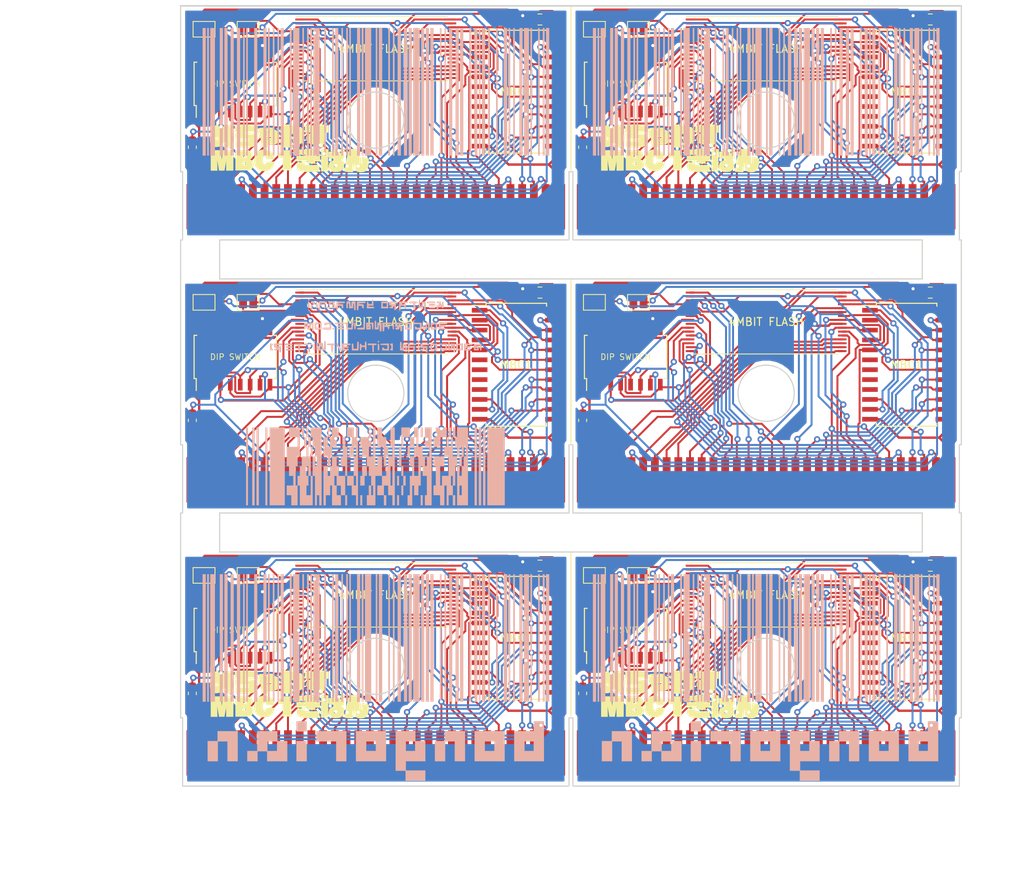
<source format=kicad_pcb>
(kicad_pcb (version 20171130) (host pcbnew "(5.0.0)")
  (layers (0 F.Cu signal) (31 B.Cu signal) (34 B.Paste user) (35 F.Paste user) (36 B.SilkS user) (37 F.SilkS user) (38 B.Mask user) (39 F.Mask user) (44 Edge.Cuts user))
  (net 0 "")
  (net 1 VCC)
  (net 2 GND)
  (net 3 "#WR")
  (net 4 "#RD")
  (net 5 "#RCS")
  (net 6 A0)
  (net 7 A1)
  (net 8 A2)
  (net 9 A3)
  (net 10 A4)
  (net 11 A5)
  (net 12 A6)
  (net 13 A7)
  (net 14 A8)
  (net 15 A9)
  (net 16 A10)
  (net 17 A11)
  (net 18 A12)
  (net 19 "(A13")
  (net 20 "(A14")
  (net 21 "(A15")
  (net 22 D0)
  (net 23 D1)
  (net 24 D2)
  (net 25 D3)
  (net 26 D4)
  (net 27 D5)
  (net 28 D6)
  (net 29 D7)
  (net 30 "#RS")
  (net 31 VIN)
  (net 32 A13)
  (net 33 A14)
  (net 34 A15)
  (net 35 A16)
  (net 36 A17)
  (net 37 A18)
  (module doragasu-footprints:barcode (layer B.Cu) (at 135 61 180)
    (fp_text reference G*** hide)
    (fp_text value barcode hide)
  )
  (module Package_SO:SOIC-24W_7.5x15.4mm_P1.27mm (layer F.Cu) (at 153 61)
    (fp_text reference U2)
    (fp_text value MBC1)
    (pad 24 smd rect (at 4.7 -6.985) (size 2 0.6) (layers F.Cu F.Paste F.Mask))
    (pad 23 smd rect (at 4.7 -5.715) (size 2 0.6) (layers F.Cu F.Paste F.Mask))
    (pad 22 smd rect (at 4.7 -4.445) (size 2 0.6) (layers F.Cu F.Paste F.Mask))
    (pad 21 smd rect (at 4.7 -3.175) (size 2 0.6) (layers F.Cu F.Paste F.Mask))
    (pad 20 smd rect (at 4.7 -1.905) (size 2 0.6) (layers F.Cu F.Paste F.Mask))
    (pad 19 smd rect (at 4.7 -0.635) (size 2 0.6) (layers F.Cu F.Paste F.Mask))
    (pad 18 smd rect (at 4.7 0.635) (size 2 0.6) (layers F.Cu F.Paste F.Mask))
    (pad 17 smd rect (at 4.7 1.905) (size 2 0.6) (layers F.Cu F.Paste F.Mask))
    (pad 16 smd rect (at 4.7 3.175) (size 2 0.6) (layers F.Cu F.Paste F.Mask))
    (pad 15 smd rect (at 4.7 4.445) (size 2 0.6) (layers F.Cu F.Paste F.Mask))
    (pad 14 smd rect (at 4.7 5.715) (size 2 0.6) (layers F.Cu F.Paste F.Mask))
    (pad 13 smd rect (at 4.7 6.985) (size 2 0.6) (layers F.Cu F.Paste F.Mask))
    (pad 12 smd rect (at -4.7 6.985) (size 2 0.6) (layers F.Cu F.Paste F.Mask))
    (pad 11 smd rect (at -4.7 5.715) (size 2 0.6) (layers F.Cu F.Paste F.Mask))
    (pad 10 smd rect (at -4.7 4.445) (size 2 0.6) (layers F.Cu F.Paste F.Mask))
    (pad 9 smd rect (at -4.7 3.175) (size 2 0.6) (layers F.Cu F.Paste F.Mask))
    (pad 8 smd rect (at -4.7 1.905) (size 2 0.6) (layers F.Cu F.Paste F.Mask))
    (pad 7 smd rect (at -4.7 0.635) (size 2 0.6) (layers F.Cu F.Paste F.Mask))
    (pad 6 smd rect (at -4.7 -0.635) (size 2 0.6) (layers F.Cu F.Paste F.Mask))
    (pad 5 smd rect (at -4.7 -1.905) (size 2 0.6) (layers F.Cu F.Paste F.Mask))
    (pad 4 smd rect (at -4.7 -3.175) (size 2 0.6) (layers F.Cu F.Paste F.Mask))
    (pad 3 smd rect (at -4.7 -4.445) (size 2 0.6) (layers F.Cu F.Paste F.Mask))
    (pad 2 smd rect (at -4.7 -5.715) (size 2 0.6) (layers F.Cu F.Paste F.Mask))
    (pad 1 smd rect (at -4.7 -6.985) (size 2 0.6) (layers F.Cu F.Paste F.Mask))
  )
  (module Package_SO:TSOP-I-32_18.4x8mm_P0.5mm (layer F.Cu) (at 135 55.5)
    (fp_text reference U1)
    (fp_text value 29W040)
    (pad 32 smd rect (at 9.75 -3.75) (size 1.1 0.25) (layers F.Cu F.Paste F.Mask))
    (pad 31 smd rect (at 9.75 -3.25) (size 1.1 0.25) (layers F.Cu F.Paste F.Mask))
    (pad 30 smd rect (at 9.75 -2.75) (size 1.1 0.25) (layers F.Cu F.Paste F.Mask))
    (pad 29 smd rect (at 9.75 -2.25) (size 1.1 0.25) (layers F.Cu F.Paste F.Mask))
    (pad 28 smd rect (at 9.75 -1.75) (size 1.1 0.25) (layers F.Cu F.Paste F.Mask))
    (pad 27 smd rect (at 9.75 -1.25) (size 1.1 0.25) (layers F.Cu F.Paste F.Mask))
    (pad 26 smd rect (at 9.75 -0.75) (size 1.1 0.25) (layers F.Cu F.Paste F.Mask))
    (pad 25 smd rect (at 9.75 -0.25) (size 1.1 0.25) (layers F.Cu F.Paste F.Mask))
    (pad 24 smd rect (at 9.75 0.25) (size 1.1 0.25) (layers F.Cu F.Paste F.Mask))
    (pad 23 smd rect (at 9.75 0.75) (size 1.1 0.25) (layers F.Cu F.Paste F.Mask))
    (pad 22 smd rect (at 9.75 1.25) (size 1.1 0.25) (layers F.Cu F.Paste F.Mask))
    (pad 21 smd rect (at 9.75 1.75) (size 1.1 0.25) (layers F.Cu F.Paste F.Mask))
    (pad 20 smd rect (at 9.75 2.25) (size 1.1 0.25) (layers F.Cu F.Paste F.Mask))
    (pad 19 smd rect (at 9.75 2.75) (size 1.1 0.25) (layers F.Cu F.Paste F.Mask))
    (pad 18 smd rect (at 9.75 3.25) (size 1.1 0.25) (layers F.Cu F.Paste F.Mask))
    (pad 16 smd rect (at -9.75 3.75) (size 1.1 0.25) (layers F.Cu F.Paste F.Mask))
    (pad 15 smd rect (at -9.75 3.25) (size 1.1 0.25) (layers F.Cu F.Paste F.Mask))
    (pad 14 smd rect (at -9.75 2.75) (size 1.1 0.25) (layers F.Cu F.Paste F.Mask))
    (pad 13 smd rect (at -9.75 2.25) (size 1.1 0.25) (layers F.Cu F.Paste F.Mask))
    (pad 12 smd rect (at -9.75 1.75) (size 1.1 0.25) (layers F.Cu F.Paste F.Mask))
    (pad 11 smd rect (at -9.75 1.25) (size 1.1 0.25) (layers F.Cu F.Paste F.Mask))
    (pad 10 smd rect (at -9.75 0.75) (size 1.1 0.25) (layers F.Cu F.Paste F.Mask))
    (pad 9 smd rect (at -9.75 0.25) (size 1.1 0.25) (layers F.Cu F.Paste F.Mask))
    (pad 8 smd rect (at -9.75 -0.25) (size 1.1 0.25) (layers F.Cu F.Paste F.Mask))
    (pad 7 smd rect (at -9.75 -0.75) (size 1.1 0.25) (layers F.Cu F.Paste F.Mask))
    (pad 6 smd rect (at -9.75 -1.25) (size 1.1 0.25) (layers F.Cu F.Paste F.Mask))
    (pad 5 smd rect (at -9.75 -1.75) (size 1.1 0.25) (layers F.Cu F.Paste F.Mask))
    (pad 4 smd rect (at -9.75 -2.25) (size 1.1 0.25) (layers F.Cu F.Paste F.Mask))
    (pad 3 smd rect (at -9.75 -2.75) (size 1.1 0.25) (layers F.Cu F.Paste F.Mask))
    (pad 2 smd rect (at -9.75 -3.25) (size 1.1 0.25) (layers F.Cu F.Paste F.Mask))
    (pad 17 smd rect (at 9.75 3.75) (size 1.1 0.25) (layers F.Cu F.Paste F.Mask))
    (pad 1 smd rect (at -9.75 -3.75) (size 1.1 0.25) (layers F.Cu F.Paste F.Mask))
  )
  (module Package_SO:SOIC-16W_5.3x10.2mm_P1.27mm (layer F.Cu) (at 117 60 90)
    (fp_text reference SW1)
    (fp_text value SW_DIP_x08)
    (pad 16 smd rect (at 3.55 -4.445 90) (size 1.5 0.6) (layers F.Cu F.Paste F.Mask))
    (pad 15 smd rect (at 3.55 -3.175 90) (size 1.5 0.6) (layers F.Cu F.Paste F.Mask))
    (pad 14 smd rect (at 3.55 -1.905 90) (size 1.5 0.6) (layers F.Cu F.Paste F.Mask))
    (pad 13 smd rect (at 3.55 -0.635 90) (size 1.5 0.6) (layers F.Cu F.Paste F.Mask))
    (pad 12 smd rect (at 3.55 0.635 90) (size 1.5 0.6) (layers F.Cu F.Paste F.Mask))
    (pad 11 smd rect (at 3.55 1.905 90) (size 1.5 0.6) (layers F.Cu F.Paste F.Mask))
    (pad 10 smd rect (at 3.55 3.175 90) (size 1.5 0.6) (layers F.Cu F.Paste F.Mask))
    (pad 9 smd rect (at 3.55 4.445 90) (size 1.5 0.6) (layers F.Cu F.Paste F.Mask))
    (pad 8 smd rect (at -3.55 4.445 90) (size 1.5 0.6) (layers F.Cu F.Paste F.Mask))
    (pad 7 smd rect (at -3.55 3.175 90) (size 1.5 0.6) (layers F.Cu F.Paste F.Mask))
    (pad 6 smd rect (at -3.55 1.905 90) (size 1.5 0.6) (layers F.Cu F.Paste F.Mask))
    (pad 5 smd rect (at -3.55 0.635 90) (size 1.5 0.6) (layers F.Cu F.Paste F.Mask))
    (pad 4 smd rect (at -3.55 -0.635 90) (size 1.5 0.6) (layers F.Cu F.Paste F.Mask))
    (pad 3 smd rect (at -3.55 -1.905 90) (size 1.5 0.6) (layers F.Cu F.Paste F.Mask))
    (pad 2 smd rect (at -3.55 -3.175 90) (size 1.5 0.6) (layers F.Cu F.Paste F.Mask))
    (pad 1 smd rect (at -3.55 -4.445 90) (size 1.5 0.6) (layers F.Cu F.Paste F.Mask))
  )
  (module Resistor_SMD:R_0603_1608Metric_Pad1.05x0.95mm_HandSolder (layer F.Cu) (at 111.5 68.125 270)
    (fp_text reference R1)
    (fp_text value 47k)
    (pad 2 smd roundrect (at 0.875 0 270) (size 1.05 0.95) (layers F.Cu F.Paste F.Mask))
    (pad 1 smd roundrect (at -0.875 0 270) (size 1.05 0.95) (layers F.Cu F.Paste F.Mask))
  )
  (module Jumper:SolderJumper-2_P1.3mm_Open_Pad1.0x1.5mm (layer F.Cu) (at 113 53)
    (fp_text reference JP1)
    (fp_text value A13)
    (pad 1 smd rect (at -0.65 0) (size 1 1.5) (layers F.Cu F.Mask))
    (pad 2 smd rect (at 0.65 0) (size 1 1.5) (layers F.Cu F.Mask))
  )
  (module doragasu-footprints:GB_CART_FINGERS (layer F.Cu) (at 135 75.75)
    (fp_text reference J1 hide)
    (fp_text value GB_CART_HEADER hide)
    (pad 32 smd rect (at 23.5 0) (size 1.5 5.8) (layers F.Cu F.Mask))
    (pad 31 smd rect (at 21.75 0) (size 1 5.8) (layers F.Cu F.Mask))
    (pad 30 smd rect (at 20.25 0) (size 1 5.8) (layers F.Cu F.Mask))
    (pad 29 smd rect (at 18.75 0) (size 1 5.8) (layers F.Cu F.Mask))
    (pad 28 smd rect (at 17.25 0) (size 1 5.8) (layers F.Cu F.Mask))
    (pad 27 smd rect (at 15.75 0) (size 1 5.8) (layers F.Cu F.Mask))
    (pad 26 smd rect (at 14.25 0) (size 1 5.8) (layers F.Cu F.Mask))
    (pad 25 smd rect (at 12.75 0) (size 1 5.8) (layers F.Cu F.Mask))
    (pad 24 smd rect (at 11.25 0) (size 1 5.8) (layers F.Cu F.Mask))
    (pad 23 smd rect (at 9.75 0) (size 1 5.8) (layers F.Cu F.Mask))
    (pad 22 smd rect (at 8.25 0) (size 1 5.8) (layers F.Cu F.Mask))
    (pad 21 smd rect (at 6.75 0) (size 1 5.8) (layers F.Cu F.Mask))
    (pad 20 smd rect (at 5.25 0) (size 1 5.8) (layers F.Cu F.Mask))
    (pad 19 smd rect (at 3.75 0) (size 1 5.8) (layers F.Cu F.Mask))
    (pad 18 smd rect (at 2.25 0) (size 1 5.8) (layers F.Cu F.Mask))
    (pad 17 smd rect (at 0.75 0) (size 1 5.8) (layers F.Cu F.Mask))
    (pad 16 smd rect (at -0.75 0) (size 1 5.8) (layers F.Cu F.Mask))
    (pad 15 smd rect (at -2.25 0) (size 1 5.8) (layers F.Cu F.Mask))
    (pad 14 smd rect (at -3.75 0) (size 1 5.8) (layers F.Cu F.Mask))
    (pad 13 smd rect (at -5.25 0) (size 1 5.8) (layers F.Cu F.Mask))
    (pad 12 smd rect (at -6.75 0) (size 1 5.8) (layers F.Cu F.Mask))
    (pad 11 smd rect (at -8.25 0) (size 1 5.8) (layers F.Cu F.Mask))
    (pad 10 smd rect (at -9.75 0) (size 1 5.8) (layers F.Cu F.Mask))
    (pad 9 smd rect (at -11.25 0) (size 1 5.8) (layers F.Cu F.Mask))
    (pad 8 smd rect (at -12.75 0) (size 1 5.8) (layers F.Cu F.Mask))
    (pad 7 smd rect (at -14.25 0) (size 1 5.8) (layers F.Cu F.Mask))
    (pad 6 smd rect (at -15.75 0) (size 1 5.8) (layers F.Cu F.Mask))
    (pad 5 smd rect (at -17.25 0) (size 1 5.8) (layers F.Cu F.Mask))
    (pad 4 smd rect (at -18.75 0) (size 1 5.8) (layers F.Cu F.Mask))
    (pad 3 smd rect (at -20.25 0) (size 1 5.8) (layers F.Cu F.Mask))
    (pad 2 smd rect (at -21.75 0) (size 1 5.8) (layers F.Cu F.Mask))
    (pad 1 smd rect (at -23.5 0) (size 1.5 5.8) (layers F.Cu F.Mask))
  )
  (module Capacitor_SMD:C_0805_2012Metric_Pad1.15x1.40mm_HandSolder (layer F.Cu) (at 156.025 51.75 180)
    (fp_text reference C1)
    (fp_text value C)
    (pad 2 smd roundrect (at 1.025 0 180) (size 1.15 1.4) (layers F.Cu F.Paste F.Mask) (roundrect_rratio 0.217391))
    (pad 1 smd roundrect (at -1.025 0 180) (size 1.15 1.4) (layers F.Cu F.Paste F.Mask) (roundrect_rratio 0.217391))
  )
  (module Jumper:SolderJumper-2_P1.3mm_Open_Pad1.0x1.5mm (layer F.Cu) (at 118.65 53)
    (fp_text reference JP2)
    (fp_text value A14)
    (pad 2 smd rect (at 0.65 0) (size 1 1.5) (layers F.Cu F.Mask))
    (pad 1 smd rect (at -0.65 0) (size 1 1.5) (layers F.Cu F.Mask))
  )
  (module doragasu-footprints:mecha (layer F.Cu) (at 124.5 68.5)
    (fp_text reference G*** hide)
    (fp_text value mecha hide)
  )
  (module Package_SO:SOIC-24W_7.5x15.4mm_P1.27mm (layer F.Cu) (at 153 96)
    (fp_text reference U2)
    (fp_text value MBC1)
    (pad 24 smd rect (at 4.7 -6.985) (size 2 0.6) (layers F.Cu F.Paste F.Mask))
    (pad 23 smd rect (at 4.7 -5.715) (size 2 0.6) (layers F.Cu F.Paste F.Mask))
    (pad 22 smd rect (at 4.7 -4.445) (size 2 0.6) (layers F.Cu F.Paste F.Mask))
    (pad 21 smd rect (at 4.7 -3.175) (size 2 0.6) (layers F.Cu F.Paste F.Mask))
    (pad 20 smd rect (at 4.7 -1.905) (size 2 0.6) (layers F.Cu F.Paste F.Mask))
    (pad 19 smd rect (at 4.7 -0.635) (size 2 0.6) (layers F.Cu F.Paste F.Mask))
    (pad 18 smd rect (at 4.7 0.635) (size 2 0.6) (layers F.Cu F.Paste F.Mask))
    (pad 17 smd rect (at 4.7 1.905) (size 2 0.6) (layers F.Cu F.Paste F.Mask))
    (pad 16 smd rect (at 4.7 3.175) (size 2 0.6) (layers F.Cu F.Paste F.Mask))
    (pad 15 smd rect (at 4.7 4.445) (size 2 0.6) (layers F.Cu F.Paste F.Mask))
    (pad 14 smd rect (at 4.7 5.715) (size 2 0.6) (layers F.Cu F.Paste F.Mask))
    (pad 13 smd rect (at 4.7 6.985) (size 2 0.6) (layers F.Cu F.Paste F.Mask))
    (pad 12 smd rect (at -4.7 6.985) (size 2 0.6) (layers F.Cu F.Paste F.Mask))
    (pad 11 smd rect (at -4.7 5.715) (size 2 0.6) (layers F.Cu F.Paste F.Mask))
    (pad 10 smd rect (at -4.7 4.445) (size 2 0.6) (layers F.Cu F.Paste F.Mask))
    (pad 9 smd rect (at -4.7 3.175) (size 2 0.6) (layers F.Cu F.Paste F.Mask))
    (pad 8 smd rect (at -4.7 1.905) (size 2 0.6) (layers F.Cu F.Paste F.Mask))
    (pad 7 smd rect (at -4.7 0.635) (size 2 0.6) (layers F.Cu F.Paste F.Mask))
    (pad 6 smd rect (at -4.7 -0.635) (size 2 0.6) (layers F.Cu F.Paste F.Mask))
    (pad 5 smd rect (at -4.7 -1.905) (size 2 0.6) (layers F.Cu F.Paste F.Mask))
    (pad 4 smd rect (at -4.7 -3.175) (size 2 0.6) (layers F.Cu F.Paste F.Mask))
    (pad 3 smd rect (at -4.7 -4.445) (size 2 0.6) (layers F.Cu F.Paste F.Mask))
    (pad 2 smd rect (at -4.7 -5.715) (size 2 0.6) (layers F.Cu F.Paste F.Mask))
    (pad 1 smd rect (at -4.7 -6.985) (size 2 0.6) (layers F.Cu F.Paste F.Mask))
  )
  (module Package_SO:TSOP-I-32_18.4x8mm_P0.5mm (layer F.Cu) (at 135 90.5)
    (fp_text reference U1)
    (fp_text value 29W040)
    (pad 32 smd rect (at 9.75 -3.75) (size 1.1 0.25) (layers F.Cu F.Paste F.Mask))
    (pad 31 smd rect (at 9.75 -3.25) (size 1.1 0.25) (layers F.Cu F.Paste F.Mask))
    (pad 30 smd rect (at 9.75 -2.75) (size 1.1 0.25) (layers F.Cu F.Paste F.Mask))
    (pad 29 smd rect (at 9.75 -2.25) (size 1.1 0.25) (layers F.Cu F.Paste F.Mask))
    (pad 28 smd rect (at 9.75 -1.75) (size 1.1 0.25) (layers F.Cu F.Paste F.Mask))
    (pad 27 smd rect (at 9.75 -1.25) (size 1.1 0.25) (layers F.Cu F.Paste F.Mask))
    (pad 26 smd rect (at 9.75 -0.75) (size 1.1 0.25) (layers F.Cu F.Paste F.Mask))
    (pad 25 smd rect (at 9.75 -0.25) (size 1.1 0.25) (layers F.Cu F.Paste F.Mask))
    (pad 24 smd rect (at 9.75 0.25) (size 1.1 0.25) (layers F.Cu F.Paste F.Mask))
    (pad 23 smd rect (at 9.75 0.75) (size 1.1 0.25) (layers F.Cu F.Paste F.Mask))
    (pad 22 smd rect (at 9.75 1.25) (size 1.1 0.25) (layers F.Cu F.Paste F.Mask))
    (pad 21 smd rect (at 9.75 1.75) (size 1.1 0.25) (layers F.Cu F.Paste F.Mask))
    (pad 20 smd rect (at 9.75 2.25) (size 1.1 0.25) (layers F.Cu F.Paste F.Mask))
    (pad 19 smd rect (at 9.75 2.75) (size 1.1 0.25) (layers F.Cu F.Paste F.Mask))
    (pad 18 smd rect (at 9.75 3.25) (size 1.1 0.25) (layers F.Cu F.Paste F.Mask))
    (pad 16 smd rect (at -9.75 3.75) (size 1.1 0.25) (layers F.Cu F.Paste F.Mask))
    (pad 15 smd rect (at -9.75 3.25) (size 1.1 0.25) (layers F.Cu F.Paste F.Mask))
    (pad 14 smd rect (at -9.75 2.75) (size 1.1 0.25) (layers F.Cu F.Paste F.Mask))
    (pad 13 smd rect (at -9.75 2.25) (size 1.1 0.25) (layers F.Cu F.Paste F.Mask))
    (pad 12 smd rect (at -9.75 1.75) (size 1.1 0.25) (layers F.Cu F.Paste F.Mask))
    (pad 11 smd rect (at -9.75 1.25) (size 1.1 0.25) (layers F.Cu F.Paste F.Mask))
    (pad 10 smd rect (at -9.75 0.75) (size 1.1 0.25) (layers F.Cu F.Paste F.Mask))
    (pad 9 smd rect (at -9.75 0.25) (size 1.1 0.25) (layers F.Cu F.Paste F.Mask))
    (pad 8 smd rect (at -9.75 -0.25) (size 1.1 0.25) (layers F.Cu F.Paste F.Mask))
    (pad 7 smd rect (at -9.75 -0.75) (size 1.1 0.25) (layers F.Cu F.Paste F.Mask))
    (pad 6 smd rect (at -9.75 -1.25) (size 1.1 0.25) (layers F.Cu F.Paste F.Mask))
    (pad 5 smd rect (at -9.75 -1.75) (size 1.1 0.25) (layers F.Cu F.Paste F.Mask))
    (pad 4 smd rect (at -9.75 -2.25) (size 1.1 0.25) (layers F.Cu F.Paste F.Mask))
    (pad 3 smd rect (at -9.75 -2.75) (size 1.1 0.25) (layers F.Cu F.Paste F.Mask))
    (pad 2 smd rect (at -9.75 -3.25) (size 1.1 0.25) (layers F.Cu F.Paste F.Mask))
    (pad 17 smd rect (at 9.75 3.75) (size 1.1 0.25) (layers F.Cu F.Paste F.Mask))
    (pad 1 smd rect (at -9.75 -3.75) (size 1.1 0.25) (layers F.Cu F.Paste F.Mask))
  )
  (module Package_SO:SOIC-16W_5.3x10.2mm_P1.27mm (layer F.Cu) (at 117 95 90)
    (fp_text reference SW1)
    (fp_text value SW_DIP_x08)
    (pad 16 smd rect (at 3.55 -4.445 90) (size 1.5 0.6) (layers F.Cu F.Paste F.Mask))
    (pad 15 smd rect (at 3.55 -3.175 90) (size 1.5 0.6) (layers F.Cu F.Paste F.Mask))
    (pad 14 smd rect (at 3.55 -1.905 90) (size 1.5 0.6) (layers F.Cu F.Paste F.Mask))
    (pad 13 smd rect (at 3.55 -0.635 90) (size 1.5 0.6) (layers F.Cu F.Paste F.Mask))
    (pad 12 smd rect (at 3.55 0.635 90) (size 1.5 0.6) (layers F.Cu F.Paste F.Mask))
    (pad 11 smd rect (at 3.55 1.905 90) (size 1.5 0.6) (layers F.Cu F.Paste F.Mask))
    (pad 10 smd rect (at 3.55 3.175 90) (size 1.5 0.6) (layers F.Cu F.Paste F.Mask))
    (pad 9 smd rect (at 3.55 4.445 90) (size 1.5 0.6) (layers F.Cu F.Paste F.Mask))
    (pad 8 smd rect (at -3.55 4.445 90) (size 1.5 0.6) (layers F.Cu F.Paste F.Mask))
    (pad 7 smd rect (at -3.55 3.175 90) (size 1.5 0.6) (layers F.Cu F.Paste F.Mask))
    (pad 6 smd rect (at -3.55 1.905 90) (size 1.5 0.6) (layers F.Cu F.Paste F.Mask))
    (pad 5 smd rect (at -3.55 0.635 90) (size 1.5 0.6) (layers F.Cu F.Paste F.Mask))
    (pad 4 smd rect (at -3.55 -0.635 90) (size 1.5 0.6) (layers F.Cu F.Paste F.Mask))
    (pad 3 smd rect (at -3.55 -1.905 90) (size 1.5 0.6) (layers F.Cu F.Paste F.Mask))
    (pad 2 smd rect (at -3.55 -3.175 90) (size 1.5 0.6) (layers F.Cu F.Paste F.Mask))
    (pad 1 smd rect (at -3.55 -4.445 90) (size 1.5 0.6) (layers F.Cu F.Paste F.Mask))
  )
  (module Resistor_SMD:R_0603_1608Metric_Pad1.05x0.95mm_HandSolder (layer F.Cu) (at 111.5 103.125 270)
    (fp_text reference R1)
    (fp_text value 47k)
    (pad 2 smd roundrect (at 0.875 0 270) (size 1.05 0.95) (layers F.Cu F.Paste F.Mask))
    (pad 1 smd roundrect (at -0.875 0 270) (size 1.05 0.95) (layers F.Cu F.Paste F.Mask))
  )
  (module Jumper:SolderJumper-2_P1.3mm_Open_Pad1.0x1.5mm (layer F.Cu) (at 113 88)
    (fp_text reference JP1)
    (fp_text value A13)
    (pad 1 smd rect (at -0.65 0) (size 1 1.5) (layers F.Cu F.Mask))
    (pad 2 smd rect (at 0.65 0) (size 1 1.5) (layers F.Cu F.Mask))
  )
  (module doragasu-footprints:GB_CART_FINGERS (layer F.Cu) (at 135 110.75)
    (fp_text reference J1 hide)
    (fp_text value GB_CART_HEADER hide)
    (pad 32 smd rect (at 23.5 0) (size 1.5 5.8) (layers F.Cu F.Mask))
    (pad 31 smd rect (at 21.75 0) (size 1 5.8) (layers F.Cu F.Mask))
    (pad 30 smd rect (at 20.25 0) (size 1 5.8) (layers F.Cu F.Mask))
    (pad 29 smd rect (at 18.75 0) (size 1 5.8) (layers F.Cu F.Mask))
    (pad 28 smd rect (at 17.25 0) (size 1 5.8) (layers F.Cu F.Mask))
    (pad 27 smd rect (at 15.75 0) (size 1 5.8) (layers F.Cu F.Mask))
    (pad 26 smd rect (at 14.25 0) (size 1 5.8) (layers F.Cu F.Mask))
    (pad 25 smd rect (at 12.75 0) (size 1 5.8) (layers F.Cu F.Mask))
    (pad 24 smd rect (at 11.25 0) (size 1 5.8) (layers F.Cu F.Mask))
    (pad 23 smd rect (at 9.75 0) (size 1 5.8) (layers F.Cu F.Mask))
    (pad 22 smd rect (at 8.25 0) (size 1 5.8) (layers F.Cu F.Mask))
    (pad 21 smd rect (at 6.75 0) (size 1 5.8) (layers F.Cu F.Mask))
    (pad 20 smd rect (at 5.25 0) (size 1 5.8) (layers F.Cu F.Mask))
    (pad 19 smd rect (at 3.75 0) (size 1 5.8) (layers F.Cu F.Mask))
    (pad 18 smd rect (at 2.25 0) (size 1 5.8) (layers F.Cu F.Mask))
    (pad 17 smd rect (at 0.75 0) (size 1 5.8) (layers F.Cu F.Mask))
    (pad 16 smd rect (at -0.75 0) (size 1 5.8) (layers F.Cu F.Mask))
    (pad 15 smd rect (at -2.25 0) (size 1 5.8) (layers F.Cu F.Mask))
    (pad 14 smd rect (at -3.75 0) (size 1 5.8) (layers F.Cu F.Mask))
    (pad 13 smd rect (at -5.25 0) (size 1 5.8) (layers F.Cu F.Mask))
    (pad 12 smd rect (at -6.75 0) (size 1 5.8) (layers F.Cu F.Mask))
    (pad 11 smd rect (at -8.25 0) (size 1 5.8) (layers F.Cu F.Mask))
    (pad 10 smd rect (at -9.75 0) (size 1 5.8) (layers F.Cu F.Mask))
    (pad 9 smd rect (at -11.25 0) (size 1 5.8) (layers F.Cu F.Mask))
    (pad 8 smd rect (at -12.75 0) (size 1 5.8) (layers F.Cu F.Mask))
    (pad 7 smd rect (at -14.25 0) (size 1 5.8) (layers F.Cu F.Mask))
    (pad 6 smd rect (at -15.75 0) (size 1 5.8) (layers F.Cu F.Mask))
    (pad 5 smd rect (at -17.25 0) (size 1 5.8) (layers F.Cu F.Mask))
    (pad 4 smd rect (at -18.75 0) (size 1 5.8) (layers F.Cu F.Mask))
    (pad 3 smd rect (at -20.25 0) (size 1 5.8) (layers F.Cu F.Mask))
    (pad 2 smd rect (at -21.75 0) (size 1 5.8) (layers F.Cu F.Mask))
    (pad 1 smd rect (at -23.5 0) (size 1.5 5.8) (layers F.Cu F.Mask))
  )
  (module Capacitor_SMD:C_0805_2012Metric_Pad1.15x1.40mm_HandSolder (layer F.Cu) (at 156.025 86.75 180)
    (fp_text reference C1)
    (fp_text value C)
    (pad 2 smd roundrect (at 1.025 0 180) (size 1.15 1.4) (layers F.Cu F.Paste F.Mask) (roundrect_rratio 0.217391))
    (pad 1 smd roundrect (at -1.025 0 180) (size 1.15 1.4) (layers F.Cu F.Paste F.Mask) (roundrect_rratio 0.217391))
  )
  (module Jumper:SolderJumper-2_P1.3mm_Open_Pad1.0x1.5mm (layer F.Cu) (at 118.65 88)
    (fp_text reference JP2)
    (fp_text value A14)
    (pad 2 smd rect (at 0.65 0) (size 1 1.5) (layers F.Cu F.Mask))
    (pad 1 smd rect (at -0.65 0) (size 1 1.5) (layers F.Cu F.Mask))
  )
  (module doragasu-footprints:barcode (layer B.Cu) (at 135 131 180)
    (fp_text reference G*** hide)
    (fp_text value barcode hide)
  )
  (module Package_SO:SOIC-24W_7.5x15.4mm_P1.27mm (layer F.Cu) (at 153 131)
    (fp_text reference U2)
    (fp_text value MBC1)
    (pad 24 smd rect (at 4.7 -6.985) (size 2 0.6) (layers F.Cu F.Paste F.Mask))
    (pad 23 smd rect (at 4.7 -5.715) (size 2 0.6) (layers F.Cu F.Paste F.Mask))
    (pad 22 smd rect (at 4.7 -4.445) (size 2 0.6) (layers F.Cu F.Paste F.Mask))
    (pad 21 smd rect (at 4.7 -3.175) (size 2 0.6) (layers F.Cu F.Paste F.Mask))
    (pad 20 smd rect (at 4.7 -1.905) (size 2 0.6) (layers F.Cu F.Paste F.Mask))
    (pad 19 smd rect (at 4.7 -0.635) (size 2 0.6) (layers F.Cu F.Paste F.Mask))
    (pad 18 smd rect (at 4.7 0.635) (size 2 0.6) (layers F.Cu F.Paste F.Mask))
    (pad 17 smd rect (at 4.7 1.905) (size 2 0.6) (layers F.Cu F.Paste F.Mask))
    (pad 16 smd rect (at 4.7 3.175) (size 2 0.6) (layers F.Cu F.Paste F.Mask))
    (pad 15 smd rect (at 4.7 4.445) (size 2 0.6) (layers F.Cu F.Paste F.Mask))
    (pad 14 smd rect (at 4.7 5.715) (size 2 0.6) (layers F.Cu F.Paste F.Mask))
    (pad 13 smd rect (at 4.7 6.985) (size 2 0.6) (layers F.Cu F.Paste F.Mask))
    (pad 12 smd rect (at -4.7 6.985) (size 2 0.6) (layers F.Cu F.Paste F.Mask))
    (pad 11 smd rect (at -4.7 5.715) (size 2 0.6) (layers F.Cu F.Paste F.Mask))
    (pad 10 smd rect (at -4.7 4.445) (size 2 0.6) (layers F.Cu F.Paste F.Mask))
    (pad 9 smd rect (at -4.7 3.175) (size 2 0.6) (layers F.Cu F.Paste F.Mask))
    (pad 8 smd rect (at -4.7 1.905) (size 2 0.6) (layers F.Cu F.Paste F.Mask))
    (pad 7 smd rect (at -4.7 0.635) (size 2 0.6) (layers F.Cu F.Paste F.Mask))
    (pad 6 smd rect (at -4.7 -0.635) (size 2 0.6) (layers F.Cu F.Paste F.Mask))
    (pad 5 smd rect (at -4.7 -1.905) (size 2 0.6) (layers F.Cu F.Paste F.Mask))
    (pad 4 smd rect (at -4.7 -3.175) (size 2 0.6) (layers F.Cu F.Paste F.Mask))
    (pad 3 smd rect (at -4.7 -4.445) (size 2 0.6) (layers F.Cu F.Paste F.Mask))
    (pad 2 smd rect (at -4.7 -5.715) (size 2 0.6) (layers F.Cu F.Paste F.Mask))
    (pad 1 smd rect (at -4.7 -6.985) (size 2 0.6) (layers F.Cu F.Paste F.Mask))
  )
  (module Package_SO:TSOP-I-32_18.4x8mm_P0.5mm (layer F.Cu) (at 135 125.5)
    (fp_text reference U1)
    (fp_text value 29W040)
    (pad 32 smd rect (at 9.75 -3.75) (size 1.1 0.25) (layers F.Cu F.Paste F.Mask))
    (pad 31 smd rect (at 9.75 -3.25) (size 1.1 0.25) (layers F.Cu F.Paste F.Mask))
    (pad 30 smd rect (at 9.75 -2.75) (size 1.1 0.25) (layers F.Cu F.Paste F.Mask))
    (pad 29 smd rect (at 9.75 -2.25) (size 1.1 0.25) (layers F.Cu F.Paste F.Mask))
    (pad 28 smd rect (at 9.75 -1.75) (size 1.1 0.25) (layers F.Cu F.Paste F.Mask))
    (pad 27 smd rect (at 9.75 -1.25) (size 1.1 0.25) (layers F.Cu F.Paste F.Mask))
    (pad 26 smd rect (at 9.75 -0.75) (size 1.1 0.25) (layers F.Cu F.Paste F.Mask))
    (pad 25 smd rect (at 9.75 -0.25) (size 1.1 0.25) (layers F.Cu F.Paste F.Mask))
    (pad 24 smd rect (at 9.75 0.25) (size 1.1 0.25) (layers F.Cu F.Paste F.Mask))
    (pad 23 smd rect (at 9.75 0.75) (size 1.1 0.25) (layers F.Cu F.Paste F.Mask))
    (pad 22 smd rect (at 9.75 1.25) (size 1.1 0.25) (layers F.Cu F.Paste F.Mask))
    (pad 21 smd rect (at 9.75 1.75) (size 1.1 0.25) (layers F.Cu F.Paste F.Mask))
    (pad 20 smd rect (at 9.75 2.25) (size 1.1 0.25) (layers F.Cu F.Paste F.Mask))
    (pad 19 smd rect (at 9.75 2.75) (size 1.1 0.25) (layers F.Cu F.Paste F.Mask))
    (pad 18 smd rect (at 9.75 3.25) (size 1.1 0.25) (layers F.Cu F.Paste F.Mask))
    (pad 16 smd rect (at -9.75 3.75) (size 1.1 0.25) (layers F.Cu F.Paste F.Mask))
    (pad 15 smd rect (at -9.75 3.25) (size 1.1 0.25) (layers F.Cu F.Paste F.Mask))
    (pad 14 smd rect (at -9.75 2.75) (size 1.1 0.25) (layers F.Cu F.Paste F.Mask))
    (pad 13 smd rect (at -9.75 2.25) (size 1.1 0.25) (layers F.Cu F.Paste F.Mask))
    (pad 12 smd rect (at -9.75 1.75) (size 1.1 0.25) (layers F.Cu F.Paste F.Mask))
    (pad 11 smd rect (at -9.75 1.25) (size 1.1 0.25) (layers F.Cu F.Paste F.Mask))
    (pad 10 smd rect (at -9.75 0.75) (size 1.1 0.25) (layers F.Cu F.Paste F.Mask))
    (pad 9 smd rect (at -9.75 0.25) (size 1.1 0.25) (layers F.Cu F.Paste F.Mask))
    (pad 8 smd rect (at -9.75 -0.25) (size 1.1 0.25) (layers F.Cu F.Paste F.Mask))
    (pad 7 smd rect (at -9.75 -0.75) (size 1.1 0.25) (layers F.Cu F.Paste F.Mask))
    (pad 6 smd rect (at -9.75 -1.25) (size 1.1 0.25) (layers F.Cu F.Paste F.Mask))
    (pad 5 smd rect (at -9.75 -1.75) (size 1.1 0.25) (layers F.Cu F.Paste F.Mask))
    (pad 4 smd rect (at -9.75 -2.25) (size 1.1 0.25) (layers F.Cu F.Paste F.Mask))
    (pad 3 smd rect (at -9.75 -2.75) (size 1.1 0.25) (layers F.Cu F.Paste F.Mask))
    (pad 2 smd rect (at -9.75 -3.25) (size 1.1 0.25) (layers F.Cu F.Paste F.Mask))
    (pad 17 smd rect (at 9.75 3.75) (size 1.1 0.25) (layers F.Cu F.Paste F.Mask))
    (pad 1 smd rect (at -9.75 -3.75) (size 1.1 0.25) (layers F.Cu F.Paste F.Mask))
  )
  (module Package_SO:SOIC-16W_5.3x10.2mm_P1.27mm (layer F.Cu) (at 117 130 90)
    (fp_text reference SW1)
    (fp_text value SW_DIP_x08)
    (pad 16 smd rect (at 3.55 -4.445 90) (size 1.5 0.6) (layers F.Cu F.Paste F.Mask))
    (pad 15 smd rect (at 3.55 -3.175 90) (size 1.5 0.6) (layers F.Cu F.Paste F.Mask))
    (pad 14 smd rect (at 3.55 -1.905 90) (size 1.5 0.6) (layers F.Cu F.Paste F.Mask))
    (pad 13 smd rect (at 3.55 -0.635 90) (size 1.5 0.6) (layers F.Cu F.Paste F.Mask))
    (pad 12 smd rect (at 3.55 0.635 90) (size 1.5 0.6) (layers F.Cu F.Paste F.Mask))
    (pad 11 smd rect (at 3.55 1.905 90) (size 1.5 0.6) (layers F.Cu F.Paste F.Mask))
    (pad 10 smd rect (at 3.55 3.175 90) (size 1.5 0.6) (layers F.Cu F.Paste F.Mask))
    (pad 9 smd rect (at 3.55 4.445 90) (size 1.5 0.6) (layers F.Cu F.Paste F.Mask))
    (pad 8 smd rect (at -3.55 4.445 90) (size 1.5 0.6) (layers F.Cu F.Paste F.Mask))
    (pad 7 smd rect (at -3.55 3.175 90) (size 1.5 0.6) (layers F.Cu F.Paste F.Mask))
    (pad 6 smd rect (at -3.55 1.905 90) (size 1.5 0.6) (layers F.Cu F.Paste F.Mask))
    (pad 5 smd rect (at -3.55 0.635 90) (size 1.5 0.6) (layers F.Cu F.Paste F.Mask))
    (pad 4 smd rect (at -3.55 -0.635 90) (size 1.5 0.6) (layers F.Cu F.Paste F.Mask))
    (pad 3 smd rect (at -3.55 -1.905 90) (size 1.5 0.6) (layers F.Cu F.Paste F.Mask))
    (pad 2 smd rect (at -3.55 -3.175 90) (size 1.5 0.6) (layers F.Cu F.Paste F.Mask))
    (pad 1 smd rect (at -3.55 -4.445 90) (size 1.5 0.6) (layers F.Cu F.Paste F.Mask))
  )
  (module Resistor_SMD:R_0603_1608Metric_Pad1.05x0.95mm_HandSolder (layer F.Cu) (at 111.5 138.125 270)
    (fp_text reference R1)
    (fp_text value 47k)
    (pad 2 smd roundrect (at 0.875 0 270) (size 1.05 0.95) (layers F.Cu F.Paste F.Mask))
    (pad 1 smd roundrect (at -0.875 0 270) (size 1.05 0.95) (layers F.Cu F.Paste F.Mask))
  )
  (module Jumper:SolderJumper-2_P1.3mm_Open_Pad1.0x1.5mm (layer F.Cu) (at 113 123)
    (fp_text reference JP1)
    (fp_text value A13)
    (pad 1 smd rect (at -0.65 0) (size 1 1.5) (layers F.Cu F.Mask))
    (pad 2 smd rect (at 0.65 0) (size 1 1.5) (layers F.Cu F.Mask))
  )
  (module doragasu-footprints:GB_CART_FINGERS (layer F.Cu) (at 135 145.75)
    (fp_text reference J1 hide)
    (fp_text value GB_CART_HEADER hide)
    (pad 32 smd rect (at 23.5 0) (size 1.5 5.8) (layers F.Cu F.Mask))
    (pad 31 smd rect (at 21.75 0) (size 1 5.8) (layers F.Cu F.Mask))
    (pad 30 smd rect (at 20.25 0) (size 1 5.8) (layers F.Cu F.Mask))
    (pad 29 smd rect (at 18.75 0) (size 1 5.8) (layers F.Cu F.Mask))
    (pad 28 smd rect (at 17.25 0) (size 1 5.8) (layers F.Cu F.Mask))
    (pad 27 smd rect (at 15.75 0) (size 1 5.8) (layers F.Cu F.Mask))
    (pad 26 smd rect (at 14.25 0) (size 1 5.8) (layers F.Cu F.Mask))
    (pad 25 smd rect (at 12.75 0) (size 1 5.8) (layers F.Cu F.Mask))
    (pad 24 smd rect (at 11.25 0) (size 1 5.8) (layers F.Cu F.Mask))
    (pad 23 smd rect (at 9.75 0) (size 1 5.8) (layers F.Cu F.Mask))
    (pad 22 smd rect (at 8.25 0) (size 1 5.8) (layers F.Cu F.Mask))
    (pad 21 smd rect (at 6.75 0) (size 1 5.8) (layers F.Cu F.Mask))
    (pad 20 smd rect (at 5.25 0) (size 1 5.8) (layers F.Cu F.Mask))
    (pad 19 smd rect (at 3.75 0) (size 1 5.8) (layers F.Cu F.Mask))
    (pad 18 smd rect (at 2.25 0) (size 1 5.8) (layers F.Cu F.Mask))
    (pad 17 smd rect (at 0.75 0) (size 1 5.8) (layers F.Cu F.Mask))
    (pad 16 smd rect (at -0.75 0) (size 1 5.8) (layers F.Cu F.Mask))
    (pad 15 smd rect (at -2.25 0) (size 1 5.8) (layers F.Cu F.Mask))
    (pad 14 smd rect (at -3.75 0) (size 1 5.8) (layers F.Cu F.Mask))
    (pad 13 smd rect (at -5.25 0) (size 1 5.8) (layers F.Cu F.Mask))
    (pad 12 smd rect (at -6.75 0) (size 1 5.8) (layers F.Cu F.Mask))
    (pad 11 smd rect (at -8.25 0) (size 1 5.8) (layers F.Cu F.Mask))
    (pad 10 smd rect (at -9.75 0) (size 1 5.8) (layers F.Cu F.Mask))
    (pad 9 smd rect (at -11.25 0) (size 1 5.8) (layers F.Cu F.Mask))
    (pad 8 smd rect (at -12.75 0) (size 1 5.8) (layers F.Cu F.Mask))
    (pad 7 smd rect (at -14.25 0) (size 1 5.8) (layers F.Cu F.Mask))
    (pad 6 smd rect (at -15.75 0) (size 1 5.8) (layers F.Cu F.Mask))
    (pad 5 smd rect (at -17.25 0) (size 1 5.8) (layers F.Cu F.Mask))
    (pad 4 smd rect (at -18.75 0) (size 1 5.8) (layers F.Cu F.Mask))
    (pad 3 smd rect (at -20.25 0) (size 1 5.8) (layers F.Cu F.Mask))
    (pad 2 smd rect (at -21.75 0) (size 1 5.8) (layers F.Cu F.Mask))
    (pad 1 smd rect (at -23.5 0) (size 1.5 5.8) (layers F.Cu F.Mask))
  )
  (module Capacitor_SMD:C_0805_2012Metric_Pad1.15x1.40mm_HandSolder (layer F.Cu) (at 156.025 121.75 180)
    (fp_text reference C1)
    (fp_text value C)
    (pad 2 smd roundrect (at 1.025 0 180) (size 1.15 1.4) (layers F.Cu F.Paste F.Mask) (roundrect_rratio 0.217391))
    (pad 1 smd roundrect (at -1.025 0 180) (size 1.15 1.4) (layers F.Cu F.Paste F.Mask) (roundrect_rratio 0.217391))
  )
  (module Jumper:SolderJumper-2_P1.3mm_Open_Pad1.0x1.5mm (layer F.Cu) (at 118.65 123)
    (fp_text reference JP2)
    (fp_text value A14)
    (pad 2 smd rect (at 0.65 0) (size 1 1.5) (layers F.Cu F.Mask))
    (pad 1 smd rect (at -0.65 0) (size 1 1.5) (layers F.Cu F.Mask))
  )
  (module doragasu-footprints:mecha (layer F.Cu) (at 124.5 138.5)
    (fp_text reference G*** hide)
    (fp_text value mecha hide)
  )
  (module doragasu-footprints:barcode (layer B.Cu) (at 85 61 180)
    (fp_text reference G*** hide)
    (fp_text value barcode hide)
  )
  (module Package_SO:SOIC-24W_7.5x15.4mm_P1.27mm (layer F.Cu) (at 103 61)
    (fp_text reference U2)
    (fp_text value MBC1)
    (pad 24 smd rect (at 4.7 -6.985) (size 2 0.6) (layers F.Cu F.Paste F.Mask))
    (pad 23 smd rect (at 4.7 -5.715) (size 2 0.6) (layers F.Cu F.Paste F.Mask))
    (pad 22 smd rect (at 4.7 -4.445) (size 2 0.6) (layers F.Cu F.Paste F.Mask))
    (pad 21 smd rect (at 4.7 -3.175) (size 2 0.6) (layers F.Cu F.Paste F.Mask))
    (pad 20 smd rect (at 4.7 -1.905) (size 2 0.6) (layers F.Cu F.Paste F.Mask))
    (pad 19 smd rect (at 4.7 -0.635) (size 2 0.6) (layers F.Cu F.Paste F.Mask))
    (pad 18 smd rect (at 4.7 0.635) (size 2 0.6) (layers F.Cu F.Paste F.Mask))
    (pad 17 smd rect (at 4.7 1.905) (size 2 0.6) (layers F.Cu F.Paste F.Mask))
    (pad 16 smd rect (at 4.7 3.175) (size 2 0.6) (layers F.Cu F.Paste F.Mask))
    (pad 15 smd rect (at 4.7 4.445) (size 2 0.6) (layers F.Cu F.Paste F.Mask))
    (pad 14 smd rect (at 4.7 5.715) (size 2 0.6) (layers F.Cu F.Paste F.Mask))
    (pad 13 smd rect (at 4.7 6.985) (size 2 0.6) (layers F.Cu F.Paste F.Mask))
    (pad 12 smd rect (at -4.7 6.985) (size 2 0.6) (layers F.Cu F.Paste F.Mask))
    (pad 11 smd rect (at -4.7 5.715) (size 2 0.6) (layers F.Cu F.Paste F.Mask))
    (pad 10 smd rect (at -4.7 4.445) (size 2 0.6) (layers F.Cu F.Paste F.Mask))
    (pad 9 smd rect (at -4.7 3.175) (size 2 0.6) (layers F.Cu F.Paste F.Mask))
    (pad 8 smd rect (at -4.7 1.905) (size 2 0.6) (layers F.Cu F.Paste F.Mask))
    (pad 7 smd rect (at -4.7 0.635) (size 2 0.6) (layers F.Cu F.Paste F.Mask))
    (pad 6 smd rect (at -4.7 -0.635) (size 2 0.6) (layers F.Cu F.Paste F.Mask))
    (pad 5 smd rect (at -4.7 -1.905) (size 2 0.6) (layers F.Cu F.Paste F.Mask))
    (pad 4 smd rect (at -4.7 -3.175) (size 2 0.6) (layers F.Cu F.Paste F.Mask))
    (pad 3 smd rect (at -4.7 -4.445) (size 2 0.6) (layers F.Cu F.Paste F.Mask))
    (pad 2 smd rect (at -4.7 -5.715) (size 2 0.6) (layers F.Cu F.Paste F.Mask))
    (pad 1 smd rect (at -4.7 -6.985) (size 2 0.6) (layers F.Cu F.Paste F.Mask))
  )
  (module Package_SO:TSOP-I-32_18.4x8mm_P0.5mm (layer F.Cu) (at 85 55.5)
    (fp_text reference U1)
    (fp_text value 29W040)
    (pad 32 smd rect (at 9.75 -3.75) (size 1.1 0.25) (layers F.Cu F.Paste F.Mask))
    (pad 31 smd rect (at 9.75 -3.25) (size 1.1 0.25) (layers F.Cu F.Paste F.Mask))
    (pad 30 smd rect (at 9.75 -2.75) (size 1.1 0.25) (layers F.Cu F.Paste F.Mask))
    (pad 29 smd rect (at 9.75 -2.25) (size 1.1 0.25) (layers F.Cu F.Paste F.Mask))
    (pad 28 smd rect (at 9.75 -1.75) (size 1.1 0.25) (layers F.Cu F.Paste F.Mask))
    (pad 27 smd rect (at 9.75 -1.25) (size 1.1 0.25) (layers F.Cu F.Paste F.Mask))
    (pad 26 smd rect (at 9.75 -0.75) (size 1.1 0.25) (layers F.Cu F.Paste F.Mask))
    (pad 25 smd rect (at 9.75 -0.25) (size 1.1 0.25) (layers F.Cu F.Paste F.Mask))
    (pad 24 smd rect (at 9.75 0.25) (size 1.1 0.25) (layers F.Cu F.Paste F.Mask))
    (pad 23 smd rect (at 9.75 0.75) (size 1.1 0.25) (layers F.Cu F.Paste F.Mask))
    (pad 22 smd rect (at 9.75 1.25) (size 1.1 0.25) (layers F.Cu F.Paste F.Mask))
    (pad 21 smd rect (at 9.75 1.75) (size 1.1 0.25) (layers F.Cu F.Paste F.Mask))
    (pad 20 smd rect (at 9.75 2.25) (size 1.1 0.25) (layers F.Cu F.Paste F.Mask))
    (pad 19 smd rect (at 9.75 2.75) (size 1.1 0.25) (layers F.Cu F.Paste F.Mask))
    (pad 18 smd rect (at 9.75 3.25) (size 1.1 0.25) (layers F.Cu F.Paste F.Mask))
    (pad 16 smd rect (at -9.75 3.75) (size 1.1 0.25) (layers F.Cu F.Paste F.Mask))
    (pad 15 smd rect (at -9.75 3.25) (size 1.1 0.25) (layers F.Cu F.Paste F.Mask))
    (pad 14 smd rect (at -9.75 2.75) (size 1.1 0.25) (layers F.Cu F.Paste F.Mask))
    (pad 13 smd rect (at -9.75 2.25) (size 1.1 0.25) (layers F.Cu F.Paste F.Mask))
    (pad 12 smd rect (at -9.75 1.75) (size 1.1 0.25) (layers F.Cu F.Paste F.Mask))
    (pad 11 smd rect (at -9.75 1.25) (size 1.1 0.25) (layers F.Cu F.Paste F.Mask))
    (pad 10 smd rect (at -9.75 0.75) (size 1.1 0.25) (layers F.Cu F.Paste F.Mask))
    (pad 9 smd rect (at -9.75 0.25) (size 1.1 0.25) (layers F.Cu F.Paste F.Mask))
    (pad 8 smd rect (at -9.75 -0.25) (size 1.1 0.25) (layers F.Cu F.Paste F.Mask))
    (pad 7 smd rect (at -9.75 -0.75) (size 1.1 0.25) (layers F.Cu F.Paste F.Mask))
    (pad 6 smd rect (at -9.75 -1.25) (size 1.1 0.25) (layers F.Cu F.Paste F.Mask))
    (pad 5 smd rect (at -9.75 -1.75) (size 1.1 0.25) (layers F.Cu F.Paste F.Mask))
    (pad 4 smd rect (at -9.75 -2.25) (size 1.1 0.25) (layers F.Cu F.Paste F.Mask))
    (pad 3 smd rect (at -9.75 -2.75) (size 1.1 0.25) (layers F.Cu F.Paste F.Mask))
    (pad 2 smd rect (at -9.75 -3.25) (size 1.1 0.25) (layers F.Cu F.Paste F.Mask))
    (pad 17 smd rect (at 9.75 3.75) (size 1.1 0.25) (layers F.Cu F.Paste F.Mask))
    (pad 1 smd rect (at -9.75 -3.75) (size 1.1 0.25) (layers F.Cu F.Paste F.Mask))
  )
  (module Package_SO:SOIC-16W_5.3x10.2mm_P1.27mm (layer F.Cu) (at 67 60 90)
    (fp_text reference SW1)
    (fp_text value SW_DIP_x08)
    (pad 16 smd rect (at 3.55 -4.445 90) (size 1.5 0.6) (layers F.Cu F.Paste F.Mask))
    (pad 15 smd rect (at 3.55 -3.175 90) (size 1.5 0.6) (layers F.Cu F.Paste F.Mask))
    (pad 14 smd rect (at 3.55 -1.905 90) (size 1.5 0.6) (layers F.Cu F.Paste F.Mask))
    (pad 13 smd rect (at 3.55 -0.635 90) (size 1.5 0.6) (layers F.Cu F.Paste F.Mask))
    (pad 12 smd rect (at 3.55 0.635 90) (size 1.5 0.6) (layers F.Cu F.Paste F.Mask))
    (pad 11 smd rect (at 3.55 1.905 90) (size 1.5 0.6) (layers F.Cu F.Paste F.Mask))
    (pad 10 smd rect (at 3.55 3.175 90) (size 1.5 0.6) (layers F.Cu F.Paste F.Mask))
    (pad 9 smd rect (at 3.55 4.445 90) (size 1.5 0.6) (layers F.Cu F.Paste F.Mask))
    (pad 8 smd rect (at -3.55 4.445 90) (size 1.5 0.6) (layers F.Cu F.Paste F.Mask))
    (pad 7 smd rect (at -3.55 3.175 90) (size 1.5 0.6) (layers F.Cu F.Paste F.Mask))
    (pad 6 smd rect (at -3.55 1.905 90) (size 1.5 0.6) (layers F.Cu F.Paste F.Mask))
    (pad 5 smd rect (at -3.55 0.635 90) (size 1.5 0.6) (layers F.Cu F.Paste F.Mask))
    (pad 4 smd rect (at -3.55 -0.635 90) (size 1.5 0.6) (layers F.Cu F.Paste F.Mask))
    (pad 3 smd rect (at -3.55 -1.905 90) (size 1.5 0.6) (layers F.Cu F.Paste F.Mask))
    (pad 2 smd rect (at -3.55 -3.175 90) (size 1.5 0.6) (layers F.Cu F.Paste F.Mask))
    (pad 1 smd rect (at -3.55 -4.445 90) (size 1.5 0.6) (layers F.Cu F.Paste F.Mask))
  )
  (module Resistor_SMD:R_0603_1608Metric_Pad1.05x0.95mm_HandSolder (layer F.Cu) (at 61.5 68.125 270)
    (fp_text reference R1)
    (fp_text value 47k)
    (pad 2 smd roundrect (at 0.875 0 270) (size 1.05 0.95) (layers F.Cu F.Paste F.Mask))
    (pad 1 smd roundrect (at -0.875 0 270) (size 1.05 0.95) (layers F.Cu F.Paste F.Mask))
  )
  (module Jumper:SolderJumper-2_P1.3mm_Open_Pad1.0x1.5mm (layer F.Cu) (at 63 53)
    (fp_text reference JP1)
    (fp_text value A13)
    (pad 1 smd rect (at -0.65 0) (size 1 1.5) (layers F.Cu F.Mask))
    (pad 2 smd rect (at 0.65 0) (size 1 1.5) (layers F.Cu F.Mask))
  )
  (module doragasu-footprints:GB_CART_FINGERS (layer F.Cu) (at 85 75.75)
    (fp_text reference J1 hide)
    (fp_text value GB_CART_HEADER hide)
    (pad 32 smd rect (at 23.5 0) (size 1.5 5.8) (layers F.Cu F.Mask))
    (pad 31 smd rect (at 21.75 0) (size 1 5.8) (layers F.Cu F.Mask))
    (pad 30 smd rect (at 20.25 0) (size 1 5.8) (layers F.Cu F.Mask))
    (pad 29 smd rect (at 18.75 0) (size 1 5.8) (layers F.Cu F.Mask))
    (pad 28 smd rect (at 17.25 0) (size 1 5.8) (layers F.Cu F.Mask))
    (pad 27 smd rect (at 15.75 0) (size 1 5.8) (layers F.Cu F.Mask))
    (pad 26 smd rect (at 14.25 0) (size 1 5.8) (layers F.Cu F.Mask))
    (pad 25 smd rect (at 12.75 0) (size 1 5.8) (layers F.Cu F.Mask))
    (pad 24 smd rect (at 11.25 0) (size 1 5.8) (layers F.Cu F.Mask))
    (pad 23 smd rect (at 9.75 0) (size 1 5.8) (layers F.Cu F.Mask))
    (pad 22 smd rect (at 8.25 0) (size 1 5.8) (layers F.Cu F.Mask))
    (pad 21 smd rect (at 6.75 0) (size 1 5.8) (layers F.Cu F.Mask))
    (pad 20 smd rect (at 5.25 0) (size 1 5.8) (layers F.Cu F.Mask))
    (pad 19 smd rect (at 3.75 0) (size 1 5.8) (layers F.Cu F.Mask))
    (pad 18 smd rect (at 2.25 0) (size 1 5.8) (layers F.Cu F.Mask))
    (pad 17 smd rect (at 0.75 0) (size 1 5.8) (layers F.Cu F.Mask))
    (pad 16 smd rect (at -0.75 0) (size 1 5.8) (layers F.Cu F.Mask))
    (pad 15 smd rect (at -2.25 0) (size 1 5.8) (layers F.Cu F.Mask))
    (pad 14 smd rect (at -3.75 0) (size 1 5.8) (layers F.Cu F.Mask))
    (pad 13 smd rect (at -5.25 0) (size 1 5.8) (layers F.Cu F.Mask))
    (pad 12 smd rect (at -6.75 0) (size 1 5.8) (layers F.Cu F.Mask))
    (pad 11 smd rect (at -8.25 0) (size 1 5.8) (layers F.Cu F.Mask))
    (pad 10 smd rect (at -9.75 0) (size 1 5.8) (layers F.Cu F.Mask))
    (pad 9 smd rect (at -11.25 0) (size 1 5.8) (layers F.Cu F.Mask))
    (pad 8 smd rect (at -12.75 0) (size 1 5.8) (layers F.Cu F.Mask))
    (pad 7 smd rect (at -14.25 0) (size 1 5.8) (layers F.Cu F.Mask))
    (pad 6 smd rect (at -15.75 0) (size 1 5.8) (layers F.Cu F.Mask))
    (pad 5 smd rect (at -17.25 0) (size 1 5.8) (layers F.Cu F.Mask))
    (pad 4 smd rect (at -18.75 0) (size 1 5.8) (layers F.Cu F.Mask))
    (pad 3 smd rect (at -20.25 0) (size 1 5.8) (layers F.Cu F.Mask))
    (pad 2 smd rect (at -21.75 0) (size 1 5.8) (layers F.Cu F.Mask))
    (pad 1 smd rect (at -23.5 0) (size 1.5 5.8) (layers F.Cu F.Mask))
  )
  (module Capacitor_SMD:C_0805_2012Metric_Pad1.15x1.40mm_HandSolder (layer F.Cu) (at 106.025 51.75 180)
    (fp_text reference C1)
    (fp_text value C)
    (pad 2 smd roundrect (at 1.025 0 180) (size 1.15 1.4) (layers F.Cu F.Paste F.Mask) (roundrect_rratio 0.217391))
    (pad 1 smd roundrect (at -1.025 0 180) (size 1.15 1.4) (layers F.Cu F.Paste F.Mask) (roundrect_rratio 0.217391))
  )
  (module Jumper:SolderJumper-2_P1.3mm_Open_Pad1.0x1.5mm (layer F.Cu) (at 68.65 53)
    (fp_text reference JP2)
    (fp_text value A14)
    (pad 2 smd rect (at 0.65 0) (size 1 1.5) (layers F.Cu F.Mask))
    (pad 1 smd rect (at -0.65 0) (size 1 1.5) (layers F.Cu F.Mask))
  )
  (module doragasu-footprints:mecha (layer F.Cu) (at 74.5 68.5)
    (fp_text reference G*** hide)
    (fp_text value mecha hide)
  )
  (module Package_SO:SOIC-24W_7.5x15.4mm_P1.27mm (layer F.Cu) (at 103 96)
    (fp_text reference U2)
    (fp_text value MBC1)
    (pad 24 smd rect (at 4.7 -6.985) (size 2 0.6) (layers F.Cu F.Paste F.Mask))
    (pad 23 smd rect (at 4.7 -5.715) (size 2 0.6) (layers F.Cu F.Paste F.Mask))
    (pad 22 smd rect (at 4.7 -4.445) (size 2 0.6) (layers F.Cu F.Paste F.Mask))
    (pad 21 smd rect (at 4.7 -3.175) (size 2 0.6) (layers F.Cu F.Paste F.Mask))
    (pad 20 smd rect (at 4.7 -1.905) (size 2 0.6) (layers F.Cu F.Paste F.Mask))
    (pad 19 smd rect (at 4.7 -0.635) (size 2 0.6) (layers F.Cu F.Paste F.Mask))
    (pad 18 smd rect (at 4.7 0.635) (size 2 0.6) (layers F.Cu F.Paste F.Mask))
    (pad 17 smd rect (at 4.7 1.905) (size 2 0.6) (layers F.Cu F.Paste F.Mask))
    (pad 16 smd rect (at 4.7 3.175) (size 2 0.6) (layers F.Cu F.Paste F.Mask))
    (pad 15 smd rect (at 4.7 4.445) (size 2 0.6) (layers F.Cu F.Paste F.Mask))
    (pad 14 smd rect (at 4.7 5.715) (size 2 0.6) (layers F.Cu F.Paste F.Mask))
    (pad 13 smd rect (at 4.7 6.985) (size 2 0.6) (layers F.Cu F.Paste F.Mask))
    (pad 12 smd rect (at -4.7 6.985) (size 2 0.6) (layers F.Cu F.Paste F.Mask))
    (pad 11 smd rect (at -4.7 5.715) (size 2 0.6) (layers F.Cu F.Paste F.Mask))
    (pad 10 smd rect (at -4.7 4.445) (size 2 0.6) (layers F.Cu F.Paste F.Mask))
    (pad 9 smd rect (at -4.7 3.175) (size 2 0.6) (layers F.Cu F.Paste F.Mask))
    (pad 8 smd rect (at -4.7 1.905) (size 2 0.6) (layers F.Cu F.Paste F.Mask))
    (pad 7 smd rect (at -4.7 0.635) (size 2 0.6) (layers F.Cu F.Paste F.Mask))
    (pad 6 smd rect (at -4.7 -0.635) (size 2 0.6) (layers F.Cu F.Paste F.Mask))
    (pad 5 smd rect (at -4.7 -1.905) (size 2 0.6) (layers F.Cu F.Paste F.Mask))
    (pad 4 smd rect (at -4.7 -3.175) (size 2 0.6) (layers F.Cu F.Paste F.Mask))
    (pad 3 smd rect (at -4.7 -4.445) (size 2 0.6) (layers F.Cu F.Paste F.Mask))
    (pad 2 smd rect (at -4.7 -5.715) (size 2 0.6) (layers F.Cu F.Paste F.Mask))
    (pad 1 smd rect (at -4.7 -6.985) (size 2 0.6) (layers F.Cu F.Paste F.Mask))
  )
  (module Package_SO:TSOP-I-32_18.4x8mm_P0.5mm (layer F.Cu) (at 85 90.5)
    (fp_text reference U1)
    (fp_text value 29W040)
    (pad 32 smd rect (at 9.75 -3.75) (size 1.1 0.25) (layers F.Cu F.Paste F.Mask))
    (pad 31 smd rect (at 9.75 -3.25) (size 1.1 0.25) (layers F.Cu F.Paste F.Mask))
    (pad 30 smd rect (at 9.75 -2.75) (size 1.1 0.25) (layers F.Cu F.Paste F.Mask))
    (pad 29 smd rect (at 9.75 -2.25) (size 1.1 0.25) (layers F.Cu F.Paste F.Mask))
    (pad 28 smd rect (at 9.75 -1.75) (size 1.1 0.25) (layers F.Cu F.Paste F.Mask))
    (pad 27 smd rect (at 9.75 -1.25) (size 1.1 0.25) (layers F.Cu F.Paste F.Mask))
    (pad 26 smd rect (at 9.75 -0.75) (size 1.1 0.25) (layers F.Cu F.Paste F.Mask))
    (pad 25 smd rect (at 9.75 -0.25) (size 1.1 0.25) (layers F.Cu F.Paste F.Mask))
    (pad 24 smd rect (at 9.75 0.25) (size 1.1 0.25) (layers F.Cu F.Paste F.Mask))
    (pad 23 smd rect (at 9.75 0.75) (size 1.1 0.25) (layers F.Cu F.Paste F.Mask))
    (pad 22 smd rect (at 9.75 1.25) (size 1.1 0.25) (layers F.Cu F.Paste F.Mask))
    (pad 21 smd rect (at 9.75 1.75) (size 1.1 0.25) (layers F.Cu F.Paste F.Mask))
    (pad 20 smd rect (at 9.75 2.25) (size 1.1 0.25) (layers F.Cu F.Paste F.Mask))
    (pad 19 smd rect (at 9.75 2.75) (size 1.1 0.25) (layers F.Cu F.Paste F.Mask))
    (pad 18 smd rect (at 9.75 3.25) (size 1.1 0.25) (layers F.Cu F.Paste F.Mask))
    (pad 16 smd rect (at -9.75 3.75) (size 1.1 0.25) (layers F.Cu F.Paste F.Mask))
    (pad 15 smd rect (at -9.75 3.25) (size 1.1 0.25) (layers F.Cu F.Paste F.Mask))
    (pad 14 smd rect (at -9.75 2.75) (size 1.1 0.25) (layers F.Cu F.Paste F.Mask))
    (pad 13 smd rect (at -9.75 2.25) (size 1.1 0.25) (layers F.Cu F.Paste F.Mask))
    (pad 12 smd rect (at -9.75 1.75) (size 1.1 0.25) (layers F.Cu F.Paste F.Mask))
    (pad 11 smd rect (at -9.75 1.25) (size 1.1 0.25) (layers F.Cu F.Paste F.Mask))
    (pad 10 smd rect (at -9.75 0.75) (size 1.1 0.25) (layers F.Cu F.Paste F.Mask))
    (pad 9 smd rect (at -9.75 0.25) (size 1.1 0.25) (layers F.Cu F.Paste F.Mask))
    (pad 8 smd rect (at -9.75 -0.25) (size 1.1 0.25) (layers F.Cu F.Paste F.Mask))
    (pad 7 smd rect (at -9.75 -0.75) (size 1.1 0.25) (layers F.Cu F.Paste F.Mask))
    (pad 6 smd rect (at -9.75 -1.25) (size 1.1 0.25) (layers F.Cu F.Paste F.Mask))
    (pad 5 smd rect (at -9.75 -1.75) (size 1.1 0.25) (layers F.Cu F.Paste F.Mask))
    (pad 4 smd rect (at -9.75 -2.25) (size 1.1 0.25) (layers F.Cu F.Paste F.Mask))
    (pad 3 smd rect (at -9.75 -2.75) (size 1.1 0.25) (layers F.Cu F.Paste F.Mask))
    (pad 2 smd rect (at -9.75 -3.25) (size 1.1 0.25) (layers F.Cu F.Paste F.Mask))
    (pad 17 smd rect (at 9.75 3.75) (size 1.1 0.25) (layers F.Cu F.Paste F.Mask))
    (pad 1 smd rect (at -9.75 -3.75) (size 1.1 0.25) (layers F.Cu F.Paste F.Mask))
  )
  (module Package_SO:SOIC-16W_5.3x10.2mm_P1.27mm (layer F.Cu) (at 67 95 90)
    (fp_text reference SW1)
    (fp_text value SW_DIP_x08)
    (pad 16 smd rect (at 3.55 -4.445 90) (size 1.5 0.6) (layers F.Cu F.Paste F.Mask))
    (pad 15 smd rect (at 3.55 -3.175 90) (size 1.5 0.6) (layers F.Cu F.Paste F.Mask))
    (pad 14 smd rect (at 3.55 -1.905 90) (size 1.5 0.6) (layers F.Cu F.Paste F.Mask))
    (pad 13 smd rect (at 3.55 -0.635 90) (size 1.5 0.6) (layers F.Cu F.Paste F.Mask))
    (pad 12 smd rect (at 3.55 0.635 90) (size 1.5 0.6) (layers F.Cu F.Paste F.Mask))
    (pad 11 smd rect (at 3.55 1.905 90) (size 1.5 0.6) (layers F.Cu F.Paste F.Mask))
    (pad 10 smd rect (at 3.55 3.175 90) (size 1.5 0.6) (layers F.Cu F.Paste F.Mask))
    (pad 9 smd rect (at 3.55 4.445 90) (size 1.5 0.6) (layers F.Cu F.Paste F.Mask))
    (pad 8 smd rect (at -3.55 4.445 90) (size 1.5 0.6) (layers F.Cu F.Paste F.Mask))
    (pad 7 smd rect (at -3.55 3.175 90) (size 1.5 0.6) (layers F.Cu F.Paste F.Mask))
    (pad 6 smd rect (at -3.55 1.905 90) (size 1.5 0.6) (layers F.Cu F.Paste F.Mask))
    (pad 5 smd rect (at -3.55 0.635 90) (size 1.5 0.6) (layers F.Cu F.Paste F.Mask))
    (pad 4 smd rect (at -3.55 -0.635 90) (size 1.5 0.6) (layers F.Cu F.Paste F.Mask))
    (pad 3 smd rect (at -3.55 -1.905 90) (size 1.5 0.6) (layers F.Cu F.Paste F.Mask))
    (pad 2 smd rect (at -3.55 -3.175 90) (size 1.5 0.6) (layers F.Cu F.Paste F.Mask))
    (pad 1 smd rect (at -3.55 -4.445 90) (size 1.5 0.6) (layers F.Cu F.Paste F.Mask))
  )
  (module Resistor_SMD:R_0603_1608Metric_Pad1.05x0.95mm_HandSolder (layer F.Cu) (at 61.5 103.125 270)
    (fp_text reference R1)
    (fp_text value 47k)
    (pad 2 smd roundrect (at 0.875 0 270) (size 1.05 0.95) (layers F.Cu F.Paste F.Mask))
    (pad 1 smd roundrect (at -0.875 0 270) (size 1.05 0.95) (layers F.Cu F.Paste F.Mask))
  )
  (module Jumper:SolderJumper-2_P1.3mm_Open_Pad1.0x1.5mm (layer F.Cu) (at 63 88)
    (fp_text reference JP1)
    (fp_text value A13)
    (pad 1 smd rect (at -0.65 0) (size 1 1.5) (layers F.Cu F.Mask))
    (pad 2 smd rect (at 0.65 0) (size 1 1.5) (layers F.Cu F.Mask))
  )
  (module doragasu-footprints:GB_CART_FINGERS (layer F.Cu) (at 85 110.75)
    (fp_text reference J1 hide)
    (fp_text value GB_CART_HEADER hide)
    (pad 32 smd rect (at 23.5 0) (size 1.5 5.8) (layers F.Cu F.Mask))
    (pad 31 smd rect (at 21.75 0) (size 1 5.8) (layers F.Cu F.Mask))
    (pad 30 smd rect (at 20.25 0) (size 1 5.8) (layers F.Cu F.Mask))
    (pad 29 smd rect (at 18.75 0) (size 1 5.8) (layers F.Cu F.Mask))
    (pad 28 smd rect (at 17.25 0) (size 1 5.8) (layers F.Cu F.Mask))
    (pad 27 smd rect (at 15.75 0) (size 1 5.8) (layers F.Cu F.Mask))
    (pad 26 smd rect (at 14.25 0) (size 1 5.8) (layers F.Cu F.Mask))
    (pad 25 smd rect (at 12.75 0) (size 1 5.8) (layers F.Cu F.Mask))
    (pad 24 smd rect (at 11.25 0) (size 1 5.8) (layers F.Cu F.Mask))
    (pad 23 smd rect (at 9.75 0) (size 1 5.8) (layers F.Cu F.Mask))
    (pad 22 smd rect (at 8.25 0) (size 1 5.8) (layers F.Cu F.Mask))
    (pad 21 smd rect (at 6.75 0) (size 1 5.8) (layers F.Cu F.Mask))
    (pad 20 smd rect (at 5.25 0) (size 1 5.8) (layers F.Cu F.Mask))
    (pad 19 smd rect (at 3.75 0) (size 1 5.8) (layers F.Cu F.Mask))
    (pad 18 smd rect (at 2.25 0) (size 1 5.8) (layers F.Cu F.Mask))
    (pad 17 smd rect (at 0.75 0) (size 1 5.8) (layers F.Cu F.Mask))
    (pad 16 smd rect (at -0.75 0) (size 1 5.8) (layers F.Cu F.Mask))
    (pad 15 smd rect (at -2.25 0) (size 1 5.8) (layers F.Cu F.Mask))
    (pad 14 smd rect (at -3.75 0) (size 1 5.8) (layers F.Cu F.Mask))
    (pad 13 smd rect (at -5.25 0) (size 1 5.8) (layers F.Cu F.Mask))
    (pad 12 smd rect (at -6.75 0) (size 1 5.8) (layers F.Cu F.Mask))
    (pad 11 smd rect (at -8.25 0) (size 1 5.8) (layers F.Cu F.Mask))
    (pad 10 smd rect (at -9.75 0) (size 1 5.8) (layers F.Cu F.Mask))
    (pad 9 smd rect (at -11.25 0) (size 1 5.8) (layers F.Cu F.Mask))
    (pad 8 smd rect (at -12.75 0) (size 1 5.8) (layers F.Cu F.Mask))
    (pad 7 smd rect (at -14.25 0) (size 1 5.8) (layers F.Cu F.Mask))
    (pad 6 smd rect (at -15.75 0) (size 1 5.8) (layers F.Cu F.Mask))
    (pad 5 smd rect (at -17.25 0) (size 1 5.8) (layers F.Cu F.Mask))
    (pad 4 smd rect (at -18.75 0) (size 1 5.8) (layers F.Cu F.Mask))
    (pad 3 smd rect (at -20.25 0) (size 1 5.8) (layers F.Cu F.Mask))
    (pad 2 smd rect (at -21.75 0) (size 1 5.8) (layers F.Cu F.Mask))
    (pad 1 smd rect (at -23.5 0) (size 1.5 5.8) (layers F.Cu F.Mask))
  )
  (module Capacitor_SMD:C_0805_2012Metric_Pad1.15x1.40mm_HandSolder (layer F.Cu) (at 106.025 86.75 180)
    (fp_text reference C1)
    (fp_text value C)
    (pad 2 smd roundrect (at 1.025 0 180) (size 1.15 1.4) (layers F.Cu F.Paste F.Mask) (roundrect_rratio 0.217391))
    (pad 1 smd roundrect (at -1.025 0 180) (size 1.15 1.4) (layers F.Cu F.Paste F.Mask) (roundrect_rratio 0.217391))
  )
  (module Jumper:SolderJumper-2_P1.3mm_Open_Pad1.0x1.5mm (layer F.Cu) (at 68.65 88)
    (fp_text reference JP2)
    (fp_text value A14)
    (pad 2 smd rect (at 0.65 0) (size 1 1.5) (layers F.Cu F.Mask))
    (pad 1 smd rect (at -0.65 0) (size 1 1.5) (layers F.Cu F.Mask))
  )
  (module Jumper:SolderJumper-2_P1.3mm_Open_Pad1.0x1.5mm (layer F.Cu) (at 68.65 123)
    (fp_text reference JP2)
    (fp_text value A14)
    (pad 1 smd rect (at -0.65 0) (size 1 1.5) (layers F.Cu F.Mask) (net 33 A14))
    (pad 2 smd rect (at 0.65 0) (size 1 1.5) (layers F.Cu F.Mask) (net 20 "(A14"))
  )
  (module Capacitor_SMD:C_0805_2012Metric_Pad1.15x1.40mm_HandSolder (layer F.Cu) (at 106.025 121.75 180)
    (fp_text reference C1)
    (fp_text value C)
    (pad 1 smd roundrect (at -1.025 0 180) (size 1.15 1.4) (layers F.Cu F.Paste F.Mask) (roundrect_rratio 0.217391) (net 1 VCC))
    (pad 2 smd roundrect (at 1.025 0 180) (size 1.15 1.4) (layers F.Cu F.Paste F.Mask) (roundrect_rratio 0.217391) (net 2 GND))
  )
  (module doragasu-footprints:GB_CART_FINGERS (layer F.Cu) (at 85 145.75)
    (fp_text reference J1 hide)
    (fp_text value GB_CART_HEADER hide)
    (pad 1 smd rect (at -23.5 0) (size 1.5 5.8) (layers F.Cu F.Mask) (net 1 VCC))
    (pad 2 smd rect (at -21.75 0) (size 1 5.8) (layers F.Cu F.Mask))
    (pad 3 smd rect (at -20.25 0) (size 1 5.8) (layers F.Cu F.Mask) (net 3 "#WR"))
    (pad 4 smd rect (at -18.75 0) (size 1 5.8) (layers F.Cu F.Mask) (net 4 "#RD"))
    (pad 5 smd rect (at -17.25 0) (size 1 5.8) (layers F.Cu F.Mask) (net 5 "#RCS"))
    (pad 6 smd rect (at -15.75 0) (size 1 5.8) (layers F.Cu F.Mask) (net 6 A0))
    (pad 7 smd rect (at -14.25 0) (size 1 5.8) (layers F.Cu F.Mask) (net 7 A1))
    (pad 8 smd rect (at -12.75 0) (size 1 5.8) (layers F.Cu F.Mask) (net 8 A2))
    (pad 9 smd rect (at -11.25 0) (size 1 5.8) (layers F.Cu F.Mask) (net 9 A3))
    (pad 10 smd rect (at -9.75 0) (size 1 5.8) (layers F.Cu F.Mask) (net 10 A4))
    (pad 11 smd rect (at -8.25 0) (size 1 5.8) (layers F.Cu F.Mask) (net 11 A5))
    (pad 12 smd rect (at -6.75 0) (size 1 5.8) (layers F.Cu F.Mask) (net 12 A6))
    (pad 13 smd rect (at -5.25 0) (size 1 5.8) (layers F.Cu F.Mask) (net 13 A7))
    (pad 14 smd rect (at -3.75 0) (size 1 5.8) (layers F.Cu F.Mask) (net 14 A8))
    (pad 15 smd rect (at -2.25 0) (size 1 5.8) (layers F.Cu F.Mask) (net 15 A9))
    (pad 16 smd rect (at -0.75 0) (size 1 5.8) (layers F.Cu F.Mask) (net 16 A10))
    (pad 17 smd rect (at 0.75 0) (size 1 5.8) (layers F.Cu F.Mask) (net 17 A11))
    (pad 18 smd rect (at 2.25 0) (size 1 5.8) (layers F.Cu F.Mask) (net 18 A12))
    (pad 19 smd rect (at 3.75 0) (size 1 5.8) (layers F.Cu F.Mask) (net 19 "(A13"))
    (pad 20 smd rect (at 5.25 0) (size 1 5.8) (layers F.Cu F.Mask) (net 20 "(A14"))
    (pad 21 smd rect (at 6.75 0) (size 1 5.8) (layers F.Cu F.Mask) (net 21 "(A15"))
    (pad 22 smd rect (at 8.25 0) (size 1 5.8) (layers F.Cu F.Mask) (net 22 D0))
    (pad 23 smd rect (at 9.75 0) (size 1 5.8) (layers F.Cu F.Mask) (net 23 D1))
    (pad 24 smd rect (at 11.25 0) (size 1 5.8) (layers F.Cu F.Mask) (net 24 D2))
    (pad 25 smd rect (at 12.75 0) (size 1 5.8) (layers F.Cu F.Mask) (net 25 D3))
    (pad 26 smd rect (at 14.25 0) (size 1 5.8) (layers F.Cu F.Mask) (net 26 D4))
    (pad 27 smd rect (at 15.75 0) (size 1 5.8) (layers F.Cu F.Mask) (net 27 D5))
    (pad 28 smd rect (at 17.25 0) (size 1 5.8) (layers F.Cu F.Mask) (net 28 D6))
    (pad 29 smd rect (at 18.75 0) (size 1 5.8) (layers F.Cu F.Mask) (net 29 D7))
    (pad 30 smd rect (at 20.25 0) (size 1 5.8) (layers F.Cu F.Mask) (net 30 "#RS"))
    (pad 31 smd rect (at 21.75 0) (size 1 5.8) (layers F.Cu F.Mask) (net 31 VIN))
    (pad 32 smd rect (at 23.5 0) (size 1.5 5.8) (layers F.Cu F.Mask) (net 2 GND))
  )
  (module Jumper:SolderJumper-2_P1.3mm_Open_Pad1.0x1.5mm (layer F.Cu) (at 63 123)
    (fp_text reference JP1)
    (fp_text value A13)
    (pad 2 smd rect (at 0.65 0) (size 1 1.5) (layers F.Cu F.Mask) (net 19 "(A13"))
    (pad 1 smd rect (at -0.65 0) (size 1 1.5) (layers F.Cu F.Mask) (net 32 A13))
  )
  (module Resistor_SMD:R_0603_1608Metric_Pad1.05x0.95mm_HandSolder (layer F.Cu) (at 61.5 138.125 270)
    (fp_text reference R1)
    (fp_text value 47k)
    (pad 1 smd roundrect (at -0.875 0 270) (size 1.05 0.95) (layers F.Cu F.Paste F.Mask) (net 31 VIN))
    (pad 2 smd roundrect (at 0.875 0 270) (size 1.05 0.95) (layers F.Cu F.Paste F.Mask) (net 1 VCC))
  )
  (module Package_SO:SOIC-16W_5.3x10.2mm_P1.27mm (layer F.Cu) (at 67 130 90)
    (fp_text reference SW1)
    (fp_text value SW_DIP_x08)
    (pad 1 smd rect (at -3.55 -4.445 90) (size 1.5 0.6) (layers F.Cu F.Paste F.Mask) (net 34 A15))
    (pad 2 smd rect (at -3.55 -3.175 90) (size 1.5 0.6) (layers F.Cu F.Paste F.Mask) (net 35 A16))
    (pad 3 smd rect (at -3.55 -1.905 90) (size 1.5 0.6) (layers F.Cu F.Paste F.Mask) (net 36 A17))
    (pad 4 smd rect (at -3.55 -0.635 90) (size 1.5 0.6) (layers F.Cu F.Paste F.Mask) (net 37 A18))
    (pad 5 smd rect (at -3.55 0.635 90) (size 1.5 0.6) (layers F.Cu F.Paste F.Mask) (net 34 A15))
    (pad 6 smd rect (at -3.55 1.905 90) (size 1.5 0.6) (layers F.Cu F.Paste F.Mask) (net 35 A16))
    (pad 7 smd rect (at -3.55 3.175 90) (size 1.5 0.6) (layers F.Cu F.Paste F.Mask) (net 36 A17))
    (pad 8 smd rect (at -3.55 4.445 90) (size 1.5 0.6) (layers F.Cu F.Paste F.Mask) (net 37 A18))
    (pad 9 smd rect (at 3.55 4.445 90) (size 1.5 0.6) (layers F.Cu F.Paste F.Mask) (net 2 GND))
    (pad 10 smd rect (at 3.55 3.175 90) (size 1.5 0.6) (layers F.Cu F.Paste F.Mask) (net 2 GND))
    (pad 11 smd rect (at 3.55 1.905 90) (size 1.5 0.6) (layers F.Cu F.Paste F.Mask) (net 2 GND))
    (pad 12 smd rect (at 3.55 0.635 90) (size 1.5 0.6) (layers F.Cu F.Paste F.Mask) (net 2 GND))
    (pad 13 smd rect (at 3.55 -0.635 90) (size 1.5 0.6) (layers F.Cu F.Paste F.Mask) (net 1 VCC))
    (pad 14 smd rect (at 3.55 -1.905 90) (size 1.5 0.6) (layers F.Cu F.Paste F.Mask) (net 1 VCC))
    (pad 15 smd rect (at 3.55 -3.175 90) (size 1.5 0.6) (layers F.Cu F.Paste F.Mask) (net 1 VCC))
    (pad 16 smd rect (at 3.55 -4.445 90) (size 1.5 0.6) (layers F.Cu F.Paste F.Mask) (net 1 VCC))
  )
  (module Package_SO:TSOP-I-32_18.4x8mm_P0.5mm (layer F.Cu) (at 85 125.5)
    (fp_text reference U1)
    (fp_text value 29W040)
    (pad 1 smd rect (at -9.75 -3.75) (size 1.1 0.25) (layers F.Cu F.Paste F.Mask) (net 17 A11))
    (pad 17 smd rect (at 9.75 3.75) (size 1.1 0.25) (layers F.Cu F.Paste F.Mask) (net 9 A3))
    (pad 2 smd rect (at -9.75 -3.25) (size 1.1 0.25) (layers F.Cu F.Paste F.Mask) (net 15 A9))
    (pad 3 smd rect (at -9.75 -2.75) (size 1.1 0.25) (layers F.Cu F.Paste F.Mask) (net 14 A8))
    (pad 4 smd rect (at -9.75 -2.25) (size 1.1 0.25) (layers F.Cu F.Paste F.Mask) (net 32 A13))
    (pad 5 smd rect (at -9.75 -1.75) (size 1.1 0.25) (layers F.Cu F.Paste F.Mask) (net 33 A14))
    (pad 6 smd rect (at -9.75 -1.25) (size 1.1 0.25) (layers F.Cu F.Paste F.Mask) (net 36 A17))
    (pad 7 smd rect (at -9.75 -0.75) (size 1.1 0.25) (layers F.Cu F.Paste F.Mask) (net 31 VIN))
    (pad 8 smd rect (at -9.75 -0.25) (size 1.1 0.25) (layers F.Cu F.Paste F.Mask) (net 1 VCC))
    (pad 9 smd rect (at -9.75 0.25) (size 1.1 0.25) (layers F.Cu F.Paste F.Mask) (net 37 A18))
    (pad 10 smd rect (at -9.75 0.75) (size 1.1 0.25) (layers F.Cu F.Paste F.Mask) (net 35 A16))
    (pad 11 smd rect (at -9.75 1.25) (size 1.1 0.25) (layers F.Cu F.Paste F.Mask) (net 34 A15))
    (pad 12 smd rect (at -9.75 1.75) (size 1.1 0.25) (layers F.Cu F.Paste F.Mask) (net 18 A12))
    (pad 13 smd rect (at -9.75 2.25) (size 1.1 0.25) (layers F.Cu F.Paste F.Mask) (net 13 A7))
    (pad 14 smd rect (at -9.75 2.75) (size 1.1 0.25) (layers F.Cu F.Paste F.Mask) (net 12 A6))
    (pad 15 smd rect (at -9.75 3.25) (size 1.1 0.25) (layers F.Cu F.Paste F.Mask) (net 11 A5))
    (pad 16 smd rect (at -9.75 3.75) (size 1.1 0.25) (layers F.Cu F.Paste F.Mask) (net 10 A4))
    (pad 18 smd rect (at 9.75 3.25) (size 1.1 0.25) (layers F.Cu F.Paste F.Mask) (net 8 A2))
    (pad 19 smd rect (at 9.75 2.75) (size 1.1 0.25) (layers F.Cu F.Paste F.Mask) (net 7 A1))
    (pad 20 smd rect (at 9.75 2.25) (size 1.1 0.25) (layers F.Cu F.Paste F.Mask) (net 6 A0))
    (pad 21 smd rect (at 9.75 1.75) (size 1.1 0.25) (layers F.Cu F.Paste F.Mask) (net 22 D0))
    (pad 22 smd rect (at 9.75 1.25) (size 1.1 0.25) (layers F.Cu F.Paste F.Mask) (net 23 D1))
    (pad 23 smd rect (at 9.75 0.75) (size 1.1 0.25) (layers F.Cu F.Paste F.Mask) (net 24 D2))
    (pad 24 smd rect (at 9.75 0.25) (size 1.1 0.25) (layers F.Cu F.Paste F.Mask) (net 2 GND))
    (pad 25 smd rect (at 9.75 -0.25) (size 1.1 0.25) (layers F.Cu F.Paste F.Mask) (net 25 D3))
    (pad 26 smd rect (at 9.75 -0.75) (size 1.1 0.25) (layers F.Cu F.Paste F.Mask) (net 26 D4))
    (pad 27 smd rect (at 9.75 -1.25) (size 1.1 0.25) (layers F.Cu F.Paste F.Mask) (net 27 D5))
    (pad 28 smd rect (at 9.75 -1.75) (size 1.1 0.25) (layers F.Cu F.Paste F.Mask) (net 28 D6))
    (pad 29 smd rect (at 9.75 -2.25) (size 1.1 0.25) (layers F.Cu F.Paste F.Mask) (net 29 D7))
    (pad 30 smd rect (at 9.75 -2.75) (size 1.1 0.25) (layers F.Cu F.Paste F.Mask) (net 21 "(A15"))
    (pad 31 smd rect (at 9.75 -3.25) (size 1.1 0.25) (layers F.Cu F.Paste F.Mask) (net 16 A10))
    (pad 32 smd rect (at 9.75 -3.75) (size 1.1 0.25) (layers F.Cu F.Paste F.Mask) (net 4 "#RD"))
  )
  (module Package_SO:SOIC-24W_7.5x15.4mm_P1.27mm (layer F.Cu) (at 103 131)
    (fp_text reference U2)
    (fp_text value MBC1)
    (pad 1 smd rect (at -4.7 -6.985) (size 2 0.6) (layers F.Cu F.Paste F.Mask) (net 22 D0))
    (pad 2 smd rect (at -4.7 -5.715) (size 2 0.6) (layers F.Cu F.Paste F.Mask) (net 23 D1))
    (pad 3 smd rect (at -4.7 -4.445) (size 2 0.6) (layers F.Cu F.Paste F.Mask) (net 24 D2))
    (pad 4 smd rect (at -4.7 -3.175) (size 2 0.6) (layers F.Cu F.Paste F.Mask) (net 25 D3))
    (pad 5 smd rect (at -4.7 -1.905) (size 2 0.6) (layers F.Cu F.Paste F.Mask) (net 26 D4))
    (pad 6 smd rect (at -4.7 -0.635) (size 2 0.6) (layers F.Cu F.Paste F.Mask))
    (pad 7 smd rect (at -4.7 0.635) (size 2 0.6) (layers F.Cu F.Paste F.Mask))
    (pad 8 smd rect (at -4.7 1.905) (size 2 0.6) (layers F.Cu F.Paste F.Mask))
    (pad 9 smd rect (at -4.7 3.175) (size 2 0.6) (layers F.Cu F.Paste F.Mask))
    (pad 10 smd rect (at -4.7 4.445) (size 2 0.6) (layers F.Cu F.Paste F.Mask) (net 30 "#RS"))
    (pad 11 smd rect (at -4.7 5.715) (size 2 0.6) (layers F.Cu F.Paste F.Mask) (net 4 "#RD"))
    (pad 12 smd rect (at -4.7 6.985) (size 2 0.6) (layers F.Cu F.Paste F.Mask) (net 2 GND))
    (pad 13 smd rect (at 4.7 6.985) (size 2 0.6) (layers F.Cu F.Paste F.Mask))
    (pad 14 smd rect (at 4.7 5.715) (size 2 0.6) (layers F.Cu F.Paste F.Mask) (net 37 A18))
    (pad 15 smd rect (at 4.7 4.445) (size 2 0.6) (layers F.Cu F.Paste F.Mask) (net 36 A17))
    (pad 16 smd rect (at 4.7 3.175) (size 2 0.6) (layers F.Cu F.Paste F.Mask) (net 35 A16))
    (pad 17 smd rect (at 4.7 1.905) (size 2 0.6) (layers F.Cu F.Paste F.Mask) (net 34 A15))
    (pad 18 smd rect (at 4.7 0.635) (size 2 0.6) (layers F.Cu F.Paste F.Mask) (net 33 A14))
    (pad 19 smd rect (at 4.7 -0.635) (size 2 0.6) (layers F.Cu F.Paste F.Mask) (net 19 "(A13"))
    (pad 20 smd rect (at 4.7 -1.905) (size 2 0.6) (layers F.Cu F.Paste F.Mask) (net 20 "(A14"))
    (pad 21 smd rect (at 4.7 -3.175) (size 2 0.6) (layers F.Cu F.Paste F.Mask) (net 21 "(A15"))
    (pad 22 smd rect (at 4.7 -4.445) (size 2 0.6) (layers F.Cu F.Paste F.Mask) (net 3 "#WR"))
    (pad 23 smd rect (at 4.7 -5.715) (size 2 0.6) (layers F.Cu F.Paste F.Mask) (net 5 "#RCS"))
    (pad 24 smd rect (at 4.7 -6.985) (size 2 0.6) (layers F.Cu F.Paste F.Mask) (net 1 VCC))
  )
  (module doragasu-footprints:mecha (layer F.Cu) (at 74.5 138.5)
    (fp_text reference G*** hide)
    (fp_text value mecha hide)
  )
  (module doragasu-footprints:barcode (layer B.Cu) (at 85 131 180)
    (fp_text reference G*** hide)
    (fp_text value barcode hide)
  )
  (module doragasu-footprints:bongorian (layer B.Cu) (at 85 145.5 180)
    (fp_text reference G*** hide)
    (fp_text value bongorian hide)
  )
  (module doragasu-footprints:bongorian (layer B.Cu) (at 135.5 145.5 180)
    (fp_text reference G*** hide)
    (fp_text value bongorian hide)
  )
  (module doragasu-footprints:pdf123 (layer B.Cu) (at 85 109 180)
    (fp_text reference G*** hide)
    (fp_text value pdf123 hide)
  )
  (module doragasu-footprints:meishi (layer B.Cu) (at 85 91 180)
    (fp_text reference G*** hide)
    (fp_text value meishi hide)
  )
  (gr_line (start 110 120) (end 110 141) (layer F.SilkS) (width 0.15))
  (gr_line (start 110 85) (end 110 106) (layer F.SilkS) (width 0.15))
  (gr_line (start 110 50) (end 110 71) (layer F.SilkS) (width 0.15))
  (gr_line (start 155 80) (end 111 80) (layer Edge.Cuts) (width 0.15))
  (gr_line (start 155 85) (end 155 80) (layer Edge.Cuts) (width 0.15))
  (gr_line (start 65 85) (end 155 85) (layer Edge.Cuts) (width 0.15))
  (gr_line (start 65 80) (end 65 85) (layer Edge.Cuts) (width 0.15))
  (gr_line (start 109 80) (end 65 80) (layer Edge.Cuts) (width 0.15))
  (gr_line (start 65 115) (end 65 120) (layer Edge.Cuts) (width 0.15))
  (gr_line (start 109.75 115) (end 65 115) (layer Edge.Cuts) (width 0.15))
  (gr_line (start 111 115) (end 110.25 115) (layer Edge.Cuts) (width 0.15))
  (gr_line (start 155 115) (end 111 115) (layer Edge.Cuts) (width 0.15))
  (gr_line (start 155 120) (end 155 115) (layer Edge.Cuts) (width 0.15))
  (gr_line (start 65 120) (end 155 120) (layer Edge.Cuts) (width 0.15))
  (gr_line (start 109.75 80) (end 109 80) (layer Edge.Cuts) (width 0.15))
  (gr_line (start 110.25 80) (end 111 80) (layer Edge.Cuts) (width 0.15))
  (gr_line (start 60 115) (end 60 120) (layer Edge.Cuts) (width 0.15))
  (gr_line (start 60.25 115) (end 60 115) (layer Edge.Cuts) (width 0.15))
  (gr_line (start 60 80) (end 60 85) (layer Edge.Cuts) (width 0.15))
  (gr_line (start 60.25 80) (end 60 80) (layer Edge.Cuts) (width 0.15))
  (gr_line (start 160 115) (end 160 120) (layer Edge.Cuts) (width 0.15))
  (gr_line (start 159.75 115) (end 160 115) (layer Edge.Cuts) (width 0.15))
  (gr_line (start 160 80) (end 160 85) (layer Edge.Cuts) (width 0.15))
  (gr_line (start 159.75 80) (end 160 80) (layer Edge.Cuts) (width 0.15))
  (gr_text "DIP SWITCH" (at 117 60) (layer F.SilkS) (effects (font (size 0.75 0.75) (thickness 0.1))))
  (gr_line (start 110.25 71.25) (end 110 71.25) (layer Edge.Cuts) (width 0.15))
  (gr_line (start 110.25 80) (end 110.25 71.25) (layer Edge.Cuts) (width 0.15))
  (gr_line (start 110 50) (end 160 50) (layer Edge.Cuts) (width 0.2))
  (gr_line (start 159.75 71.25) (end 160 71.25) (layer Edge.Cuts) (width 0.15))
  (gr_line (start 160 50) (end 160 71.25) (layer Edge.Cuts) (width 0.15))
  (gr_circle (center 135 64.65) (end 135 68.25) (layer Edge.Cuts) (width 0.15))
  (gr_line (start 159.75 80) (end 159.75 71.25) (layer Edge.Cuts) (width 0.15))
  (gr_text "4MBIT FLASH" (at 135 55.5) (layer F.SilkS) (effects (font (size 1 1))))
  (gr_text MBC1 (at 153 61) (layer F.SilkS) (effects (font (size 1 1))))
  (gr_text "DIP SWITCH" (at 117 95) (layer F.SilkS) (effects (font (size 0.75 0.75) (thickness 0.1))))
  (gr_line (start 110.25 106.25) (end 110 106.25) (layer Edge.Cuts) (width 0.15))
  (gr_line (start 110.25 115) (end 110.25 106.25) (layer Edge.Cuts) (width 0.15))
  (gr_line (start 159.75 106.25) (end 160 106.25) (layer Edge.Cuts) (width 0.15))
  (gr_line (start 160 85) (end 160 106.25) (layer Edge.Cuts) (width 0.15))
  (gr_circle (center 135 99.65) (end 135 103.25) (layer Edge.Cuts) (width 0.15))
  (gr_line (start 159.75 115) (end 159.75 106.25) (layer Edge.Cuts) (width 0.15))
  (gr_text "4MBIT FLASH" (at 135 90.5) (layer F.SilkS) (effects (font (size 1 1))))
  (gr_text MBC1 (at 153 96) (layer F.SilkS) (effects (font (size 1 1))))
  (gr_text "DIP SWITCH" (at 117 130) (layer F.SilkS) (effects (font (size 0.75 0.75) (thickness 0.1))))
  (gr_line (start 110.25 141.25) (end 110 141.25) (layer Edge.Cuts) (width 0.15))
  (gr_line (start 110.25 150) (end 110.25 141.25) (layer Edge.Cuts) (width 0.15))
  (gr_line (start 159.75 141.25) (end 160 141.25) (layer Edge.Cuts) (width 0.15))
  (gr_line (start 110.25 150) (end 159.75 150) (layer Edge.Cuts) (width 0.15))
  (gr_line (start 160 120) (end 160 141.25) (layer Edge.Cuts) (width 0.15))
  (gr_circle (center 135 134.65) (end 135 138.25) (layer Edge.Cuts) (width 0.15))
  (gr_line (start 159.75 150) (end 159.75 141.25) (layer Edge.Cuts) (width 0.15))
  (gr_text "4MBIT FLASH" (at 135 125.5) (layer F.SilkS) (effects (font (size 1 1))))
  (gr_text MBC1 (at 153 131) (layer F.SilkS) (effects (font (size 1 1))))
  (gr_text "DIP SWITCH" (at 67 60) (layer F.SilkS) (effects (font (size 0.75 0.75) (thickness 0.1))))
  (gr_line (start 60.25 71.25) (end 60 71.25) (layer Edge.Cuts) (width 0.15))
  (gr_line (start 60.25 80) (end 60.25 71.25) (layer Edge.Cuts) (width 0.15))
  (gr_line (start 60 50) (end 110 50) (layer Edge.Cuts) (width 0.2))
  (gr_line (start 109.75 71.25) (end 110 71.25) (layer Edge.Cuts) (width 0.15))
  (gr_line (start 60 71.25) (end 60 50) (layer Edge.Cuts) (width 0.15))
  (gr_circle (center 85 64.65) (end 85 68.25) (layer Edge.Cuts) (width 0.15))
  (gr_line (start 109.75 80) (end 109.75 71.25) (layer Edge.Cuts) (width 0.15))
  (gr_text "4MBIT FLASH" (at 85 55.5) (layer F.SilkS) (effects (font (size 1 1))))
  (gr_text MBC1 (at 103 61) (layer F.SilkS) (effects (font (size 1 1))))
  (gr_text "DIP SWITCH" (at 67 95) (layer F.SilkS) (effects (font (size 0.75 0.75) (thickness 0.1))))
  (gr_line (start 60.25 106.25) (end 60 106.25) (layer Edge.Cuts) (width 0.15))
  (gr_line (start 60.25 115) (end 60.25 106.25) (layer Edge.Cuts) (width 0.15))
  (gr_line (start 109.75 106.25) (end 110 106.25) (layer Edge.Cuts) (width 0.15))
  (gr_line (start 60 106.25) (end 60 85) (layer Edge.Cuts) (width 0.15))
  (gr_circle (center 85 99.65) (end 85 103.25) (layer Edge.Cuts) (width 0.15))
  (gr_line (start 109.75 115) (end 109.75 106.25) (layer Edge.Cuts) (width 0.15))
  (gr_text "4MBIT FLASH" (at 85 90.5) (layer F.SilkS) (effects (font (size 1 1))))
  (gr_text MBC1 (at 103 96) (layer F.SilkS) (effects (font (size 1 1))))
  (gr_text "DIP SWITCH" (at 67 130) (layer F.SilkS) (effects (font (size 0.75 0.75) (thickness 0.1))))
  (gr_text MBC1 (at 103 131) (layer F.SilkS) (effects (font (size 1 1))))
  (gr_text "4MBIT FLASH" (at 85 125.5) (layer F.SilkS) (effects (font (size 1 1))))
  (gr_line (start 109.75 141.25) (end 110 141.25) (layer Edge.Cuts) (width 0.15))
  (gr_line (start 60 141.25) (end 60 120) (layer Edge.Cuts) (width 0.15))
  (gr_line (start 60.25 141.25) (end 60 141.25) (layer Edge.Cuts) (width 0.15))
  (gr_line (start 60.25 150) (end 60.25 141.25) (layer Edge.Cuts) (width 0.15))
  (gr_line (start 109.75 150) (end 109.75 141.25) (layer Edge.Cuts) (width 0.15))
  (gr_line (start 60.25 150) (end 109.75 150) (layer Edge.Cuts) (width 0.15))
  (gr_circle (center 85 134.65) (end 85 138.25) (layer Edge.Cuts) (width 0.15))
  (segment (start 66.365 91.3186) (end 66.365 91.45) (width 0.3) (layer F.Cu) (net 0))
  (segment (start 63.825 91.45) (end 63.825 90.8998) (width 0.3) (layer F.Cu) (net 0))
  (segment (start 65.095 91.45) (end 65.095 91.234) (width 0.3) (layer F.Cu) (net 0))
  (segment (start 63.825 90.8998) (end 63.825 90.3497) (width 0.3) (layer F.Cu) (net 0))
  (segment (start 61.4996 87.0938) (end 61.4996 89.2943) (width 0.3) (layer F.Cu) (net 0))
  (segment (start 65.095 91.1233) (end 64.3214 90.3497) (width 0.3) (layer F.Cu) (net 0))
  (segment (start 62.555 90.8998) (end 63.825 90.8998) (width 0.3) (layer F.Cu) (net 0))
  (segment (start 101.8647 85.4965) (end 63.0969 85.4965) (width 0.3) (layer F.Cu) (net 0))
  (segment (start 63.0969 85.4965) (end 61.4996 87.0938) (width 0.3) (layer F.Cu) (net 0))
  (segment (start 65.095 91.234) (end 65.095 91.018) (width 0.3) (layer F.Cu) (net 0))
  (segment (start 61.4996 89.2943) (end 62.555 90.3497) (width 0.3) (layer F.Cu) (net 0))
  (segment (start 61.9047 100.1044) (end 62.3737 100.5734) (width 0.3) (layer F.Cu) (net 0))
  (segment (start 62.3737 103.1263) (end 61.5 104) (width 0.3) (layer F.Cu) (net 0))
  (segment (start 107.7 89.015) (end 106.3497 89.015) (width 0.3) (layer F.Cu) (net 0))
  (segment (start 66.365 91.45) (end 66.365 92.5503) (width 0.3) (layer F.Cu) (net 0))
  (segment (start 71.956 92.5503) (end 74.2563 90.25) (width 0.3) (layer F.Cu) (net 0))
  (segment (start 61.5 104) (end 61.5 110.75) (width 0.3) (layer F.Cu) (net 0))
  (segment (start 64.3214 90.3497) (end 63.825 90.3497) (width 0.3) (layer F.Cu) (net 0))
  (segment (start 106.3497 87.4503) (end 107.05 86.75) (width 0.3) (layer F.Cu) (net 0))
  (segment (start 104.2096 87.8414) (end 101.8647 85.4965) (width 0.3) (layer F.Cu) (net 0))
  (segment (start 66.365 92.5503) (end 71.956 92.5503) (width 0.3) (layer F.Cu) (net 0))
  (segment (start 106.3497 87.8414) (end 104.2096 87.8414) (width 0.3) (layer F.Cu) (net 0))
  (segment (start 66.1957 91.018) (end 66.365 91.1873) (width 0.3) (layer F.Cu) (net 0))
  (segment (start 65.095 91.018) (end 66.1957 91.018) (width 0.3) (layer F.Cu) (net 0))
  (segment (start 62.555 90.8998) (end 62.555 90.3497) (width 0.3) (layer F.Cu) (net 0))
  (segment (start 106.3497 89.015) (end 106.3497 87.8414) (width 0.3) (layer F.Cu) (net 0))
  (segment (start 65.095 91.234) (end 65.095 91.1233) (width 0.3) (layer F.Cu) (net 0))
  (segment (start 62.555 91.45) (end 62.555 92.5503) (width 0.3) (layer F.Cu) (net 0))
  (segment (start 106.3497 87.8414) (end 106.3497 87.4503) (width 0.3) (layer F.Cu) (net 0))
  (segment (start 66.365 91.3186) (end 66.365 91.1873) (width 0.3) (layer F.Cu) (net 0))
  (segment (start 62.555 92.5503) (end 61.9047 93.2006) (width 0.3) (layer F.Cu) (net 0))
  (segment (start 62.555 91.45) (end 62.555 90.8998) (width 0.3) (layer F.Cu) (net 0))
  (segment (start 62.3737 100.5734) (end 62.3737 103.1263) (width 0.3) (layer F.Cu) (net 0))
  (segment (start 74.2563 90.25) (end 75.25 90.25) (width 0.3) (layer F.Cu) (net 0))
  (segment (start 61.9047 93.2006) (end 61.9047 100.1044) (width 0.3) (layer F.Cu) (net 0))
  (via (at 103.8203 86.2587) (size 0.8) (layers F.Cu B.Cu) (net 0))
  (via (at 91.2208 90.7484) (size 0.8) (layers F.Cu B.Cu) (net 0))
  (via (at 70.4823 90.0875) (size 0.8) (layers F.Cu B.Cu) (net 0))
  (segment (start 81.238 87.7138) (end 82.4976 88.9734) (width 0.3) (layer B.Cu) (net 0))
  (segment (start 82.4976 88.9734) (end 89.4458 88.9734) (width 0.3) (layer B.Cu) (net 0))
  (segment (start 89.4458 88.9734) (end 91.2208 90.7484) (width 0.3) (layer B.Cu) (net 0))
  (segment (start 103.8203 86.2587) (end 103.0941 85.5325) (width 0.3) (layer B.Cu) (net 0))
  (segment (start 103.0941 85.5325) (end 67.4936 85.5325) (width 0.3) (layer B.Cu) (net 0))
  (segment (start 91.2208 90.7484) (end 91.4728 91.0004) (width 0.3) (layer F.Cu) (net 0))
  (segment (start 92.9974 91.0004) (end 93.2478 90.75) (width 0.3) (layer F.Cu) (net 0))
  (segment (start 93.2478 90.75) (end 94.75 90.75) (width 0.3) (layer F.Cu) (net 0))
  (segment (start 91.4728 91.0004) (end 92.9974 91.0004) (width 0.3) (layer F.Cu) (net 0))
  (segment (start 70.4823 90.0813) (end 73.0705 90.0813) (width 0.3) (layer B.Cu) (net 0))
  (segment (start 73.0705 90.0813) (end 75.438 87.7138) (width 0.3) (layer B.Cu) (net 0))
  (segment (start 75.438 87.7138) (end 81.238 87.7138) (width 0.3) (layer B.Cu) (net 0))
  (segment (start 108.5 106.6776) (end 108.5 110.75) (width 0.3) (layer F.Cu) (net 0))
  (segment (start 68.905 90.8998) (end 70.175 90.8998) (width 0.3) (layer F.Cu) (net 0))
  (segment (start 70.175 91.1749) (end 70.175 90.8998) (width 0.3) (layer F.Cu) (net 0))
  (segment (start 107.1643 105.3419) (end 108.5 106.6776) (width 0.3) (layer F.Cu) (net 0))
  (segment (start 65.4681 88.2446) (end 67.3048 90.0813) (width 0.3) (layer B.Cu) (net 0))
  (segment (start 107.6263 85.6789) (end 106.0711 85.6789) (width 0.3) (layer F.Cu) (net 0))
  (segment (start 109.0504 87.103) (end 107.6263 85.6789) (width 0.3) (layer F.Cu) (net 0))
  (segment (start 99.6503 102.985) (end 102.0072 105.3419) (width 0.3) (layer F.Cu) (net 0))
  (segment (start 68.905 91.45) (end 68.905 90.8998) (width 0.3) (layer F.Cu) (net 0))
  (segment (start 65.4681 87.558) (end 65.4681 88.2446) (width 0.3) (layer B.Cu) (net 0))
  (segment (start 70.4823 90.0875) (end 70.4823 90.0813) (width 0.3) (layer B.Cu) (net 0))
  (segment (start 107.1643 105.3419) (end 109.0504 103.4558) (width 0.3) (layer F.Cu) (net 0))
  (segment (start 102.0072 105.3419) (end 107.1643 105.3419) (width 0.3) (layer F.Cu) (net 0))
  (segment (start 67.635 91.45) (end 67.635 90.3497) (width 0.3) (layer F.Cu) (net 0))
  (segment (start 98.3 102.985) (end 99.6503 102.985) (width 0.3) (layer F.Cu) (net 0))
  (segment (start 70.175 91.1749) (end 71.445 91.1749) (width 0.3) (layer F.Cu) (net 0))
  (segment (start 104.3116 86.75) (end 103.8203 86.2587) (width 0.3) (layer F.Cu) (net 0))
  (segment (start 67.4936 85.5325) (end 65.4681 87.558) (width 0.3) (layer B.Cu) (net 0))
  (segment (start 67.3048 90.0813) (end 70.4823 90.0813) (width 0.3) (layer B.Cu) (net 0))
  (segment (start 109.0504 103.4558) (end 109.0504 87.103) (width 0.3) (layer F.Cu) (net 0))
  (segment (start 106.0711 85.6789) (end 105 86.75) (width 0.3) (layer F.Cu) (net 0))
  (segment (start 105 86.75) (end 104.3116 86.75) (width 0.3) (layer F.Cu) (net 0))
  (segment (start 68.905 90.8998) (end 68.905 90.3497) (width 0.3) (layer F.Cu) (net 0))
  (segment (start 67.635 90.3497) (end 68.905 90.3497) (width 0.3) (layer F.Cu) (net 0))
  (segment (start 71.445 91.45) (end 71.445 91.1749) (width 0.3) (layer F.Cu) (net 0))
  (segment (start 70.4823 90.0875) (end 70.7445 90.3497) (width 0.3) (layer F.Cu) (net 0))
  (segment (start 70.7445 90.3497) (end 71.445 90.3497) (width 0.3) (layer F.Cu) (net 0))
  (segment (start 70.175 91.45) (end 70.175 91.1749) (width 0.3) (layer F.Cu) (net 0))
  (segment (start 71.445 91.1749) (end 71.445 90.3497) (width 0.3) (layer F.Cu) (net 0))
  (segment (start 86.429 88.6309) (end 87.4254 88.6309) (width 0.25) (layer F.Cu) (net 0))
  (segment (start 105.8851 91.555) (end 106.3747 91.555) (width 0.25) (layer F.Cu) (net 0))
  (segment (start 90.0409 86.0154) (end 100.3455 86.0154) (width 0.25) (layer F.Cu) (net 0))
  (segment (start 107.7 91.555) (end 106.3747 91.555) (width 0.25) (layer F.Cu) (net 0))
  (segment (start 100.3455 86.0154) (end 105.8851 91.555) (width 0.25) (layer F.Cu) (net 0))
  (segment (start 70.3258 101.9489) (end 73.111 101.9489) (width 0.25) (layer F.Cu) (net 0))
  (segment (start 87.4254 88.6309) (end 90.0409 86.0154) (width 0.25) (layer F.Cu) (net 0))
  (segment (start 64.75 107.5247) (end 70.3258 101.9489) (width 0.25) (layer F.Cu) (net 0))
  (segment (start 73.111 101.9489) (end 86.429 88.6309) (width 0.25) (layer F.Cu) (net 0))
  (segment (start 64.75 110.75) (end 64.75 107.5247) (width 0.25) (layer F.Cu) (net 0))
  (via (at 96.3869 86.75) (size 0.8) (layers F.Cu B.Cu) (net 0))
  (via (at 99.9092 101.715) (size 0.8) (layers F.Cu B.Cu) (net 0))
  (segment (start 73.0226 102.6743) (end 71.1004 102.6743) (width 0.25) (layer F.Cu) (net 0))
  (segment (start 96.3869 87.0207) (end 101.3535 91.9873) (width 0.25) (layer B.Cu) (net 0))
  (segment (start 89.9433 86.75) (end 87.6121 89.0812) (width 0.25) (layer F.Cu) (net 0))
  (segment (start 101.3535 97.9119) (end 99.9092 99.3562) (width 0.25) (layer B.Cu) (net 0))
  (segment (start 96.3869 86.75) (end 96.3869 87.0207) (width 0.25) (layer B.Cu) (net 0))
  (segment (start 95.6253 86.75) (end 96.3869 86.75) (width 0.25) (layer F.Cu) (net 0))
  (segment (start 99.6253 101.715) (end 99.9092 101.715) (width 0.25) (layer F.Cu) (net 0))
  (segment (start 93.8747 86.75) (end 89.9433 86.75) (width 0.25) (layer F.Cu) (net 0))
  (segment (start 94.75 86.75) (end 95.6253 86.75) (width 0.25) (layer F.Cu) (net 0))
  (segment (start 86.6157 89.0812) (end 73.0226 102.6743) (width 0.25) (layer F.Cu) (net 0))
  (segment (start 71.1004 102.6743) (end 66.25 107.5247) (width 0.25) (layer F.Cu) (net 0))
  (segment (start 101.3535 91.9873) (end 101.3535 97.9119) (width 0.25) (layer B.Cu) (net 0))
  (segment (start 87.6121 89.0812) (end 86.6157 89.0812) (width 0.25) (layer F.Cu) (net 0))
  (segment (start 99.9092 99.3562) (end 99.9092 101.715) (width 0.25) (layer B.Cu) (net 0))
  (segment (start 94.75 86.75) (end 93.8747 86.75) (width 0.25) (layer F.Cu) (net 0))
  (segment (start 66.25 110.75) (end 66.25 107.5247) (width 0.25) (layer F.Cu) (net 0))
  (segment (start 98.3 101.715) (end 99.6253 101.715) (width 0.25) (layer F.Cu) (net 0))
  (via (at 67.8334 107.2493) (size 0.8) (layers F.Cu B.Cu) (net 0))
  (via (at 106.0841 90.285) (size 0.8) (layers F.Cu B.Cu) (net 0))
  (segment (start 67.8334 107.2493) (end 69.5716 108.9875) (width 0.25) (layer B.Cu) (net 0))
  (segment (start 106.8945 91.0954) (end 106.0841 90.285) (width 0.25) (layer B.Cu) (net 0))
  (segment (start 67.75 107.3327) (end 67.75 110.75) (width 0.25) (layer F.Cu) (net 0))
  (segment (start 106.8945 107.5051) (end 106.8945 91.0954) (width 0.25) (layer B.Cu) (net 0))
  (segment (start 69.5716 108.9875) (end 105.4121 108.9875) (width 0.25) (layer B.Cu) (net 0))
  (segment (start 107.7 90.285) (end 106.0841 90.285) (width 0.25) (layer F.Cu) (net 0))
  (segment (start 67.8334 107.2493) (end 67.75 107.3327) (width 0.25) (layer F.Cu) (net 0))
  (segment (start 105.4121 108.9875) (end 106.8945 107.5051) (width 0.25) (layer B.Cu) (net 0))
  (segment (start 72.7497 104.025) (end 73.9124 104.025) (width 0.25) (layer F.Cu) (net 0))
  (segment (start 94.75 92.75) (end 93.8747 92.75) (width 0.25) (layer F.Cu) (net 0))
  (segment (start 69.25 110.75) (end 69.25 107.5247) (width 0.25) (layer F.Cu) (net 0))
  (segment (start 92.3095 92.7501) (end 93.8747 92.7501) (width 0.25) (layer F.Cu) (net 0))
  (segment (start 69.25 107.5247) (end 72.7497 104.025) (width 0.25) (layer F.Cu) (net 0))
  (segment (start 74.9356 102.2574) (end 84.1516 93.0414) (width 0.25) (layer F.Cu) (net 0))
  (segment (start 93.8747 92.7501) (end 93.8747 92.75) (width 0.25) (layer F.Cu) (net 0))
  (segment (start 74.9356 103.0018) (end 74.9356 102.2574) (width 0.25) (layer F.Cu) (net 0))
  (segment (start 92.0182 93.0414) (end 92.3095 92.7501) (width 0.25) (layer F.Cu) (net 0))
  (segment (start 84.1516 93.0414) (end 92.0182 93.0414) (width 0.25) (layer F.Cu) (net 0))
  (segment (start 73.9124 104.025) (end 74.9356 103.0018) (width 0.25) (layer F.Cu) (net 0))
  (segment (start 94.75 93.25) (end 93.8747 93.25) (width 0.25) (layer F.Cu) (net 0))
  (segment (start 75.3859 102.444) (end 84.3382 93.4917) (width 0.25) (layer F.Cu) (net 0))
  (segment (start 92.4465 93.25) (end 93.8747 93.25) (width 0.25) (layer F.Cu) (net 0))
  (segment (start 71.0496 107.5247) (end 75.3859 103.1884) (width 0.25) (layer F.Cu) (net 0))
  (segment (start 70.75 110.75) (end 70.75 107.5247) (width 0.25) (layer F.Cu) (net 0))
  (segment (start 70.75 107.5247) (end 71.0496 107.5247) (width 0.25) (layer F.Cu) (net 0))
  (segment (start 92.2048 93.4917) (end 92.4465 93.25) (width 0.25) (layer F.Cu) (net 0))
  (segment (start 75.3859 103.1884) (end 75.3859 102.444) (width 0.25) (layer F.Cu) (net 0))
  (segment (start 84.3382 93.4917) (end 92.2048 93.4917) (width 0.25) (layer F.Cu) (net 0))
  (segment (start 75.8362 102.6306) (end 84.5248 93.942) (width 0.25) (layer F.Cu) (net 0))
  (segment (start 92.5834 93.75) (end 93.8747 93.75) (width 0.25) (layer F.Cu) (net 0))
  (segment (start 72.25 106.9612) (end 75.8362 103.375) (width 0.25) (layer F.Cu) (net 0))
  (segment (start 92.3914 93.942) (end 92.5834 93.75) (width 0.25) (layer F.Cu) (net 0))
  (segment (start 72.25 110.75) (end 72.25 107.5247) (width 0.25) (layer F.Cu) (net 0))
  (segment (start 84.5248 93.942) (end 92.3914 93.942) (width 0.25) (layer F.Cu) (net 0))
  (segment (start 94.75 93.75) (end 93.8747 93.75) (width 0.25) (layer F.Cu) (net 0))
  (segment (start 72.25 107.5247) (end 72.25 106.9612) (width 0.25) (layer F.Cu) (net 0))
  (segment (start 75.8362 103.375) (end 75.8362 102.6306) (width 0.25) (layer F.Cu) (net 0))
  (segment (start 76.4458 102.6579) (end 84.7114 94.3923) (width 0.25) (layer F.Cu) (net 0))
  (segment (start 73.75 106.0981) (end 76.4458 103.4023) (width 0.25) (layer F.Cu) (net 0))
  (segment (start 84.7114 94.3923) (end 93.7324 94.3923) (width 0.25) (layer F.Cu) (net 0))
  (segment (start 73.75 110.75) (end 73.75 106.0981) (width 0.25) (layer F.Cu) (net 0))
  (segment (start 76.4458 103.4023) (end 76.4458 102.6579) (width 0.25) (layer F.Cu) (net 0))
  (segment (start 94.75 94.25) (end 93.8747 94.25) (width 0.25) (layer F.Cu) (net 0))
  (segment (start 93.7324 94.3923) (end 93.8747 94.25) (width 0.25) (layer F.Cu) (net 0))
  (via (at 78.3735 103.9545) (size 0.8) (layers F.Cu B.Cu) (net 0))
  (via (at 75.1115 95.0414) (size 0.8) (layers F.Cu B.Cu) (net 0))
  (segment (start 77.9845 103.9545) (end 74.6553 100.6253) (width 0.25) (layer B.Cu) (net 0))
  (segment (start 75.25 94.25) (end 76.1253 94.25) (width 0.25) (layer F.Cu) (net 0))
  (segment (start 78.3735 103.9545) (end 77.9845 103.9545) (width 0.25) (layer B.Cu) (net 0))
  (segment (start 74.6553 98.5898) (end 74.4829 98.4174) (width 0.25) (layer B.Cu) (net 0))
  (segment (start 74.6553 100.6253) (end 74.6553 98.5898) (width 0.25) (layer B.Cu) (net 0))
  (segment (start 74.4829 95.67) (end 75.1115 95.0414) (width 0.25) (layer B.Cu) (net 0))
  (segment (start 75.6227 95.0414) (end 75.1115 95.0414) (width 0.25) (layer F.Cu) (net 0))
  (segment (start 76.1253 94.5388) (end 75.6227 95.0414) (width 0.25) (layer F.Cu) (net 0))
  (segment (start 75.25 110.75) (end 75.25 107.078) (width 0.25) (layer F.Cu) (net 0))
  (segment (start 74.4829 98.4174) (end 74.4829 95.67) (width 0.25) (layer B.Cu) (net 0))
  (segment (start 76.1253 94.25) (end 76.1253 94.5388) (width 0.25) (layer F.Cu) (net 0))
  (segment (start 75.25 107.078) (end 78.3735 103.9545) (width 0.25) (layer F.Cu) (net 0))
  (via (at 79.1604 104.7414) (size 0.8) (layers F.Cu B.Cu) (net 0))
  (via (at 76.4915 93.5886) (size 0.8) (layers F.Cu B.Cu) (net 0))
  (segment (start 79.0988 103.0171) (end 78.3807 102.299) (width 0.25) (layer B.Cu) (net 0))
  (segment (start 78.3807 102.299) (end 78.3807 98.3253) (width 0.25) (layer B.Cu) (net 0))
  (segment (start 75.8369 94.2432) (end 76.4915 93.5886) (width 0.25) (layer B.Cu) (net 0))
  (segment (start 79.1604 105.1143) (end 79.1604 104.7414) (width 0.25) (layer F.Cu) (net 0))
  (segment (start 75.8369 95.7815) (end 75.8369 94.2432) (width 0.25) (layer B.Cu) (net 0))
  (segment (start 76.75 107.5247) (end 79.1604 105.1143) (width 0.25) (layer F.Cu) (net 0))
  (segment (start 76.3301 93.75) (end 76.4915 93.5886) (width 0.25) (layer F.Cu) (net 0))
  (segment (start 78.3807 98.3253) (end 75.8369 95.7815) (width 0.25) (layer B.Cu) (net 0))
  (segment (start 75.25 93.75) (end 76.3301 93.75) (width 0.25) (layer F.Cu) (net 0))
  (segment (start 76.75 110.75) (end 76.75 107.5247) (width 0.25) (layer F.Cu) (net 0))
  (segment (start 79.1604 104.7414) (end 79.0988 104.6798) (width 0.25) (layer B.Cu) (net 0))
  (segment (start 79.0988 104.6798) (end 79.0988 103.0171) (width 0.25) (layer B.Cu) (net 0))
  (via (at 76.5622 95.2888) (size 0.8) (layers F.Cu B.Cu) (net 0))
  (via (at 79.8811 105.4621) (size 0.8) (layers F.Cu B.Cu) (net 0))
  (segment (start 79.8857 104.4409) (end 79.5491 104.1043) (width 0.25) (layer B.Cu) (net 0))
  (segment (start 79.5491 104.1043) (end 79.5491 102.8305) (width 0.25) (layer B.Cu) (net 0))
  (segment (start 79.8811 105.4621) (end 79.8857 105.4575) (width 0.25) (layer B.Cu) (net 0))
  (segment (start 79.8857 105.4575) (end 79.8857 104.4409) (width 0.25) (layer B.Cu) (net 0))
  (segment (start 79.5491 102.8305) (end 78.831 102.1124) (width 0.25) (layer B.Cu) (net 0))
  (segment (start 79.8811 105.8936) (end 79.8811 105.4621) (width 0.25) (layer F.Cu) (net 0))
  (segment (start 78.831 97.5576) (end 76.5622 95.2888) (width 0.25) (layer B.Cu) (net 0))
  (segment (start 78.25 107.5247) (end 79.8811 105.8936) (width 0.25) (layer F.Cu) (net 0))
  (segment (start 76.5622 95.2888) (end 76.0843 95.7667) (width 0.25) (layer F.Cu) (net 0))
  (segment (start 78.831 102.1124) (end 78.831 97.5576) (width 0.25) (layer B.Cu) (net 0))
  (segment (start 74.8111 95.7667) (end 74.3747 95.3303) (width 0.25) (layer F.Cu) (net 0))
  (segment (start 76.0843 95.7667) (end 74.8111 95.7667) (width 0.25) (layer F.Cu) (net 0))
  (segment (start 78.25 110.75) (end 78.25 107.5247) (width 0.25) (layer F.Cu) (net 0))
  (segment (start 75.25 93.25) (end 74.3747 93.25) (width 0.25) (layer F.Cu) (net 0))
  (segment (start 74.3747 95.3303) (end 74.3747 93.25) (width 0.25) (layer F.Cu) (net 0))
  (via (at 77.8942 102.8384) (size 0.8) (layers F.Cu B.Cu) (net 0))
  (via (at 75.2082 96.6427) (size 0.8) (layers F.Cu B.Cu) (net 0))
  (segment (start 80.6064 106.6683) (end 80.6064 105.1616) (width 0.25) (layer F.Cu) (net 0))
  (segment (start 75.2082 100.1524) (end 77.8942 102.8384) (width 0.25) (layer B.Cu) (net 0))
  (segment (start 78.2832 102.8384) (end 77.8942 102.8384) (width 0.25) (layer F.Cu) (net 0))
  (segment (start 79.0989 103.6541) (end 79.0988 103.6541) (width 0.25) (layer F.Cu) (net 0))
  (segment (start 74.1729 92.75) (end 73.9135 93.0094) (width 0.25) (layer F.Cu) (net 0))
  (segment (start 79.0988 103.6541) (end 79.0988 103.654) (width 0.25) (layer F.Cu) (net 0))
  (segment (start 79.75 107.5247) (end 80.6064 106.6683) (width 0.25) (layer F.Cu) (net 0))
  (segment (start 79.75 110.75) (end 79.75 107.5247) (width 0.25) (layer F.Cu) (net 0))
  (segment (start 75.2082 96.6427) (end 75.2082 100.1524) (width 0.25) (layer B.Cu) (net 0))
  (segment (start 80.6064 105.1616) (end 79.0989 103.6541) (width 0.25) (layer F.Cu) (net 0))
  (segment (start 79.0988 103.654) (end 78.2832 102.8384) (width 0.25) (layer F.Cu) (net 0))
  (segment (start 73.9135 95.506) (end 75.0502 96.6427) (width 0.25) (layer F.Cu) (net 0))
  (segment (start 75.25 92.75) (end 74.1729 92.75) (width 0.25) (layer F.Cu) (net 0))
  (segment (start 73.9135 93.0094) (end 73.9135 95.506) (width 0.25) (layer F.Cu) (net 0))
  (segment (start 75.0502 96.6427) (end 75.2082 96.6427) (width 0.25) (layer F.Cu) (net 0))
  (via (at 81.3318 105.5439) (size 0.8) (layers F.Cu B.Cu) (net 0))
  (via (at 77.14 88.4642) (size 0.8) (layers F.Cu B.Cu) (net 0))
  (segment (start 77.14 88.4642) (end 79.8619 91.1861) (width 0.25) (layer B.Cu) (net 0))
  (segment (start 81.25 110.75) (end 81.25 105.6257) (width 0.25) (layer F.Cu) (net 0))
  (segment (start 79.8619 101.8695) (end 81.3318 103.3394) (width 0.25) (layer B.Cu) (net 0))
  (segment (start 79.8619 91.1861) (end 79.8619 101.8695) (width 0.25) (layer B.Cu) (net 0))
  (segment (start 75.25 87.75) (end 76.4258 87.75) (width 0.25) (layer F.Cu) (net 0))
  (segment (start 76.4258 87.75) (end 77.14 88.4642) (width 0.25) (layer F.Cu) (net 0))
  (segment (start 81.3318 103.3394) (end 81.3318 105.5439) (width 0.25) (layer B.Cu) (net 0))
  (segment (start 81.25 105.6257) (end 81.3318 105.5439) (width 0.25) (layer F.Cu) (net 0))
  (via (at 82.75 105.5433) (size 0.8) (layers F.Cu B.Cu) (net 0))
  (via (at 78.2328 88.4642) (size 0.8) (layers F.Cu B.Cu) (net 0))
  (segment (start 77.0186 87.25) (end 78.2328 88.4642) (width 0.25) (layer F.Cu) (net 0))
  (segment (start 78.2403 88.4643) (end 80.3121 90.5361) (width 0.25) (layer B.Cu) (net 0))
  (segment (start 78.2328 88.4642) (end 78.2403 88.4642) (width 0.25) (layer B.Cu) (net 0))
  (segment (start 78.2403 88.4642) (end 78.2403 88.4643) (width 0.25) (layer B.Cu) (net 0))
  (segment (start 75.25 87.25) (end 77.0186 87.25) (width 0.25) (layer F.Cu) (net 0))
  (segment (start 80.3122 90.5361) (end 80.3122 101.6829) (width 0.25) (layer B.Cu) (net 0))
  (segment (start 82.75 110.75) (end 82.75 105.5433) (width 0.25) (layer F.Cu) (net 0))
  (segment (start 80.3121 90.5361) (end 80.3122 90.5361) (width 0.25) (layer B.Cu) (net 0))
  (segment (start 80.3122 101.6829) (end 82.75 104.1207) (width 0.25) (layer B.Cu) (net 0))
  (segment (start 82.75 104.1207) (end 82.75 105.5433) (width 0.25) (layer B.Cu) (net 0))
  (via (at 89.1932 89.7852) (size 0.8) (layers F.Cu B.Cu) (net 0))
  (via (at 84.2966 105.5604) (size 0.8) (layers F.Cu B.Cu) (net 0))
  (segment (start 94.75 87.25) (end 91.7284 87.25) (width 0.25) (layer F.Cu) (net 0))
  (segment (start 84.6912 105.5604) (end 89.1932 101.0584) (width 0.25) (layer B.Cu) (net 0))
  (segment (start 84.25 110.75) (end 84.25 105.607) (width 0.25) (layer F.Cu) (net 0))
  (segment (start 84.2966 105.5604) (end 84.6912 105.5604) (width 0.25) (layer B.Cu) (net 0))
  (segment (start 89.1932 101.0584) (end 89.1932 89.7852) (width 0.25) (layer B.Cu) (net 0))
  (segment (start 84.25 105.607) (end 84.2966 105.5604) (width 0.25) (layer F.Cu) (net 0))
  (segment (start 91.7284 87.25) (end 89.1932 89.7852) (width 0.25) (layer F.Cu) (net 0))
  (via (at 84.3334 104.5442) (size 0.8) (layers F.Cu B.Cu) (net 0))
  (via (at 79.2659 88.4642) (size 0.8) (layers F.Cu B.Cu) (net 0))
  (segment (start 85.75 107.5247) (end 85.75 105.9608) (width 0.25) (layer F.Cu) (net 0))
  (segment (start 85.75 105.9608) (end 84.3334 104.5442) (width 0.25) (layer F.Cu) (net 0))
  (segment (start 85.75 110.75) (end 85.75 107.5247) (width 0.25) (layer F.Cu) (net 0))
  (segment (start 79.2659 88.4642) (end 80.7626 89.9609) (width 0.25) (layer B.Cu) (net 0))
  (segment (start 80.7626 89.9609) (end 80.7626 100.9734) (width 0.25) (layer B.Cu) (net 0))
  (segment (start 75.25 86.75) (end 77.5517 86.75) (width 0.25) (layer F.Cu) (net 0))
  (segment (start 77.5517 86.75) (end 79.2659 88.4642) (width 0.25) (layer F.Cu) (net 0))
  (segment (start 80.7626 100.9734) (end 84.3334 104.5442) (width 0.25) (layer B.Cu) (net 0))
  (via (at 80.2745 103.5554) (size 0.8) (layers F.Cu B.Cu) (net 0))
  (via (at 76.4171 92.25) (size 0.8) (layers F.Cu B.Cu) (net 0))
  (segment (start 79.2989 101.9434) (end 79.2989 95.1318) (width 0.25) (layer B.Cu) (net 0))
  (segment (start 87.25 110.75) (end 87.25 106.3802) (width 0.25) (layer F.Cu) (net 0))
  (segment (start 80.2745 103.5554) (end 80.2745 102.919) (width 0.25) (layer B.Cu) (net 0))
  (segment (start 79.2989 95.1318) (end 76.4171 92.25) (width 0.25) (layer B.Cu) (net 0))
  (segment (start 80.2745 102.919) (end 79.2989 101.9434) (width 0.25) (layer B.Cu) (net 0))
  (segment (start 84.4252 103.5554) (end 80.2745 103.5554) (width 0.25) (layer F.Cu) (net 0))
  (segment (start 87.25 106.3802) (end 84.4252 103.5554) (width 0.25) (layer F.Cu) (net 0))
  (segment (start 75.25 92.25) (end 76.4171 92.25) (width 0.25) (layer F.Cu) (net 0))
  (via (at 100.6218 95.365) (size 0.8) (layers F.Cu B.Cu) (net 0))
  (via (at 66.2261 87.8676) (size 0.8) (layers F.Cu B.Cu) (net 0))
  (via (at 89 105.5229) (size 0.8) (layers F.Cu B.Cu) (net 0))
  (segment (start 66.2261 87.8676) (end 66.8526 88.4941) (width 0.25) (layer B.Cu) (net 0))
  (segment (start 73.0948 88.4941) (end 74.4004 87.1885) (width 0.25) (layer B.Cu) (net 0))
  (segment (start 88.75 107.5247) (end 89 107.2747) (width 0.25) (layer F.Cu) (net 0))
  (segment (start 91.9461 91.0489) (end 91.9461 89.5204) (width 0.25) (layer B.Cu) (net 0))
  (segment (start 89 105.5229) (end 90.8212 103.7017) (width 0.25) (layer B.Cu) (net 0))
  (segment (start 90.8212 103.7017) (end 90.8212 92.1738) (width 0.25) (layer B.Cu) (net 0))
  (segment (start 74.4004 87.1885) (end 86.7251 87.1885) (width 0.25) (layer B.Cu) (net 0))
  (segment (start 88.75 110.75) (end 88.75 107.5247) (width 0.25) (layer F.Cu) (net 0))
  (segment (start 66.8526 88.4941) (end 73.0948 88.4941) (width 0.25) (layer B.Cu) (net 0))
  (segment (start 66.2261 87.8676) (end 64.6077 87.8676) (width 0.25) (layer F.Cu) (net 0))
  (segment (start 88.0346 88.498) (end 90.9237 88.498) (width 0.25) (layer B.Cu) (net 0))
  (segment (start 107.7 95.365) (end 100.6218 95.365) (width 0.25) (layer F.Cu) (net 0))
  (segment (start 94.7772 89.5204) (end 100.6218 95.365) (width 0.25) (layer B.Cu) (net 0))
  (segment (start 64.6077 87.8676) (end 64.4753 88) (width 0.25) (layer F.Cu) (net 0))
  (segment (start 90.9237 88.498) (end 91.9461 89.5204) (width 0.25) (layer B.Cu) (net 0))
  (segment (start 91.9461 89.5204) (end 94.7772 89.5204) (width 0.25) (layer B.Cu) (net 0))
  (segment (start 90.8212 92.1738) (end 91.9461 91.0489) (width 0.25) (layer B.Cu) (net 0))
  (segment (start 63.65 88) (end 64.4753 88) (width 0.25) (layer F.Cu) (net 0))
  (segment (start 86.7251 87.1885) (end 88.0346 88.498) (width 0.25) (layer B.Cu) (net 0))
  (segment (start 89 107.2747) (end 89 105.5229) (width 0.25) (layer F.Cu) (net 0))
  (via (at 91.5292 105.5569) (size 0.8) (layers F.Cu B.Cu) (net 0))
  (via (at 70.4708 87.7687) (size 0.8) (layers F.Cu B.Cu) (net 0))
  (via (at 104.9099 94.141) (size 0.8) (layers F.Cu B.Cu) (net 0))
  (segment (start 104.9099 94.141) (end 104.9099 96.567) (width 0.25) (layer B.Cu) (net 0))
  (segment (start 104.9099 93.263) (end 104.9099 94.141) (width 0.25) (layer B.Cu) (net 0))
  (segment (start 101.6191 99.8578) (end 101.6191 102.3852) (width 0.25) (layer B.Cu) (net 0))
  (segment (start 90.25 110.75) (end 90.25 106.8361) (width 0.25) (layer F.Cu) (net 0))
  (segment (start 70.4708 87.7687) (end 72.2149 86.0246) (width 0.25) (layer B.Cu) (net 0))
  (segment (start 97.3662 86.0246) (end 100.8903 89.5487) (width 0.25) (layer B.Cu) (net 0))
  (segment (start 91.6682 105.6959) (end 91.5292 105.5569) (width 0.25) (layer B.Cu) (net 0))
  (segment (start 101.1956 89.5487) (end 104.9099 93.263) (width 0.25) (layer B.Cu) (net 0))
  (segment (start 104.9559 94.095) (end 104.9099 94.141) (width 0.25) (layer F.Cu) (net 0))
  (segment (start 69.3 88) (end 70.1253 88) (width 0.25) (layer F.Cu) (net 0))
  (segment (start 100.8903 89.5487) (end 101.1956 89.5487) (width 0.25) (layer B.Cu) (net 0))
  (segment (start 70.4708 87.7687) (end 70.3566 87.7687) (width 0.25) (layer F.Cu) (net 0))
  (segment (start 70.3566 87.7687) (end 70.1253 88) (width 0.25) (layer F.Cu) (net 0))
  (segment (start 104.9099 96.567) (end 101.6191 99.8578) (width 0.25) (layer B.Cu) (net 0))
  (segment (start 107.7 94.095) (end 106.3747 94.095) (width 0.25) (layer F.Cu) (net 0))
  (segment (start 72.2149 86.0246) (end 97.3662 86.0246) (width 0.25) (layer B.Cu) (net 0))
  (segment (start 106.3747 94.095) (end 104.9559 94.095) (width 0.25) (layer F.Cu) (net 0))
  (segment (start 98.3084 105.6959) (end 91.6682 105.6959) (width 0.25) (layer B.Cu) (net 0))
  (segment (start 101.6191 102.3852) (end 98.3084 105.6959) (width 0.25) (layer B.Cu) (net 0))
  (segment (start 90.25 106.8361) (end 91.5292 105.5569) (width 0.25) (layer F.Cu) (net 0))
  (via (at 92.6811 104.9664) (size 0.8) (layers F.Cu B.Cu) (net 0))
  (via (at 104.0498 93.4676) (size 0.8) (layers F.Cu B.Cu) (net 0))
  (segment (start 101.8945 88.6437) (end 101.8945 88.4217) (width 0.25) (layer F.Cu) (net 0))
  (segment (start 105.0657 92.4517) (end 105.0904 92.4765) (width 0.25) (layer F.Cu) (net 0))
  (segment (start 105.0904 92.4765) (end 106.0262 92.4765) (width 0.25) (layer F.Cu) (net 0))
  (segment (start 106.0262 92.4765) (end 106.3747 92.825) (width 0.25) (layer F.Cu) (net 0))
  (segment (start 91.75 110.75) (end 91.75 107.5247) (width 0.25) (layer F.Cu) (net 0))
  (segment (start 101.1379 99.6253) (end 104.0498 96.7134) (width 0.25) (layer B.Cu) (net 0))
  (segment (start 91.75 107.5247) (end 92.6811 106.5936) (width 0.25) (layer F.Cu) (net 0))
  (segment (start 101.2477 87.7749) (end 100.3888 87.7749) (width 0.25) (layer F.Cu) (net 0))
  (segment (start 92.8089 105.0942) (end 98.233 105.0942) (width 0.25) (layer B.Cu) (net 0))
  (segment (start 98.233 105.0942) (end 101.1379 102.1893) (width 0.25) (layer B.Cu) (net 0))
  (segment (start 101.1379 102.1893) (end 101.1379 99.6253) (width 0.25) (layer B.Cu) (net 0))
  (segment (start 105.0657 92.4517) (end 102.4653 89.8514) (width 0.25) (layer F.Cu) (net 0))
  (segment (start 101.8945 88.4217) (end 101.2477 87.7749) (width 0.25) (layer F.Cu) (net 0))
  (segment (start 100.3888 87.7749) (end 100.3639 87.75) (width 0.25) (layer F.Cu) (net 0))
  (segment (start 100.3639 87.75) (end 95.6253 87.75) (width 0.25) (layer F.Cu) (net 0))
  (segment (start 92.6811 106.5936) (end 92.6811 104.9664) (width 0.25) (layer F.Cu) (net 0))
  (segment (start 104.0498 96.7134) (end 104.0498 93.4676) (width 0.25) (layer B.Cu) (net 0))
  (segment (start 102.4653 89.2145) (end 101.8945 88.6437) (width 0.25) (layer F.Cu) (net 0))
  (segment (start 105.0657 92.4517) (end 104.0498 93.4676) (width 0.25) (layer F.Cu) (net 0))
  (segment (start 92.6811 104.9664) (end 92.8089 105.0942) (width 0.25) (layer B.Cu) (net 0))
  (segment (start 102.4653 89.8514) (end 102.4653 89.2145) (width 0.25) (layer F.Cu) (net 0))
  (segment (start 107.7 92.825) (end 106.3747 92.825) (width 0.25) (layer F.Cu) (net 0))
  (segment (start 94.75 87.75) (end 95.6253 87.75) (width 0.25) (layer F.Cu) (net 0))
  (via (at 93.4064 104.1872) (size 0.8) (layers F.Cu B.Cu) (net 0))
  (via (at 101.3016 90.6913) (size 0.8) (layers F.Cu B.Cu) (net 0))
  (segment (start 101.3016 90.6913) (end 101.8498 91.2395) (width 0.25) (layer B.Cu) (net 0))
  (segment (start 95.3961 92.25) (end 94.75 92.25) (width 0.25) (layer F.Cu) (net 0))
  (segment (start 100.6876 101.9934) (end 98.0371 104.6439) (width 0.25) (layer B.Cu) (net 0))
  (segment (start 93.8631 104.6439) (end 93.4064 104.1872) (width 0.25) (layer B.Cu) (net 0))
  (segment (start 93.4064 104.1872) (end 93.4064 96.7617) (width 0.25) (layer F.Cu) (net 0))
  (segment (start 93.4064 96.7617) (end 95.6395 94.5286) (width 0.25) (layer F.Cu) (net 0))
  (segment (start 95.6395 92.4934) (end 95.3961 92.25) (width 0.25) (layer F.Cu) (net 0))
  (segment (start 98.0371 104.6439) (end 93.8631 104.6439) (width 0.25) (layer B.Cu) (net 0))
  (segment (start 95.6395 94.5286) (end 95.6395 92.4934) (width 0.25) (layer F.Cu) (net 0))
  (segment (start 93.4064 107.3683) (end 93.4064 104.1872) (width 0.25) (layer F.Cu) (net 0))
  (segment (start 98.3 89.015) (end 99.6253 89.015) (width 0.25) (layer F.Cu) (net 0))
  (segment (start 99.6253 89.015) (end 101.3016 90.6913) (width 0.25) (layer F.Cu) (net 0))
  (segment (start 101.8498 91.2395) (end 101.8498 98.0525) (width 0.25) (layer B.Cu) (net 0))
  (segment (start 100.6876 99.2147) (end 100.6876 101.9934) (width 0.25) (layer B.Cu) (net 0))
  (segment (start 93.25 110.75) (end 93.25 107.5247) (width 0.25) (layer F.Cu) (net 0))
  (segment (start 93.25 107.5247) (end 93.4064 107.3683) (width 0.25) (layer F.Cu) (net 0))
  (segment (start 101.8498 98.0525) (end 100.6876 99.2147) (width 0.25) (layer B.Cu) (net 0))
  (segment (start 98.3 90.285) (end 99.4478 90.285) (width 0.25) (layer F.Cu) (net 0))
  (segment (start 94.75 91.75) (end 95.6253 91.75) (width 0.25) (layer F.Cu) (net 0))
  (segment (start 96.4665 93.9663) (end 96.4665 95.1301) (width 0.25) (layer F.Cu) (net 0))
  (segment (start 99.4478 90.285) (end 100.0971 90.9343) (width 0.25) (layer F.Cu) (net 0))
  (segment (start 100.0971 93.0271) (end 99.6701 93.4541) (width 0.25) (layer F.Cu) (net 0))
  (segment (start 96.714 92.8387) (end 95.6253 91.75) (width 0.25) (layer F.Cu) (net 0))
  (segment (start 94.1317 97.4649) (end 94.1317 106.9064) (width 0.25) (layer F.Cu) (net 0))
  (segment (start 99.6701 93.4541) (end 96.9787 93.4541) (width 0.25) (layer F.Cu) (net 0))
  (segment (start 96.9787 93.4541) (end 96.4665 93.9663) (width 0.25) (layer F.Cu) (net 0))
  (segment (start 94.1317 106.9064) (end 94.75 107.5247) (width 0.25) (layer F.Cu) (net 0))
  (segment (start 100.0971 90.9343) (end 100.0971 93.0271) (width 0.25) (layer F.Cu) (net 0))
  (segment (start 94.75 110.75) (end 94.75 107.5247) (width 0.25) (layer F.Cu) (net 0))
  (segment (start 96.9787 93.4541) (end 96.714 93.1894) (width 0.25) (layer F.Cu) (net 0))
  (segment (start 96.4665 95.1301) (end 94.1317 97.4649) (width 0.25) (layer F.Cu) (net 0))
  (segment (start 96.714 93.1894) (end 96.714 92.8387) (width 0.25) (layer F.Cu) (net 0))
  (via (at 94.8809 101.1014) (size 0.8) (layers F.Cu B.Cu) (net 0))
  (via (at 93.3539 91.7961) (size 0.8) (layers F.Cu B.Cu) (net 0))
  (segment (start 96.25 106.711) (end 94.582 105.043) (width 0.25) (layer F.Cu) (net 0))
  (segment (start 94.582 105.043) (end 94.582 101.4003) (width 0.25) (layer F.Cu) (net 0))
  (segment (start 93.3539 91.7961) (end 93.3539 99.5744) (width 0.25) (layer B.Cu) (net 0))
  (segment (start 93.8747 91.25) (end 93.8747 91.2753) (width 0.25) (layer F.Cu) (net 0))
  (segment (start 93.8747 91.2753) (end 93.3539 91.7961) (width 0.25) (layer F.Cu) (net 0))
  (segment (start 96.6697 91.25) (end 94.75 91.25) (width 0.25) (layer F.Cu) (net 0))
  (segment (start 93.3539 99.5744) (end 94.8809 101.1014) (width 0.25) (layer B.Cu) (net 0))
  (segment (start 98.3 91.555) (end 96.9747 91.555) (width 0.25) (layer F.Cu) (net 0))
  (segment (start 96.25 110.75) (end 96.25 106.711) (width 0.25) (layer F.Cu) (net 0))
  (segment (start 94.75 91.25) (end 93.8747 91.25) (width 0.25) (layer F.Cu) (net 0))
  (segment (start 96.9747 91.555) (end 96.6697 91.25) (width 0.25) (layer F.Cu) (net 0))
  (segment (start 94.582 101.4003) (end 94.8809 101.1014) (width 0.25) (layer F.Cu) (net 0))
  (via (at 95.3074 102.6056) (size 0.8) (layers F.Cu B.Cu) (net 0))
  (via (at 92.6865 90.25) (size 0.8) (layers F.Cu B.Cu) (net 0))
  (segment (start 98.3 92.825) (end 99.6253 92.825) (width 0.25) (layer F.Cu) (net 0))
  (segment (start 95.3074 102.6056) (end 92.5986 99.8968) (width 0.25) (layer B.Cu) (net 0))
  (segment (start 92.5986 99.8968) (end 92.5986 90.3379) (width 0.25) (layer B.Cu) (net 0))
  (segment (start 92.5986 90.3379) (end 92.6865 90.25) (width 0.25) (layer B.Cu) (net 0))
  (segment (start 97.75 107.5247) (end 95.3074 105.0821) (width 0.25) (layer F.Cu) (net 0))
  (segment (start 94.75 90.25) (end 92.6865 90.25) (width 0.25) (layer F.Cu) (net 0))
  (segment (start 95.3074 105.0821) (end 95.3074 102.6056) (width 0.25) (layer F.Cu) (net 0))
  (segment (start 97.75 110.75) (end 97.75 107.5247) (width 0.25) (layer F.Cu) (net 0))
  (segment (start 99.6253 92.825) (end 99.6253 91.1121) (width 0.25) (layer F.Cu) (net 0))
  (segment (start 99.6253 91.1121) (end 99.4236 90.9104) (width 0.25) (layer F.Cu) (net 0))
  (segment (start 99.4236 90.9104) (end 96.967 90.9104) (width 0.25) (layer F.Cu) (net 0))
  (segment (start 96.967 90.9104) (end 96.3066 90.25) (width 0.25) (layer F.Cu) (net 0))
  (segment (start 96.3066 90.25) (end 94.75 90.25) (width 0.25) (layer F.Cu) (net 0))
  (segment (start 96.9747 103.4544) (end 96.8109 103.6182) (width 0.25) (layer F.Cu) (net 0))
  (segment (start 96.8109 103.6182) (end 96.8109 105.0856) (width 0.25) (layer F.Cu) (net 0))
  (segment (start 96.8109 105.0856) (end 99.25 107.5247) (width 0.25) (layer F.Cu) (net 0))
  (segment (start 95.6253 89.75) (end 95.735 89.6403) (width 0.25) (layer F.Cu) (net 0))
  (segment (start 96.9747 94.095) (end 96.9747 103.4544) (width 0.25) (layer F.Cu) (net 0))
  (segment (start 95.735 89.6403) (end 99.44 89.6403) (width 0.25) (layer F.Cu) (net 0))
  (segment (start 100.5714 90.7717) (end 100.5714 93.1983) (width 0.25) (layer F.Cu) (net 0))
  (segment (start 94.75 89.75) (end 95.6253 89.75) (width 0.25) (layer F.Cu) (net 0))
  (segment (start 99.25 110.75) (end 99.25 107.5247) (width 0.25) (layer F.Cu) (net 0))
  (segment (start 99.6747 94.095) (end 98.3 94.095) (width 0.25) (layer F.Cu) (net 0))
  (segment (start 97.6374 94.095) (end 96.9747 94.095) (width 0.25) (layer F.Cu) (net 0))
  (segment (start 100.5714 93.1983) (end 99.6747 94.095) (width 0.25) (layer F.Cu) (net 0))
  (segment (start 99.44 89.6403) (end 100.5714 90.7717) (width 0.25) (layer F.Cu) (net 0))
  (segment (start 97.6374 94.095) (end 98.3 94.095) (width 0.25) (layer F.Cu) (net 0))
  (via (at 91.7177 92.3161) (size 0.8) (layers F.Cu B.Cu) (net 0))
  (via (at 97.5362 103.9186) (size 0.8) (layers F.Cu B.Cu) (net 0))
  (segment (start 97.5362 103.9186) (end 95.5789 103.9186) (width 0.25) (layer B.Cu) (net 0))
  (segment (start 100.75 107.1324) (end 97.5362 103.9186) (width 0.25) (layer F.Cu) (net 0))
  (segment (start 95.5789 103.9186) (end 91.7177 100.0574) (width 0.25) (layer B.Cu) (net 0))
  (segment (start 91.7177 92.3161) (end 90.4395 91.0379) (width 0.25) (layer F.Cu) (net 0))
  (segment (start 91.7177 100.0574) (end 91.7177 92.3161) (width 0.25) (layer B.Cu) (net 0))
  (segment (start 90.4395 91.0379) (end 90.4395 90.4911) (width 0.25) (layer F.Cu) (net 0))
  (segment (start 90.4395 90.4911) (end 91.6806 89.25) (width 0.25) (layer F.Cu) (net 0))
  (segment (start 91.6806 89.25) (end 94.75 89.25) (width 0.25) (layer F.Cu) (net 0))
  (segment (start 100.75 110.75) (end 100.75 107.1324) (width 0.25) (layer F.Cu) (net 0))
  (via (at 101.9692 107.2439) (size 0.8) (layers F.Cu B.Cu) (net 0))
  (via (at 73.6119 103.2997) (size 0.8) (layers F.Cu B.Cu) (net 0))
  (segment (start 91.2541 88.7501) (end 93.8747 88.7501) (width 0.25) (layer F.Cu) (net 0))
  (segment (start 89.2469 90.7573) (end 91.2541 88.7501) (width 0.25) (layer F.Cu) (net 0))
  (segment (start 94.75 88.75) (end 93.8747 88.75) (width 0.25) (layer F.Cu) (net 0))
  (segment (start 78.3991 108.0869) (end 101.1262 108.0869) (width 0.25) (layer B.Cu) (net 0))
  (segment (start 73.6119 103.2997) (end 73.6119 102.9405) (width 0.25) (layer F.Cu) (net 0))
  (segment (start 102.25 110.75) (end 102.25 107.5247) (width 0.25) (layer F.Cu) (net 0))
  (segment (start 101.1262 108.0869) (end 101.9692 107.2439) (width 0.25) (layer B.Cu) (net 0))
  (segment (start 85.7951 90.7573) (end 89.2469 90.7573) (width 0.25) (layer F.Cu) (net 0))
  (segment (start 102.25 107.5247) (end 101.9692 107.2439) (width 0.25) (layer F.Cu) (net 0))
  (segment (start 73.6119 103.2997) (end 78.3991 108.0869) (width 0.25) (layer B.Cu) (net 0))
  (segment (start 73.6119 102.9405) (end 85.7951 90.7573) (width 0.25) (layer F.Cu) (net 0))
  (segment (start 93.8747 88.7501) (end 93.8747 88.75) (width 0.25) (layer F.Cu) (net 0))
  (via (at 103.75 107.2092) (size 0.8) (layers F.Cu B.Cu) (net 0))
  (via (at 100.9369 88.5053) (size 0.8) (layers F.Cu B.Cu) (net 0))
  (segment (start 94.75 88.25) (end 100.6816 88.25) (width 0.25) (layer F.Cu) (net 0))
  (segment (start 100.6816 88.25) (end 100.9369 88.5053) (width 0.25) (layer F.Cu) (net 0))
  (segment (start 100.9369 88.5053) (end 105.6937 93.2621) (width 0.25) (layer B.Cu) (net 0))
  (segment (start 103.75 110.75) (end 103.75 107.2092) (width 0.25) (layer F.Cu) (net 0))
  (segment (start 105.6937 102.5439) (end 103.75 104.4876) (width 0.25) (layer B.Cu) (net 0))
  (segment (start 105.6937 93.2621) (end 105.6937 102.5439) (width 0.25) (layer B.Cu) (net 0))
  (segment (start 103.75 104.4876) (end 103.75 107.2092) (width 0.25) (layer B.Cu) (net 0))
  (via (at 104.7866 104.5916) (size 0.8) (layers F.Cu B.Cu) (net 0))
  (via (at 104.7763 107.2415) (size 0.8) (layers F.Cu B.Cu) (net 0))
  (segment (start 105.0595 107.5247) (end 104.7763 107.2415) (width 0.25) (layer F.Cu) (net 0))
  (segment (start 104.7866 104.5916) (end 104.7866 107.2312) (width 0.25) (layer B.Cu) (net 0))
  (segment (start 104.7866 107.2312) (end 104.7763 107.2415) (width 0.25) (layer B.Cu) (net 0))
  (segment (start 103.8937 104.5916) (end 104.7866 104.5916) (width 0.25) (layer F.Cu) (net 0))
  (segment (start 98.3 100.445) (end 99.7471 100.445) (width 0.25) (layer F.Cu) (net 0))
  (segment (start 105.25 110.75) (end 105.25 107.5247) (width 0.25) (layer F.Cu) (net 0))
  (segment (start 105.25 107.5247) (end 105.0595 107.5247) (width 0.25) (layer F.Cu) (net 0))
  (segment (start 99.7471 100.445) (end 103.8937 104.5916) (width 0.25) (layer F.Cu) (net 0))
  (via (at 76.6036 90.3652) (size 0.8) (layers F.Cu B.Cu) (net 0))
  (via (at 61.622 101.1208) (size 0.8) (layers F.Cu B.Cu) (net 0))
  (via (at 106.1534 107.2129) (size 0.8) (layers F.Cu B.Cu) (net 0))
  (segment (start 106.4382 107.2129) (end 106.1534 107.2129) (width 0.25) (layer F.Cu) (net 0))
  (segment (start 61.5 102.25) (end 61.5 101.2428) (width 0.25) (layer F.Cu) (net 0))
  (segment (start 64.4369 101.1208) (end 64.4369 99.8212) (width 0.25) (layer B.Cu) (net 0))
  (segment (start 64.4369 101.1208) (end 71.8533 108.5372) (width 0.25) (layer B.Cu) (net 0))
  (segment (start 104.8291 108.5372) (end 106.1534 107.2129) (width 0.25) (layer B.Cu) (net 0))
  (segment (start 106.75 107.5247) (end 106.4382 107.2129) (width 0.25) (layer F.Cu) (net 0))
  (segment (start 71.8533 108.5372) (end 104.8291 108.5372) (width 0.25) (layer B.Cu) (net 0))
  (segment (start 64.4369 99.8212) (end 73.8929 90.3652) (width 0.25) (layer B.Cu) (net 0))
  (segment (start 73.8929 90.3652) (end 76.6036 90.3652) (width 0.25) (layer B.Cu) (net 0))
  (segment (start 76.1253 89.75) (end 76.1253 89.8869) (width 0.25) (layer F.Cu) (net 0))
  (segment (start 76.1253 89.8869) (end 76.6036 90.3652) (width 0.25) (layer F.Cu) (net 0))
  (segment (start 61.622 101.1208) (end 64.4369 101.1208) (width 0.25) (layer B.Cu) (net 0))
  (segment (start 106.75 110.75) (end 106.75 107.5247) (width 0.25) (layer F.Cu) (net 0))
  (segment (start 75.25 89.75) (end 76.1253 89.75) (width 0.25) (layer F.Cu) (net 0))
  (segment (start 61.5 101.2428) (end 61.622 101.1208) (width 0.25) (layer F.Cu) (net 0))
  (segment (start 75.25 88.25) (end 72.5918 88.25) (width 0.25) (layer F.Cu) (net 0))
  (segment (start 72.5918 88.25) (end 71.2665 86.9247) (width 0.25) (layer F.Cu) (net 0))
  (segment (start 62.35 88) (end 62.35 86.9247) (width 0.25) (layer F.Cu) (net 0))
  (segment (start 71.2665 86.9247) (end 62.35 86.9247) (width 0.25) (layer F.Cu) (net 0))
  (via (at 87.7705 87.2082) (size 0.8) (layers F.Cu B.Cu) (net 0))
  (via (at 100.6171 94.3103) (size 0.8) (layers F.Cu B.Cu) (net 0))
  (segment (start 74.0494 89.0753) (end 68 89.0753) (width 0.25) (layer F.Cu) (net 0))
  (segment (start 76.4001 88.75) (end 76.8396 89.1895) (width 0.25) (layer F.Cu) (net 0))
  (segment (start 100.6171 94.3103) (end 99.885 95.0424) (width 0.25) (layer F.Cu) (net 0))
  (segment (start 75.25 88.75) (end 74.3747 88.75) (width 0.25) (layer F.Cu) (net 0))
  (segment (start 100.6171 94.3103) (end 93.515 87.2082) (width 0.25) (layer B.Cu) (net 0))
  (segment (start 93.515 87.2082) (end 87.7705 87.2082) (width 0.25) (layer B.Cu) (net 0))
  (segment (start 76.8396 89.1895) (end 79.5664 89.1895) (width 0.25) (layer F.Cu) (net 0))
  (segment (start 99.885 95.0424) (end 99.885 95.6663) (width 0.25) (layer F.Cu) (net 0))
  (segment (start 76.1253 88.75) (end 76.4001 88.75) (width 0.25) (layer F.Cu) (net 0))
  (segment (start 81.5477 87.2082) (end 87.7705 87.2082) (width 0.25) (layer F.Cu) (net 0))
  (segment (start 99.885 95.6663) (end 100.8537 96.635) (width 0.25) (layer F.Cu) (net 0))
  (segment (start 100.8537 96.635) (end 107.7 96.635) (width 0.25) (layer F.Cu) (net 0))
  (segment (start 75.25 88.75) (end 76.1253 88.75) (width 0.25) (layer F.Cu) (net 0))
  (segment (start 74.3747 88.75) (end 74.0494 89.0753) (width 0.25) (layer F.Cu) (net 0))
  (segment (start 79.5664 89.1895) (end 81.5477 87.2082) (width 0.25) (layer F.Cu) (net 0))
  (segment (start 68 88) (end 68 89.0753) (width 0.25) (layer F.Cu) (net 0))
  (via (at 104.948 97.905) (size 0.8) (layers F.Cu B.Cu) (net 0))
  (via (at 73.1701 95.6234) (size 0.8) (layers F.Cu B.Cu) (net 0))
  (via (at 68.5996 96.6913) (size 0.8) (layers F.Cu B.Cu) (net 0))
  (segment (start 67.635 97.4747) (end 67.1604 97.0001) (width 0.25) (layer F.Cu) (net 0))
  (segment (start 68.5996 96.6913) (end 68.7831 96.5078) (width 0.25) (layer B.Cu) (net 0))
  (segment (start 63.0296 97.0001) (end 62.555 97.4747) (width 0.25) (layer F.Cu) (net 0))
  (segment (start 104.1883 101.7852) (end 104.1883 100.2323) (width 0.25) (layer B.Cu) (net 0))
  (segment (start 67.635 98.55) (end 67.635 97.4747) (width 0.25) (layer F.Cu) (net 0))
  (segment (start 104.1883 100.2323) (end 104.948 99.4726) (width 0.25) (layer B.Cu) (net 0))
  (segment (start 75.25 91.75) (end 74.3747 91.75) (width 0.25) (layer F.Cu) (net 0))
  (segment (start 68.5996 96.6913) (end 68.4184 96.6913) (width 0.25) (layer F.Cu) (net 0))
  (segment (start 67.1604 97.0001) (end 63.0296 97.0001) (width 0.25) (layer F.Cu) (net 0))
  (segment (start 107.7 97.905) (end 104.948 97.905) (width 0.25) (layer F.Cu) (net 0))
  (segment (start 73.1701 95.8121) (end 73.1701 95.6234) (width 0.25) (layer B.Cu) (net 0))
  (segment (start 104.948 99.4726) (end 104.948 97.905) (width 0.25) (layer B.Cu) (net 0))
  (segment (start 98.7872 107.1863) (end 104.1883 101.7852) (width 0.25) (layer B.Cu) (net 0))
  (segment (start 62.555 98.55) (end 62.555 97.4747) (width 0.25) (layer F.Cu) (net 0))
  (segment (start 73.1701 95.6234) (end 73.1701 92.9546) (width 0.25) (layer F.Cu) (net 0))
  (segment (start 72.4744 100.4995) (end 79.1612 107.1863) (width 0.25) (layer B.Cu) (net 0))
  (segment (start 68.7831 96.5078) (end 72.4744 96.5078) (width 0.25) (layer B.Cu) (net 0))
  (segment (start 72.4744 96.5078) (end 72.4744 100.4995) (width 0.25) (layer B.Cu) (net 0))
  (segment (start 72.4744 96.5078) (end 73.1701 95.8121) (width 0.25) (layer B.Cu) (net 0))
  (segment (start 79.1612 107.1863) (end 98.7872 107.1863) (width 0.25) (layer B.Cu) (net 0))
  (segment (start 68.4184 96.6913) (end 67.635 97.4747) (width 0.25) (layer F.Cu) (net 0))
  (segment (start 73.1701 92.9546) (end 74.3747 91.75) (width 0.25) (layer F.Cu) (net 0))
  (via (at 104.2178 98.9024) (size 0.8) (layers F.Cu B.Cu) (net 0))
  (via (at 73.2035 96.9835) (size 0.8) (layers F.Cu B.Cu) (net 0))
  (segment (start 69.8636 96.5161) (end 72.4186 96.5161) (width 0.25) (layer F.Cu) (net 0))
  (segment (start 106.3747 99.175) (end 106.1021 98.9024) (width 0.25) (layer F.Cu) (net 0))
  (segment (start 106.1021 98.9024) (end 104.2178 98.9024) (width 0.25) (layer F.Cu) (net 0))
  (segment (start 68.905 98.55) (end 68.905 97.4747) (width 0.25) (layer F.Cu) (net 0))
  (segment (start 67 97.5966) (end 66.8781 97.4747) (width 0.25) (layer F.Cu) (net 0))
  (segment (start 66.8781 97.4747) (end 63.825 97.4747) (width 0.25) (layer F.Cu) (net 0))
  (segment (start 72.4186 93.0237) (end 74.1923 91.25) (width 0.25) (layer F.Cu) (net 0))
  (segment (start 68.905 99.6253) (end 67.2002 99.6253) (width 0.25) (layer F.Cu) (net 0))
  (segment (start 73.0727 100.3563) (end 79.4524 106.736) (width 0.25) (layer B.Cu) (net 0))
  (segment (start 79.4524 106.736) (end 98.5914 106.736) (width 0.25) (layer B.Cu) (net 0))
  (segment (start 103.738 99.3822) (end 104.2178 98.9024) (width 0.25) (layer B.Cu) (net 0))
  (segment (start 103.738 101.5894) (end 103.738 99.3822) (width 0.25) (layer B.Cu) (net 0))
  (segment (start 73.2035 96.9835) (end 73.0727 97.1143) (width 0.25) (layer B.Cu) (net 0))
  (segment (start 73.2035 96.9835) (end 72.7361 96.5161) (width 0.25) (layer F.Cu) (net 0))
  (segment (start 72.7361 96.5161) (end 72.4186 96.5161) (width 0.25) (layer F.Cu) (net 0))
  (segment (start 74.1923 91.25) (end 75.25 91.25) (width 0.25) (layer F.Cu) (net 0))
  (segment (start 68.905 97.4747) (end 69.8636 96.5161) (width 0.25) (layer F.Cu) (net 0))
  (segment (start 68.905 98.55) (end 68.905 99.6253) (width 0.25) (layer F.Cu) (net 0))
  (segment (start 98.5914 106.736) (end 103.738 101.5894) (width 0.25) (layer B.Cu) (net 0))
  (segment (start 73.0727 97.1143) (end 73.0727 100.3563) (width 0.25) (layer B.Cu) (net 0))
  (segment (start 63.825 98.55) (end 63.825 97.4747) (width 0.25) (layer F.Cu) (net 0))
  (segment (start 67.2002 99.6253) (end 67 99.4251) (width 0.25) (layer F.Cu) (net 0))
  (segment (start 67 99.4251) (end 67 97.5966) (width 0.25) (layer F.Cu) (net 0))
  (segment (start 107.7 99.175) (end 106.3747 99.175) (width 0.25) (layer F.Cu) (net 0))
  (segment (start 72.4186 96.5161) (end 72.4186 93.0237) (width 0.25) (layer F.Cu) (net 0))
  (via (at 70.81 97.2638) (size 0.8) (layers F.Cu B.Cu) (net 0))
  (via (at 104.941 101.0555) (size 0.8) (layers F.Cu B.Cu) (net 0))
  (via (at 65.1623 100.4979) (size 0.8) (layers F.Cu B.Cu) (net 0))
  (segment (start 76.9043 89.6398) (end 76.653 89.6398) (width 0.25) (layer F.Cu) (net 0))
  (segment (start 76.2632 89.25) (end 76.1253 89.25) (width 0.25) (layer F.Cu) (net 0))
  (segment (start 65.1623 100.4979) (end 65.095 100.4306) (width 0.25) (layer F.Cu) (net 0))
  (segment (start 77.8112 90.5467) (end 76.9043 89.6398) (width 0.25) (layer F.Cu) (net 0))
  (segment (start 75.25 89.25) (end 76.1253 89.25) (width 0.25) (layer F.Cu) (net 0))
  (segment (start 76.653 89.6398) (end 76.2632 89.25) (width 0.25) (layer F.Cu) (net 0))
  (segment (start 70.175 98.55) (end 70.175 97.4747) (width 0.25) (layer F.Cu) (net 0))
  (segment (start 77.8112 95.975) (end 77.8112 90.5467) (width 0.25) (layer F.Cu) (net 0))
  (segment (start 65.095 100.4306) (end 65.095 98.55) (width 0.25) (layer F.Cu) (net 0))
  (segment (start 70.81 97.2638) (end 70.5991 97.4747) (width 0.25) (layer F.Cu) (net 0))
  (segment (start 70.5991 97.4747) (end 70.175 97.4747) (width 0.25) (layer F.Cu) (net 0))
  (segment (start 73.1985 100.5877) (end 77.8112 95.975) (width 0.25) (layer F.Cu) (net 0))
  (segment (start 70.81 100.4979) (end 71.8359 100.4979) (width 0.25) (layer B.Cu) (net 0))
  (segment (start 104.941 101.7448) (end 104.941 101.0555) (width 0.25) (layer B.Cu) (net 0))
  (segment (start 71.8359 100.4979) (end 78.9746 107.6366) (width 0.25) (layer B.Cu) (net 0))
  (segment (start 65.2521 100.5877) (end 73.1985 100.5877) (width 0.25) (layer F.Cu) (net 0))
  (segment (start 70.81 97.2638) (end 70.81 100.4979) (width 0.25) (layer B.Cu) (net 0))
  (segment (start 65.1623 100.4979) (end 65.2521 100.5877) (width 0.25) (layer F.Cu) (net 0))
  (segment (start 105.5515 100.445) (end 104.941 101.0555) (width 0.25) (layer F.Cu) (net 0))
  (segment (start 78.9746 107.6366) (end 99.0492 107.6366) (width 0.25) (layer B.Cu) (net 0))
  (segment (start 70.81 100.4979) (end 65.1623 100.4979) (width 0.25) (layer B.Cu) (net 0))
  (segment (start 99.0492 107.6366) (end 104.941 101.7448) (width 0.25) (layer B.Cu) (net 0))
  (segment (start 107.7 100.445) (end 105.5515 100.445) (width 0.25) (layer F.Cu) (net 0))
  (via (at 102.3751 101.8788) (size 0.8) (layers F.Cu B.Cu) (net 0))
  (via (at 73.8179 98.8903) (size 0.8) (layers F.Cu B.Cu) (net 0))
  (segment (start 75.9532 90.75) (end 75.25 90.75) (width 0.25) (layer F.Cu) (net 0))
  (segment (start 71.445 98.8903) (end 73.8179 98.8903) (width 0.25) (layer F.Cu) (net 0))
  (segment (start 107.7 101.715) (end 106.3747 101.715) (width 0.25) (layer F.Cu) (net 0))
  (segment (start 66.365 99.6253) (end 66.8258 100.0861) (width 0.25) (layer F.Cu) (net 0))
  (segment (start 66.365 98.55) (end 66.365 99.6253) (width 0.25) (layer F.Cu) (net 0))
  (segment (start 66.8258 100.0861) (end 70.2492 100.0861) (width 0.25) (layer F.Cu) (net 0))
  (segment (start 77.3228 95.6549) (end 77.3228 92.1196) (width 0.25) (layer F.Cu) (net 0))
  (segment (start 73.8179 100.4248) (end 79.6788 106.2857) (width 0.25) (layer B.Cu) (net 0))
  (segment (start 79.6788 106.2857) (end 98.3956 106.2857) (width 0.25) (layer B.Cu) (net 0))
  (segment (start 73.8179 98.8903) (end 73.8179 100.4248) (width 0.25) (layer B.Cu) (net 0))
  (segment (start 70.2492 100.0861) (end 71.445 98.8903) (width 0.25) (layer F.Cu) (net 0))
  (segment (start 106.3747 101.715) (end 106.2109 101.8788) (width 0.25) (layer F.Cu) (net 0))
  (segment (start 106.2109 101.8788) (end 102.3751 101.8788) (width 0.25) (layer F.Cu) (net 0))
  (segment (start 73.8179 98.8903) (end 74.0874 98.8903) (width 0.25) (layer F.Cu) (net 0))
  (segment (start 71.445 98.8903) (end 71.445 98.55) (width 0.25) (layer F.Cu) (net 0))
  (segment (start 102.3751 102.3062) (end 102.3751 101.8788) (width 0.25) (layer B.Cu) (net 0))
  (segment (start 74.0874 98.8903) (end 77.3228 95.6549) (width 0.25) (layer F.Cu) (net 0))
  (segment (start 98.3956 106.2857) (end 102.3751 102.3062) (width 0.25) (layer B.Cu) (net 0))
  (segment (start 77.3228 92.1196) (end 75.9532 90.75) (width 0.25) (layer F.Cu) (net 0))
  (segment (start 66.365 56.3186) (end 66.365 56.45) (width 0.3) (layer F.Cu) (net 0))
  (segment (start 63.825 56.45) (end 63.825 55.8998) (width 0.3) (layer F.Cu) (net 0))
  (segment (start 65.095 56.45) (end 65.095 56.234) (width 0.3) (layer F.Cu) (net 0))
  (segment (start 63.825 55.8998) (end 63.825 55.3497) (width 0.3) (layer F.Cu) (net 0))
  (segment (start 61.4996 52.0938) (end 61.4996 54.2943) (width 0.3) (layer F.Cu) (net 0))
  (segment (start 65.095 56.1233) (end 64.3214 55.3497) (width 0.3) (layer F.Cu) (net 0))
  (segment (start 62.555 55.8998) (end 63.825 55.8998) (width 0.3) (layer F.Cu) (net 0))
  (segment (start 101.8647 50.4965) (end 63.0969 50.4965) (width 0.3) (layer F.Cu) (net 0))
  (segment (start 63.0969 50.4965) (end 61.4996 52.0938) (width 0.3) (layer F.Cu) (net 0))
  (segment (start 65.095 56.234) (end 65.095 56.018) (width 0.3) (layer F.Cu) (net 0))
  (segment (start 61.4996 54.2943) (end 62.555 55.3497) (width 0.3) (layer F.Cu) (net 0))
  (segment (start 61.9047 65.1044) (end 62.3737 65.5734) (width 0.3) (layer F.Cu) (net 0))
  (segment (start 62.3737 68.1263) (end 61.5 69) (width 0.3) (layer F.Cu) (net 0))
  (segment (start 107.7 54.015) (end 106.3497 54.015) (width 0.3) (layer F.Cu) (net 0))
  (segment (start 66.365 56.45) (end 66.365 57.5503) (width 0.3) (layer F.Cu) (net 0))
  (segment (start 71.956 57.5503) (end 74.2563 55.25) (width 0.3) (layer F.Cu) (net 0))
  (segment (start 61.5 69) (end 61.5 75.75) (width 0.3) (layer F.Cu) (net 0))
  (segment (start 64.3214 55.3497) (end 63.825 55.3497) (width 0.3) (layer F.Cu) (net 0))
  (segment (start 106.3497 52.4503) (end 107.05 51.75) (width 0.3) (layer F.Cu) (net 0))
  (segment (start 104.2096 52.8414) (end 101.8647 50.4965) (width 0.3) (layer F.Cu) (net 0))
  (segment (start 66.365 57.5503) (end 71.956 57.5503) (width 0.3) (layer F.Cu) (net 0))
  (segment (start 106.3497 52.8414) (end 104.2096 52.8414) (width 0.3) (layer F.Cu) (net 0))
  (segment (start 66.1957 56.018) (end 66.365 56.1873) (width 0.3) (layer F.Cu) (net 0))
  (segment (start 65.095 56.018) (end 66.1957 56.018) (width 0.3) (layer F.Cu) (net 0))
  (segment (start 62.555 55.8998) (end 62.555 55.3497) (width 0.3) (layer F.Cu) (net 0))
  (segment (start 106.3497 54.015) (end 106.3497 52.8414) (width 0.3) (layer F.Cu) (net 0))
  (segment (start 65.095 56.234) (end 65.095 56.1233) (width 0.3) (layer F.Cu) (net 0))
  (segment (start 62.555 56.45) (end 62.555 57.5503) (width 0.3) (layer F.Cu) (net 0))
  (segment (start 106.3497 52.8414) (end 106.3497 52.4503) (width 0.3) (layer F.Cu) (net 0))
  (segment (start 66.365 56.3186) (end 66.365 56.1873) (width 0.3) (layer F.Cu) (net 0))
  (segment (start 62.555 57.5503) (end 61.9047 58.2006) (width 0.3) (layer F.Cu) (net 0))
  (segment (start 62.555 56.45) (end 62.555 55.8998) (width 0.3) (layer F.Cu) (net 0))
  (segment (start 62.3737 65.5734) (end 62.3737 68.1263) (width 0.3) (layer F.Cu) (net 0))
  (segment (start 74.2563 55.25) (end 75.25 55.25) (width 0.3) (layer F.Cu) (net 0))
  (segment (start 61.9047 58.2006) (end 61.9047 65.1044) (width 0.3) (layer F.Cu) (net 0))
  (via (at 103.8203 51.2587) (size 0.8) (layers F.Cu B.Cu) (net 0))
  (via (at 91.2208 55.7484) (size 0.8) (layers F.Cu B.Cu) (net 0))
  (via (at 70.4823 55.0875) (size 0.8) (layers F.Cu B.Cu) (net 0))
  (segment (start 81.238 52.7138) (end 82.4976 53.9734) (width 0.3) (layer B.Cu) (net 0))
  (segment (start 82.4976 53.9734) (end 89.4458 53.9734) (width 0.3) (layer B.Cu) (net 0))
  (segment (start 89.4458 53.9734) (end 91.2208 55.7484) (width 0.3) (layer B.Cu) (net 0))
  (segment (start 103.8203 51.2587) (end 103.0941 50.5325) (width 0.3) (layer B.Cu) (net 0))
  (segment (start 103.0941 50.5325) (end 67.4936 50.5325) (width 0.3) (layer B.Cu) (net 0))
  (segment (start 91.2208 55.7484) (end 91.4728 56.0004) (width 0.3) (layer F.Cu) (net 0))
  (segment (start 92.9974 56.0004) (end 93.2478 55.75) (width 0.3) (layer F.Cu) (net 0))
  (segment (start 93.2478 55.75) (end 94.75 55.75) (width 0.3) (layer F.Cu) (net 0))
  (segment (start 91.4728 56.0004) (end 92.9974 56.0004) (width 0.3) (layer F.Cu) (net 0))
  (segment (start 70.4823 55.0813) (end 73.0705 55.0813) (width 0.3) (layer B.Cu) (net 0))
  (segment (start 73.0705 55.0813) (end 75.438 52.7138) (width 0.3) (layer B.Cu) (net 0))
  (segment (start 75.438 52.7138) (end 81.238 52.7138) (width 0.3) (layer B.Cu) (net 0))
  (segment (start 108.5 71.6776) (end 108.5 75.75) (width 0.3) (layer F.Cu) (net 0))
  (segment (start 68.905 55.8998) (end 70.175 55.8998) (width 0.3) (layer F.Cu) (net 0))
  (segment (start 70.175 56.1749) (end 70.175 55.8998) (width 0.3) (layer F.Cu) (net 0))
  (segment (start 107.1643 70.3419) (end 108.5 71.6776) (width 0.3) (layer F.Cu) (net 0))
  (segment (start 65.4681 53.2446) (end 67.3048 55.0813) (width 0.3) (layer B.Cu) (net 0))
  (segment (start 107.6263 50.6789) (end 106.0711 50.6789) (width 0.3) (layer F.Cu) (net 0))
  (segment (start 109.0504 52.103) (end 107.6263 50.6789) (width 0.3) (layer F.Cu) (net 0))
  (segment (start 99.6503 67.985) (end 102.0072 70.3419) (width 0.3) (layer F.Cu) (net 0))
  (segment (start 68.905 56.45) (end 68.905 55.8998) (width 0.3) (layer F.Cu) (net 0))
  (segment (start 65.4681 52.558) (end 65.4681 53.2446) (width 0.3) (layer B.Cu) (net 0))
  (segment (start 70.4823 55.0875) (end 70.4823 55.0813) (width 0.3) (layer B.Cu) (net 0))
  (segment (start 107.1643 70.3419) (end 109.0504 68.4558) (width 0.3) (layer F.Cu) (net 0))
  (segment (start 102.0072 70.3419) (end 107.1643 70.3419) (width 0.3) (layer F.Cu) (net 0))
  (segment (start 67.635 56.45) (end 67.635 55.3497) (width 0.3) (layer F.Cu) (net 0))
  (segment (start 98.3 67.985) (end 99.6503 67.985) (width 0.3) (layer F.Cu) (net 0))
  (segment (start 70.175 56.1749) (end 71.445 56.1749) (width 0.3) (layer F.Cu) (net 0))
  (segment (start 104.3116 51.75) (end 103.8203 51.2587) (width 0.3) (layer F.Cu) (net 0))
  (segment (start 67.4936 50.5325) (end 65.4681 52.558) (width 0.3) (layer B.Cu) (net 0))
  (segment (start 67.3048 55.0813) (end 70.4823 55.0813) (width 0.3) (layer B.Cu) (net 0))
  (segment (start 109.0504 68.4558) (end 109.0504 52.103) (width 0.3) (layer F.Cu) (net 0))
  (segment (start 106.0711 50.6789) (end 105 51.75) (width 0.3) (layer F.Cu) (net 0))
  (segment (start 105 51.75) (end 104.3116 51.75) (width 0.3) (layer F.Cu) (net 0))
  (segment (start 68.905 55.8998) (end 68.905 55.3497) (width 0.3) (layer F.Cu) (net 0))
  (segment (start 67.635 55.3497) (end 68.905 55.3497) (width 0.3) (layer F.Cu) (net 0))
  (segment (start 71.445 56.45) (end 71.445 56.1749) (width 0.3) (layer F.Cu) (net 0))
  (segment (start 70.4823 55.0875) (end 70.7445 55.3497) (width 0.3) (layer F.Cu) (net 0))
  (segment (start 70.7445 55.3497) (end 71.445 55.3497) (width 0.3) (layer F.Cu) (net 0))
  (segment (start 70.175 56.45) (end 70.175 56.1749) (width 0.3) (layer F.Cu) (net 0))
  (segment (start 71.445 56.1749) (end 71.445 55.3497) (width 0.3) (layer F.Cu) (net 0))
  (segment (start 86.429 53.6309) (end 87.4254 53.6309) (width 0.25) (layer F.Cu) (net 0))
  (segment (start 105.8851 56.555) (end 106.3747 56.555) (width 0.25) (layer F.Cu) (net 0))
  (segment (start 90.0409 51.0154) (end 100.3455 51.0154) (width 0.25) (layer F.Cu) (net 0))
  (segment (start 107.7 56.555) (end 106.3747 56.555) (width 0.25) (layer F.Cu) (net 0))
  (segment (start 100.3455 51.0154) (end 105.8851 56.555) (width 0.25) (layer F.Cu) (net 0))
  (segment (start 70.3258 66.9489) (end 73.111 66.9489) (width 0.25) (layer F.Cu) (net 0))
  (segment (start 87.4254 53.6309) (end 90.0409 51.0154) (width 0.25) (layer F.Cu) (net 0))
  (segment (start 64.75 72.5247) (end 70.3258 66.9489) (width 0.25) (layer F.Cu) (net 0))
  (segment (start 73.111 66.9489) (end 86.429 53.6309) (width 0.25) (layer F.Cu) (net 0))
  (segment (start 64.75 75.75) (end 64.75 72.5247) (width 0.25) (layer F.Cu) (net 0))
  (via (at 96.3869 51.75) (size 0.8) (layers F.Cu B.Cu) (net 0))
  (via (at 99.9092 66.715) (size 0.8) (layers F.Cu B.Cu) (net 0))
  (segment (start 73.0226 67.6743) (end 71.1004 67.6743) (width 0.25) (layer F.Cu) (net 0))
  (segment (start 96.3869 52.0207) (end 101.3535 56.9873) (width 0.25) (layer B.Cu) (net 0))
  (segment (start 89.9433 51.75) (end 87.6121 54.0812) (width 0.25) (layer F.Cu) (net 0))
  (segment (start 101.3535 62.9119) (end 99.9092 64.3562) (width 0.25) (layer B.Cu) (net 0))
  (segment (start 96.3869 51.75) (end 96.3869 52.0207) (width 0.25) (layer B.Cu) (net 0))
  (segment (start 95.6253 51.75) (end 96.3869 51.75) (width 0.25) (layer F.Cu) (net 0))
  (segment (start 99.6253 66.715) (end 99.9092 66.715) (width 0.25) (layer F.Cu) (net 0))
  (segment (start 93.8747 51.75) (end 89.9433 51.75) (width 0.25) (layer F.Cu) (net 0))
  (segment (start 94.75 51.75) (end 95.6253 51.75) (width 0.25) (layer F.Cu) (net 0))
  (segment (start 86.6157 54.0812) (end 73.0226 67.6743) (width 0.25) (layer F.Cu) (net 0))
  (segment (start 71.1004 67.6743) (end 66.25 72.5247) (width 0.25) (layer F.Cu) (net 0))
  (segment (start 101.3535 56.9873) (end 101.3535 62.9119) (width 0.25) (layer B.Cu) (net 0))
  (segment (start 87.6121 54.0812) (end 86.6157 54.0812) (width 0.25) (layer F.Cu) (net 0))
  (segment (start 99.9092 64.3562) (end 99.9092 66.715) (width 0.25) (layer B.Cu) (net 0))
  (segment (start 94.75 51.75) (end 93.8747 51.75) (width 0.25) (layer F.Cu) (net 0))
  (segment (start 66.25 75.75) (end 66.25 72.5247) (width 0.25) (layer F.Cu) (net 0))
  (segment (start 98.3 66.715) (end 99.6253 66.715) (width 0.25) (layer F.Cu) (net 0))
  (via (at 67.8334 72.2493) (size 0.8) (layers F.Cu B.Cu) (net 0))
  (via (at 106.0841 55.285) (size 0.8) (layers F.Cu B.Cu) (net 0))
  (segment (start 67.8334 72.2493) (end 69.5716 73.9875) (width 0.25) (layer B.Cu) (net 0))
  (segment (start 106.8945 56.0954) (end 106.0841 55.285) (width 0.25) (layer B.Cu) (net 0))
  (segment (start 67.75 72.3327) (end 67.75 75.75) (width 0.25) (layer F.Cu) (net 0))
  (segment (start 106.8945 72.5051) (end 106.8945 56.0954) (width 0.25) (layer B.Cu) (net 0))
  (segment (start 69.5716 73.9875) (end 105.4121 73.9875) (width 0.25) (layer B.Cu) (net 0))
  (segment (start 107.7 55.285) (end 106.0841 55.285) (width 0.25) (layer F.Cu) (net 0))
  (segment (start 67.8334 72.2493) (end 67.75 72.3327) (width 0.25) (layer F.Cu) (net 0))
  (segment (start 105.4121 73.9875) (end 106.8945 72.5051) (width 0.25) (layer B.Cu) (net 0))
  (segment (start 72.7497 69.025) (end 73.9124 69.025) (width 0.25) (layer F.Cu) (net 0))
  (segment (start 94.75 57.75) (end 93.8747 57.75) (width 0.25) (layer F.Cu) (net 0))
  (segment (start 69.25 75.75) (end 69.25 72.5247) (width 0.25) (layer F.Cu) (net 0))
  (segment (start 92.3095 57.7501) (end 93.8747 57.7501) (width 0.25) (layer F.Cu) (net 0))
  (segment (start 69.25 72.5247) (end 72.7497 69.025) (width 0.25) (layer F.Cu) (net 0))
  (segment (start 74.9356 67.2574) (end 84.1516 58.0414) (width 0.25) (layer F.Cu) (net 0))
  (segment (start 93.8747 57.7501) (end 93.8747 57.75) (width 0.25) (layer F.Cu) (net 0))
  (segment (start 74.9356 68.0018) (end 74.9356 67.2574) (width 0.25) (layer F.Cu) (net 0))
  (segment (start 92.0182 58.0414) (end 92.3095 57.7501) (width 0.25) (layer F.Cu) (net 0))
  (segment (start 84.1516 58.0414) (end 92.0182 58.0414) (width 0.25) (layer F.Cu) (net 0))
  (segment (start 73.9124 69.025) (end 74.9356 68.0018) (width 0.25) (layer F.Cu) (net 0))
  (segment (start 94.75 58.25) (end 93.8747 58.25) (width 0.25) (layer F.Cu) (net 0))
  (segment (start 75.3859 67.444) (end 84.3382 58.4917) (width 0.25) (layer F.Cu) (net 0))
  (segment (start 92.4465 58.25) (end 93.8747 58.25) (width 0.25) (layer F.Cu) (net 0))
  (segment (start 71.0496 72.5247) (end 75.3859 68.1884) (width 0.25) (layer F.Cu) (net 0))
  (segment (start 70.75 75.75) (end 70.75 72.5247) (width 0.25) (layer F.Cu) (net 0))
  (segment (start 70.75 72.5247) (end 71.0496 72.5247) (width 0.25) (layer F.Cu) (net 0))
  (segment (start 92.2048 58.4917) (end 92.4465 58.25) (width 0.25) (layer F.Cu) (net 0))
  (segment (start 75.3859 68.1884) (end 75.3859 67.444) (width 0.25) (layer F.Cu) (net 0))
  (segment (start 84.3382 58.4917) (end 92.2048 58.4917) (width 0.25) (layer F.Cu) (net 0))
  (segment (start 75.8362 67.6306) (end 84.5248 58.942) (width 0.25) (layer F.Cu) (net 0))
  (segment (start 92.5834 58.75) (end 93.8747 58.75) (width 0.25) (layer F.Cu) (net 0))
  (segment (start 72.25 71.9612) (end 75.8362 68.375) (width 0.25) (layer F.Cu) (net 0))
  (segment (start 92.3914 58.942) (end 92.5834 58.75) (width 0.25) (layer F.Cu) (net 0))
  (segment (start 72.25 75.75) (end 72.25 72.5247) (width 0.25) (layer F.Cu) (net 0))
  (segment (start 84.5248 58.942) (end 92.3914 58.942) (width 0.25) (layer F.Cu) (net 0))
  (segment (start 94.75 58.75) (end 93.8747 58.75) (width 0.25) (layer F.Cu) (net 0))
  (segment (start 72.25 72.5247) (end 72.25 71.9612) (width 0.25) (layer F.Cu) (net 0))
  (segment (start 75.8362 68.375) (end 75.8362 67.6306) (width 0.25) (layer F.Cu) (net 0))
  (segment (start 76.4458 67.6579) (end 84.7114 59.3923) (width 0.25) (layer F.Cu) (net 0))
  (segment (start 73.75 71.0981) (end 76.4458 68.4023) (width 0.25) (layer F.Cu) (net 0))
  (segment (start 84.7114 59.3923) (end 93.7324 59.3923) (width 0.25) (layer F.Cu) (net 0))
  (segment (start 73.75 75.75) (end 73.75 71.0981) (width 0.25) (layer F.Cu) (net 0))
  (segment (start 76.4458 68.4023) (end 76.4458 67.6579) (width 0.25) (layer F.Cu) (net 0))
  (segment (start 94.75 59.25) (end 93.8747 59.25) (width 0.25) (layer F.Cu) (net 0))
  (segment (start 93.7324 59.3923) (end 93.8747 59.25) (width 0.25) (layer F.Cu) (net 0))
  (via (at 78.3735 68.9545) (size 0.8) (layers F.Cu B.Cu) (net 0))
  (via (at 75.1115 60.0414) (size 0.8) (layers F.Cu B.Cu) (net 0))
  (segment (start 77.9845 68.9545) (end 74.6553 65.6253) (width 0.25) (layer B.Cu) (net 0))
  (segment (start 75.25 59.25) (end 76.1253 59.25) (width 0.25) (layer F.Cu) (net 0))
  (segment (start 78.3735 68.9545) (end 77.9845 68.9545) (width 0.25) (layer B.Cu) (net 0))
  (segment (start 74.6553 63.5898) (end 74.4829 63.4174) (width 0.25) (layer B.Cu) (net 0))
  (segment (start 74.6553 65.6253) (end 74.6553 63.5898) (width 0.25) (layer B.Cu) (net 0))
  (segment (start 74.4829 60.67) (end 75.1115 60.0414) (width 0.25) (layer B.Cu) (net 0))
  (segment (start 75.6227 60.0414) (end 75.1115 60.0414) (width 0.25) (layer F.Cu) (net 0))
  (segment (start 76.1253 59.5388) (end 75.6227 60.0414) (width 0.25) (layer F.Cu) (net 0))
  (segment (start 75.25 75.75) (end 75.25 72.078) (width 0.25) (layer F.Cu) (net 0))
  (segment (start 74.4829 63.4174) (end 74.4829 60.67) (width 0.25) (layer B.Cu) (net 0))
  (segment (start 76.1253 59.25) (end 76.1253 59.5388) (width 0.25) (layer F.Cu) (net 0))
  (segment (start 75.25 72.078) (end 78.3735 68.9545) (width 0.25) (layer F.Cu) (net 0))
  (via (at 79.1604 69.7414) (size 0.8) (layers F.Cu B.Cu) (net 0))
  (via (at 76.4915 58.5886) (size 0.8) (layers F.Cu B.Cu) (net 0))
  (segment (start 79.0988 68.0171) (end 78.3807 67.299) (width 0.25) (layer B.Cu) (net 0))
  (segment (start 78.3807 67.299) (end 78.3807 63.3253) (width 0.25) (layer B.Cu) (net 0))
  (segment (start 75.8369 59.2432) (end 76.4915 58.5886) (width 0.25) (layer B.Cu) (net 0))
  (segment (start 79.1604 70.1143) (end 79.1604 69.7414) (width 0.25) (layer F.Cu) (net 0))
  (segment (start 75.8369 60.7815) (end 75.8369 59.2432) (width 0.25) (layer B.Cu) (net 0))
  (segment (start 76.75 72.5247) (end 79.1604 70.1143) (width 0.25) (layer F.Cu) (net 0))
  (segment (start 76.3301 58.75) (end 76.4915 58.5886) (width 0.25) (layer F.Cu) (net 0))
  (segment (start 78.3807 63.3253) (end 75.8369 60.7815) (width 0.25) (layer B.Cu) (net 0))
  (segment (start 75.25 58.75) (end 76.3301 58.75) (width 0.25) (layer F.Cu) (net 0))
  (segment (start 76.75 75.75) (end 76.75 72.5247) (width 0.25) (layer F.Cu) (net 0))
  (segment (start 79.1604 69.7414) (end 79.0988 69.6798) (width 0.25) (layer B.Cu) (net 0))
  (segment (start 79.0988 69.6798) (end 79.0988 68.0171) (width 0.25) (layer B.Cu) (net 0))
  (via (at 76.5622 60.2888) (size 0.8) (layers F.Cu B.Cu) (net 0))
  (via (at 79.8811 70.4621) (size 0.8) (layers F.Cu B.Cu) (net 0))
  (segment (start 79.8857 69.4409) (end 79.5491 69.1043) (width 0.25) (layer B.Cu) (net 0))
  (segment (start 79.5491 69.1043) (end 79.5491 67.8305) (width 0.25) (layer B.Cu) (net 0))
  (segment (start 79.8811 70.4621) (end 79.8857 70.4575) (width 0.25) (layer B.Cu) (net 0))
  (segment (start 79.8857 70.4575) (end 79.8857 69.4409) (width 0.25) (layer B.Cu) (net 0))
  (segment (start 79.5491 67.8305) (end 78.831 67.1124) (width 0.25) (layer B.Cu) (net 0))
  (segment (start 79.8811 70.8936) (end 79.8811 70.4621) (width 0.25) (layer F.Cu) (net 0))
  (segment (start 78.831 62.5576) (end 76.5622 60.2888) (width 0.25) (layer B.Cu) (net 0))
  (segment (start 78.25 72.5247) (end 79.8811 70.8936) (width 0.25) (layer F.Cu) (net 0))
  (segment (start 76.5622 60.2888) (end 76.0843 60.7667) (width 0.25) (layer F.Cu) (net 0))
  (segment (start 78.831 67.1124) (end 78.831 62.5576) (width 0.25) (layer B.Cu) (net 0))
  (segment (start 74.8111 60.7667) (end 74.3747 60.3303) (width 0.25) (layer F.Cu) (net 0))
  (segment (start 76.0843 60.7667) (end 74.8111 60.7667) (width 0.25) (layer F.Cu) (net 0))
  (segment (start 78.25 75.75) (end 78.25 72.5247) (width 0.25) (layer F.Cu) (net 0))
  (segment (start 75.25 58.25) (end 74.3747 58.25) (width 0.25) (layer F.Cu) (net 0))
  (segment (start 74.3747 60.3303) (end 74.3747 58.25) (width 0.25) (layer F.Cu) (net 0))
  (via (at 77.8942 67.8384) (size 0.8) (layers F.Cu B.Cu) (net 0))
  (via (at 75.2082 61.6427) (size 0.8) (layers F.Cu B.Cu) (net 0))
  (segment (start 80.6064 71.6683) (end 80.6064 70.1616) (width 0.25) (layer F.Cu) (net 0))
  (segment (start 75.2082 65.1524) (end 77.8942 67.8384) (width 0.25) (layer B.Cu) (net 0))
  (segment (start 78.2832 67.8384) (end 77.8942 67.8384) (width 0.25) (layer F.Cu) (net 0))
  (segment (start 79.0989 68.6541) (end 79.0988 68.6541) (width 0.25) (layer F.Cu) (net 0))
  (segment (start 74.1729 57.75) (end 73.9135 58.0094) (width 0.25) (layer F.Cu) (net 0))
  (segment (start 79.0988 68.6541) (end 79.0988 68.654) (width 0.25) (layer F.Cu) (net 0))
  (segment (start 79.75 72.5247) (end 80.6064 71.6683) (width 0.25) (layer F.Cu) (net 0))
  (segment (start 79.75 75.75) (end 79.75 72.5247) (width 0.25) (layer F.Cu) (net 0))
  (segment (start 75.2082 61.6427) (end 75.2082 65.1524) (width 0.25) (layer B.Cu) (net 0))
  (segment (start 80.6064 70.1616) (end 79.0989 68.6541) (width 0.25) (layer F.Cu) (net 0))
  (segment (start 79.0988 68.654) (end 78.2832 67.8384) (width 0.25) (layer F.Cu) (net 0))
  (segment (start 73.9135 60.506) (end 75.0502 61.6427) (width 0.25) (layer F.Cu) (net 0))
  (segment (start 75.25 57.75) (end 74.1729 57.75) (width 0.25) (layer F.Cu) (net 0))
  (segment (start 73.9135 58.0094) (end 73.9135 60.506) (width 0.25) (layer F.Cu) (net 0))
  (segment (start 75.0502 61.6427) (end 75.2082 61.6427) (width 0.25) (layer F.Cu) (net 0))
  (via (at 81.3318 70.5439) (size 0.8) (layers F.Cu B.Cu) (net 0))
  (via (at 77.14 53.4642) (size 0.8) (layers F.Cu B.Cu) (net 0))
  (segment (start 77.14 53.4642) (end 79.8619 56.1861) (width 0.25) (layer B.Cu) (net 0))
  (segment (start 81.25 75.75) (end 81.25 70.6257) (width 0.25) (layer F.Cu) (net 0))
  (segment (start 79.8619 66.8695) (end 81.3318 68.3394) (width 0.25) (layer B.Cu) (net 0))
  (segment (start 79.8619 56.1861) (end 79.8619 66.8695) (width 0.25) (layer B.Cu) (net 0))
  (segment (start 75.25 52.75) (end 76.4258 52.75) (width 0.25) (layer F.Cu) (net 0))
  (segment (start 76.4258 52.75) (end 77.14 53.4642) (width 0.25) (layer F.Cu) (net 0))
  (segment (start 81.3318 68.3394) (end 81.3318 70.5439) (width 0.25) (layer B.Cu) (net 0))
  (segment (start 81.25 70.6257) (end 81.3318 70.5439) (width 0.25) (layer F.Cu) (net 0))
  (via (at 82.75 70.5433) (size 0.8) (layers F.Cu B.Cu) (net 0))
  (via (at 78.2328 53.4642) (size 0.8) (layers F.Cu B.Cu) (net 0))
  (segment (start 77.0186 52.25) (end 78.2328 53.4642) (width 0.25) (layer F.Cu) (net 0))
  (segment (start 78.2403 53.4643) (end 80.3121 55.5361) (width 0.25) (layer B.Cu) (net 0))
  (segment (start 78.2328 53.4642) (end 78.2403 53.4642) (width 0.25) (layer B.Cu) (net 0))
  (segment (start 78.2403 53.4642) (end 78.2403 53.4643) (width 0.25) (layer B.Cu) (net 0))
  (segment (start 75.25 52.25) (end 77.0186 52.25) (width 0.25) (layer F.Cu) (net 0))
  (segment (start 80.3122 55.5361) (end 80.3122 66.6829) (width 0.25) (layer B.Cu) (net 0))
  (segment (start 82.75 75.75) (end 82.75 70.5433) (width 0.25) (layer F.Cu) (net 0))
  (segment (start 80.3121 55.5361) (end 80.3122 55.5361) (width 0.25) (layer B.Cu) (net 0))
  (segment (start 80.3122 66.6829) (end 82.75 69.1207) (width 0.25) (layer B.Cu) (net 0))
  (segment (start 82.75 69.1207) (end 82.75 70.5433) (width 0.25) (layer B.Cu) (net 0))
  (via (at 89.1932 54.7852) (size 0.8) (layers F.Cu B.Cu) (net 0))
  (via (at 84.2966 70.5604) (size 0.8) (layers F.Cu B.Cu) (net 0))
  (segment (start 94.75 52.25) (end 91.7284 52.25) (width 0.25) (layer F.Cu) (net 0))
  (segment (start 84.6912 70.5604) (end 89.1932 66.0584) (width 0.25) (layer B.Cu) (net 0))
  (segment (start 84.25 75.75) (end 84.25 70.607) (width 0.25) (layer F.Cu) (net 0))
  (segment (start 84.2966 70.5604) (end 84.6912 70.5604) (width 0.25) (layer B.Cu) (net 0))
  (segment (start 89.1932 66.0584) (end 89.1932 54.7852) (width 0.25) (layer B.Cu) (net 0))
  (segment (start 84.25 70.607) (end 84.2966 70.5604) (width 0.25) (layer F.Cu) (net 0))
  (segment (start 91.7284 52.25) (end 89.1932 54.7852) (width 0.25) (layer F.Cu) (net 0))
  (via (at 84.3334 69.5442) (size 0.8) (layers F.Cu B.Cu) (net 0))
  (via (at 79.2659 53.4642) (size 0.8) (layers F.Cu B.Cu) (net 0))
  (segment (start 85.75 72.5247) (end 85.75 70.9608) (width 0.25) (layer F.Cu) (net 0))
  (segment (start 85.75 70.9608) (end 84.3334 69.5442) (width 0.25) (layer F.Cu) (net 0))
  (segment (start 85.75 75.75) (end 85.75 72.5247) (width 0.25) (layer F.Cu) (net 0))
  (segment (start 79.2659 53.4642) (end 80.7626 54.9609) (width 0.25) (layer B.Cu) (net 0))
  (segment (start 80.7626 54.9609) (end 80.7626 65.9734) (width 0.25) (layer B.Cu) (net 0))
  (segment (start 75.25 51.75) (end 77.5517 51.75) (width 0.25) (layer F.Cu) (net 0))
  (segment (start 77.5517 51.75) (end 79.2659 53.4642) (width 0.25) (layer F.Cu) (net 0))
  (segment (start 80.7626 65.9734) (end 84.3334 69.5442) (width 0.25) (layer B.Cu) (net 0))
  (via (at 80.2745 68.5554) (size 0.8) (layers F.Cu B.Cu) (net 0))
  (via (at 76.4171 57.25) (size 0.8) (layers F.Cu B.Cu) (net 0))
  (segment (start 79.2989 66.9434) (end 79.2989 60.1318) (width 0.25) (layer B.Cu) (net 0))
  (segment (start 87.25 75.75) (end 87.25 71.3802) (width 0.25) (layer F.Cu) (net 0))
  (segment (start 80.2745 68.5554) (end 80.2745 67.919) (width 0.25) (layer B.Cu) (net 0))
  (segment (start 79.2989 60.1318) (end 76.4171 57.25) (width 0.25) (layer B.Cu) (net 0))
  (segment (start 80.2745 67.919) (end 79.2989 66.9434) (width 0.25) (layer B.Cu) (net 0))
  (segment (start 84.4252 68.5554) (end 80.2745 68.5554) (width 0.25) (layer F.Cu) (net 0))
  (segment (start 87.25 71.3802) (end 84.4252 68.5554) (width 0.25) (layer F.Cu) (net 0))
  (segment (start 75.25 57.25) (end 76.4171 57.25) (width 0.25) (layer F.Cu) (net 0))
  (via (at 100.6218 60.365) (size 0.8) (layers F.Cu B.Cu) (net 0))
  (via (at 66.2261 52.8676) (size 0.8) (layers F.Cu B.Cu) (net 0))
  (via (at 89 70.5229) (size 0.8) (layers F.Cu B.Cu) (net 0))
  (segment (start 66.2261 52.8676) (end 66.8526 53.4941) (width 0.25) (layer B.Cu) (net 0))
  (segment (start 73.0948 53.4941) (end 74.4004 52.1885) (width 0.25) (layer B.Cu) (net 0))
  (segment (start 88.75 72.5247) (end 89 72.2747) (width 0.25) (layer F.Cu) (net 0))
  (segment (start 91.9461 56.0489) (end 91.9461 54.5204) (width 0.25) (layer B.Cu) (net 0))
  (segment (start 89 70.5229) (end 90.8212 68.7017) (width 0.25) (layer B.Cu) (net 0))
  (segment (start 90.8212 68.7017) (end 90.8212 57.1738) (width 0.25) (layer B.Cu) (net 0))
  (segment (start 74.4004 52.1885) (end 86.7251 52.1885) (width 0.25) (layer B.Cu) (net 0))
  (segment (start 88.75 75.75) (end 88.75 72.5247) (width 0.25) (layer F.Cu) (net 0))
  (segment (start 66.8526 53.4941) (end 73.0948 53.4941) (width 0.25) (layer B.Cu) (net 0))
  (segment (start 66.2261 52.8676) (end 64.6077 52.8676) (width 0.25) (layer F.Cu) (net 0))
  (segment (start 88.0346 53.498) (end 90.9237 53.498) (width 0.25) (layer B.Cu) (net 0))
  (segment (start 107.7 60.365) (end 100.6218 60.365) (width 0.25) (layer F.Cu) (net 0))
  (segment (start 94.7772 54.5204) (end 100.6218 60.365) (width 0.25) (layer B.Cu) (net 0))
  (segment (start 64.6077 52.8676) (end 64.4753 53) (width 0.25) (layer F.Cu) (net 0))
  (segment (start 90.9237 53.498) (end 91.9461 54.5204) (width 0.25) (layer B.Cu) (net 0))
  (segment (start 91.9461 54.5204) (end 94.7772 54.5204) (width 0.25) (layer B.Cu) (net 0))
  (segment (start 90.8212 57.1738) (end 91.9461 56.0489) (width 0.25) (layer B.Cu) (net 0))
  (segment (start 63.65 53) (end 64.4753 53) (width 0.25) (layer F.Cu) (net 0))
  (segment (start 86.7251 52.1885) (end 88.0346 53.498) (width 0.25) (layer B.Cu) (net 0))
  (segment (start 89 72.2747) (end 89 70.5229) (width 0.25) (layer F.Cu) (net 0))
  (via (at 91.5292 70.5569) (size 0.8) (layers F.Cu B.Cu) (net 0))
  (via (at 70.4708 52.7687) (size 0.8) (layers F.Cu B.Cu) (net 0))
  (via (at 104.9099 59.141) (size 0.8) (layers F.Cu B.Cu) (net 0))
  (segment (start 104.9099 59.141) (end 104.9099 61.567) (width 0.25) (layer B.Cu) (net 0))
  (segment (start 104.9099 58.263) (end 104.9099 59.141) (width 0.25) (layer B.Cu) (net 0))
  (segment (start 101.6191 64.8578) (end 101.6191 67.3852) (width 0.25) (layer B.Cu) (net 0))
  (segment (start 90.25 75.75) (end 90.25 71.8361) (width 0.25) (layer F.Cu) (net 0))
  (segment (start 70.4708 52.7687) (end 72.2149 51.0246) (width 0.25) (layer B.Cu) (net 0))
  (segment (start 97.3662 51.0246) (end 100.8903 54.5487) (width 0.25) (layer B.Cu) (net 0))
  (segment (start 91.6682 70.6959) (end 91.5292 70.5569) (width 0.25) (layer B.Cu) (net 0))
  (segment (start 101.1956 54.5487) (end 104.9099 58.263) (width 0.25) (layer B.Cu) (net 0))
  (segment (start 104.9559 59.095) (end 104.9099 59.141) (width 0.25) (layer F.Cu) (net 0))
  (segment (start 69.3 53) (end 70.1253 53) (width 0.25) (layer F.Cu) (net 0))
  (segment (start 100.8903 54.5487) (end 101.1956 54.5487) (width 0.25) (layer B.Cu) (net 0))
  (segment (start 70.4708 52.7687) (end 70.3566 52.7687) (width 0.25) (layer F.Cu) (net 0))
  (segment (start 70.3566 52.7687) (end 70.1253 53) (width 0.25) (layer F.Cu) (net 0))
  (segment (start 104.9099 61.567) (end 101.6191 64.8578) (width 0.25) (layer B.Cu) (net 0))
  (segment (start 107.7 59.095) (end 106.3747 59.095) (width 0.25) (layer F.Cu) (net 0))
  (segment (start 72.2149 51.0246) (end 97.3662 51.0246) (width 0.25) (layer B.Cu) (net 0))
  (segment (start 106.3747 59.095) (end 104.9559 59.095) (width 0.25) (layer F.Cu) (net 0))
  (segment (start 98.3084 70.6959) (end 91.6682 70.6959) (width 0.25) (layer B.Cu) (net 0))
  (segment (start 101.6191 67.3852) (end 98.3084 70.6959) (width 0.25) (layer B.Cu) (net 0))
  (segment (start 90.25 71.8361) (end 91.5292 70.5569) (width 0.25) (layer F.Cu) (net 0))
  (via (at 92.6811 69.9664) (size 0.8) (layers F.Cu B.Cu) (net 0))
  (via (at 104.0498 58.4676) (size 0.8) (layers F.Cu B.Cu) (net 0))
  (segment (start 101.8945 53.6437) (end 101.8945 53.4217) (width 0.25) (layer F.Cu) (net 0))
  (segment (start 105.0657 57.4517) (end 105.0904 57.4765) (width 0.25) (layer F.Cu) (net 0))
  (segment (start 105.0904 57.4765) (end 106.0262 57.4765) (width 0.25) (layer F.Cu) (net 0))
  (segment (start 106.0262 57.4765) (end 106.3747 57.825) (width 0.25) (layer F.Cu) (net 0))
  (segment (start 91.75 75.75) (end 91.75 72.5247) (width 0.25) (layer F.Cu) (net 0))
  (segment (start 101.1379 64.6253) (end 104.0498 61.7134) (width 0.25) (layer B.Cu) (net 0))
  (segment (start 91.75 72.5247) (end 92.6811 71.5936) (width 0.25) (layer F.Cu) (net 0))
  (segment (start 101.2477 52.7749) (end 100.3888 52.7749) (width 0.25) (layer F.Cu) (net 0))
  (segment (start 92.8089 70.0942) (end 98.233 70.0942) (width 0.25) (layer B.Cu) (net 0))
  (segment (start 98.233 70.0942) (end 101.1379 67.1893) (width 0.25) (layer B.Cu) (net 0))
  (segment (start 101.1379 67.1893) (end 101.1379 64.6253) (width 0.25) (layer B.Cu) (net 0))
  (segment (start 105.0657 57.4517) (end 102.4653 54.8514) (width 0.25) (layer F.Cu) (net 0))
  (segment (start 101.8945 53.4217) (end 101.2477 52.7749) (width 0.25) (layer F.Cu) (net 0))
  (segment (start 100.3888 52.7749) (end 100.3639 52.75) (width 0.25) (layer F.Cu) (net 0))
  (segment (start 100.3639 52.75) (end 95.6253 52.75) (width 0.25) (layer F.Cu) (net 0))
  (segment (start 92.6811 71.5936) (end 92.6811 69.9664) (width 0.25) (layer F.Cu) (net 0))
  (segment (start 104.0498 61.7134) (end 104.0498 58.4676) (width 0.25) (layer B.Cu) (net 0))
  (segment (start 102.4653 54.2145) (end 101.8945 53.6437) (width 0.25) (layer F.Cu) (net 0))
  (segment (start 105.0657 57.4517) (end 104.0498 58.4676) (width 0.25) (layer F.Cu) (net 0))
  (segment (start 92.6811 69.9664) (end 92.8089 70.0942) (width 0.25) (layer B.Cu) (net 0))
  (segment (start 102.4653 54.8514) (end 102.4653 54.2145) (width 0.25) (layer F.Cu) (net 0))
  (segment (start 107.7 57.825) (end 106.3747 57.825) (width 0.25) (layer F.Cu) (net 0))
  (segment (start 94.75 52.75) (end 95.6253 52.75) (width 0.25) (layer F.Cu) (net 0))
  (via (at 93.4064 69.1872) (size 0.8) (layers F.Cu B.Cu) (net 0))
  (via (at 101.3016 55.6913) (size 0.8) (layers F.Cu B.Cu) (net 0))
  (segment (start 101.3016 55.6913) (end 101.8498 56.2395) (width 0.25) (layer B.Cu) (net 0))
  (segment (start 95.3961 57.25) (end 94.75 57.25) (width 0.25) (layer F.Cu) (net 0))
  (segment (start 100.6876 66.9934) (end 98.0371 69.6439) (width 0.25) (layer B.Cu) (net 0))
  (segment (start 93.8631 69.6439) (end 93.4064 69.1872) (width 0.25) (layer B.Cu) (net 0))
  (segment (start 93.4064 69.1872) (end 93.4064 61.7617) (width 0.25) (layer F.Cu) (net 0))
  (segment (start 93.4064 61.7617) (end 95.6395 59.5286) (width 0.25) (layer F.Cu) (net 0))
  (segment (start 95.6395 57.4934) (end 95.3961 57.25) (width 0.25) (layer F.Cu) (net 0))
  (segment (start 98.0371 69.6439) (end 93.8631 69.6439) (width 0.25) (layer B.Cu) (net 0))
  (segment (start 95.6395 59.5286) (end 95.6395 57.4934) (width 0.25) (layer F.Cu) (net 0))
  (segment (start 93.4064 72.3683) (end 93.4064 69.1872) (width 0.25) (layer F.Cu) (net 0))
  (segment (start 98.3 54.015) (end 99.6253 54.015) (width 0.25) (layer F.Cu) (net 0))
  (segment (start 99.6253 54.015) (end 101.3016 55.6913) (width 0.25) (layer F.Cu) (net 0))
  (segment (start 101.8498 56.2395) (end 101.8498 63.0525) (width 0.25) (layer B.Cu) (net 0))
  (segment (start 100.6876 64.2147) (end 100.6876 66.9934) (width 0.25) (layer B.Cu) (net 0))
  (segment (start 93.25 75.75) (end 93.25 72.5247) (width 0.25) (layer F.Cu) (net 0))
  (segment (start 93.25 72.5247) (end 93.4064 72.3683) (width 0.25) (layer F.Cu) (net 0))
  (segment (start 101.8498 63.0525) (end 100.6876 64.2147) (width 0.25) (layer B.Cu) (net 0))
  (segment (start 98.3 55.285) (end 99.4478 55.285) (width 0.25) (layer F.Cu) (net 0))
  (segment (start 94.75 56.75) (end 95.6253 56.75) (width 0.25) (layer F.Cu) (net 0))
  (segment (start 96.4665 58.9663) (end 96.4665 60.1301) (width 0.25) (layer F.Cu) (net 0))
  (segment (start 99.4478 55.285) (end 100.0971 55.9343) (width 0.25) (layer F.Cu) (net 0))
  (segment (start 100.0971 58.0271) (end 99.6701 58.4541) (width 0.25) (layer F.Cu) (net 0))
  (segment (start 96.714 57.8387) (end 95.6253 56.75) (width 0.25) (layer F.Cu) (net 0))
  (segment (start 94.1317 62.4649) (end 94.1317 71.9064) (width 0.25) (layer F.Cu) (net 0))
  (segment (start 99.6701 58.4541) (end 96.9787 58.4541) (width 0.25) (layer F.Cu) (net 0))
  (segment (start 96.9787 58.4541) (end 96.4665 58.9663) (width 0.25) (layer F.Cu) (net 0))
  (segment (start 94.1317 71.9064) (end 94.75 72.5247) (width 0.25) (layer F.Cu) (net 0))
  (segment (start 100.0971 55.9343) (end 100.0971 58.0271) (width 0.25) (layer F.Cu) (net 0))
  (segment (start 94.75 75.75) (end 94.75 72.5247) (width 0.25) (layer F.Cu) (net 0))
  (segment (start 96.9787 58.4541) (end 96.714 58.1894) (width 0.25) (layer F.Cu) (net 0))
  (segment (start 96.4665 60.1301) (end 94.1317 62.4649) (width 0.25) (layer F.Cu) (net 0))
  (segment (start 96.714 58.1894) (end 96.714 57.8387) (width 0.25) (layer F.Cu) (net 0))
  (via (at 94.8809 66.1014) (size 0.8) (layers F.Cu B.Cu) (net 0))
  (via (at 93.3539 56.7961) (size 0.8) (layers F.Cu B.Cu) (net 0))
  (segment (start 96.25 71.711) (end 94.582 70.043) (width 0.25) (layer F.Cu) (net 0))
  (segment (start 94.582 70.043) (end 94.582 66.4003) (width 0.25) (layer F.Cu) (net 0))
  (segment (start 93.3539 56.7961) (end 93.3539 64.5744) (width 0.25) (layer B.Cu) (net 0))
  (segment (start 93.8747 56.25) (end 93.8747 56.2753) (width 0.25) (layer F.Cu) (net 0))
  (segment (start 93.8747 56.2753) (end 93.3539 56.7961) (width 0.25) (layer F.Cu) (net 0))
  (segment (start 96.6697 56.25) (end 94.75 56.25) (width 0.25) (layer F.Cu) (net 0))
  (segment (start 93.3539 64.5744) (end 94.8809 66.1014) (width 0.25) (layer B.Cu) (net 0))
  (segment (start 98.3 56.555) (end 96.9747 56.555) (width 0.25) (layer F.Cu) (net 0))
  (segment (start 96.25 75.75) (end 96.25 71.711) (width 0.25) (layer F.Cu) (net 0))
  (segment (start 94.75 56.25) (end 93.8747 56.25) (width 0.25) (layer F.Cu) (net 0))
  (segment (start 96.9747 56.555) (end 96.6697 56.25) (width 0.25) (layer F.Cu) (net 0))
  (segment (start 94.582 66.4003) (end 94.8809 66.1014) (width 0.25) (layer F.Cu) (net 0))
  (via (at 95.3074 67.6056) (size 0.8) (layers F.Cu B.Cu) (net 0))
  (via (at 92.6865 55.25) (size 0.8) (layers F.Cu B.Cu) (net 0))
  (segment (start 98.3 57.825) (end 99.6253 57.825) (width 0.25) (layer F.Cu) (net 0))
  (segment (start 95.3074 67.6056) (end 92.5986 64.8968) (width 0.25) (layer B.Cu) (net 0))
  (segment (start 92.5986 64.8968) (end 92.5986 55.3379) (width 0.25) (layer B.Cu) (net 0))
  (segment (start 92.5986 55.3379) (end 92.6865 55.25) (width 0.25) (layer B.Cu) (net 0))
  (segment (start 97.75 72.5247) (end 95.3074 70.0821) (width 0.25) (layer F.Cu) (net 0))
  (segment (start 94.75 55.25) (end 92.6865 55.25) (width 0.25) (layer F.Cu) (net 0))
  (segment (start 95.3074 70.0821) (end 95.3074 67.6056) (width 0.25) (layer F.Cu) (net 0))
  (segment (start 97.75 75.75) (end 97.75 72.5247) (width 0.25) (layer F.Cu) (net 0))
  (segment (start 99.6253 57.825) (end 99.6253 56.1121) (width 0.25) (layer F.Cu) (net 0))
  (segment (start 99.6253 56.1121) (end 99.4236 55.9104) (width 0.25) (layer F.Cu) (net 0))
  (segment (start 99.4236 55.9104) (end 96.967 55.9104) (width 0.25) (layer F.Cu) (net 0))
  (segment (start 96.967 55.9104) (end 96.3066 55.25) (width 0.25) (layer F.Cu) (net 0))
  (segment (start 96.3066 55.25) (end 94.75 55.25) (width 0.25) (layer F.Cu) (net 0))
  (segment (start 96.9747 68.4544) (end 96.8109 68.6182) (width 0.25) (layer F.Cu) (net 0))
  (segment (start 96.8109 68.6182) (end 96.8109 70.0856) (width 0.25) (layer F.Cu) (net 0))
  (segment (start 96.8109 70.0856) (end 99.25 72.5247) (width 0.25) (layer F.Cu) (net 0))
  (segment (start 95.6253 54.75) (end 95.735 54.6403) (width 0.25) (layer F.Cu) (net 0))
  (segment (start 96.9747 59.095) (end 96.9747 68.4544) (width 0.25) (layer F.Cu) (net 0))
  (segment (start 95.735 54.6403) (end 99.44 54.6403) (width 0.25) (layer F.Cu) (net 0))
  (segment (start 100.5714 55.7717) (end 100.5714 58.1983) (width 0.25) (layer F.Cu) (net 0))
  (segment (start 94.75 54.75) (end 95.6253 54.75) (width 0.25) (layer F.Cu) (net 0))
  (segment (start 99.25 75.75) (end 99.25 72.5247) (width 0.25) (layer F.Cu) (net 0))
  (segment (start 99.6747 59.095) (end 98.3 59.095) (width 0.25) (layer F.Cu) (net 0))
  (segment (start 97.6374 59.095) (end 96.9747 59.095) (width 0.25) (layer F.Cu) (net 0))
  (segment (start 100.5714 58.1983) (end 99.6747 59.095) (width 0.25) (layer F.Cu) (net 0))
  (segment (start 99.44 54.6403) (end 100.5714 55.7717) (width 0.25) (layer F.Cu) (net 0))
  (segment (start 97.6374 59.095) (end 98.3 59.095) (width 0.25) (layer F.Cu) (net 0))
  (via (at 91.7177 57.3161) (size 0.8) (layers F.Cu B.Cu) (net 0))
  (via (at 97.5362 68.9186) (size 0.8) (layers F.Cu B.Cu) (net 0))
  (segment (start 97.5362 68.9186) (end 95.5789 68.9186) (width 0.25) (layer B.Cu) (net 0))
  (segment (start 100.75 72.1324) (end 97.5362 68.9186) (width 0.25) (layer F.Cu) (net 0))
  (segment (start 95.5789 68.9186) (end 91.7177 65.0574) (width 0.25) (layer B.Cu) (net 0))
  (segment (start 91.7177 57.3161) (end 90.4395 56.0379) (width 0.25) (layer F.Cu) (net 0))
  (segment (start 91.7177 65.0574) (end 91.7177 57.3161) (width 0.25) (layer B.Cu) (net 0))
  (segment (start 90.4395 56.0379) (end 90.4395 55.4911) (width 0.25) (layer F.Cu) (net 0))
  (segment (start 90.4395 55.4911) (end 91.6806 54.25) (width 0.25) (layer F.Cu) (net 0))
  (segment (start 91.6806 54.25) (end 94.75 54.25) (width 0.25) (layer F.Cu) (net 0))
  (segment (start 100.75 75.75) (end 100.75 72.1324) (width 0.25) (layer F.Cu) (net 0))
  (via (at 101.9692 72.2439) (size 0.8) (layers F.Cu B.Cu) (net 0))
  (via (at 73.6119 68.2997) (size 0.8) (layers F.Cu B.Cu) (net 0))
  (segment (start 91.2541 53.7501) (end 93.8747 53.7501) (width 0.25) (layer F.Cu) (net 0))
  (segment (start 89.2469 55.7573) (end 91.2541 53.7501) (width 0.25) (layer F.Cu) (net 0))
  (segment (start 94.75 53.75) (end 93.8747 53.75) (width 0.25) (layer F.Cu) (net 0))
  (segment (start 78.3991 73.0869) (end 101.1262 73.0869) (width 0.25) (layer B.Cu) (net 0))
  (segment (start 73.6119 68.2997) (end 73.6119 67.9405) (width 0.25) (layer F.Cu) (net 0))
  (segment (start 102.25 75.75) (end 102.25 72.5247) (width 0.25) (layer F.Cu) (net 0))
  (segment (start 101.1262 73.0869) (end 101.9692 72.2439) (width 0.25) (layer B.Cu) (net 0))
  (segment (start 85.7951 55.7573) (end 89.2469 55.7573) (width 0.25) (layer F.Cu) (net 0))
  (segment (start 102.25 72.5247) (end 101.9692 72.2439) (width 0.25) (layer F.Cu) (net 0))
  (segment (start 73.6119 68.2997) (end 78.3991 73.0869) (width 0.25) (layer B.Cu) (net 0))
  (segment (start 73.6119 67.9405) (end 85.7951 55.7573) (width 0.25) (layer F.Cu) (net 0))
  (segment (start 93.8747 53.7501) (end 93.8747 53.75) (width 0.25) (layer F.Cu) (net 0))
  (via (at 103.75 72.2092) (size 0.8) (layers F.Cu B.Cu) (net 0))
  (via (at 100.9369 53.5053) (size 0.8) (layers F.Cu B.Cu) (net 0))
  (segment (start 94.75 53.25) (end 100.6816 53.25) (width 0.25) (layer F.Cu) (net 0))
  (segment (start 100.6816 53.25) (end 100.9369 53.5053) (width 0.25) (layer F.Cu) (net 0))
  (segment (start 100.9369 53.5053) (end 105.6937 58.2621) (width 0.25) (layer B.Cu) (net 0))
  (segment (start 103.75 75.75) (end 103.75 72.2092) (width 0.25) (layer F.Cu) (net 0))
  (segment (start 105.6937 67.5439) (end 103.75 69.4876) (width 0.25) (layer B.Cu) (net 0))
  (segment (start 105.6937 58.2621) (end 105.6937 67.5439) (width 0.25) (layer B.Cu) (net 0))
  (segment (start 103.75 69.4876) (end 103.75 72.2092) (width 0.25) (layer B.Cu) (net 0))
  (via (at 104.7866 69.5916) (size 0.8) (layers F.Cu B.Cu) (net 0))
  (via (at 104.7763 72.2415) (size 0.8) (layers F.Cu B.Cu) (net 0))
  (segment (start 105.0595 72.5247) (end 104.7763 72.2415) (width 0.25) (layer F.Cu) (net 0))
  (segment (start 104.7866 69.5916) (end 104.7866 72.2312) (width 0.25) (layer B.Cu) (net 0))
  (segment (start 104.7866 72.2312) (end 104.7763 72.2415) (width 0.25) (layer B.Cu) (net 0))
  (segment (start 103.8937 69.5916) (end 104.7866 69.5916) (width 0.25) (layer F.Cu) (net 0))
  (segment (start 98.3 65.445) (end 99.7471 65.445) (width 0.25) (layer F.Cu) (net 0))
  (segment (start 105.25 75.75) (end 105.25 72.5247) (width 0.25) (layer F.Cu) (net 0))
  (segment (start 105.25 72.5247) (end 105.0595 72.5247) (width 0.25) (layer F.Cu) (net 0))
  (segment (start 99.7471 65.445) (end 103.8937 69.5916) (width 0.25) (layer F.Cu) (net 0))
  (via (at 76.6036 55.3652) (size 0.8) (layers F.Cu B.Cu) (net 0))
  (via (at 61.622 66.1208) (size 0.8) (layers F.Cu B.Cu) (net 0))
  (via (at 106.1534 72.2129) (size 0.8) (layers F.Cu B.Cu) (net 0))
  (segment (start 106.4382 72.2129) (end 106.1534 72.2129) (width 0.25) (layer F.Cu) (net 0))
  (segment (start 61.5 67.25) (end 61.5 66.2428) (width 0.25) (layer F.Cu) (net 0))
  (segment (start 64.4369 66.1208) (end 64.4369 64.8212) (width 0.25) (layer B.Cu) (net 0))
  (segment (start 64.4369 66.1208) (end 71.8533 73.5372) (width 0.25) (layer B.Cu) (net 0))
  (segment (start 104.8291 73.5372) (end 106.1534 72.2129) (width 0.25) (layer B.Cu) (net 0))
  (segment (start 106.75 72.5247) (end 106.4382 72.2129) (width 0.25) (layer F.Cu) (net 0))
  (segment (start 71.8533 73.5372) (end 104.8291 73.5372) (width 0.25) (layer B.Cu) (net 0))
  (segment (start 64.4369 64.8212) (end 73.8929 55.3652) (width 0.25) (layer B.Cu) (net 0))
  (segment (start 73.8929 55.3652) (end 76.6036 55.3652) (width 0.25) (layer B.Cu) (net 0))
  (segment (start 76.1253 54.75) (end 76.1253 54.8869) (width 0.25) (layer F.Cu) (net 0))
  (segment (start 76.1253 54.8869) (end 76.6036 55.3652) (width 0.25) (layer F.Cu) (net 0))
  (segment (start 61.622 66.1208) (end 64.4369 66.1208) (width 0.25) (layer B.Cu) (net 0))
  (segment (start 106.75 75.75) (end 106.75 72.5247) (width 0.25) (layer F.Cu) (net 0))
  (segment (start 75.25 54.75) (end 76.1253 54.75) (width 0.25) (layer F.Cu) (net 0))
  (segment (start 61.5 66.2428) (end 61.622 66.1208) (width 0.25) (layer F.Cu) (net 0))
  (segment (start 75.25 53.25) (end 72.5918 53.25) (width 0.25) (layer F.Cu) (net 0))
  (segment (start 72.5918 53.25) (end 71.2665 51.9247) (width 0.25) (layer F.Cu) (net 0))
  (segment (start 62.35 53) (end 62.35 51.9247) (width 0.25) (layer F.Cu) (net 0))
  (segment (start 71.2665 51.9247) (end 62.35 51.9247) (width 0.25) (layer F.Cu) (net 0))
  (via (at 87.7705 52.2082) (size 0.8) (layers F.Cu B.Cu) (net 0))
  (via (at 100.6171 59.3103) (size 0.8) (layers F.Cu B.Cu) (net 0))
  (segment (start 74.0494 54.0753) (end 68 54.0753) (width 0.25) (layer F.Cu) (net 0))
  (segment (start 76.4001 53.75) (end 76.8396 54.1895) (width 0.25) (layer F.Cu) (net 0))
  (segment (start 100.6171 59.3103) (end 99.885 60.0424) (width 0.25) (layer F.Cu) (net 0))
  (segment (start 75.25 53.75) (end 74.3747 53.75) (width 0.25) (layer F.Cu) (net 0))
  (segment (start 100.6171 59.3103) (end 93.515 52.2082) (width 0.25) (layer B.Cu) (net 0))
  (segment (start 93.515 52.2082) (end 87.7705 52.2082) (width 0.25) (layer B.Cu) (net 0))
  (segment (start 76.8396 54.1895) (end 79.5664 54.1895) (width 0.25) (layer F.Cu) (net 0))
  (segment (start 99.885 60.0424) (end 99.885 60.6663) (width 0.25) (layer F.Cu) (net 0))
  (segment (start 76.1253 53.75) (end 76.4001 53.75) (width 0.25) (layer F.Cu) (net 0))
  (segment (start 81.5477 52.2082) (end 87.7705 52.2082) (width 0.25) (layer F.Cu) (net 0))
  (segment (start 99.885 60.6663) (end 100.8537 61.635) (width 0.25) (layer F.Cu) (net 0))
  (segment (start 100.8537 61.635) (end 107.7 61.635) (width 0.25) (layer F.Cu) (net 0))
  (segment (start 75.25 53.75) (end 76.1253 53.75) (width 0.25) (layer F.Cu) (net 0))
  (segment (start 74.3747 53.75) (end 74.0494 54.0753) (width 0.25) (layer F.Cu) (net 0))
  (segment (start 79.5664 54.1895) (end 81.5477 52.2082) (width 0.25) (layer F.Cu) (net 0))
  (segment (start 68 53) (end 68 54.0753) (width 0.25) (layer F.Cu) (net 0))
  (via (at 104.948 62.905) (size 0.8) (layers F.Cu B.Cu) (net 0))
  (via (at 73.1701 60.6234) (size 0.8) (layers F.Cu B.Cu) (net 0))
  (via (at 68.5996 61.6913) (size 0.8) (layers F.Cu B.Cu) (net 0))
  (segment (start 67.635 62.4747) (end 67.1604 62.0001) (width 0.25) (layer F.Cu) (net 0))
  (segment (start 68.5996 61.6913) (end 68.7831 61.5078) (width 0.25) (layer B.Cu) (net 0))
  (segment (start 63.0296 62.0001) (end 62.555 62.4747) (width 0.25) (layer F.Cu) (net 0))
  (segment (start 104.1883 66.7852) (end 104.1883 65.2323) (width 0.25) (layer B.Cu) (net 0))
  (segment (start 67.635 63.55) (end 67.635 62.4747) (width 0.25) (layer F.Cu) (net 0))
  (segment (start 104.1883 65.2323) (end 104.948 64.4726) (width 0.25) (layer B.Cu) (net 0))
  (segment (start 75.25 56.75) (end 74.3747 56.75) (width 0.25) (layer F.Cu) (net 0))
  (segment (start 68.5996 61.6913) (end 68.4184 61.6913) (width 0.25) (layer F.Cu) (net 0))
  (segment (start 67.1604 62.0001) (end 63.0296 62.0001) (width 0.25) (layer F.Cu) (net 0))
  (segment (start 107.7 62.905) (end 104.948 62.905) (width 0.25) (layer F.Cu) (net 0))
  (segment (start 73.1701 60.8121) (end 73.1701 60.6234) (width 0.25) (layer B.Cu) (net 0))
  (segment (start 104.948 64.4726) (end 104.948 62.905) (width 0.25) (layer B.Cu) (net 0))
  (segment (start 98.7872 72.1863) (end 104.1883 66.7852) (width 0.25) (layer B.Cu) (net 0))
  (segment (start 62.555 63.55) (end 62.555 62.4747) (width 0.25) (layer F.Cu) (net 0))
  (segment (start 73.1701 60.6234) (end 73.1701 57.9546) (width 0.25) (layer F.Cu) (net 0))
  (segment (start 72.4744 65.4995) (end 79.1612 72.1863) (width 0.25) (layer B.Cu) (net 0))
  (segment (start 68.7831 61.5078) (end 72.4744 61.5078) (width 0.25) (layer B.Cu) (net 0))
  (segment (start 72.4744 61.5078) (end 72.4744 65.4995) (width 0.25) (layer B.Cu) (net 0))
  (segment (start 72.4744 61.5078) (end 73.1701 60.8121) (width 0.25) (layer B.Cu) (net 0))
  (segment (start 79.1612 72.1863) (end 98.7872 72.1863) (width 0.25) (layer B.Cu) (net 0))
  (segment (start 68.4184 61.6913) (end 67.635 62.4747) (width 0.25) (layer F.Cu) (net 0))
  (segment (start 73.1701 57.9546) (end 74.3747 56.75) (width 0.25) (layer F.Cu) (net 0))
  (via (at 104.2178 63.9024) (size 0.8) (layers F.Cu B.Cu) (net 0))
  (via (at 73.2035 61.9835) (size 0.8) (layers F.Cu B.Cu) (net 0))
  (segment (start 69.8636 61.5161) (end 72.4186 61.5161) (width 0.25) (layer F.Cu) (net 0))
  (segment (start 106.3747 64.175) (end 106.1021 63.9024) (width 0.25) (layer F.Cu) (net 0))
  (segment (start 106.1021 63.9024) (end 104.2178 63.9024) (width 0.25) (layer F.Cu) (net 0))
  (segment (start 68.905 63.55) (end 68.905 62.4747) (width 0.25) (layer F.Cu) (net 0))
  (segment (start 67 62.5966) (end 66.8781 62.4747) (width 0.25) (layer F.Cu) (net 0))
  (segment (start 66.8781 62.4747) (end 63.825 62.4747) (width 0.25) (layer F.Cu) (net 0))
  (segment (start 72.4186 58.0237) (end 74.1923 56.25) (width 0.25) (layer F.Cu) (net 0))
  (segment (start 68.905 64.6253) (end 67.2002 64.6253) (width 0.25) (layer F.Cu) (net 0))
  (segment (start 73.0727 65.3563) (end 79.4524 71.736) (width 0.25) (layer B.Cu) (net 0))
  (segment (start 79.4524 71.736) (end 98.5914 71.736) (width 0.25) (layer B.Cu) (net 0))
  (segment (start 103.738 64.3822) (end 104.2178 63.9024) (width 0.25) (layer B.Cu) (net 0))
  (segment (start 103.738 66.5894) (end 103.738 64.3822) (width 0.25) (layer B.Cu) (net 0))
  (segment (start 73.2035 61.9835) (end 73.0727 62.1143) (width 0.25) (layer B.Cu) (net 0))
  (segment (start 73.2035 61.9835) (end 72.7361 61.5161) (width 0.25) (layer F.Cu) (net 0))
  (segment (start 72.7361 61.5161) (end 72.4186 61.5161) (width 0.25) (layer F.Cu) (net 0))
  (segment (start 74.1923 56.25) (end 75.25 56.25) (width 0.25) (layer F.Cu) (net 0))
  (segment (start 68.905 62.4747) (end 69.8636 61.5161) (width 0.25) (layer F.Cu) (net 0))
  (segment (start 68.905 63.55) (end 68.905 64.6253) (width 0.25) (layer F.Cu) (net 0))
  (segment (start 98.5914 71.736) (end 103.738 66.5894) (width 0.25) (layer B.Cu) (net 0))
  (segment (start 73.0727 62.1143) (end 73.0727 65.3563) (width 0.25) (layer B.Cu) (net 0))
  (segment (start 63.825 63.55) (end 63.825 62.4747) (width 0.25) (layer F.Cu) (net 0))
  (segment (start 67.2002 64.6253) (end 67 64.4251) (width 0.25) (layer F.Cu) (net 0))
  (segment (start 67 64.4251) (end 67 62.5966) (width 0.25) (layer F.Cu) (net 0))
  (segment (start 107.7 64.175) (end 106.3747 64.175) (width 0.25) (layer F.Cu) (net 0))
  (segment (start 72.4186 61.5161) (end 72.4186 58.0237) (width 0.25) (layer F.Cu) (net 0))
  (via (at 70.81 62.2638) (size 0.8) (layers F.Cu B.Cu) (net 0))
  (via (at 104.941 66.0555) (size 0.8) (layers F.Cu B.Cu) (net 0))
  (via (at 65.1623 65.4979) (size 0.8) (layers F.Cu B.Cu) (net 0))
  (segment (start 76.9043 54.6398) (end 76.653 54.6398) (width 0.25) (layer F.Cu) (net 0))
  (segment (start 76.2632 54.25) (end 76.1253 54.25) (width 0.25) (layer F.Cu) (net 0))
  (segment (start 65.1623 65.4979) (end 65.095 65.4306) (width 0.25) (layer F.Cu) (net 0))
  (segment (start 77.8112 55.5467) (end 76.9043 54.6398) (width 0.25) (layer F.Cu) (net 0))
  (segment (start 75.25 54.25) (end 76.1253 54.25) (width 0.25) (layer F.Cu) (net 0))
  (segment (start 76.653 54.6398) (end 76.2632 54.25) (width 0.25) (layer F.Cu) (net 0))
  (segment (start 70.175 63.55) (end 70.175 62.4747) (width 0.25) (layer F.Cu) (net 0))
  (segment (start 77.8112 60.975) (end 77.8112 55.5467) (width 0.25) (layer F.Cu) (net 0))
  (segment (start 65.095 65.4306) (end 65.095 63.55) (width 0.25) (layer F.Cu) (net 0))
  (segment (start 70.81 62.2638) (end 70.5991 62.4747) (width 0.25) (layer F.Cu) (net 0))
  (segment (start 70.5991 62.4747) (end 70.175 62.4747) (width 0.25) (layer F.Cu) (net 0))
  (segment (start 73.1985 65.5877) (end 77.8112 60.975) (width 0.25) (layer F.Cu) (net 0))
  (segment (start 70.81 65.4979) (end 71.8359 65.4979) (width 0.25) (layer B.Cu) (net 0))
  (segment (start 104.941 66.7448) (end 104.941 66.0555) (width 0.25) (layer B.Cu) (net 0))
  (segment (start 71.8359 65.4979) (end 78.9746 72.6366) (width 0.25) (layer B.Cu) (net 0))
  (segment (start 65.2521 65.5877) (end 73.1985 65.5877) (width 0.25) (layer F.Cu) (net 0))
  (segment (start 70.81 62.2638) (end 70.81 65.4979) (width 0.25) (layer B.Cu) (net 0))
  (segment (start 65.1623 65.4979) (end 65.2521 65.5877) (width 0.25) (layer F.Cu) (net 0))
  (segment (start 105.5515 65.445) (end 104.941 66.0555) (width 0.25) (layer F.Cu) (net 0))
  (segment (start 78.9746 72.6366) (end 99.0492 72.6366) (width 0.25) (layer B.Cu) (net 0))
  (segment (start 70.81 65.4979) (end 65.1623 65.4979) (width 0.25) (layer B.Cu) (net 0))
  (segment (start 99.0492 72.6366) (end 104.941 66.7448) (width 0.25) (layer B.Cu) (net 0))
  (segment (start 107.7 65.445) (end 105.5515 65.445) (width 0.25) (layer F.Cu) (net 0))
  (via (at 102.3751 66.8788) (size 0.8) (layers F.Cu B.Cu) (net 0))
  (via (at 73.8179 63.8903) (size 0.8) (layers F.Cu B.Cu) (net 0))
  (segment (start 75.9532 55.75) (end 75.25 55.75) (width 0.25) (layer F.Cu) (net 0))
  (segment (start 71.445 63.8903) (end 73.8179 63.8903) (width 0.25) (layer F.Cu) (net 0))
  (segment (start 107.7 66.715) (end 106.3747 66.715) (width 0.25) (layer F.Cu) (net 0))
  (segment (start 66.365 64.6253) (end 66.8258 65.0861) (width 0.25) (layer F.Cu) (net 0))
  (segment (start 66.365 63.55) (end 66.365 64.6253) (width 0.25) (layer F.Cu) (net 0))
  (segment (start 66.8258 65.0861) (end 70.2492 65.0861) (width 0.25) (layer F.Cu) (net 0))
  (segment (start 77.3228 60.6549) (end 77.3228 57.1196) (width 0.25) (layer F.Cu) (net 0))
  (segment (start 73.8179 65.4248) (end 79.6788 71.2857) (width 0.25) (layer B.Cu) (net 0))
  (segment (start 79.6788 71.2857) (end 98.3956 71.2857) (width 0.25) (layer B.Cu) (net 0))
  (segment (start 73.8179 63.8903) (end 73.8179 65.4248) (width 0.25) (layer B.Cu) (net 0))
  (segment (start 70.2492 65.0861) (end 71.445 63.8903) (width 0.25) (layer F.Cu) (net 0))
  (segment (start 106.3747 66.715) (end 106.2109 66.8788) (width 0.25) (layer F.Cu) (net 0))
  (segment (start 106.2109 66.8788) (end 102.3751 66.8788) (width 0.25) (layer F.Cu) (net 0))
  (segment (start 73.8179 63.8903) (end 74.0874 63.8903) (width 0.25) (layer F.Cu) (net 0))
  (segment (start 71.445 63.8903) (end 71.445 63.55) (width 0.25) (layer F.Cu) (net 0))
  (segment (start 102.3751 67.3062) (end 102.3751 66.8788) (width 0.25) (layer B.Cu) (net 0))
  (segment (start 74.0874 63.8903) (end 77.3228 60.6549) (width 0.25) (layer F.Cu) (net 0))
  (segment (start 98.3956 71.2857) (end 102.3751 67.3062) (width 0.25) (layer B.Cu) (net 0))
  (segment (start 77.3228 57.1196) (end 75.9532 55.75) (width 0.25) (layer F.Cu) (net 0))
  (segment (start 116.365 126.3186) (end 116.365 126.45) (width 0.3) (layer F.Cu) (net 0))
  (segment (start 113.825 126.45) (end 113.825 125.8998) (width 0.3) (layer F.Cu) (net 0))
  (segment (start 115.095 126.45) (end 115.095 126.234) (width 0.3) (layer F.Cu) (net 0))
  (segment (start 113.825 125.8998) (end 113.825 125.3497) (width 0.3) (layer F.Cu) (net 0))
  (segment (start 111.4996 122.0938) (end 111.4996 124.2943) (width 0.3) (layer F.Cu) (net 0))
  (segment (start 115.095 126.1233) (end 114.3214 125.3497) (width 0.3) (layer F.Cu) (net 0))
  (segment (start 112.555 125.8998) (end 113.825 125.8998) (width 0.3) (layer F.Cu) (net 0))
  (segment (start 151.8647 120.4965) (end 113.0969 120.4965) (width 0.3) (layer F.Cu) (net 0))
  (segment (start 113.0969 120.4965) (end 111.4996 122.0938) (width 0.3) (layer F.Cu) (net 0))
  (segment (start 115.095 126.234) (end 115.095 126.018) (width 0.3) (layer F.Cu) (net 0))
  (segment (start 111.4996 124.2943) (end 112.555 125.3497) (width 0.3) (layer F.Cu) (net 0))
  (segment (start 111.9047 135.1044) (end 112.3737 135.5734) (width 0.3) (layer F.Cu) (net 0))
  (segment (start 112.3737 138.1263) (end 111.5 139) (width 0.3) (layer F.Cu) (net 0))
  (segment (start 157.7 124.015) (end 156.3497 124.015) (width 0.3) (layer F.Cu) (net 0))
  (segment (start 116.365 126.45) (end 116.365 127.5503) (width 0.3) (layer F.Cu) (net 0))
  (segment (start 121.956 127.5503) (end 124.2563 125.25) (width 0.3) (layer F.Cu) (net 0))
  (segment (start 111.5 139) (end 111.5 145.75) (width 0.3) (layer F.Cu) (net 0))
  (segment (start 114.3214 125.3497) (end 113.825 125.3497) (width 0.3) (layer F.Cu) (net 0))
  (segment (start 156.3497 122.4503) (end 157.05 121.75) (width 0.3) (layer F.Cu) (net 0))
  (segment (start 154.2096 122.8414) (end 151.8647 120.4965) (width 0.3) (layer F.Cu) (net 0))
  (segment (start 116.365 127.5503) (end 121.956 127.5503) (width 0.3) (layer F.Cu) (net 0))
  (segment (start 156.3497 122.8414) (end 154.2096 122.8414) (width 0.3) (layer F.Cu) (net 0))
  (segment (start 116.1957 126.018) (end 116.365 126.1873) (width 0.3) (layer F.Cu) (net 0))
  (segment (start 115.095 126.018) (end 116.1957 126.018) (width 0.3) (layer F.Cu) (net 0))
  (segment (start 112.555 125.8998) (end 112.555 125.3497) (width 0.3) (layer F.Cu) (net 0))
  (segment (start 156.3497 124.015) (end 156.3497 122.8414) (width 0.3) (layer F.Cu) (net 0))
  (segment (start 115.095 126.234) (end 115.095 126.1233) (width 0.3) (layer F.Cu) (net 0))
  (segment (start 112.555 126.45) (end 112.555 127.5503) (width 0.3) (layer F.Cu) (net 0))
  (segment (start 156.3497 122.8414) (end 156.3497 122.4503) (width 0.3) (layer F.Cu) (net 0))
  (segment (start 116.365 126.3186) (end 116.365 126.1873) (width 0.3) (layer F.Cu) (net 0))
  (segment (start 112.555 127.5503) (end 111.9047 128.2006) (width 0.3) (layer F.Cu) (net 0))
  (segment (start 112.555 126.45) (end 112.555 125.8998) (width 0.3) (layer F.Cu) (net 0))
  (segment (start 112.3737 135.5734) (end 112.3737 138.1263) (width 0.3) (layer F.Cu) (net 0))
  (segment (start 124.2563 125.25) (end 125.25 125.25) (width 0.3) (layer F.Cu) (net 0))
  (segment (start 111.9047 128.2006) (end 111.9047 135.1044) (width 0.3) (layer F.Cu) (net 0))
  (via (at 153.8203 121.2587) (size 0.8) (layers F.Cu B.Cu) (net 0))
  (via (at 141.2208 125.7484) (size 0.8) (layers F.Cu B.Cu) (net 0))
  (via (at 120.4823 125.0875) (size 0.8) (layers F.Cu B.Cu) (net 0))
  (segment (start 131.238 122.7138) (end 132.4976 123.9734) (width 0.3) (layer B.Cu) (net 0))
  (segment (start 132.4976 123.9734) (end 139.4458 123.9734) (width 0.3) (layer B.Cu) (net 0))
  (segment (start 139.4458 123.9734) (end 141.2208 125.7484) (width 0.3) (layer B.Cu) (net 0))
  (segment (start 153.8203 121.2587) (end 153.0941 120.5325) (width 0.3) (layer B.Cu) (net 0))
  (segment (start 153.0941 120.5325) (end 117.4936 120.5325) (width 0.3) (layer B.Cu) (net 0))
  (segment (start 141.2208 125.7484) (end 141.4728 126.0004) (width 0.3) (layer F.Cu) (net 0))
  (segment (start 142.9974 126.0004) (end 143.2478 125.75) (width 0.3) (layer F.Cu) (net 0))
  (segment (start 143.2478 125.75) (end 144.75 125.75) (width 0.3) (layer F.Cu) (net 0))
  (segment (start 141.4728 126.0004) (end 142.9974 126.0004) (width 0.3) (layer F.Cu) (net 0))
  (segment (start 120.4823 125.0813) (end 123.0705 125.0813) (width 0.3) (layer B.Cu) (net 0))
  (segment (start 123.0705 125.0813) (end 125.438 122.7138) (width 0.3) (layer B.Cu) (net 0))
  (segment (start 125.438 122.7138) (end 131.238 122.7138) (width 0.3) (layer B.Cu) (net 0))
  (segment (start 158.5 141.6776) (end 158.5 145.75) (width 0.3) (layer F.Cu) (net 0))
  (segment (start 118.905 125.8998) (end 120.175 125.8998) (width 0.3) (layer F.Cu) (net 0))
  (segment (start 120.175 126.1749) (end 120.175 125.8998) (width 0.3) (layer F.Cu) (net 0))
  (segment (start 157.1643 140.3419) (end 158.5 141.6776) (width 0.3) (layer F.Cu) (net 0))
  (segment (start 115.4681 123.2446) (end 117.3048 125.0813) (width 0.3) (layer B.Cu) (net 0))
  (segment (start 157.6263 120.6789) (end 156.0711 120.6789) (width 0.3) (layer F.Cu) (net 0))
  (segment (start 159.0504 122.103) (end 157.6263 120.6789) (width 0.3) (layer F.Cu) (net 0))
  (segment (start 149.6503 137.985) (end 152.0072 140.3419) (width 0.3) (layer F.Cu) (net 0))
  (segment (start 118.905 126.45) (end 118.905 125.8998) (width 0.3) (layer F.Cu) (net 0))
  (segment (start 115.4681 122.558) (end 115.4681 123.2446) (width 0.3) (layer B.Cu) (net 0))
  (segment (start 120.4823 125.0875) (end 120.4823 125.0813) (width 0.3) (layer B.Cu) (net 0))
  (segment (start 157.1643 140.3419) (end 159.0504 138.4558) (width 0.3) (layer F.Cu) (net 0))
  (segment (start 152.0072 140.3419) (end 157.1643 140.3419) (width 0.3) (layer F.Cu) (net 0))
  (segment (start 117.635 126.45) (end 117.635 125.3497) (width 0.3) (layer F.Cu) (net 0))
  (segment (start 148.3 137.985) (end 149.6503 137.985) (width 0.3) (layer F.Cu) (net 0))
  (segment (start 120.175 126.1749) (end 121.445 126.1749) (width 0.3) (layer F.Cu) (net 0))
  (segment (start 154.3116 121.75) (end 153.8203 121.2587) (width 0.3) (layer F.Cu) (net 0))
  (segment (start 117.4936 120.5325) (end 115.4681 122.558) (width 0.3) (layer B.Cu) (net 0))
  (segment (start 117.3048 125.0813) (end 120.4823 125.0813) (width 0.3) (layer B.Cu) (net 0))
  (segment (start 159.0504 138.4558) (end 159.0504 122.103) (width 0.3) (layer F.Cu) (net 0))
  (segment (start 156.0711 120.6789) (end 155 121.75) (width 0.3) (layer F.Cu) (net 0))
  (segment (start 155 121.75) (end 154.3116 121.75) (width 0.3) (layer F.Cu) (net 0))
  (segment (start 118.905 125.8998) (end 118.905 125.3497) (width 0.3) (layer F.Cu) (net 0))
  (segment (start 117.635 125.3497) (end 118.905 125.3497) (width 0.3) (layer F.Cu) (net 0))
  (segment (start 121.445 126.45) (end 121.445 126.1749) (width 0.3) (layer F.Cu) (net 0))
  (segment (start 120.4823 125.0875) (end 120.7445 125.3497) (width 0.3) (layer F.Cu) (net 0))
  (segment (start 120.7445 125.3497) (end 121.445 125.3497) (width 0.3) (layer F.Cu) (net 0))
  (segment (start 120.175 126.45) (end 120.175 126.1749) (width 0.3) (layer F.Cu) (net 0))
  (segment (start 121.445 126.1749) (end 121.445 125.3497) (width 0.3) (layer F.Cu) (net 0))
  (segment (start 136.429 123.6309) (end 137.4254 123.6309) (width 0.25) (layer F.Cu) (net 0))
  (segment (start 155.8851 126.555) (end 156.3747 126.555) (width 0.25) (layer F.Cu) (net 0))
  (segment (start 140.0409 121.0154) (end 150.3455 121.0154) (width 0.25) (layer F.Cu) (net 0))
  (segment (start 157.7 126.555) (end 156.3747 126.555) (width 0.25) (layer F.Cu) (net 0))
  (segment (start 150.3455 121.0154) (end 155.8851 126.555) (width 0.25) (layer F.Cu) (net 0))
  (segment (start 120.3258 136.9489) (end 123.111 136.9489) (width 0.25) (layer F.Cu) (net 0))
  (segment (start 137.4254 123.6309) (end 140.0409 121.0154) (width 0.25) (layer F.Cu) (net 0))
  (segment (start 114.75 142.5247) (end 120.3258 136.9489) (width 0.25) (layer F.Cu) (net 0))
  (segment (start 123.111 136.9489) (end 136.429 123.6309) (width 0.25) (layer F.Cu) (net 0))
  (segment (start 114.75 145.75) (end 114.75 142.5247) (width 0.25) (layer F.Cu) (net 0))
  (via (at 146.3869 121.75) (size 0.8) (layers F.Cu B.Cu) (net 0))
  (via (at 149.9092 136.715) (size 0.8) (layers F.Cu B.Cu) (net 0))
  (segment (start 123.0226 137.6743) (end 121.1004 137.6743) (width 0.25) (layer F.Cu) (net 0))
  (segment (start 146.3869 122.0207) (end 151.3535 126.9873) (width 0.25) (layer B.Cu) (net 0))
  (segment (start 139.9433 121.75) (end 137.6121 124.0812) (width 0.25) (layer F.Cu) (net 0))
  (segment (start 151.3535 132.9119) (end 149.9092 134.3562) (width 0.25) (layer B.Cu) (net 0))
  (segment (start 146.3869 121.75) (end 146.3869 122.0207) (width 0.25) (layer B.Cu) (net 0))
  (segment (start 145.6253 121.75) (end 146.3869 121.75) (width 0.25) (layer F.Cu) (net 0))
  (segment (start 149.6253 136.715) (end 149.9092 136.715) (width 0.25) (layer F.Cu) (net 0))
  (segment (start 143.8747 121.75) (end 139.9433 121.75) (width 0.25) (layer F.Cu) (net 0))
  (segment (start 144.75 121.75) (end 145.6253 121.75) (width 0.25) (layer F.Cu) (net 0))
  (segment (start 136.6157 124.0812) (end 123.0226 137.6743) (width 0.25) (layer F.Cu) (net 0))
  (segment (start 121.1004 137.6743) (end 116.25 142.5247) (width 0.25) (layer F.Cu) (net 0))
  (segment (start 151.3535 126.9873) (end 151.3535 132.9119) (width 0.25) (layer B.Cu) (net 0))
  (segment (start 137.6121 124.0812) (end 136.6157 124.0812) (width 0.25) (layer F.Cu) (net 0))
  (segment (start 149.9092 134.3562) (end 149.9092 136.715) (width 0.25) (layer B.Cu) (net 0))
  (segment (start 144.75 121.75) (end 143.8747 121.75) (width 0.25) (layer F.Cu) (net 0))
  (segment (start 116.25 145.75) (end 116.25 142.5247) (width 0.25) (layer F.Cu) (net 0))
  (segment (start 148.3 136.715) (end 149.6253 136.715) (width 0.25) (layer F.Cu) (net 0))
  (via (at 117.8334 142.2493) (size 0.8) (layers F.Cu B.Cu) (net 0))
  (via (at 156.0841 125.285) (size 0.8) (layers F.Cu B.Cu) (net 0))
  (segment (start 117.8334 142.2493) (end 119.5716 143.9875) (width 0.25) (layer B.Cu) (net 0))
  (segment (start 156.8945 126.0954) (end 156.0841 125.285) (width 0.25) (layer B.Cu) (net 0))
  (segment (start 117.75 142.3327) (end 117.75 145.75) (width 0.25) (layer F.Cu) (net 0))
  (segment (start 156.8945 142.5051) (end 156.8945 126.0954) (width 0.25) (layer B.Cu) (net 0))
  (segment (start 119.5716 143.9875) (end 155.4121 143.9875) (width 0.25) (layer B.Cu) (net 0))
  (segment (start 157.7 125.285) (end 156.0841 125.285) (width 0.25) (layer F.Cu) (net 0))
  (segment (start 117.8334 142.2493) (end 117.75 142.3327) (width 0.25) (layer F.Cu) (net 0))
  (segment (start 155.4121 143.9875) (end 156.8945 142.5051) (width 0.25) (layer B.Cu) (net 0))
  (segment (start 122.7497 139.025) (end 123.9124 139.025) (width 0.25) (layer F.Cu) (net 0))
  (segment (start 144.75 127.75) (end 143.8747 127.75) (width 0.25) (layer F.Cu) (net 0))
  (segment (start 119.25 145.75) (end 119.25 142.5247) (width 0.25) (layer F.Cu) (net 0))
  (segment (start 142.3095 127.7501) (end 143.8747 127.7501) (width 0.25) (layer F.Cu) (net 0))
  (segment (start 119.25 142.5247) (end 122.7497 139.025) (width 0.25) (layer F.Cu) (net 0))
  (segment (start 124.9356 137.2574) (end 134.1516 128.0414) (width 0.25) (layer F.Cu) (net 0))
  (segment (start 143.8747 127.7501) (end 143.8747 127.75) (width 0.25) (layer F.Cu) (net 0))
  (segment (start 124.9356 138.0018) (end 124.9356 137.2574) (width 0.25) (layer F.Cu) (net 0))
  (segment (start 142.0182 128.0414) (end 142.3095 127.7501) (width 0.25) (layer F.Cu) (net 0))
  (segment (start 134.1516 128.0414) (end 142.0182 128.0414) (width 0.25) (layer F.Cu) (net 0))
  (segment (start 123.9124 139.025) (end 124.9356 138.0018) (width 0.25) (layer F.Cu) (net 0))
  (segment (start 144.75 128.25) (end 143.8747 128.25) (width 0.25) (layer F.Cu) (net 0))
  (segment (start 125.3859 137.444) (end 134.3382 128.4917) (width 0.25) (layer F.Cu) (net 0))
  (segment (start 142.4465 128.25) (end 143.8747 128.25) (width 0.25) (layer F.Cu) (net 0))
  (segment (start 121.0496 142.5247) (end 125.3859 138.1884) (width 0.25) (layer F.Cu) (net 0))
  (segment (start 120.75 145.75) (end 120.75 142.5247) (width 0.25) (layer F.Cu) (net 0))
  (segment (start 120.75 142.5247) (end 121.0496 142.5247) (width 0.25) (layer F.Cu) (net 0))
  (segment (start 142.2048 128.4917) (end 142.4465 128.25) (width 0.25) (layer F.Cu) (net 0))
  (segment (start 125.3859 138.1884) (end 125.3859 137.444) (width 0.25) (layer F.Cu) (net 0))
  (segment (start 134.3382 128.4917) (end 142.2048 128.4917) (width 0.25) (layer F.Cu) (net 0))
  (segment (start 125.8362 137.6306) (end 134.5248 128.942) (width 0.25) (layer F.Cu) (net 0))
  (segment (start 142.5834 128.75) (end 143.8747 128.75) (width 0.25) (layer F.Cu) (net 0))
  (segment (start 122.25 141.9612) (end 125.8362 138.375) (width 0.25) (layer F.Cu) (net 0))
  (segment (start 142.3914 128.942) (end 142.5834 128.75) (width 0.25) (layer F.Cu) (net 0))
  (segment (start 122.25 145.75) (end 122.25 142.5247) (width 0.25) (layer F.Cu) (net 0))
  (segment (start 134.5248 128.942) (end 142.3914 128.942) (width 0.25) (layer F.Cu) (net 0))
  (segment (start 144.75 128.75) (end 143.8747 128.75) (width 0.25) (layer F.Cu) (net 0))
  (segment (start 122.25 142.5247) (end 122.25 141.9612) (width 0.25) (layer F.Cu) (net 0))
  (segment (start 125.8362 138.375) (end 125.8362 137.6306) (width 0.25) (layer F.Cu) (net 0))
  (segment (start 126.4458 137.6579) (end 134.7114 129.3923) (width 0.25) (layer F.Cu) (net 0))
  (segment (start 123.75 141.0981) (end 126.4458 138.4023) (width 0.25) (layer F.Cu) (net 0))
  (segment (start 134.7114 129.3923) (end 143.7324 129.3923) (width 0.25) (layer F.Cu) (net 0))
  (segment (start 123.75 145.75) (end 123.75 141.0981) (width 0.25) (layer F.Cu) (net 0))
  (segment (start 126.4458 138.4023) (end 126.4458 137.6579) (width 0.25) (layer F.Cu) (net 0))
  (segment (start 144.75 129.25) (end 143.8747 129.25) (width 0.25) (layer F.Cu) (net 0))
  (segment (start 143.7324 129.3923) (end 143.8747 129.25) (width 0.25) (layer F.Cu) (net 0))
  (via (at 128.3735 138.9545) (size 0.8) (layers F.Cu B.Cu) (net 0))
  (via (at 125.1115 130.0414) (size 0.8) (layers F.Cu B.Cu) (net 0))
  (segment (start 127.9845 138.9545) (end 124.6553 135.6253) (width 0.25) (layer B.Cu) (net 0))
  (segment (start 125.25 129.25) (end 126.1253 129.25) (width 0.25) (layer F.Cu) (net 0))
  (segment (start 128.3735 138.9545) (end 127.9845 138.9545) (width 0.25) (layer B.Cu) (net 0))
  (segment (start 124.6553 133.5898) (end 124.4829 133.4174) (width 0.25) (layer B.Cu) (net 0))
  (segment (start 124.6553 135.6253) (end 124.6553 133.5898) (width 0.25) (layer B.Cu) (net 0))
  (segment (start 124.4829 130.67) (end 125.1115 130.0414) (width 0.25) (layer B.Cu) (net 0))
  (segment (start 125.6227 130.0414) (end 125.1115 130.0414) (width 0.25) (layer F.Cu) (net 0))
  (segment (start 126.1253 129.5388) (end 125.6227 130.0414) (width 0.25) (layer F.Cu) (net 0))
  (segment (start 125.25 145.75) (end 125.25 142.078) (width 0.25) (layer F.Cu) (net 0))
  (segment (start 124.4829 133.4174) (end 124.4829 130.67) (width 0.25) (layer B.Cu) (net 0))
  (segment (start 126.1253 129.25) (end 126.1253 129.5388) (width 0.25) (layer F.Cu) (net 0))
  (segment (start 125.25 142.078) (end 128.3735 138.9545) (width 0.25) (layer F.Cu) (net 0))
  (via (at 129.1604 139.7414) (size 0.8) (layers F.Cu B.Cu) (net 0))
  (via (at 126.4915 128.5886) (size 0.8) (layers F.Cu B.Cu) (net 0))
  (segment (start 129.0988 138.0171) (end 128.3807 137.299) (width 0.25) (layer B.Cu) (net 0))
  (segment (start 128.3807 137.299) (end 128.3807 133.3253) (width 0.25) (layer B.Cu) (net 0))
  (segment (start 125.8369 129.2432) (end 126.4915 128.5886) (width 0.25) (layer B.Cu) (net 0))
  (segment (start 129.1604 140.1143) (end 129.1604 139.7414) (width 0.25) (layer F.Cu) (net 0))
  (segment (start 125.8369 130.7815) (end 125.8369 129.2432) (width 0.25) (layer B.Cu) (net 0))
  (segment (start 126.75 142.5247) (end 129.1604 140.1143) (width 0.25) (layer F.Cu) (net 0))
  (segment (start 126.3301 128.75) (end 126.4915 128.5886) (width 0.25) (layer F.Cu) (net 0))
  (segment (start 128.3807 133.3253) (end 125.8369 130.7815) (width 0.25) (layer B.Cu) (net 0))
  (segment (start 125.25 128.75) (end 126.3301 128.75) (width 0.25) (layer F.Cu) (net 0))
  (segment (start 126.75 145.75) (end 126.75 142.5247) (width 0.25) (layer F.Cu) (net 0))
  (segment (start 129.1604 139.7414) (end 129.0988 139.6798) (width 0.25) (layer B.Cu) (net 0))
  (segment (start 129.0988 139.6798) (end 129.0988 138.0171) (width 0.25) (layer B.Cu) (net 0))
  (via (at 126.5622 130.2888) (size 0.8) (layers F.Cu B.Cu) (net 0))
  (via (at 129.8811 140.4621) (size 0.8) (layers F.Cu B.Cu) (net 0))
  (segment (start 129.8857 139.4409) (end 129.5491 139.1043) (width 0.25) (layer B.Cu) (net 0))
  (segment (start 129.5491 139.1043) (end 129.5491 137.8305) (width 0.25) (layer B.Cu) (net 0))
  (segment (start 129.8811 140.4621) (end 129.8857 140.4575) (width 0.25) (layer B.Cu) (net 0))
  (segment (start 129.8857 140.4575) (end 129.8857 139.4409) (width 0.25) (layer B.Cu) (net 0))
  (segment (start 129.5491 137.8305) (end 128.831 137.1124) (width 0.25) (layer B.Cu) (net 0))
  (segment (start 129.8811 140.8936) (end 129.8811 140.4621) (width 0.25) (layer F.Cu) (net 0))
  (segment (start 128.831 132.5576) (end 126.5622 130.2888) (width 0.25) (layer B.Cu) (net 0))
  (segment (start 128.25 142.5247) (end 129.8811 140.8936) (width 0.25) (layer F.Cu) (net 0))
  (segment (start 126.5622 130.2888) (end 126.0843 130.7667) (width 0.25) (layer F.Cu) (net 0))
  (segment (start 128.831 137.1124) (end 128.831 132.5576) (width 0.25) (layer B.Cu) (net 0))
  (segment (start 124.8111 130.7667) (end 124.3747 130.3303) (width 0.25) (layer F.Cu) (net 0))
  (segment (start 126.0843 130.7667) (end 124.8111 130.7667) (width 0.25) (layer F.Cu) (net 0))
  (segment (start 128.25 145.75) (end 128.25 142.5247) (width 0.25) (layer F.Cu) (net 0))
  (segment (start 125.25 128.25) (end 124.3747 128.25) (width 0.25) (layer F.Cu) (net 0))
  (segment (start 124.3747 130.3303) (end 124.3747 128.25) (width 0.25) (layer F.Cu) (net 0))
  (via (at 127.8942 137.8384) (size 0.8) (layers F.Cu B.Cu) (net 0))
  (via (at 125.2082 131.6427) (size 0.8) (layers F.Cu B.Cu) (net 0))
  (segment (start 130.6064 141.6683) (end 130.6064 140.1616) (width 0.25) (layer F.Cu) (net 0))
  (segment (start 125.2082 135.1524) (end 127.8942 137.8384) (width 0.25) (layer B.Cu) (net 0))
  (segment (start 128.2832 137.8384) (end 127.8942 137.8384) (width 0.25) (layer F.Cu) (net 0))
  (segment (start 129.0989 138.6541) (end 129.0988 138.6541) (width 0.25) (layer F.Cu) (net 0))
  (segment (start 124.1729 127.75) (end 123.9135 128.0094) (width 0.25) (layer F.Cu) (net 0))
  (segment (start 129.0988 138.6541) (end 129.0988 138.654) (width 0.25) (layer F.Cu) (net 0))
  (segment (start 129.75 142.5247) (end 130.6064 141.6683) (width 0.25) (layer F.Cu) (net 0))
  (segment (start 129.75 145.75) (end 129.75 142.5247) (width 0.25) (layer F.Cu) (net 0))
  (segment (start 125.2082 131.6427) (end 125.2082 135.1524) (width 0.25) (layer B.Cu) (net 0))
  (segment (start 130.6064 140.1616) (end 129.0989 138.6541) (width 0.25) (layer F.Cu) (net 0))
  (segment (start 129.0988 138.654) (end 128.2832 137.8384) (width 0.25) (layer F.Cu) (net 0))
  (segment (start 123.9135 130.506) (end 125.0502 131.6427) (width 0.25) (layer F.Cu) (net 0))
  (segment (start 125.25 127.75) (end 124.1729 127.75) (width 0.25) (layer F.Cu) (net 0))
  (segment (start 123.9135 128.0094) (end 123.9135 130.506) (width 0.25) (layer F.Cu) (net 0))
  (segment (start 125.0502 131.6427) (end 125.2082 131.6427) (width 0.25) (layer F.Cu) (net 0))
  (via (at 131.3318 140.5439) (size 0.8) (layers F.Cu B.Cu) (net 0))
  (via (at 127.14 123.4642) (size 0.8) (layers F.Cu B.Cu) (net 0))
  (segment (start 127.14 123.4642) (end 129.8619 126.1861) (width 0.25) (layer B.Cu) (net 0))
  (segment (start 131.25 145.75) (end 131.25 140.6257) (width 0.25) (layer F.Cu) (net 0))
  (segment (start 129.8619 136.8695) (end 131.3318 138.3394) (width 0.25) (layer B.Cu) (net 0))
  (segment (start 129.8619 126.1861) (end 129.8619 136.8695) (width 0.25) (layer B.Cu) (net 0))
  (segment (start 125.25 122.75) (end 126.4258 122.75) (width 0.25) (layer F.Cu) (net 0))
  (segment (start 126.4258 122.75) (end 127.14 123.4642) (width 0.25) (layer F.Cu) (net 0))
  (segment (start 131.3318 138.3394) (end 131.3318 140.5439) (width 0.25) (layer B.Cu) (net 0))
  (segment (start 131.25 140.6257) (end 131.3318 140.5439) (width 0.25) (layer F.Cu) (net 0))
  (via (at 132.75 140.5433) (size 0.8) (layers F.Cu B.Cu) (net 0))
  (via (at 128.2328 123.4642) (size 0.8) (layers F.Cu B.Cu) (net 0))
  (segment (start 127.0186 122.25) (end 128.2328 123.4642) (width 0.25) (layer F.Cu) (net 0))
  (segment (start 128.2403 123.4643) (end 130.3121 125.5361) (width 0.25) (layer B.Cu) (net 0))
  (segment (start 128.2328 123.4642) (end 128.2403 123.4642) (width 0.25) (layer B.Cu) (net 0))
  (segment (start 128.2403 123.4642) (end 128.2403 123.4643) (width 0.25) (layer B.Cu) (net 0))
  (segment (start 125.25 122.25) (end 127.0186 122.25) (width 0.25) (layer F.Cu) (net 0))
  (segment (start 130.3122 125.5361) (end 130.3122 136.6829) (width 0.25) (layer B.Cu) (net 0))
  (segment (start 132.75 145.75) (end 132.75 140.5433) (width 0.25) (layer F.Cu) (net 0))
  (segment (start 130.3121 125.5361) (end 130.3122 125.5361) (width 0.25) (layer B.Cu) (net 0))
  (segment (start 130.3122 136.6829) (end 132.75 139.1207) (width 0.25) (layer B.Cu) (net 0))
  (segment (start 132.75 139.1207) (end 132.75 140.5433) (width 0.25) (layer B.Cu) (net 0))
  (via (at 139.1932 124.7852) (size 0.8) (layers F.Cu B.Cu) (net 0))
  (via (at 134.2966 140.5604) (size 0.8) (layers F.Cu B.Cu) (net 0))
  (segment (start 144.75 122.25) (end 141.7284 122.25) (width 0.25) (layer F.Cu) (net 0))
  (segment (start 134.6912 140.5604) (end 139.1932 136.0584) (width 0.25) (layer B.Cu) (net 0))
  (segment (start 134.25 145.75) (end 134.25 140.607) (width 0.25) (layer F.Cu) (net 0))
  (segment (start 134.2966 140.5604) (end 134.6912 140.5604) (width 0.25) (layer B.Cu) (net 0))
  (segment (start 139.1932 136.0584) (end 139.1932 124.7852) (width 0.25) (layer B.Cu) (net 0))
  (segment (start 134.25 140.607) (end 134.2966 140.5604) (width 0.25) (layer F.Cu) (net 0))
  (segment (start 141.7284 122.25) (end 139.1932 124.7852) (width 0.25) (layer F.Cu) (net 0))
  (via (at 134.3334 139.5442) (size 0.8) (layers F.Cu B.Cu) (net 0))
  (via (at 129.2659 123.4642) (size 0.8) (layers F.Cu B.Cu) (net 0))
  (segment (start 135.75 142.5247) (end 135.75 140.9608) (width 0.25) (layer F.Cu) (net 0))
  (segment (start 135.75 140.9608) (end 134.3334 139.5442) (width 0.25) (layer F.Cu) (net 0))
  (segment (start 135.75 145.75) (end 135.75 142.5247) (width 0.25) (layer F.Cu) (net 0))
  (segment (start 129.2659 123.4642) (end 130.7626 124.9609) (width 0.25) (layer B.Cu) (net 0))
  (segment (start 130.7626 124.9609) (end 130.7626 135.9734) (width 0.25) (layer B.Cu) (net 0))
  (segment (start 125.25 121.75) (end 127.5517 121.75) (width 0.25) (layer F.Cu) (net 0))
  (segment (start 127.5517 121.75) (end 129.2659 123.4642) (width 0.25) (layer F.Cu) (net 0))
  (segment (start 130.7626 135.9734) (end 134.3334 139.5442) (width 0.25) (layer B.Cu) (net 0))
  (via (at 130.2745 138.5554) (size 0.8) (layers F.Cu B.Cu) (net 0))
  (via (at 126.4171 127.25) (size 0.8) (layers F.Cu B.Cu) (net 0))
  (segment (start 129.2989 136.9434) (end 129.2989 130.1318) (width 0.25) (layer B.Cu) (net 0))
  (segment (start 137.25 145.75) (end 137.25 141.3802) (width 0.25) (layer F.Cu) (net 0))
  (segment (start 130.2745 138.5554) (end 130.2745 137.919) (width 0.25) (layer B.Cu) (net 0))
  (segment (start 129.2989 130.1318) (end 126.4171 127.25) (width 0.25) (layer B.Cu) (net 0))
  (segment (start 130.2745 137.919) (end 129.2989 136.9434) (width 0.25) (layer B.Cu) (net 0))
  (segment (start 134.4252 138.5554) (end 130.2745 138.5554) (width 0.25) (layer F.Cu) (net 0))
  (segment (start 137.25 141.3802) (end 134.4252 138.5554) (width 0.25) (layer F.Cu) (net 0))
  (segment (start 125.25 127.25) (end 126.4171 127.25) (width 0.25) (layer F.Cu) (net 0))
  (via (at 150.6218 130.365) (size 0.8) (layers F.Cu B.Cu) (net 0))
  (via (at 116.2261 122.8676) (size 0.8) (layers F.Cu B.Cu) (net 0))
  (via (at 139 140.5229) (size 0.8) (layers F.Cu B.Cu) (net 0))
  (segment (start 116.2261 122.8676) (end 116.8526 123.4941) (width 0.25) (layer B.Cu) (net 0))
  (segment (start 123.0948 123.4941) (end 124.4004 122.1885) (width 0.25) (layer B.Cu) (net 0))
  (segment (start 138.75 142.5247) (end 139 142.2747) (width 0.25) (layer F.Cu) (net 0))
  (segment (start 141.9461 126.0489) (end 141.9461 124.5204) (width 0.25) (layer B.Cu) (net 0))
  (segment (start 139 140.5229) (end 140.8212 138.7017) (width 0.25) (layer B.Cu) (net 0))
  (segment (start 140.8212 138.7017) (end 140.8212 127.1738) (width 0.25) (layer B.Cu) (net 0))
  (segment (start 124.4004 122.1885) (end 136.7251 122.1885) (width 0.25) (layer B.Cu) (net 0))
  (segment (start 138.75 145.75) (end 138.75 142.5247) (width 0.25) (layer F.Cu) (net 0))
  (segment (start 116.8526 123.4941) (end 123.0948 123.4941) (width 0.25) (layer B.Cu) (net 0))
  (segment (start 116.2261 122.8676) (end 114.6077 122.8676) (width 0.25) (layer F.Cu) (net 0))
  (segment (start 138.0346 123.498) (end 140.9237 123.498) (width 0.25) (layer B.Cu) (net 0))
  (segment (start 157.7 130.365) (end 150.6218 130.365) (width 0.25) (layer F.Cu) (net 0))
  (segment (start 144.7772 124.5204) (end 150.6218 130.365) (width 0.25) (layer B.Cu) (net 0))
  (segment (start 114.6077 122.8676) (end 114.4753 123) (width 0.25) (layer F.Cu) (net 0))
  (segment (start 140.9237 123.498) (end 141.9461 124.5204) (width 0.25) (layer B.Cu) (net 0))
  (segment (start 141.9461 124.5204) (end 144.7772 124.5204) (width 0.25) (layer B.Cu) (net 0))
  (segment (start 140.8212 127.1738) (end 141.9461 126.0489) (width 0.25) (layer B.Cu) (net 0))
  (segment (start 113.65 123) (end 114.4753 123) (width 0.25) (layer F.Cu) (net 0))
  (segment (start 136.7251 122.1885) (end 138.0346 123.498) (width 0.25) (layer B.Cu) (net 0))
  (segment (start 139 142.2747) (end 139 140.5229) (width 0.25) (layer F.Cu) (net 0))
  (via (at 141.5292 140.5569) (size 0.8) (layers F.Cu B.Cu) (net 0))
  (via (at 120.4708 122.7687) (size 0.8) (layers F.Cu B.Cu) (net 0))
  (via (at 154.9099 129.141) (size 0.8) (layers F.Cu B.Cu) (net 0))
  (segment (start 154.9099 129.141) (end 154.9099 131.567) (width 0.25) (layer B.Cu) (net 0))
  (segment (start 154.9099 128.263) (end 154.9099 129.141) (width 0.25) (layer B.Cu) (net 0))
  (segment (start 151.6191 134.8578) (end 151.6191 137.3852) (width 0.25) (layer B.Cu) (net 0))
  (segment (start 140.25 145.75) (end 140.25 141.8361) (width 0.25) (layer F.Cu) (net 0))
  (segment (start 120.4708 122.7687) (end 122.2149 121.0246) (width 0.25) (layer B.Cu) (net 0))
  (segment (start 147.3662 121.0246) (end 150.8903 124.5487) (width 0.25) (layer B.Cu) (net 0))
  (segment (start 141.6682 140.6959) (end 141.5292 140.5569) (width 0.25) (layer B.Cu) (net 0))
  (segment (start 151.1956 124.5487) (end 154.9099 128.263) (width 0.25) (layer B.Cu) (net 0))
  (segment (start 154.9559 129.095) (end 154.9099 129.141) (width 0.25) (layer F.Cu) (net 0))
  (segment (start 119.3 123) (end 120.1253 123) (width 0.25) (layer F.Cu) (net 0))
  (segment (start 150.8903 124.5487) (end 151.1956 124.5487) (width 0.25) (layer B.Cu) (net 0))
  (segment (start 120.4708 122.7687) (end 120.3566 122.7687) (width 0.25) (layer F.Cu) (net 0))
  (segment (start 120.3566 122.7687) (end 120.1253 123) (width 0.25) (layer F.Cu) (net 0))
  (segment (start 154.9099 131.567) (end 151.6191 134.8578) (width 0.25) (layer B.Cu) (net 0))
  (segment (start 157.7 129.095) (end 156.3747 129.095) (width 0.25) (layer F.Cu) (net 0))
  (segment (start 122.2149 121.0246) (end 147.3662 121.0246) (width 0.25) (layer B.Cu) (net 0))
  (segment (start 156.3747 129.095) (end 154.9559 129.095) (width 0.25) (layer F.Cu) (net 0))
  (segment (start 148.3084 140.6959) (end 141.6682 140.6959) (width 0.25) (layer B.Cu) (net 0))
  (segment (start 151.6191 137.3852) (end 148.3084 140.6959) (width 0.25) (layer B.Cu) (net 0))
  (segment (start 140.25 141.8361) (end 141.5292 140.5569) (width 0.25) (layer F.Cu) (net 0))
  (via (at 142.6811 139.9664) (size 0.8) (layers F.Cu B.Cu) (net 0))
  (via (at 154.0498 128.4676) (size 0.8) (layers F.Cu B.Cu) (net 0))
  (segment (start 151.8945 123.6437) (end 151.8945 123.4217) (width 0.25) (layer F.Cu) (net 0))
  (segment (start 155.0657 127.4517) (end 155.0904 127.4765) (width 0.25) (layer F.Cu) (net 0))
  (segment (start 155.0904 127.4765) (end 156.0262 127.4765) (width 0.25) (layer F.Cu) (net 0))
  (segment (start 156.0262 127.4765) (end 156.3747 127.825) (width 0.25) (layer F.Cu) (net 0))
  (segment (start 141.75 145.75) (end 141.75 142.5247) (width 0.25) (layer F.Cu) (net 0))
  (segment (start 151.1379 134.6253) (end 154.0498 131.7134) (width 0.25) (layer B.Cu) (net 0))
  (segment (start 141.75 142.5247) (end 142.6811 141.5936) (width 0.25) (layer F.Cu) (net 0))
  (segment (start 151.2477 122.7749) (end 150.3888 122.7749) (width 0.25) (layer F.Cu) (net 0))
  (segment (start 142.8089 140.0942) (end 148.233 140.0942) (width 0.25) (layer B.Cu) (net 0))
  (segment (start 148.233 140.0942) (end 151.1379 137.1893) (width 0.25) (layer B.Cu) (net 0))
  (segment (start 151.1379 137.1893) (end 151.1379 134.6253) (width 0.25) (layer B.Cu) (net 0))
  (segment (start 155.0657 127.4517) (end 152.4653 124.8514) (width 0.25) (layer F.Cu) (net 0))
  (segment (start 151.8945 123.4217) (end 151.2477 122.7749) (width 0.25) (layer F.Cu) (net 0))
  (segment (start 150.3888 122.7749) (end 150.3639 122.75) (width 0.25) (layer F.Cu) (net 0))
  (segment (start 150.3639 122.75) (end 145.6253 122.75) (width 0.25) (layer F.Cu) (net 0))
  (segment (start 142.6811 141.5936) (end 142.6811 139.9664) (width 0.25) (layer F.Cu) (net 0))
  (segment (start 154.0498 131.7134) (end 154.0498 128.4676) (width 0.25) (layer B.Cu) (net 0))
  (segment (start 152.4653 124.2145) (end 151.8945 123.6437) (width 0.25) (layer F.Cu) (net 0))
  (segment (start 155.0657 127.4517) (end 154.0498 128.4676) (width 0.25) (layer F.Cu) (net 0))
  (segment (start 142.6811 139.9664) (end 142.8089 140.0942) (width 0.25) (layer B.Cu) (net 0))
  (segment (start 152.4653 124.8514) (end 152.4653 124.2145) (width 0.25) (layer F.Cu) (net 0))
  (segment (start 157.7 127.825) (end 156.3747 127.825) (width 0.25) (layer F.Cu) (net 0))
  (segment (start 144.75 122.75) (end 145.6253 122.75) (width 0.25) (layer F.Cu) (net 0))
  (via (at 143.4064 139.1872) (size 0.8) (layers F.Cu B.Cu) (net 0))
  (via (at 151.3016 125.6913) (size 0.8) (layers F.Cu B.Cu) (net 0))
  (segment (start 151.3016 125.6913) (end 151.8498 126.2395) (width 0.25) (layer B.Cu) (net 0))
  (segment (start 145.3961 127.25) (end 144.75 127.25) (width 0.25) (layer F.Cu) (net 0))
  (segment (start 150.6876 136.9934) (end 148.0371 139.6439) (width 0.25) (layer B.Cu) (net 0))
  (segment (start 143.8631 139.6439) (end 143.4064 139.1872) (width 0.25) (layer B.Cu) (net 0))
  (segment (start 143.4064 139.1872) (end 143.4064 131.7617) (width 0.25) (layer F.Cu) (net 0))
  (segment (start 143.4064 131.7617) (end 145.6395 129.5286) (width 0.25) (layer F.Cu) (net 0))
  (segment (start 145.6395 127.4934) (end 145.3961 127.25) (width 0.25) (layer F.Cu) (net 0))
  (segment (start 148.0371 139.6439) (end 143.8631 139.6439) (width 0.25) (layer B.Cu) (net 0))
  (segment (start 145.6395 129.5286) (end 145.6395 127.4934) (width 0.25) (layer F.Cu) (net 0))
  (segment (start 143.4064 142.3683) (end 143.4064 139.1872) (width 0.25) (layer F.Cu) (net 0))
  (segment (start 148.3 124.015) (end 149.6253 124.015) (width 0.25) (layer F.Cu) (net 0))
  (segment (start 149.6253 124.015) (end 151.3016 125.6913) (width 0.25) (layer F.Cu) (net 0))
  (segment (start 151.8498 126.2395) (end 151.8498 133.0525) (width 0.25) (layer B.Cu) (net 0))
  (segment (start 150.6876 134.2147) (end 150.6876 136.9934) (width 0.25) (layer B.Cu) (net 0))
  (segment (start 143.25 145.75) (end 143.25 142.5247) (width 0.25) (layer F.Cu) (net 0))
  (segment (start 143.25 142.5247) (end 143.4064 142.3683) (width 0.25) (layer F.Cu) (net 0))
  (segment (start 151.8498 133.0525) (end 150.6876 134.2147) (width 0.25) (layer B.Cu) (net 0))
  (segment (start 148.3 125.285) (end 149.4478 125.285) (width 0.25) (layer F.Cu) (net 0))
  (segment (start 144.75 126.75) (end 145.6253 126.75) (width 0.25) (layer F.Cu) (net 0))
  (segment (start 146.4665 128.9663) (end 146.4665 130.1301) (width 0.25) (layer F.Cu) (net 0))
  (segment (start 149.4478 125.285) (end 150.0971 125.9343) (width 0.25) (layer F.Cu) (net 0))
  (segment (start 150.0971 128.0271) (end 149.6701 128.4541) (width 0.25) (layer F.Cu) (net 0))
  (segment (start 146.714 127.8387) (end 145.6253 126.75) (width 0.25) (layer F.Cu) (net 0))
  (segment (start 144.1317 132.4649) (end 144.1317 141.9064) (width 0.25) (layer F.Cu) (net 0))
  (segment (start 149.6701 128.4541) (end 146.9787 128.4541) (width 0.25) (layer F.Cu) (net 0))
  (segment (start 146.9787 128.4541) (end 146.4665 128.9663) (width 0.25) (layer F.Cu) (net 0))
  (segment (start 144.1317 141.9064) (end 144.75 142.5247) (width 0.25) (layer F.Cu) (net 0))
  (segment (start 150.0971 125.9343) (end 150.0971 128.0271) (width 0.25) (layer F.Cu) (net 0))
  (segment (start 144.75 145.75) (end 144.75 142.5247) (width 0.25) (layer F.Cu) (net 0))
  (segment (start 146.9787 128.4541) (end 146.714 128.1894) (width 0.25) (layer F.Cu) (net 0))
  (segment (start 146.4665 130.1301) (end 144.1317 132.4649) (width 0.25) (layer F.Cu) (net 0))
  (segment (start 146.714 128.1894) (end 146.714 127.8387) (width 0.25) (layer F.Cu) (net 0))
  (via (at 144.8809 136.1014) (size 0.8) (layers F.Cu B.Cu) (net 0))
  (via (at 143.3539 126.7961) (size 0.8) (layers F.Cu B.Cu) (net 0))
  (segment (start 146.25 141.711) (end 144.582 140.043) (width 0.25) (layer F.Cu) (net 0))
  (segment (start 144.582 140.043) (end 144.582 136.4003) (width 0.25) (layer F.Cu) (net 0))
  (segment (start 143.3539 126.7961) (end 143.3539 134.5744) (width 0.25) (layer B.Cu) (net 0))
  (segment (start 143.8747 126.25) (end 143.8747 126.2753) (width 0.25) (layer F.Cu) (net 0))
  (segment (start 143.8747 126.2753) (end 143.3539 126.7961) (width 0.25) (layer F.Cu) (net 0))
  (segment (start 146.6697 126.25) (end 144.75 126.25) (width 0.25) (layer F.Cu) (net 0))
  (segment (start 143.3539 134.5744) (end 144.8809 136.1014) (width 0.25) (layer B.Cu) (net 0))
  (segment (start 148.3 126.555) (end 146.9747 126.555) (width 0.25) (layer F.Cu) (net 0))
  (segment (start 146.25 145.75) (end 146.25 141.711) (width 0.25) (layer F.Cu) (net 0))
  (segment (start 144.75 126.25) (end 143.8747 126.25) (width 0.25) (layer F.Cu) (net 0))
  (segment (start 146.9747 126.555) (end 146.6697 126.25) (width 0.25) (layer F.Cu) (net 0))
  (segment (start 144.582 136.4003) (end 144.8809 136.1014) (width 0.25) (layer F.Cu) (net 0))
  (via (at 145.3074 137.6056) (size 0.8) (layers F.Cu B.Cu) (net 0))
  (via (at 142.6865 125.25) (size 0.8) (layers F.Cu B.Cu) (net 0))
  (segment (start 148.3 127.825) (end 149.6253 127.825) (width 0.25) (layer F.Cu) (net 0))
  (segment (start 145.3074 137.6056) (end 142.5986 134.8968) (width 0.25) (layer B.Cu) (net 0))
  (segment (start 142.5986 134.8968) (end 142.5986 125.3379) (width 0.25) (layer B.Cu) (net 0))
  (segment (start 142.5986 125.3379) (end 142.6865 125.25) (width 0.25) (layer B.Cu) (net 0))
  (segment (start 147.75 142.5247) (end 145.3074 140.0821) (width 0.25) (layer F.Cu) (net 0))
  (segment (start 144.75 125.25) (end 142.6865 125.25) (width 0.25) (layer F.Cu) (net 0))
  (segment (start 145.3074 140.0821) (end 145.3074 137.6056) (width 0.25) (layer F.Cu) (net 0))
  (segment (start 147.75 145.75) (end 147.75 142.5247) (width 0.25) (layer F.Cu) (net 0))
  (segment (start 149.6253 127.825) (end 149.6253 126.1121) (width 0.25) (layer F.Cu) (net 0))
  (segment (start 149.6253 126.1121) (end 149.4236 125.9104) (width 0.25) (layer F.Cu) (net 0))
  (segment (start 149.4236 125.9104) (end 146.967 125.9104) (width 0.25) (layer F.Cu) (net 0))
  (segment (start 146.967 125.9104) (end 146.3066 125.25) (width 0.25) (layer F.Cu) (net 0))
  (segment (start 146.3066 125.25) (end 144.75 125.25) (width 0.25) (layer F.Cu) (net 0))
  (segment (start 146.9747 138.4544) (end 146.8109 138.6182) (width 0.25) (layer F.Cu) (net 0))
  (segment (start 146.8109 138.6182) (end 146.8109 140.0856) (width 0.25) (layer F.Cu) (net 0))
  (segment (start 146.8109 140.0856) (end 149.25 142.5247) (width 0.25) (layer F.Cu) (net 0))
  (segment (start 145.6253 124.75) (end 145.735 124.6403) (width 0.25) (layer F.Cu) (net 0))
  (segment (start 146.9747 129.095) (end 146.9747 138.4544) (width 0.25) (layer F.Cu) (net 0))
  (segment (start 145.735 124.6403) (end 149.44 124.6403) (width 0.25) (layer F.Cu) (net 0))
  (segment (start 150.5714 125.7717) (end 150.5714 128.1983) (width 0.25) (layer F.Cu) (net 0))
  (segment (start 144.75 124.75) (end 145.6253 124.75) (width 0.25) (layer F.Cu) (net 0))
  (segment (start 149.25 145.75) (end 149.25 142.5247) (width 0.25) (layer F.Cu) (net 0))
  (segment (start 149.6747 129.095) (end 148.3 129.095) (width 0.25) (layer F.Cu) (net 0))
  (segment (start 147.6374 129.095) (end 146.9747 129.095) (width 0.25) (layer F.Cu) (net 0))
  (segment (start 150.5714 128.1983) (end 149.6747 129.095) (width 0.25) (layer F.Cu) (net 0))
  (segment (start 149.44 124.6403) (end 150.5714 125.7717) (width 0.25) (layer F.Cu) (net 0))
  (segment (start 147.6374 129.095) (end 148.3 129.095) (width 0.25) (layer F.Cu) (net 0))
  (via (at 141.7177 127.3161) (size 0.8) (layers F.Cu B.Cu) (net 0))
  (via (at 147.5362 138.9186) (size 0.8) (layers F.Cu B.Cu) (net 0))
  (segment (start 147.5362 138.9186) (end 145.5789 138.9186) (width 0.25) (layer B.Cu) (net 0))
  (segment (start 150.75 142.1324) (end 147.5362 138.9186) (width 0.25) (layer F.Cu) (net 0))
  (segment (start 145.5789 138.9186) (end 141.7177 135.0574) (width 0.25) (layer B.Cu) (net 0))
  (segment (start 141.7177 127.3161) (end 140.4395 126.0379) (width 0.25) (layer F.Cu) (net 0))
  (segment (start 141.7177 135.0574) (end 141.7177 127.3161) (width 0.25) (layer B.Cu) (net 0))
  (segment (start 140.4395 126.0379) (end 140.4395 125.4911) (width 0.25) (layer F.Cu) (net 0))
  (segment (start 140.4395 125.4911) (end 141.6806 124.25) (width 0.25) (layer F.Cu) (net 0))
  (segment (start 141.6806 124.25) (end 144.75 124.25) (width 0.25) (layer F.Cu) (net 0))
  (segment (start 150.75 145.75) (end 150.75 142.1324) (width 0.25) (layer F.Cu) (net 0))
  (via (at 151.9692 142.2439) (size 0.8) (layers F.Cu B.Cu) (net 0))
  (via (at 123.6119 138.2997) (size 0.8) (layers F.Cu B.Cu) (net 0))
  (segment (start 141.2541 123.7501) (end 143.8747 123.7501) (width 0.25) (layer F.Cu) (net 0))
  (segment (start 139.2469 125.7573) (end 141.2541 123.7501) (width 0.25) (layer F.Cu) (net 0))
  (segment (start 144.75 123.75) (end 143.8747 123.75) (width 0.25) (layer F.Cu) (net 0))
  (segment (start 128.3991 143.0869) (end 151.1262 143.0869) (width 0.25) (layer B.Cu) (net 0))
  (segment (start 123.6119 138.2997) (end 123.6119 137.9405) (width 0.25) (layer F.Cu) (net 0))
  (segment (start 152.25 145.75) (end 152.25 142.5247) (width 0.25) (layer F.Cu) (net 0))
  (segment (start 151.1262 143.0869) (end 151.9692 142.2439) (width 0.25) (layer B.Cu) (net 0))
  (segment (start 135.7951 125.7573) (end 139.2469 125.7573) (width 0.25) (layer F.Cu) (net 0))
  (segment (start 152.25 142.5247) (end 151.9692 142.2439) (width 0.25) (layer F.Cu) (net 0))
  (segment (start 123.6119 138.2997) (end 128.3991 143.0869) (width 0.25) (layer B.Cu) (net 0))
  (segment (start 123.6119 137.9405) (end 135.7951 125.7573) (width 0.25) (layer F.Cu) (net 0))
  (segment (start 143.8747 123.7501) (end 143.8747 123.75) (width 0.25) (layer F.Cu) (net 0))
  (via (at 153.75 142.2092) (size 0.8) (layers F.Cu B.Cu) (net 0))
  (via (at 150.9369 123.5053) (size 0.8) (layers F.Cu B.Cu) (net 0))
  (segment (start 144.75 123.25) (end 150.6816 123.25) (width 0.25) (layer F.Cu) (net 0))
  (segment (start 150.6816 123.25) (end 150.9369 123.5053) (width 0.25) (layer F.Cu) (net 0))
  (segment (start 150.9369 123.5053) (end 155.6937 128.2621) (width 0.25) (layer B.Cu) (net 0))
  (segment (start 153.75 145.75) (end 153.75 142.2092) (width 0.25) (layer F.Cu) (net 0))
  (segment (start 155.6937 137.5439) (end 153.75 139.4876) (width 0.25) (layer B.Cu) (net 0))
  (segment (start 155.6937 128.2621) (end 155.6937 137.5439) (width 0.25) (layer B.Cu) (net 0))
  (segment (start 153.75 139.4876) (end 153.75 142.2092) (width 0.25) (layer B.Cu) (net 0))
  (via (at 154.7866 139.5916) (size 0.8) (layers F.Cu B.Cu) (net 0))
  (via (at 154.7763 142.2415) (size 0.8) (layers F.Cu B.Cu) (net 0))
  (segment (start 155.0595 142.5247) (end 154.7763 142.2415) (width 0.25) (layer F.Cu) (net 0))
  (segment (start 154.7866 139.5916) (end 154.7866 142.2312) (width 0.25) (layer B.Cu) (net 0))
  (segment (start 154.7866 142.2312) (end 154.7763 142.2415) (width 0.25) (layer B.Cu) (net 0))
  (segment (start 153.8937 139.5916) (end 154.7866 139.5916) (width 0.25) (layer F.Cu) (net 0))
  (segment (start 148.3 135.445) (end 149.7471 135.445) (width 0.25) (layer F.Cu) (net 0))
  (segment (start 155.25 145.75) (end 155.25 142.5247) (width 0.25) (layer F.Cu) (net 0))
  (segment (start 155.25 142.5247) (end 155.0595 142.5247) (width 0.25) (layer F.Cu) (net 0))
  (segment (start 149.7471 135.445) (end 153.8937 139.5916) (width 0.25) (layer F.Cu) (net 0))
  (via (at 126.6036 125.3652) (size 0.8) (layers F.Cu B.Cu) (net 0))
  (via (at 111.622 136.1208) (size 0.8) (layers F.Cu B.Cu) (net 0))
  (via (at 156.1534 142.2129) (size 0.8) (layers F.Cu B.Cu) (net 0))
  (segment (start 156.4382 142.2129) (end 156.1534 142.2129) (width 0.25) (layer F.Cu) (net 0))
  (segment (start 111.5 137.25) (end 111.5 136.2428) (width 0.25) (layer F.Cu) (net 0))
  (segment (start 114.4369 136.1208) (end 114.4369 134.8212) (width 0.25) (layer B.Cu) (net 0))
  (segment (start 114.4369 136.1208) (end 121.8533 143.5372) (width 0.25) (layer B.Cu) (net 0))
  (segment (start 154.8291 143.5372) (end 156.1534 142.2129) (width 0.25) (layer B.Cu) (net 0))
  (segment (start 156.75 142.5247) (end 156.4382 142.2129) (width 0.25) (layer F.Cu) (net 0))
  (segment (start 121.8533 143.5372) (end 154.8291 143.5372) (width 0.25) (layer B.Cu) (net 0))
  (segment (start 114.4369 134.8212) (end 123.8929 125.3652) (width 0.25) (layer B.Cu) (net 0))
  (segment (start 123.8929 125.3652) (end 126.6036 125.3652) (width 0.25) (layer B.Cu) (net 0))
  (segment (start 126.1253 124.75) (end 126.1253 124.8869) (width 0.25) (layer F.Cu) (net 0))
  (segment (start 126.1253 124.8869) (end 126.6036 125.3652) (width 0.25) (layer F.Cu) (net 0))
  (segment (start 111.622 136.1208) (end 114.4369 136.1208) (width 0.25) (layer B.Cu) (net 0))
  (segment (start 156.75 145.75) (end 156.75 142.5247) (width 0.25) (layer F.Cu) (net 0))
  (segment (start 125.25 124.75) (end 126.1253 124.75) (width 0.25) (layer F.Cu) (net 0))
  (segment (start 111.5 136.2428) (end 111.622 136.1208) (width 0.25) (layer F.Cu) (net 0))
  (segment (start 125.25 123.25) (end 122.5918 123.25) (width 0.25) (layer F.Cu) (net 0))
  (segment (start 122.5918 123.25) (end 121.2665 121.9247) (width 0.25) (layer F.Cu) (net 0))
  (segment (start 112.35 123) (end 112.35 121.9247) (width 0.25) (layer F.Cu) (net 0))
  (segment (start 121.2665 121.9247) (end 112.35 121.9247) (width 0.25) (layer F.Cu) (net 0))
  (via (at 137.7705 122.2082) (size 0.8) (layers F.Cu B.Cu) (net 0))
  (via (at 150.6171 129.3103) (size 0.8) (layers F.Cu B.Cu) (net 0))
  (segment (start 124.0494 124.0753) (end 118 124.0753) (width 0.25) (layer F.Cu) (net 0))
  (segment (start 126.4001 123.75) (end 126.8396 124.1895) (width 0.25) (layer F.Cu) (net 0))
  (segment (start 150.6171 129.3103) (end 149.885 130.0424) (width 0.25) (layer F.Cu) (net 0))
  (segment (start 125.25 123.75) (end 124.3747 123.75) (width 0.25) (layer F.Cu) (net 0))
  (segment (start 150.6171 129.3103) (end 143.515 122.2082) (width 0.25) (layer B.Cu) (net 0))
  (segment (start 143.515 122.2082) (end 137.7705 122.2082) (width 0.25) (layer B.Cu) (net 0))
  (segment (start 126.8396 124.1895) (end 129.5664 124.1895) (width 0.25) (layer F.Cu) (net 0))
  (segment (start 149.885 130.0424) (end 149.885 130.6663) (width 0.25) (layer F.Cu) (net 0))
  (segment (start 126.1253 123.75) (end 126.4001 123.75) (width 0.25) (layer F.Cu) (net 0))
  (segment (start 131.5477 122.2082) (end 137.7705 122.2082) (width 0.25) (layer F.Cu) (net 0))
  (segment (start 149.885 130.6663) (end 150.8537 131.635) (width 0.25) (layer F.Cu) (net 0))
  (segment (start 150.8537 131.635) (end 157.7 131.635) (width 0.25) (layer F.Cu) (net 0))
  (segment (start 125.25 123.75) (end 126.1253 123.75) (width 0.25) (layer F.Cu) (net 0))
  (segment (start 124.3747 123.75) (end 124.0494 124.0753) (width 0.25) (layer F.Cu) (net 0))
  (segment (start 129.5664 124.1895) (end 131.5477 122.2082) (width 0.25) (layer F.Cu) (net 0))
  (segment (start 118 123) (end 118 124.0753) (width 0.25) (layer F.Cu) (net 0))
  (via (at 154.948 132.905) (size 0.8) (layers F.Cu B.Cu) (net 0))
  (via (at 123.1701 130.6234) (size 0.8) (layers F.Cu B.Cu) (net 0))
  (via (at 118.5996 131.6913) (size 0.8) (layers F.Cu B.Cu) (net 0))
  (segment (start 117.635 132.4747) (end 117.1604 132.0001) (width 0.25) (layer F.Cu) (net 0))
  (segment (start 118.5996 131.6913) (end 118.7831 131.5078) (width 0.25) (layer B.Cu) (net 0))
  (segment (start 113.0296 132.0001) (end 112.555 132.4747) (width 0.25) (layer F.Cu) (net 0))
  (segment (start 154.1883 136.7852) (end 154.1883 135.2323) (width 0.25) (layer B.Cu) (net 0))
  (segment (start 117.635 133.55) (end 117.635 132.4747) (width 0.25) (layer F.Cu) (net 0))
  (segment (start 154.1883 135.2323) (end 154.948 134.4726) (width 0.25) (layer B.Cu) (net 0))
  (segment (start 125.25 126.75) (end 124.3747 126.75) (width 0.25) (layer F.Cu) (net 0))
  (segment (start 118.5996 131.6913) (end 118.4184 131.6913) (width 0.25) (layer F.Cu) (net 0))
  (segment (start 117.1604 132.0001) (end 113.0296 132.0001) (width 0.25) (layer F.Cu) (net 0))
  (segment (start 157.7 132.905) (end 154.948 132.905) (width 0.25) (layer F.Cu) (net 0))
  (segment (start 123.1701 130.8121) (end 123.1701 130.6234) (width 0.25) (layer B.Cu) (net 0))
  (segment (start 154.948 134.4726) (end 154.948 132.905) (width 0.25) (layer B.Cu) (net 0))
  (segment (start 148.7872 142.1863) (end 154.1883 136.7852) (width 0.25) (layer B.Cu) (net 0))
  (segment (start 112.555 133.55) (end 112.555 132.4747) (width 0.25) (layer F.Cu) (net 0))
  (segment (start 123.1701 130.6234) (end 123.1701 127.9546) (width 0.25) (layer F.Cu) (net 0))
  (segment (start 122.4744 135.4995) (end 129.1612 142.1863) (width 0.25) (layer B.Cu) (net 0))
  (segment (start 118.7831 131.5078) (end 122.4744 131.5078) (width 0.25) (layer B.Cu) (net 0))
  (segment (start 122.4744 131.5078) (end 122.4744 135.4995) (width 0.25) (layer B.Cu) (net 0))
  (segment (start 122.4744 131.5078) (end 123.1701 130.8121) (width 0.25) (layer B.Cu) (net 0))
  (segment (start 129.1612 142.1863) (end 148.7872 142.1863) (width 0.25) (layer B.Cu) (net 0))
  (segment (start 118.4184 131.6913) (end 117.635 132.4747) (width 0.25) (layer F.Cu) (net 0))
  (segment (start 123.1701 127.9546) (end 124.3747 126.75) (width 0.25) (layer F.Cu) (net 0))
  (via (at 154.2178 133.9024) (size 0.8) (layers F.Cu B.Cu) (net 0))
  (via (at 123.2035 131.9835) (size 0.8) (layers F.Cu B.Cu) (net 0))
  (segment (start 119.8636 131.5161) (end 122.4186 131.5161) (width 0.25) (layer F.Cu) (net 0))
  (segment (start 156.3747 134.175) (end 156.1021 133.9024) (width 0.25) (layer F.Cu) (net 0))
  (segment (start 156.1021 133.9024) (end 154.2178 133.9024) (width 0.25) (layer F.Cu) (net 0))
  (segment (start 118.905 133.55) (end 118.905 132.4747) (width 0.25) (layer F.Cu) (net 0))
  (segment (start 117 132.5966) (end 116.8781 132.4747) (width 0.25) (layer F.Cu) (net 0))
  (segment (start 116.8781 132.4747) (end 113.825 132.4747) (width 0.25) (layer F.Cu) (net 0))
  (segment (start 122.4186 128.0237) (end 124.1923 126.25) (width 0.25) (layer F.Cu) (net 0))
  (segment (start 118.905 134.6253) (end 117.2002 134.6253) (width 0.25) (layer F.Cu) (net 0))
  (segment (start 123.0727 135.3563) (end 129.4524 141.736) (width 0.25) (layer B.Cu) (net 0))
  (segment (start 129.4524 141.736) (end 148.5914 141.736) (width 0.25) (layer B.Cu) (net 0))
  (segment (start 153.738 134.3822) (end 154.2178 133.9024) (width 0.25) (layer B.Cu) (net 0))
  (segment (start 153.738 136.5894) (end 153.738 134.3822) (width 0.25) (layer B.Cu) (net 0))
  (segment (start 123.2035 131.9835) (end 123.0727 132.1143) (width 0.25) (layer B.Cu) (net 0))
  (segment (start 123.2035 131.9835) (end 122.7361 131.5161) (width 0.25) (layer F.Cu) (net 0))
  (segment (start 122.7361 131.5161) (end 122.4186 131.5161) (width 0.25) (layer F.Cu) (net 0))
  (segment (start 124.1923 126.25) (end 125.25 126.25) (width 0.25) (layer F.Cu) (net 0))
  (segment (start 118.905 132.4747) (end 119.8636 131.5161) (width 0.25) (layer F.Cu) (net 0))
  (segment (start 118.905 133.55) (end 118.905 134.6253) (width 0.25) (layer F.Cu) (net 0))
  (segment (start 148.5914 141.736) (end 153.738 136.5894) (width 0.25) (layer B.Cu) (net 0))
  (segment (start 123.0727 132.1143) (end 123.0727 135.3563) (width 0.25) (layer B.Cu) (net 0))
  (segment (start 113.825 133.55) (end 113.825 132.4747) (width 0.25) (layer F.Cu) (net 0))
  (segment (start 117.2002 134.6253) (end 117 134.4251) (width 0.25) (layer F.Cu) (net 0))
  (segment (start 117 134.4251) (end 117 132.5966) (width 0.25) (layer F.Cu) (net 0))
  (segment (start 157.7 134.175) (end 156.3747 134.175) (width 0.25) (layer F.Cu) (net 0))
  (segment (start 122.4186 131.5161) (end 122.4186 128.0237) (width 0.25) (layer F.Cu) (net 0))
  (via (at 120.81 132.2638) (size 0.8) (layers F.Cu B.Cu) (net 0))
  (via (at 154.941 136.0555) (size 0.8) (layers F.Cu B.Cu) (net 0))
  (via (at 115.1623 135.4979) (size 0.8) (layers F.Cu B.Cu) (net 0))
  (segment (start 126.9043 124.6398) (end 126.653 124.6398) (width 0.25) (layer F.Cu) (net 0))
  (segment (start 126.2632 124.25) (end 126.1253 124.25) (width 0.25) (layer F.Cu) (net 0))
  (segment (start 115.1623 135.4979) (end 115.095 135.4306) (width 0.25) (layer F.Cu) (net 0))
  (segment (start 127.8112 125.5467) (end 126.9043 124.6398) (width 0.25) (layer F.Cu) (net 0))
  (segment (start 125.25 124.25) (end 126.1253 124.25) (width 0.25) (layer F.Cu) (net 0))
  (segment (start 126.653 124.6398) (end 126.2632 124.25) (width 0.25) (layer F.Cu) (net 0))
  (segment (start 120.175 133.55) (end 120.175 132.4747) (width 0.25) (layer F.Cu) (net 0))
  (segment (start 127.8112 130.975) (end 127.8112 125.5467) (width 0.25) (layer F.Cu) (net 0))
  (segment (start 115.095 135.4306) (end 115.095 133.55) (width 0.25) (layer F.Cu) (net 0))
  (segment (start 120.81 132.2638) (end 120.5991 132.4747) (width 0.25) (layer F.Cu) (net 0))
  (segment (start 120.5991 132.4747) (end 120.175 132.4747) (width 0.25) (layer F.Cu) (net 0))
  (segment (start 123.1985 135.5877) (end 127.8112 130.975) (width 0.25) (layer F.Cu) (net 0))
  (segment (start 120.81 135.4979) (end 121.8359 135.4979) (width 0.25) (layer B.Cu) (net 0))
  (segment (start 154.941 136.7448) (end 154.941 136.0555) (width 0.25) (layer B.Cu) (net 0))
  (segment (start 121.8359 135.4979) (end 128.9746 142.6366) (width 0.25) (layer B.Cu) (net 0))
  (segment (start 115.2521 135.5877) (end 123.1985 135.5877) (width 0.25) (layer F.Cu) (net 0))
  (segment (start 120.81 132.2638) (end 120.81 135.4979) (width 0.25) (layer B.Cu) (net 0))
  (segment (start 115.1623 135.4979) (end 115.2521 135.5877) (width 0.25) (layer F.Cu) (net 0))
  (segment (start 155.5515 135.445) (end 154.941 136.0555) (width 0.25) (layer F.Cu) (net 0))
  (segment (start 128.9746 142.6366) (end 149.0492 142.6366) (width 0.25) (layer B.Cu) (net 0))
  (segment (start 120.81 135.4979) (end 115.1623 135.4979) (width 0.25) (layer B.Cu) (net 0))
  (segment (start 149.0492 142.6366) (end 154.941 136.7448) (width 0.25) (layer B.Cu) (net 0))
  (segment (start 157.7 135.445) (end 155.5515 135.445) (width 0.25) (layer F.Cu) (net 0))
  (via (at 152.3751 136.8788) (size 0.8) (layers F.Cu B.Cu) (net 0))
  (via (at 123.8179 133.8903) (size 0.8) (layers F.Cu B.Cu) (net 0))
  (segment (start 125.9532 125.75) (end 125.25 125.75) (width 0.25) (layer F.Cu) (net 0))
  (segment (start 121.445 133.8903) (end 123.8179 133.8903) (width 0.25) (layer F.Cu) (net 0))
  (segment (start 157.7 136.715) (end 156.3747 136.715) (width 0.25) (layer F.Cu) (net 0))
  (segment (start 116.365 134.6253) (end 116.8258 135.0861) (width 0.25) (layer F.Cu) (net 0))
  (segment (start 116.365 133.55) (end 116.365 134.6253) (width 0.25) (layer F.Cu) (net 0))
  (segment (start 116.8258 135.0861) (end 120.2492 135.0861) (width 0.25) (layer F.Cu) (net 0))
  (segment (start 127.3228 130.6549) (end 127.3228 127.1196) (width 0.25) (layer F.Cu) (net 0))
  (segment (start 123.8179 135.4248) (end 129.6788 141.2857) (width 0.25) (layer B.Cu) (net 0))
  (segment (start 129.6788 141.2857) (end 148.3956 141.2857) (width 0.25) (layer B.Cu) (net 0))
  (segment (start 123.8179 133.8903) (end 123.8179 135.4248) (width 0.25) (layer B.Cu) (net 0))
  (segment (start 120.2492 135.0861) (end 121.445 133.8903) (width 0.25) (layer F.Cu) (net 0))
  (segment (start 156.3747 136.715) (end 156.2109 136.8788) (width 0.25) (layer F.Cu) (net 0))
  (segment (start 156.2109 136.8788) (end 152.3751 136.8788) (width 0.25) (layer F.Cu) (net 0))
  (segment (start 123.8179 133.8903) (end 124.0874 133.8903) (width 0.25) (layer F.Cu) (net 0))
  (segment (start 121.445 133.8903) (end 121.445 133.55) (width 0.25) (layer F.Cu) (net 0))
  (segment (start 152.3751 137.3062) (end 152.3751 136.8788) (width 0.25) (layer B.Cu) (net 0))
  (segment (start 124.0874 133.8903) (end 127.3228 130.6549) (width 0.25) (layer F.Cu) (net 0))
  (segment (start 148.3956 141.2857) (end 152.3751 137.3062) (width 0.25) (layer B.Cu) (net 0))
  (segment (start 127.3228 127.1196) (end 125.9532 125.75) (width 0.25) (layer F.Cu) (net 0))
  (segment (start 116.365 91.3186) (end 116.365 91.45) (width 0.3) (layer F.Cu) (net 0))
  (segment (start 113.825 91.45) (end 113.825 90.8998) (width 0.3) (layer F.Cu) (net 0))
  (segment (start 115.095 91.45) (end 115.095 91.234) (width 0.3) (layer F.Cu) (net 0))
  (segment (start 113.825 90.8998) (end 113.825 90.3497) (width 0.3) (layer F.Cu) (net 0))
  (segment (start 111.4996 87.0938) (end 111.4996 89.2943) (width 0.3) (layer F.Cu) (net 0))
  (segment (start 115.095 91.1233) (end 114.3214 90.3497) (width 0.3) (layer F.Cu) (net 0))
  (segment (start 112.555 90.8998) (end 113.825 90.8998) (width 0.3) (layer F.Cu) (net 0))
  (segment (start 151.8647 85.4965) (end 113.0969 85.4965) (width 0.3) (layer F.Cu) (net 0))
  (segment (start 113.0969 85.4965) (end 111.4996 87.0938) (width 0.3) (layer F.Cu) (net 0))
  (segment (start 115.095 91.234) (end 115.095 91.018) (width 0.3) (layer F.Cu) (net 0))
  (segment (start 111.4996 89.2943) (end 112.555 90.3497) (width 0.3) (layer F.Cu) (net 0))
  (segment (start 111.9047 100.1044) (end 112.3737 100.5734) (width 0.3) (layer F.Cu) (net 0))
  (segment (start 112.3737 103.1263) (end 111.5 104) (width 0.3) (layer F.Cu) (net 0))
  (segment (start 157.7 89.015) (end 156.3497 89.015) (width 0.3) (layer F.Cu) (net 0))
  (segment (start 116.365 91.45) (end 116.365 92.5503) (width 0.3) (layer F.Cu) (net 0))
  (segment (start 121.956 92.5503) (end 124.2563 90.25) (width 0.3) (layer F.Cu) (net 0))
  (segment (start 111.5 104) (end 111.5 110.75) (width 0.3) (layer F.Cu) (net 0))
  (segment (start 114.3214 90.3497) (end 113.825 90.3497) (width 0.3) (layer F.Cu) (net 0))
  (segment (start 156.3497 87.4503) (end 157.05 86.75) (width 0.3) (layer F.Cu) (net 0))
  (segment (start 154.2096 87.8414) (end 151.8647 85.4965) (width 0.3) (layer F.Cu) (net 0))
  (segment (start 116.365 92.5503) (end 121.956 92.5503) (width 0.3) (layer F.Cu) (net 0))
  (segment (start 156.3497 87.8414) (end 154.2096 87.8414) (width 0.3) (layer F.Cu) (net 0))
  (segment (start 116.1957 91.018) (end 116.365 91.1873) (width 0.3) (layer F.Cu) (net 0))
  (segment (start 115.095 91.018) (end 116.1957 91.018) (width 0.3) (layer F.Cu) (net 0))
  (segment (start 112.555 90.8998) (end 112.555 90.3497) (width 0.3) (layer F.Cu) (net 0))
  (segment (start 156.3497 89.015) (end 156.3497 87.8414) (width 0.3) (layer F.Cu) (net 0))
  (segment (start 115.095 91.234) (end 115.095 91.1233) (width 0.3) (layer F.Cu) (net 0))
  (segment (start 112.555 91.45) (end 112.555 92.5503) (width 0.3) (layer F.Cu) (net 0))
  (segment (start 156.3497 87.8414) (end 156.3497 87.4503) (width 0.3) (layer F.Cu) (net 0))
  (segment (start 116.365 91.3186) (end 116.365 91.1873) (width 0.3) (layer F.Cu) (net 0))
  (segment (start 112.555 92.5503) (end 111.9047 93.2006) (width 0.3) (layer F.Cu) (net 0))
  (segment (start 112.555 91.45) (end 112.555 90.8998) (width 0.3) (layer F.Cu) (net 0))
  (segment (start 112.3737 100.5734) (end 112.3737 103.1263) (width 0.3) (layer F.Cu) (net 0))
  (segment (start 124.2563 90.25) (end 125.25 90.25) (width 0.3) (layer F.Cu) (net 0))
  (segment (start 111.9047 93.2006) (end 111.9047 100.1044) (width 0.3) (layer F.Cu) (net 0))
  (via (at 153.8203 86.2587) (size 0.8) (layers F.Cu B.Cu) (net 0))
  (via (at 141.2208 90.7484) (size 0.8) (layers F.Cu B.Cu) (net 0))
  (via (at 120.4823 90.0875) (size 0.8) (layers F.Cu B.Cu) (net 0))
  (segment (start 131.238 87.7138) (end 132.4976 88.9734) (width 0.3) (layer B.Cu) (net 0))
  (segment (start 132.4976 88.9734) (end 139.4458 88.9734) (width 0.3) (layer B.Cu) (net 0))
  (segment (start 139.4458 88.9734) (end 141.2208 90.7484) (width 0.3) (layer B.Cu) (net 0))
  (segment (start 153.8203 86.2587) (end 153.0941 85.5325) (width 0.3) (layer B.Cu) (net 0))
  (segment (start 153.0941 85.5325) (end 117.4936 85.5325) (width 0.3) (layer B.Cu) (net 0))
  (segment (start 141.2208 90.7484) (end 141.4728 91.0004) (width 0.3) (layer F.Cu) (net 0))
  (segment (start 142.9974 91.0004) (end 143.2478 90.75) (width 0.3) (layer F.Cu) (net 0))
  (segment (start 143.2478 90.75) (end 144.75 90.75) (width 0.3) (layer F.Cu) (net 0))
  (segment (start 141.4728 91.0004) (end 142.9974 91.0004) (width 0.3) (layer F.Cu) (net 0))
  (segment (start 120.4823 90.0813) (end 123.0705 90.0813) (width 0.3) (layer B.Cu) (net 0))
  (segment (start 123.0705 90.0813) (end 125.438 87.7138) (width 0.3) (layer B.Cu) (net 0))
  (segment (start 125.438 87.7138) (end 131.238 87.7138) (width 0.3) (layer B.Cu) (net 0))
  (segment (start 158.5 106.6776) (end 158.5 110.75) (width 0.3) (layer F.Cu) (net 0))
  (segment (start 118.905 90.8998) (end 120.175 90.8998) (width 0.3) (layer F.Cu) (net 0))
  (segment (start 120.175 91.1749) (end 120.175 90.8998) (width 0.3) (layer F.Cu) (net 0))
  (segment (start 157.1643 105.3419) (end 158.5 106.6776) (width 0.3) (layer F.Cu) (net 0))
  (segment (start 115.4681 88.2446) (end 117.3048 90.0813) (width 0.3) (layer B.Cu) (net 0))
  (segment (start 157.6263 85.6789) (end 156.0711 85.6789) (width 0.3) (layer F.Cu) (net 0))
  (segment (start 159.0504 87.103) (end 157.6263 85.6789) (width 0.3) (layer F.Cu) (net 0))
  (segment (start 149.6503 102.985) (end 152.0072 105.3419) (width 0.3) (layer F.Cu) (net 0))
  (segment (start 118.905 91.45) (end 118.905 90.8998) (width 0.3) (layer F.Cu) (net 0))
  (segment (start 115.4681 87.558) (end 115.4681 88.2446) (width 0.3) (layer B.Cu) (net 0))
  (segment (start 120.4823 90.0875) (end 120.4823 90.0813) (width 0.3) (layer B.Cu) (net 0))
  (segment (start 157.1643 105.3419) (end 159.0504 103.4558) (width 0.3) (layer F.Cu) (net 0))
  (segment (start 152.0072 105.3419) (end 157.1643 105.3419) (width 0.3) (layer F.Cu) (net 0))
  (segment (start 117.635 91.45) (end 117.635 90.3497) (width 0.3) (layer F.Cu) (net 0))
  (segment (start 148.3 102.985) (end 149.6503 102.985) (width 0.3) (layer F.Cu) (net 0))
  (segment (start 120.175 91.1749) (end 121.445 91.1749) (width 0.3) (layer F.Cu) (net 0))
  (segment (start 154.3116 86.75) (end 153.8203 86.2587) (width 0.3) (layer F.Cu) (net 0))
  (segment (start 117.4936 85.5325) (end 115.4681 87.558) (width 0.3) (layer B.Cu) (net 0))
  (segment (start 117.3048 90.0813) (end 120.4823 90.0813) (width 0.3) (layer B.Cu) (net 0))
  (segment (start 159.0504 103.4558) (end 159.0504 87.103) (width 0.3) (layer F.Cu) (net 0))
  (segment (start 156.0711 85.6789) (end 155 86.75) (width 0.3) (layer F.Cu) (net 0))
  (segment (start 155 86.75) (end 154.3116 86.75) (width 0.3) (layer F.Cu) (net 0))
  (segment (start 118.905 90.8998) (end 118.905 90.3497) (width 0.3) (layer F.Cu) (net 0))
  (segment (start 117.635 90.3497) (end 118.905 90.3497) (width 0.3) (layer F.Cu) (net 0))
  (segment (start 121.445 91.45) (end 121.445 91.1749) (width 0.3) (layer F.Cu) (net 0))
  (segment (start 120.4823 90.0875) (end 120.7445 90.3497) (width 0.3) (layer F.Cu) (net 0))
  (segment (start 120.7445 90.3497) (end 121.445 90.3497) (width 0.3) (layer F.Cu) (net 0))
  (segment (start 120.175 91.45) (end 120.175 91.1749) (width 0.3) (layer F.Cu) (net 0))
  (segment (start 121.445 91.1749) (end 121.445 90.3497) (width 0.3) (layer F.Cu) (net 0))
  (segment (start 136.429 88.6309) (end 137.4254 88.6309) (width 0.25) (layer F.Cu) (net 0))
  (segment (start 155.8851 91.555) (end 156.3747 91.555) (width 0.25) (layer F.Cu) (net 0))
  (segment (start 140.0409 86.0154) (end 150.3455 86.0154) (width 0.25) (layer F.Cu) (net 0))
  (segment (start 157.7 91.555) (end 156.3747 91.555) (width 0.25) (layer F.Cu) (net 0))
  (segment (start 150.3455 86.0154) (end 155.8851 91.555) (width 0.25) (layer F.Cu) (net 0))
  (segment (start 120.3258 101.9489) (end 123.111 101.9489) (width 0.25) (layer F.Cu) (net 0))
  (segment (start 137.4254 88.6309) (end 140.0409 86.0154) (width 0.25) (layer F.Cu) (net 0))
  (segment (start 114.75 107.5247) (end 120.3258 101.9489) (width 0.25) (layer F.Cu) (net 0))
  (segment (start 123.111 101.9489) (end 136.429 88.6309) (width 0.25) (layer F.Cu) (net 0))
  (segment (start 114.75 110.75) (end 114.75 107.5247) (width 0.25) (layer F.Cu) (net 0))
  (via (at 146.3869 86.75) (size 0.8) (layers F.Cu B.Cu) (net 0))
  (via (at 149.9092 101.715) (size 0.8) (layers F.Cu B.Cu) (net 0))
  (segment (start 123.0226 102.6743) (end 121.1004 102.6743) (width 0.25) (layer F.Cu) (net 0))
  (segment (start 146.3869 87.0207) (end 151.3535 91.9873) (width 0.25) (layer B.Cu) (net 0))
  (segment (start 139.9433 86.75) (end 137.6121 89.0812) (width 0.25) (layer F.Cu) (net 0))
  (segment (start 151.3535 97.9119) (end 149.9092 99.3562) (width 0.25) (layer B.Cu) (net 0))
  (segment (start 146.3869 86.75) (end 146.3869 87.0207) (width 0.25) (layer B.Cu) (net 0))
  (segment (start 145.6253 86.75) (end 146.3869 86.75) (width 0.25) (layer F.Cu) (net 0))
  (segment (start 149.6253 101.715) (end 149.9092 101.715) (width 0.25) (layer F.Cu) (net 0))
  (segment (start 143.8747 86.75) (end 139.9433 86.75) (width 0.25) (layer F.Cu) (net 0))
  (segment (start 144.75 86.75) (end 145.6253 86.75) (width 0.25) (layer F.Cu) (net 0))
  (segment (start 136.6157 89.0812) (end 123.0226 102.6743) (width 0.25) (layer F.Cu) (net 0))
  (segment (start 121.1004 102.6743) (end 116.25 107.5247) (width 0.25) (layer F.Cu) (net 0))
  (segment (start 151.3535 91.9873) (end 151.3535 97.9119) (width 0.25) (layer B.Cu) (net 0))
  (segment (start 137.6121 89.0812) (end 136.6157 89.0812) (width 0.25) (layer F.Cu) (net 0))
  (segment (start 149.9092 99.3562) (end 149.9092 101.715) (width 0.25) (layer B.Cu) (net 0))
  (segment (start 144.75 86.75) (end 143.8747 86.75) (width 0.25) (layer F.Cu) (net 0))
  (segment (start 116.25 110.75) (end 116.25 107.5247) (width 0.25) (layer F.Cu) (net 0))
  (segment (start 148.3 101.715) (end 149.6253 101.715) (width 0.25) (layer F.Cu) (net 0))
  (via (at 117.8334 107.2493) (size 0.8) (layers F.Cu B.Cu) (net 0))
  (via (at 156.0841 90.285) (size 0.8) (layers F.Cu B.Cu) (net 0))
  (segment (start 117.8334 107.2493) (end 119.5716 108.9875) (width 0.25) (layer B.Cu) (net 0))
  (segment (start 156.8945 91.0954) (end 156.0841 90.285) (width 0.25) (layer B.Cu) (net 0))
  (segment (start 117.75 107.3327) (end 117.75 110.75) (width 0.25) (layer F.Cu) (net 0))
  (segment (start 156.8945 107.5051) (end 156.8945 91.0954) (width 0.25) (layer B.Cu) (net 0))
  (segment (start 119.5716 108.9875) (end 155.4121 108.9875) (width 0.25) (layer B.Cu) (net 0))
  (segment (start 157.7 90.285) (end 156.0841 90.285) (width 0.25) (layer F.Cu) (net 0))
  (segment (start 117.8334 107.2493) (end 117.75 107.3327) (width 0.25) (layer F.Cu) (net 0))
  (segment (start 155.4121 108.9875) (end 156.8945 107.5051) (width 0.25) (layer B.Cu) (net 0))
  (segment (start 122.7497 104.025) (end 123.9124 104.025) (width 0.25) (layer F.Cu) (net 0))
  (segment (start 144.75 92.75) (end 143.8747 92.75) (width 0.25) (layer F.Cu) (net 0))
  (segment (start 119.25 110.75) (end 119.25 107.5247) (width 0.25) (layer F.Cu) (net 0))
  (segment (start 142.3095 92.7501) (end 143.8747 92.7501) (width 0.25) (layer F.Cu) (net 0))
  (segment (start 119.25 107.5247) (end 122.7497 104.025) (width 0.25) (layer F.Cu) (net 0))
  (segment (start 124.9356 102.2574) (end 134.1516 93.0414) (width 0.25) (layer F.Cu) (net 0))
  (segment (start 143.8747 92.7501) (end 143.8747 92.75) (width 0.25) (layer F.Cu) (net 0))
  (segment (start 124.9356 103.0018) (end 124.9356 102.2574) (width 0.25) (layer F.Cu) (net 0))
  (segment (start 142.0182 93.0414) (end 142.3095 92.7501) (width 0.25) (layer F.Cu) (net 0))
  (segment (start 134.1516 93.0414) (end 142.0182 93.0414) (width 0.25) (layer F.Cu) (net 0))
  (segment (start 123.9124 104.025) (end 124.9356 103.0018) (width 0.25) (layer F.Cu) (net 0))
  (segment (start 144.75 93.25) (end 143.8747 93.25) (width 0.25) (layer F.Cu) (net 0))
  (segment (start 125.3859 102.444) (end 134.3382 93.4917) (width 0.25) (layer F.Cu) (net 0))
  (segment (start 142.4465 93.25) (end 143.8747 93.25) (width 0.25) (layer F.Cu) (net 0))
  (segment (start 121.0496 107.5247) (end 125.3859 103.1884) (width 0.25) (layer F.Cu) (net 0))
  (segment (start 120.75 110.75) (end 120.75 107.5247) (width 0.25) (layer F.Cu) (net 0))
  (segment (start 120.75 107.5247) (end 121.0496 107.5247) (width 0.25) (layer F.Cu) (net 0))
  (segment (start 142.2048 93.4917) (end 142.4465 93.25) (width 0.25) (layer F.Cu) (net 0))
  (segment (start 125.3859 103.1884) (end 125.3859 102.444) (width 0.25) (layer F.Cu) (net 0))
  (segment (start 134.3382 93.4917) (end 142.2048 93.4917) (width 0.25) (layer F.Cu) (net 0))
  (segment (start 125.8362 102.6306) (end 134.5248 93.942) (width 0.25) (layer F.Cu) (net 0))
  (segment (start 142.5834 93.75) (end 143.8747 93.75) (width 0.25) (layer F.Cu) (net 0))
  (segment (start 122.25 106.9612) (end 125.8362 103.375) (width 0.25) (layer F.Cu) (net 0))
  (segment (start 142.3914 93.942) (end 142.5834 93.75) (width 0.25) (layer F.Cu) (net 0))
  (segment (start 122.25 110.75) (end 122.25 107.5247) (width 0.25) (layer F.Cu) (net 0))
  (segment (start 134.5248 93.942) (end 142.3914 93.942) (width 0.25) (layer F.Cu) (net 0))
  (segment (start 144.75 93.75) (end 143.8747 93.75) (width 0.25) (layer F.Cu) (net 0))
  (segment (start 122.25 107.5247) (end 122.25 106.9612) (width 0.25) (layer F.Cu) (net 0))
  (segment (start 125.8362 103.375) (end 125.8362 102.6306) (width 0.25) (layer F.Cu) (net 0))
  (segment (start 126.4458 102.6579) (end 134.7114 94.3923) (width 0.25) (layer F.Cu) (net 0))
  (segment (start 123.75 106.0981) (end 126.4458 103.4023) (width 0.25) (layer F.Cu) (net 0))
  (segment (start 134.7114 94.3923) (end 143.7324 94.3923) (width 0.25) (layer F.Cu) (net 0))
  (segment (start 123.75 110.75) (end 123.75 106.0981) (width 0.25) (layer F.Cu) (net 0))
  (segment (start 126.4458 103.4023) (end 126.4458 102.6579) (width 0.25) (layer F.Cu) (net 0))
  (segment (start 144.75 94.25) (end 143.8747 94.25) (width 0.25) (layer F.Cu) (net 0))
  (segment (start 143.7324 94.3923) (end 143.8747 94.25) (width 0.25) (layer F.Cu) (net 0))
  (via (at 128.3735 103.9545) (size 0.8) (layers F.Cu B.Cu) (net 0))
  (via (at 125.1115 95.0414) (size 0.8) (layers F.Cu B.Cu) (net 0))
  (segment (start 127.9845 103.9545) (end 124.6553 100.6253) (width 0.25) (layer B.Cu) (net 0))
  (segment (start 125.25 94.25) (end 126.1253 94.25) (width 0.25) (layer F.Cu) (net 0))
  (segment (start 128.3735 103.9545) (end 127.9845 103.9545) (width 0.25) (layer B.Cu) (net 0))
  (segment (start 124.6553 98.5898) (end 124.4829 98.4174) (width 0.25) (layer B.Cu) (net 0))
  (segment (start 124.6553 100.6253) (end 124.6553 98.5898) (width 0.25) (layer B.Cu) (net 0))
  (segment (start 124.4829 95.67) (end 125.1115 95.0414) (width 0.25) (layer B.Cu) (net 0))
  (segment (start 125.6227 95.0414) (end 125.1115 95.0414) (width 0.25) (layer F.Cu) (net 0))
  (segment (start 126.1253 94.5388) (end 125.6227 95.0414) (width 0.25) (layer F.Cu) (net 0))
  (segment (start 125.25 110.75) (end 125.25 107.078) (width 0.25) (layer F.Cu) (net 0))
  (segment (start 124.4829 98.4174) (end 124.4829 95.67) (width 0.25) (layer B.Cu) (net 0))
  (segment (start 126.1253 94.25) (end 126.1253 94.5388) (width 0.25) (layer F.Cu) (net 0))
  (segment (start 125.25 107.078) (end 128.3735 103.9545) (width 0.25) (layer F.Cu) (net 0))
  (via (at 129.1604 104.7414) (size 0.8) (layers F.Cu B.Cu) (net 0))
  (via (at 126.4915 93.5886) (size 0.8) (layers F.Cu B.Cu) (net 0))
  (segment (start 129.0988 103.0171) (end 128.3807 102.299) (width 0.25) (layer B.Cu) (net 0))
  (segment (start 128.3807 102.299) (end 128.3807 98.3253) (width 0.25) (layer B.Cu) (net 0))
  (segment (start 125.8369 94.2432) (end 126.4915 93.5886) (width 0.25) (layer B.Cu) (net 0))
  (segment (start 129.1604 105.1143) (end 129.1604 104.7414) (width 0.25) (layer F.Cu) (net 0))
  (segment (start 125.8369 95.7815) (end 125.8369 94.2432) (width 0.25) (layer B.Cu) (net 0))
  (segment (start 126.75 107.5247) (end 129.1604 105.1143) (width 0.25) (layer F.Cu) (net 0))
  (segment (start 126.3301 93.75) (end 126.4915 93.5886) (width 0.25) (layer F.Cu) (net 0))
  (segment (start 128.3807 98.3253) (end 125.8369 95.7815) (width 0.25) (layer B.Cu) (net 0))
  (segment (start 125.25 93.75) (end 126.3301 93.75) (width 0.25) (layer F.Cu) (net 0))
  (segment (start 126.75 110.75) (end 126.75 107.5247) (width 0.25) (layer F.Cu) (net 0))
  (segment (start 129.1604 104.7414) (end 129.0988 104.6798) (width 0.25) (layer B.Cu) (net 0))
  (segment (start 129.0988 104.6798) (end 129.0988 103.0171) (width 0.25) (layer B.Cu) (net 0))
  (via (at 126.5622 95.2888) (size 0.8) (layers F.Cu B.Cu) (net 0))
  (via (at 129.8811 105.4621) (size 0.8) (layers F.Cu B.Cu) (net 0))
  (segment (start 129.8857 104.4409) (end 129.5491 104.1043) (width 0.25) (layer B.Cu) (net 0))
  (segment (start 129.5491 104.1043) (end 129.5491 102.8305) (width 0.25) (layer B.Cu) (net 0))
  (segment (start 129.8811 105.4621) (end 129.8857 105.4575) (width 0.25) (layer B.Cu) (net 0))
  (segment (start 129.8857 105.4575) (end 129.8857 104.4409) (width 0.25) (layer B.Cu) (net 0))
  (segment (start 129.5491 102.8305) (end 128.831 102.1124) (width 0.25) (layer B.Cu) (net 0))
  (segment (start 129.8811 105.8936) (end 129.8811 105.4621) (width 0.25) (layer F.Cu) (net 0))
  (segment (start 128.831 97.5576) (end 126.5622 95.2888) (width 0.25) (layer B.Cu) (net 0))
  (segment (start 128.25 107.5247) (end 129.8811 105.8936) (width 0.25) (layer F.Cu) (net 0))
  (segment (start 126.5622 95.2888) (end 126.0843 95.7667) (width 0.25) (layer F.Cu) (net 0))
  (segment (start 128.831 102.1124) (end 128.831 97.5576) (width 0.25) (layer B.Cu) (net 0))
  (segment (start 124.8111 95.7667) (end 124.3747 95.3303) (width 0.25) (layer F.Cu) (net 0))
  (segment (start 126.0843 95.7667) (end 124.8111 95.7667) (width 0.25) (layer F.Cu) (net 0))
  (segment (start 128.25 110.75) (end 128.25 107.5247) (width 0.25) (layer F.Cu) (net 0))
  (segment (start 125.25 93.25) (end 124.3747 93.25) (width 0.25) (layer F.Cu) (net 0))
  (segment (start 124.3747 95.3303) (end 124.3747 93.25) (width 0.25) (layer F.Cu) (net 0))
  (via (at 127.8942 102.8384) (size 0.8) (layers F.Cu B.Cu) (net 0))
  (via (at 125.2082 96.6427) (size 0.8) (layers F.Cu B.Cu) (net 0))
  (segment (start 130.6064 106.6683) (end 130.6064 105.1616) (width 0.25) (layer F.Cu) (net 0))
  (segment (start 125.2082 100.1524) (end 127.8942 102.8384) (width 0.25) (layer B.Cu) (net 0))
  (segment (start 128.2832 102.8384) (end 127.8942 102.8384) (width 0.25) (layer F.Cu) (net 0))
  (segment (start 129.0989 103.6541) (end 129.0988 103.6541) (width 0.25) (layer F.Cu) (net 0))
  (segment (start 124.1729 92.75) (end 123.9135 93.0094) (width 0.25) (layer F.Cu) (net 0))
  (segment (start 129.0988 103.6541) (end 129.0988 103.654) (width 0.25) (layer F.Cu) (net 0))
  (segment (start 129.75 107.5247) (end 130.6064 106.6683) (width 0.25) (layer F.Cu) (net 0))
  (segment (start 129.75 110.75) (end 129.75 107.5247) (width 0.25) (layer F.Cu) (net 0))
  (segment (start 125.2082 96.6427) (end 125.2082 100.1524) (width 0.25) (layer B.Cu) (net 0))
  (segment (start 130.6064 105.1616) (end 129.0989 103.6541) (width 0.25) (layer F.Cu) (net 0))
  (segment (start 129.0988 103.654) (end 128.2832 102.8384) (width 0.25) (layer F.Cu) (net 0))
  (segment (start 123.9135 95.506) (end 125.0502 96.6427) (width 0.25) (layer F.Cu) (net 0))
  (segment (start 125.25 92.75) (end 124.1729 92.75) (width 0.25) (layer F.Cu) (net 0))
  (segment (start 123.9135 93.0094) (end 123.9135 95.506) (width 0.25) (layer F.Cu) (net 0))
  (segment (start 125.0502 96.6427) (end 125.2082 96.6427) (width 0.25) (layer F.Cu) (net 0))
  (via (at 131.3318 105.5439) (size 0.8) (layers F.Cu B.Cu) (net 0))
  (via (at 127.14 88.4642) (size 0.8) (layers F.Cu B.Cu) (net 0))
  (segment (start 127.14 88.4642) (end 129.8619 91.1861) (width 0.25) (layer B.Cu) (net 0))
  (segment (start 131.25 110.75) (end 131.25 105.6257) (width 0.25) (layer F.Cu) (net 0))
  (segment (start 129.8619 101.8695) (end 131.3318 103.3394) (width 0.25) (layer B.Cu) (net 0))
  (segment (start 129.8619 91.1861) (end 129.8619 101.8695) (width 0.25) (layer B.Cu) (net 0))
  (segment (start 125.25 87.75) (end 126.4258 87.75) (width 0.25) (layer F.Cu) (net 0))
  (segment (start 126.4258 87.75) (end 127.14 88.4642) (width 0.25) (layer F.Cu) (net 0))
  (segment (start 131.3318 103.3394) (end 131.3318 105.5439) (width 0.25) (layer B.Cu) (net 0))
  (segment (start 131.25 105.6257) (end 131.3318 105.5439) (width 0.25) (layer F.Cu) (net 0))
  (via (at 132.75 105.5433) (size 0.8) (layers F.Cu B.Cu) (net 0))
  (via (at 128.2328 88.4642) (size 0.8) (layers F.Cu B.Cu) (net 0))
  (segment (start 127.0186 87.25) (end 128.2328 88.4642) (width 0.25) (layer F.Cu) (net 0))
  (segment (start 128.2403 88.4643) (end 130.3121 90.5361) (width 0.25) (layer B.Cu) (net 0))
  (segment (start 128.2328 88.4642) (end 128.2403 88.4642) (width 0.25) (layer B.Cu) (net 0))
  (segment (start 128.2403 88.4642) (end 128.2403 88.4643) (width 0.25) (layer B.Cu) (net 0))
  (segment (start 125.25 87.25) (end 127.0186 87.25) (width 0.25) (layer F.Cu) (net 0))
  (segment (start 130.3122 90.5361) (end 130.3122 101.6829) (width 0.25) (layer B.Cu) (net 0))
  (segment (start 132.75 110.75) (end 132.75 105.5433) (width 0.25) (layer F.Cu) (net 0))
  (segment (start 130.3121 90.5361) (end 130.3122 90.5361) (width 0.25) (layer B.Cu) (net 0))
  (segment (start 130.3122 101.6829) (end 132.75 104.1207) (width 0.25) (layer B.Cu) (net 0))
  (segment (start 132.75 104.1207) (end 132.75 105.5433) (width 0.25) (layer B.Cu) (net 0))
  (via (at 139.1932 89.7852) (size 0.8) (layers F.Cu B.Cu) (net 0))
  (via (at 134.2966 105.5604) (size 0.8) (layers F.Cu B.Cu) (net 0))
  (segment (start 144.75 87.25) (end 141.7284 87.25) (width 0.25) (layer F.Cu) (net 0))
  (segment (start 134.6912 105.5604) (end 139.1932 101.0584) (width 0.25) (layer B.Cu) (net 0))
  (segment (start 134.25 110.75) (end 134.25 105.607) (width 0.25) (layer F.Cu) (net 0))
  (segment (start 134.2966 105.5604) (end 134.6912 105.5604) (width 0.25) (layer B.Cu) (net 0))
  (segment (start 139.1932 101.0584) (end 139.1932 89.7852) (width 0.25) (layer B.Cu) (net 0))
  (segment (start 134.25 105.607) (end 134.2966 105.5604) (width 0.25) (layer F.Cu) (net 0))
  (segment (start 141.7284 87.25) (end 139.1932 89.7852) (width 0.25) (layer F.Cu) (net 0))
  (via (at 134.3334 104.5442) (size 0.8) (layers F.Cu B.Cu) (net 0))
  (via (at 129.2659 88.4642) (size 0.8) (layers F.Cu B.Cu) (net 0))
  (segment (start 135.75 107.5247) (end 135.75 105.9608) (width 0.25) (layer F.Cu) (net 0))
  (segment (start 135.75 105.9608) (end 134.3334 104.5442) (width 0.25) (layer F.Cu) (net 0))
  (segment (start 135.75 110.75) (end 135.75 107.5247) (width 0.25) (layer F.Cu) (net 0))
  (segment (start 129.2659 88.4642) (end 130.7626 89.9609) (width 0.25) (layer B.Cu) (net 0))
  (segment (start 130.7626 89.9609) (end 130.7626 100.9734) (width 0.25) (layer B.Cu) (net 0))
  (segment (start 125.25 86.75) (end 127.5517 86.75) (width 0.25) (layer F.Cu) (net 0))
  (segment (start 127.5517 86.75) (end 129.2659 88.4642) (width 0.25) (layer F.Cu) (net 0))
  (segment (start 130.7626 100.9734) (end 134.3334 104.5442) (width 0.25) (layer B.Cu) (net 0))
  (via (at 130.2745 103.5554) (size 0.8) (layers F.Cu B.Cu) (net 0))
  (via (at 126.4171 92.25) (size 0.8) (layers F.Cu B.Cu) (net 0))
  (segment (start 129.2989 101.9434) (end 129.2989 95.1318) (width 0.25) (layer B.Cu) (net 0))
  (segment (start 137.25 110.75) (end 137.25 106.3802) (width 0.25) (layer F.Cu) (net 0))
  (segment (start 130.2745 103.5554) (end 130.2745 102.919) (width 0.25) (layer B.Cu) (net 0))
  (segment (start 129.2989 95.1318) (end 126.4171 92.25) (width 0.25) (layer B.Cu) (net 0))
  (segment (start 130.2745 102.919) (end 129.2989 101.9434) (width 0.25) (layer B.Cu) (net 0))
  (segment (start 134.4252 103.5554) (end 130.2745 103.5554) (width 0.25) (layer F.Cu) (net 0))
  (segment (start 137.25 106.3802) (end 134.4252 103.5554) (width 0.25) (layer F.Cu) (net 0))
  (segment (start 125.25 92.25) (end 126.4171 92.25) (width 0.25) (layer F.Cu) (net 0))
  (via (at 150.6218 95.365) (size 0.8) (layers F.Cu B.Cu) (net 0))
  (via (at 116.2261 87.8676) (size 0.8) (layers F.Cu B.Cu) (net 0))
  (via (at 139 105.5229) (size 0.8) (layers F.Cu B.Cu) (net 0))
  (segment (start 116.2261 87.8676) (end 116.8526 88.4941) (width 0.25) (layer B.Cu) (net 0))
  (segment (start 123.0948 88.4941) (end 124.4004 87.1885) (width 0.25) (layer B.Cu) (net 0))
  (segment (start 138.75 107.5247) (end 139 107.2747) (width 0.25) (layer F.Cu) (net 0))
  (segment (start 141.9461 91.0489) (end 141.9461 89.5204) (width 0.25) (layer B.Cu) (net 0))
  (segment (start 139 105.5229) (end 140.8212 103.7017) (width 0.25) (layer B.Cu) (net 0))
  (segment (start 140.8212 103.7017) (end 140.8212 92.1738) (width 0.25) (layer B.Cu) (net 0))
  (segment (start 124.4004 87.1885) (end 136.7251 87.1885) (width 0.25) (layer B.Cu) (net 0))
  (segment (start 138.75 110.75) (end 138.75 107.5247) (width 0.25) (layer F.Cu) (net 0))
  (segment (start 116.8526 88.4941) (end 123.0948 88.4941) (width 0.25) (layer B.Cu) (net 0))
  (segment (start 116.2261 87.8676) (end 114.6077 87.8676) (width 0.25) (layer F.Cu) (net 0))
  (segment (start 138.0346 88.498) (end 140.9237 88.498) (width 0.25) (layer B.Cu) (net 0))
  (segment (start 157.7 95.365) (end 150.6218 95.365) (width 0.25) (layer F.Cu) (net 0))
  (segment (start 144.7772 89.5204) (end 150.6218 95.365) (width 0.25) (layer B.Cu) (net 0))
  (segment (start 114.6077 87.8676) (end 114.4753 88) (width 0.25) (layer F.Cu) (net 0))
  (segment (start 140.9237 88.498) (end 141.9461 89.5204) (width 0.25) (layer B.Cu) (net 0))
  (segment (start 141.9461 89.5204) (end 144.7772 89.5204) (width 0.25) (layer B.Cu) (net 0))
  (segment (start 140.8212 92.1738) (end 141.9461 91.0489) (width 0.25) (layer B.Cu) (net 0))
  (segment (start 113.65 88) (end 114.4753 88) (width 0.25) (layer F.Cu) (net 0))
  (segment (start 136.7251 87.1885) (end 138.0346 88.498) (width 0.25) (layer B.Cu) (net 0))
  (segment (start 139 107.2747) (end 139 105.5229) (width 0.25) (layer F.Cu) (net 0))
  (via (at 141.5292 105.5569) (size 0.8) (layers F.Cu B.Cu) (net 0))
  (via (at 120.4708 87.7687) (size 0.8) (layers F.Cu B.Cu) (net 0))
  (via (at 154.9099 94.141) (size 0.8) (layers F.Cu B.Cu) (net 0))
  (segment (start 154.9099 94.141) (end 154.9099 96.567) (width 0.25) (layer B.Cu) (net 0))
  (segment (start 154.9099 93.263) (end 154.9099 94.141) (width 0.25) (layer B.Cu) (net 0))
  (segment (start 151.6191 99.8578) (end 151.6191 102.3852) (width 0.25) (layer B.Cu) (net 0))
  (segment (start 140.25 110.75) (end 140.25 106.8361) (width 0.25) (layer F.Cu) (net 0))
  (segment (start 120.4708 87.7687) (end 122.2149 86.0246) (width 0.25) (layer B.Cu) (net 0))
  (segment (start 147.3662 86.0246) (end 150.8903 89.5487) (width 0.25) (layer B.Cu) (net 0))
  (segment (start 141.6682 105.6959) (end 141.5292 105.5569) (width 0.25) (layer B.Cu) (net 0))
  (segment (start 151.1956 89.5487) (end 154.9099 93.263) (width 0.25) (layer B.Cu) (net 0))
  (segment (start 154.9559 94.095) (end 154.9099 94.141) (width 0.25) (layer F.Cu) (net 0))
  (segment (start 119.3 88) (end 120.1253 88) (width 0.25) (layer F.Cu) (net 0))
  (segment (start 150.8903 89.5487) (end 151.1956 89.5487) (width 0.25) (layer B.Cu) (net 0))
  (segment (start 120.4708 87.7687) (end 120.3566 87.7687) (width 0.25) (layer F.Cu) (net 0))
  (segment (start 120.3566 87.7687) (end 120.1253 88) (width 0.25) (layer F.Cu) (net 0))
  (segment (start 154.9099 96.567) (end 151.6191 99.8578) (width 0.25) (layer B.Cu) (net 0))
  (segment (start 157.7 94.095) (end 156.3747 94.095) (width 0.25) (layer F.Cu) (net 0))
  (segment (start 122.2149 86.0246) (end 147.3662 86.0246) (width 0.25) (layer B.Cu) (net 0))
  (segment (start 156.3747 94.095) (end 154.9559 94.095) (width 0.25) (layer F.Cu) (net 0))
  (segment (start 148.3084 105.6959) (end 141.6682 105.6959) (width 0.25) (layer B.Cu) (net 0))
  (segment (start 151.6191 102.3852) (end 148.3084 105.6959) (width 0.25) (layer B.Cu) (net 0))
  (segment (start 140.25 106.8361) (end 141.5292 105.5569) (width 0.25) (layer F.Cu) (net 0))
  (via (at 142.6811 104.9664) (size 0.8) (layers F.Cu B.Cu) (net 0))
  (via (at 154.0498 93.4676) (size 0.8) (layers F.Cu B.Cu) (net 0))
  (segment (start 151.8945 88.6437) (end 151.8945 88.4217) (width 0.25) (layer F.Cu) (net 0))
  (segment (start 155.0657 92.4517) (end 155.0904 92.4765) (width 0.25) (layer F.Cu) (net 0))
  (segment (start 155.0904 92.4765) (end 156.0262 92.4765) (width 0.25) (layer F.Cu) (net 0))
  (segment (start 156.0262 92.4765) (end 156.3747 92.825) (width 0.25) (layer F.Cu) (net 0))
  (segment (start 141.75 110.75) (end 141.75 107.5247) (width 0.25) (layer F.Cu) (net 0))
  (segment (start 151.1379 99.6253) (end 154.0498 96.7134) (width 0.25) (layer B.Cu) (net 0))
  (segment (start 141.75 107.5247) (end 142.6811 106.5936) (width 0.25) (layer F.Cu) (net 0))
  (segment (start 151.2477 87.7749) (end 150.3888 87.7749) (width 0.25) (layer F.Cu) (net 0))
  (segment (start 142.8089 105.0942) (end 148.233 105.0942) (width 0.25) (layer B.Cu) (net 0))
  (segment (start 148.233 105.0942) (end 151.1379 102.1893) (width 0.25) (layer B.Cu) (net 0))
  (segment (start 151.1379 102.1893) (end 151.1379 99.6253) (width 0.25) (layer B.Cu) (net 0))
  (segment (start 155.0657 92.4517) (end 152.4653 89.8514) (width 0.25) (layer F.Cu) (net 0))
  (segment (start 151.8945 88.4217) (end 151.2477 87.7749) (width 0.25) (layer F.Cu) (net 0))
  (segment (start 150.3888 87.7749) (end 150.3639 87.75) (width 0.25) (layer F.Cu) (net 0))
  (segment (start 150.3639 87.75) (end 145.6253 87.75) (width 0.25) (layer F.Cu) (net 0))
  (segment (start 142.6811 106.5936) (end 142.6811 104.9664) (width 0.25) (layer F.Cu) (net 0))
  (segment (start 154.0498 96.7134) (end 154.0498 93.4676) (width 0.25) (layer B.Cu) (net 0))
  (segment (start 152.4653 89.2145) (end 151.8945 88.6437) (width 0.25) (layer F.Cu) (net 0))
  (segment (start 155.0657 92.4517) (end 154.0498 93.4676) (width 0.25) (layer F.Cu) (net 0))
  (segment (start 142.6811 104.9664) (end 142.8089 105.0942) (width 0.25) (layer B.Cu) (net 0))
  (segment (start 152.4653 89.8514) (end 152.4653 89.2145) (width 0.25) (layer F.Cu) (net 0))
  (segment (start 157.7 92.825) (end 156.3747 92.825) (width 0.25) (layer F.Cu) (net 0))
  (segment (start 144.75 87.75) (end 145.6253 87.75) (width 0.25) (layer F.Cu) (net 0))
  (via (at 143.4064 104.1872) (size 0.8) (layers F.Cu B.Cu) (net 0))
  (via (at 151.3016 90.6913) (size 0.8) (layers F.Cu B.Cu) (net 0))
  (segment (start 151.3016 90.6913) (end 151.8498 91.2395) (width 0.25) (layer B.Cu) (net 0))
  (segment (start 145.3961 92.25) (end 144.75 92.25) (width 0.25) (layer F.Cu) (net 0))
  (segment (start 150.6876 101.9934) (end 148.0371 104.6439) (width 0.25) (layer B.Cu) (net 0))
  (segment (start 143.8631 104.6439) (end 143.4064 104.1872) (width 0.25) (layer B.Cu) (net 0))
  (segment (start 143.4064 104.1872) (end 143.4064 96.7617) (width 0.25) (layer F.Cu) (net 0))
  (segment (start 143.4064 96.7617) (end 145.6395 94.5286) (width 0.25) (layer F.Cu) (net 0))
  (segment (start 145.6395 92.4934) (end 145.3961 92.25) (width 0.25) (layer F.Cu) (net 0))
  (segment (start 148.0371 104.6439) (end 143.8631 104.6439) (width 0.25) (layer B.Cu) (net 0))
  (segment (start 145.6395 94.5286) (end 145.6395 92.4934) (width 0.25) (layer F.Cu) (net 0))
  (segment (start 143.4064 107.3683) (end 143.4064 104.1872) (width 0.25) (layer F.Cu) (net 0))
  (segment (start 148.3 89.015) (end 149.6253 89.015) (width 0.25) (layer F.Cu) (net 0))
  (segment (start 149.6253 89.015) (end 151.3016 90.6913) (width 0.25) (layer F.Cu) (net 0))
  (segment (start 151.8498 91.2395) (end 151.8498 98.0525) (width 0.25) (layer B.Cu) (net 0))
  (segment (start 150.6876 99.2147) (end 150.6876 101.9934) (width 0.25) (layer B.Cu) (net 0))
  (segment (start 143.25 110.75) (end 143.25 107.5247) (width 0.25) (layer F.Cu) (net 0))
  (segment (start 143.25 107.5247) (end 143.4064 107.3683) (width 0.25) (layer F.Cu) (net 0))
  (segment (start 151.8498 98.0525) (end 150.6876 99.2147) (width 0.25) (layer B.Cu) (net 0))
  (segment (start 148.3 90.285) (end 149.4478 90.285) (width 0.25) (layer F.Cu) (net 0))
  (segment (start 144.75 91.75) (end 145.6253 91.75) (width 0.25) (layer F.Cu) (net 0))
  (segment (start 146.4665 93.9663) (end 146.4665 95.1301) (width 0.25) (layer F.Cu) (net 0))
  (segment (start 149.4478 90.285) (end 150.0971 90.9343) (width 0.25) (layer F.Cu) (net 0))
  (segment (start 150.0971 93.0271) (end 149.6701 93.4541) (width 0.25) (layer F.Cu) (net 0))
  (segment (start 146.714 92.8387) (end 145.6253 91.75) (width 0.25) (layer F.Cu) (net 0))
  (segment (start 144.1317 97.4649) (end 144.1317 106.9064) (width 0.25) (layer F.Cu) (net 0))
  (segment (start 149.6701 93.4541) (end 146.9787 93.4541) (width 0.25) (layer F.Cu) (net 0))
  (segment (start 146.9787 93.4541) (end 146.4665 93.9663) (width 0.25) (layer F.Cu) (net 0))
  (segment (start 144.1317 106.9064) (end 144.75 107.5247) (width 0.25) (layer F.Cu) (net 0))
  (segment (start 150.0971 90.9343) (end 150.0971 93.0271) (width 0.25) (layer F.Cu) (net 0))
  (segment (start 144.75 110.75) (end 144.75 107.5247) (width 0.25) (layer F.Cu) (net 0))
  (segment (start 146.9787 93.4541) (end 146.714 93.1894) (width 0.25) (layer F.Cu) (net 0))
  (segment (start 146.4665 95.1301) (end 144.1317 97.4649) (width 0.25) (layer F.Cu) (net 0))
  (segment (start 146.714 93.1894) (end 146.714 92.8387) (width 0.25) (layer F.Cu) (net 0))
  (via (at 144.8809 101.1014) (size 0.8) (layers F.Cu B.Cu) (net 0))
  (via (at 143.3539 91.7961) (size 0.8) (layers F.Cu B.Cu) (net 0))
  (segment (start 146.25 106.711) (end 144.582 105.043) (width 0.25) (layer F.Cu) (net 0))
  (segment (start 144.582 105.043) (end 144.582 101.4003) (width 0.25) (layer F.Cu) (net 0))
  (segment (start 143.3539 91.7961) (end 143.3539 99.5744) (width 0.25) (layer B.Cu) (net 0))
  (segment (start 143.8747 91.25) (end 143.8747 91.2753) (width 0.25) (layer F.Cu) (net 0))
  (segment (start 143.8747 91.2753) (end 143.3539 91.7961) (width 0.25) (layer F.Cu) (net 0))
  (segment (start 146.6697 91.25) (end 144.75 91.25) (width 0.25) (layer F.Cu) (net 0))
  (segment (start 143.3539 99.5744) (end 144.8809 101.1014) (width 0.25) (layer B.Cu) (net 0))
  (segment (start 148.3 91.555) (end 146.9747 91.555) (width 0.25) (layer F.Cu) (net 0))
  (segment (start 146.25 110.75) (end 146.25 106.711) (width 0.25) (layer F.Cu) (net 0))
  (segment (start 144.75 91.25) (end 143.8747 91.25) (width 0.25) (layer F.Cu) (net 0))
  (segment (start 146.9747 91.555) (end 146.6697 91.25) (width 0.25) (layer F.Cu) (net 0))
  (segment (start 144.582 101.4003) (end 144.8809 101.1014) (width 0.25) (layer F.Cu) (net 0))
  (via (at 145.3074 102.6056) (size 0.8) (layers F.Cu B.Cu) (net 0))
  (via (at 142.6865 90.25) (size 0.8) (layers F.Cu B.Cu) (net 0))
  (segment (start 148.3 92.825) (end 149.6253 92.825) (width 0.25) (layer F.Cu) (net 0))
  (segment (start 145.3074 102.6056) (end 142.5986 99.8968) (width 0.25) (layer B.Cu) (net 0))
  (segment (start 142.5986 99.8968) (end 142.5986 90.3379) (width 0.25) (layer B.Cu) (net 0))
  (segment (start 142.5986 90.3379) (end 142.6865 90.25) (width 0.25) (layer B.Cu) (net 0))
  (segment (start 147.75 107.5247) (end 145.3074 105.0821) (width 0.25) (layer F.Cu) (net 0))
  (segment (start 144.75 90.25) (end 142.6865 90.25) (width 0.25) (layer F.Cu) (net 0))
  (segment (start 145.3074 105.0821) (end 145.3074 102.6056) (width 0.25) (layer F.Cu) (net 0))
  (segment (start 147.75 110.75) (end 147.75 107.5247) (width 0.25) (layer F.Cu) (net 0))
  (segment (start 149.6253 92.825) (end 149.6253 91.1121) (width 0.25) (layer F.Cu) (net 0))
  (segment (start 149.6253 91.1121) (end 149.4236 90.9104) (width 0.25) (layer F.Cu) (net 0))
  (segment (start 149.4236 90.9104) (end 146.967 90.9104) (width 0.25) (layer F.Cu) (net 0))
  (segment (start 146.967 90.9104) (end 146.3066 90.25) (width 0.25) (layer F.Cu) (net 0))
  (segment (start 146.3066 90.25) (end 144.75 90.25) (width 0.25) (layer F.Cu) (net 0))
  (segment (start 146.9747 103.4544) (end 146.8109 103.6182) (width 0.25) (layer F.Cu) (net 0))
  (segment (start 146.8109 103.6182) (end 146.8109 105.0856) (width 0.25) (layer F.Cu) (net 0))
  (segment (start 146.8109 105.0856) (end 149.25 107.5247) (width 0.25) (layer F.Cu) (net 0))
  (segment (start 145.6253 89.75) (end 145.735 89.6403) (width 0.25) (layer F.Cu) (net 0))
  (segment (start 146.9747 94.095) (end 146.9747 103.4544) (width 0.25) (layer F.Cu) (net 0))
  (segment (start 145.735 89.6403) (end 149.44 89.6403) (width 0.25) (layer F.Cu) (net 0))
  (segment (start 150.5714 90.7717) (end 150.5714 93.1983) (width 0.25) (layer F.Cu) (net 0))
  (segment (start 144.75 89.75) (end 145.6253 89.75) (width 0.25) (layer F.Cu) (net 0))
  (segment (start 149.25 110.75) (end 149.25 107.5247) (width 0.25) (layer F.Cu) (net 0))
  (segment (start 149.6747 94.095) (end 148.3 94.095) (width 0.25) (layer F.Cu) (net 0))
  (segment (start 147.6374 94.095) (end 146.9747 94.095) (width 0.25) (layer F.Cu) (net 0))
  (segment (start 150.5714 93.1983) (end 149.6747 94.095) (width 0.25) (layer F.Cu) (net 0))
  (segment (start 149.44 89.6403) (end 150.5714 90.7717) (width 0.25) (layer F.Cu) (net 0))
  (segment (start 147.6374 94.095) (end 148.3 94.095) (width 0.25) (layer F.Cu) (net 0))
  (via (at 141.7177 92.3161) (size 0.8) (layers F.Cu B.Cu) (net 0))
  (via (at 147.5362 103.9186) (size 0.8) (layers F.Cu B.Cu) (net 0))
  (segment (start 147.5362 103.9186) (end 145.5789 103.9186) (width 0.25) (layer B.Cu) (net 0))
  (segment (start 150.75 107.1324) (end 147.5362 103.9186) (width 0.25) (layer F.Cu) (net 0))
  (segment (start 145.5789 103.9186) (end 141.7177 100.0574) (width 0.25) (layer B.Cu) (net 0))
  (segment (start 141.7177 92.3161) (end 140.4395 91.0379) (width 0.25) (layer F.Cu) (net 0))
  (segment (start 141.7177 100.0574) (end 141.7177 92.3161) (width 0.25) (layer B.Cu) (net 0))
  (segment (start 140.4395 91.0379) (end 140.4395 90.4911) (width 0.25) (layer F.Cu) (net 0))
  (segment (start 140.4395 90.4911) (end 141.6806 89.25) (width 0.25) (layer F.Cu) (net 0))
  (segment (start 141.6806 89.25) (end 144.75 89.25) (width 0.25) (layer F.Cu) (net 0))
  (segment (start 150.75 110.75) (end 150.75 107.1324) (width 0.25) (layer F.Cu) (net 0))
  (via (at 151.9692 107.2439) (size 0.8) (layers F.Cu B.Cu) (net 0))
  (via (at 123.6119 103.2997) (size 0.8) (layers F.Cu B.Cu) (net 0))
  (segment (start 141.2541 88.7501) (end 143.8747 88.7501) (width 0.25) (layer F.Cu) (net 0))
  (segment (start 139.2469 90.7573) (end 141.2541 88.7501) (width 0.25) (layer F.Cu) (net 0))
  (segment (start 144.75 88.75) (end 143.8747 88.75) (width 0.25) (layer F.Cu) (net 0))
  (segment (start 128.3991 108.0869) (end 151.1262 108.0869) (width 0.25) (layer B.Cu) (net 0))
  (segment (start 123.6119 103.2997) (end 123.6119 102.9405) (width 0.25) (layer F.Cu) (net 0))
  (segment (start 152.25 110.75) (end 152.25 107.5247) (width 0.25) (layer F.Cu) (net 0))
  (segment (start 151.1262 108.0869) (end 151.9692 107.2439) (width 0.25) (layer B.Cu) (net 0))
  (segment (start 135.7951 90.7573) (end 139.2469 90.7573) (width 0.25) (layer F.Cu) (net 0))
  (segment (start 152.25 107.5247) (end 151.9692 107.2439) (width 0.25) (layer F.Cu) (net 0))
  (segment (start 123.6119 103.2997) (end 128.3991 108.0869) (width 0.25) (layer B.Cu) (net 0))
  (segment (start 123.6119 102.9405) (end 135.7951 90.7573) (width 0.25) (layer F.Cu) (net 0))
  (segment (start 143.8747 88.7501) (end 143.8747 88.75) (width 0.25) (layer F.Cu) (net 0))
  (via (at 153.75 107.2092) (size 0.8) (layers F.Cu B.Cu) (net 0))
  (via (at 150.9369 88.5053) (size 0.8) (layers F.Cu B.Cu) (net 0))
  (segment (start 144.75 88.25) (end 150.6816 88.25) (width 0.25) (layer F.Cu) (net 0))
  (segment (start 150.6816 88.25) (end 150.9369 88.5053) (width 0.25) (layer F.Cu) (net 0))
  (segment (start 150.9369 88.5053) (end 155.6937 93.2621) (width 0.25) (layer B.Cu) (net 0))
  (segment (start 153.75 110.75) (end 153.75 107.2092) (width 0.25) (layer F.Cu) (net 0))
  (segment (start 155.6937 102.5439) (end 153.75 104.4876) (width 0.25) (layer B.Cu) (net 0))
  (segment (start 155.6937 93.2621) (end 155.6937 102.5439) (width 0.25) (layer B.Cu) (net 0))
  (segment (start 153.75 104.4876) (end 153.75 107.2092) (width 0.25) (layer B.Cu) (net 0))
  (via (at 154.7866 104.5916) (size 0.8) (layers F.Cu B.Cu) (net 0))
  (via (at 154.7763 107.2415) (size 0.8) (layers F.Cu B.Cu) (net 0))
  (segment (start 155.0595 107.5247) (end 154.7763 107.2415) (width 0.25) (layer F.Cu) (net 0))
  (segment (start 154.7866 104.5916) (end 154.7866 107.2312) (width 0.25) (layer B.Cu) (net 0))
  (segment (start 154.7866 107.2312) (end 154.7763 107.2415) (width 0.25) (layer B.Cu) (net 0))
  (segment (start 153.8937 104.5916) (end 154.7866 104.5916) (width 0.25) (layer F.Cu) (net 0))
  (segment (start 148.3 100.445) (end 149.7471 100.445) (width 0.25) (layer F.Cu) (net 0))
  (segment (start 155.25 110.75) (end 155.25 107.5247) (width 0.25) (layer F.Cu) (net 0))
  (segment (start 155.25 107.5247) (end 155.0595 107.5247) (width 0.25) (layer F.Cu) (net 0))
  (segment (start 149.7471 100.445) (end 153.8937 104.5916) (width 0.25) (layer F.Cu) (net 0))
  (via (at 126.6036 90.3652) (size 0.8) (layers F.Cu B.Cu) (net 0))
  (via (at 111.622 101.1208) (size 0.8) (layers F.Cu B.Cu) (net 0))
  (via (at 156.1534 107.2129) (size 0.8) (layers F.Cu B.Cu) (net 0))
  (segment (start 156.4382 107.2129) (end 156.1534 107.2129) (width 0.25) (layer F.Cu) (net 0))
  (segment (start 111.5 102.25) (end 111.5 101.2428) (width 0.25) (layer F.Cu) (net 0))
  (segment (start 114.4369 101.1208) (end 114.4369 99.8212) (width 0.25) (layer B.Cu) (net 0))
  (segment (start 114.4369 101.1208) (end 121.8533 108.5372) (width 0.25) (layer B.Cu) (net 0))
  (segment (start 154.8291 108.5372) (end 156.1534 107.2129) (width 0.25) (layer B.Cu) (net 0))
  (segment (start 156.75 107.5247) (end 156.4382 107.2129) (width 0.25) (layer F.Cu) (net 0))
  (segment (start 121.8533 108.5372) (end 154.8291 108.5372) (width 0.25) (layer B.Cu) (net 0))
  (segment (start 114.4369 99.8212) (end 123.8929 90.3652) (width 0.25) (layer B.Cu) (net 0))
  (segment (start 123.8929 90.3652) (end 126.6036 90.3652) (width 0.25) (layer B.Cu) (net 0))
  (segment (start 126.1253 89.75) (end 126.1253 89.8869) (width 0.25) (layer F.Cu) (net 0))
  (segment (start 126.1253 89.8869) (end 126.6036 90.3652) (width 0.25) (layer F.Cu) (net 0))
  (segment (start 111.622 101.1208) (end 114.4369 101.1208) (width 0.25) (layer B.Cu) (net 0))
  (segment (start 156.75 110.75) (end 156.75 107.5247) (width 0.25) (layer F.Cu) (net 0))
  (segment (start 125.25 89.75) (end 126.1253 89.75) (width 0.25) (layer F.Cu) (net 0))
  (segment (start 111.5 101.2428) (end 111.622 101.1208) (width 0.25) (layer F.Cu) (net 0))
  (segment (start 125.25 88.25) (end 122.5918 88.25) (width 0.25) (layer F.Cu) (net 0))
  (segment (start 122.5918 88.25) (end 121.2665 86.9247) (width 0.25) (layer F.Cu) (net 0))
  (segment (start 112.35 88) (end 112.35 86.9247) (width 0.25) (layer F.Cu) (net 0))
  (segment (start 121.2665 86.9247) (end 112.35 86.9247) (width 0.25) (layer F.Cu) (net 0))
  (via (at 137.7705 87.2082) (size 0.8) (layers F.Cu B.Cu) (net 0))
  (via (at 150.6171 94.3103) (size 0.8) (layers F.Cu B.Cu) (net 0))
  (segment (start 124.0494 89.0753) (end 118 89.0753) (width 0.25) (layer F.Cu) (net 0))
  (segment (start 126.4001 88.75) (end 126.8396 89.1895) (width 0.25) (layer F.Cu) (net 0))
  (segment (start 150.6171 94.3103) (end 149.885 95.0424) (width 0.25) (layer F.Cu) (net 0))
  (segment (start 125.25 88.75) (end 124.3747 88.75) (width 0.25) (layer F.Cu) (net 0))
  (segment (start 150.6171 94.3103) (end 143.515 87.2082) (width 0.25) (layer B.Cu) (net 0))
  (segment (start 143.515 87.2082) (end 137.7705 87.2082) (width 0.25) (layer B.Cu) (net 0))
  (segment (start 126.8396 89.1895) (end 129.5664 89.1895) (width 0.25) (layer F.Cu) (net 0))
  (segment (start 149.885 95.0424) (end 149.885 95.6663) (width 0.25) (layer F.Cu) (net 0))
  (segment (start 126.1253 88.75) (end 126.4001 88.75) (width 0.25) (layer F.Cu) (net 0))
  (segment (start 131.5477 87.2082) (end 137.7705 87.2082) (width 0.25) (layer F.Cu) (net 0))
  (segment (start 149.885 95.6663) (end 150.8537 96.635) (width 0.25) (layer F.Cu) (net 0))
  (segment (start 150.8537 96.635) (end 157.7 96.635) (width 0.25) (layer F.Cu) (net 0))
  (segment (start 125.25 88.75) (end 126.1253 88.75) (width 0.25) (layer F.Cu) (net 0))
  (segment (start 124.3747 88.75) (end 124.0494 89.0753) (width 0.25) (layer F.Cu) (net 0))
  (segment (start 129.5664 89.1895) (end 131.5477 87.2082) (width 0.25) (layer F.Cu) (net 0))
  (segment (start 118 88) (end 118 89.0753) (width 0.25) (layer F.Cu) (net 0))
  (via (at 154.948 97.905) (size 0.8) (layers F.Cu B.Cu) (net 0))
  (via (at 123.1701 95.6234) (size 0.8) (layers F.Cu B.Cu) (net 0))
  (via (at 118.5996 96.6913) (size 0.8) (layers F.Cu B.Cu) (net 0))
  (segment (start 117.635 97.4747) (end 117.1604 97.0001) (width 0.25) (layer F.Cu) (net 0))
  (segment (start 118.5996 96.6913) (end 118.7831 96.5078) (width 0.25) (layer B.Cu) (net 0))
  (segment (start 113.0296 97.0001) (end 112.555 97.4747) (width 0.25) (layer F.Cu) (net 0))
  (segment (start 154.1883 101.7852) (end 154.1883 100.2323) (width 0.25) (layer B.Cu) (net 0))
  (segment (start 117.635 98.55) (end 117.635 97.4747) (width 0.25) (layer F.Cu) (net 0))
  (segment (start 154.1883 100.2323) (end 154.948 99.4726) (width 0.25) (layer B.Cu) (net 0))
  (segment (start 125.25 91.75) (end 124.3747 91.75) (width 0.25) (layer F.Cu) (net 0))
  (segment (start 118.5996 96.6913) (end 118.4184 96.6913) (width 0.25) (layer F.Cu) (net 0))
  (segment (start 117.1604 97.0001) (end 113.0296 97.0001) (width 0.25) (layer F.Cu) (net 0))
  (segment (start 157.7 97.905) (end 154.948 97.905) (width 0.25) (layer F.Cu) (net 0))
  (segment (start 123.1701 95.8121) (end 123.1701 95.6234) (width 0.25) (layer B.Cu) (net 0))
  (segment (start 154.948 99.4726) (end 154.948 97.905) (width 0.25) (layer B.Cu) (net 0))
  (segment (start 148.7872 107.1863) (end 154.1883 101.7852) (width 0.25) (layer B.Cu) (net 0))
  (segment (start 112.555 98.55) (end 112.555 97.4747) (width 0.25) (layer F.Cu) (net 0))
  (segment (start 123.1701 95.6234) (end 123.1701 92.9546) (width 0.25) (layer F.Cu) (net 0))
  (segment (start 122.4744 100.4995) (end 129.1612 107.1863) (width 0.25) (layer B.Cu) (net 0))
  (segment (start 118.7831 96.5078) (end 122.4744 96.5078) (width 0.25) (layer B.Cu) (net 0))
  (segment (start 122.4744 96.5078) (end 122.4744 100.4995) (width 0.25) (layer B.Cu) (net 0))
  (segment (start 122.4744 96.5078) (end 123.1701 95.8121) (width 0.25) (layer B.Cu) (net 0))
  (segment (start 129.1612 107.1863) (end 148.7872 107.1863) (width 0.25) (layer B.Cu) (net 0))
  (segment (start 118.4184 96.6913) (end 117.635 97.4747) (width 0.25) (layer F.Cu) (net 0))
  (segment (start 123.1701 92.9546) (end 124.3747 91.75) (width 0.25) (layer F.Cu) (net 0))
  (via (at 154.2178 98.9024) (size 0.8) (layers F.Cu B.Cu) (net 0))
  (via (at 123.2035 96.9835) (size 0.8) (layers F.Cu B.Cu) (net 0))
  (segment (start 119.8636 96.5161) (end 122.4186 96.5161) (width 0.25) (layer F.Cu) (net 0))
  (segment (start 156.3747 99.175) (end 156.1021 98.9024) (width 0.25) (layer F.Cu) (net 0))
  (segment (start 156.1021 98.9024) (end 154.2178 98.9024) (width 0.25) (layer F.Cu) (net 0))
  (segment (start 118.905 98.55) (end 118.905 97.4747) (width 0.25) (layer F.Cu) (net 0))
  (segment (start 117 97.5966) (end 116.8781 97.4747) (width 0.25) (layer F.Cu) (net 0))
  (segment (start 116.8781 97.4747) (end 113.825 97.4747) (width 0.25) (layer F.Cu) (net 0))
  (segment (start 122.4186 93.0237) (end 124.1923 91.25) (width 0.25) (layer F.Cu) (net 0))
  (segment (start 118.905 99.6253) (end 117.2002 99.6253) (width 0.25) (layer F.Cu) (net 0))
  (segment (start 123.0727 100.3563) (end 129.4524 106.736) (width 0.25) (layer B.Cu) (net 0))
  (segment (start 129.4524 106.736) (end 148.5914 106.736) (width 0.25) (layer B.Cu) (net 0))
  (segment (start 153.738 99.3822) (end 154.2178 98.9024) (width 0.25) (layer B.Cu) (net 0))
  (segment (start 153.738 101.5894) (end 153.738 99.3822) (width 0.25) (layer B.Cu) (net 0))
  (segment (start 123.2035 96.9835) (end 123.0727 97.1143) (width 0.25) (layer B.Cu) (net 0))
  (segment (start 123.2035 96.9835) (end 122.7361 96.5161) (width 0.25) (layer F.Cu) (net 0))
  (segment (start 122.7361 96.5161) (end 122.4186 96.5161) (width 0.25) (layer F.Cu) (net 0))
  (segment (start 124.1923 91.25) (end 125.25 91.25) (width 0.25) (layer F.Cu) (net 0))
  (segment (start 118.905 97.4747) (end 119.8636 96.5161) (width 0.25) (layer F.Cu) (net 0))
  (segment (start 118.905 98.55) (end 118.905 99.6253) (width 0.25) (layer F.Cu) (net 0))
  (segment (start 148.5914 106.736) (end 153.738 101.5894) (width 0.25) (layer B.Cu) (net 0))
  (segment (start 123.0727 97.1143) (end 123.0727 100.3563) (width 0.25) (layer B.Cu) (net 0))
  (segment (start 113.825 98.55) (end 113.825 97.4747) (width 0.25) (layer F.Cu) (net 0))
  (segment (start 117.2002 99.6253) (end 117 99.4251) (width 0.25) (layer F.Cu) (net 0))
  (segment (start 117 99.4251) (end 117 97.5966) (width 0.25) (layer F.Cu) (net 0))
  (segment (start 157.7 99.175) (end 156.3747 99.175) (width 0.25) (layer F.Cu) (net 0))
  (segment (start 122.4186 96.5161) (end 122.4186 93.0237) (width 0.25) (layer F.Cu) (net 0))
  (via (at 120.81 97.2638) (size 0.8) (layers F.Cu B.Cu) (net 0))
  (via (at 154.941 101.0555) (size 0.8) (layers F.Cu B.Cu) (net 0))
  (via (at 115.1623 100.4979) (size 0.8) (layers F.Cu B.Cu) (net 0))
  (segment (start 126.9043 89.6398) (end 126.653 89.6398) (width 0.25) (layer F.Cu) (net 0))
  (segment (start 126.2632 89.25) (end 126.1253 89.25) (width 0.25) (layer F.Cu) (net 0))
  (segment (start 115.1623 100.4979) (end 115.095 100.4306) (width 0.25) (layer F.Cu) (net 0))
  (segment (start 127.8112 90.5467) (end 126.9043 89.6398) (width 0.25) (layer F.Cu) (net 0))
  (segment (start 125.25 89.25) (end 126.1253 89.25) (width 0.25) (layer F.Cu) (net 0))
  (segment (start 126.653 89.6398) (end 126.2632 89.25) (width 0.25) (layer F.Cu) (net 0))
  (segment (start 120.175 98.55) (end 120.175 97.4747) (width 0.25) (layer F.Cu) (net 0))
  (segment (start 127.8112 95.975) (end 127.8112 90.5467) (width 0.25) (layer F.Cu) (net 0))
  (segment (start 115.095 100.4306) (end 115.095 98.55) (width 0.25) (layer F.Cu) (net 0))
  (segment (start 120.81 97.2638) (end 120.5991 97.4747) (width 0.25) (layer F.Cu) (net 0))
  (segment (start 120.5991 97.4747) (end 120.175 97.4747) (width 0.25) (layer F.Cu) (net 0))
  (segment (start 123.1985 100.5877) (end 127.8112 95.975) (width 0.25) (layer F.Cu) (net 0))
  (segment (start 120.81 100.4979) (end 121.8359 100.4979) (width 0.25) (layer B.Cu) (net 0))
  (segment (start 154.941 101.7448) (end 154.941 101.0555) (width 0.25) (layer B.Cu) (net 0))
  (segment (start 121.8359 100.4979) (end 128.9746 107.6366) (width 0.25) (layer B.Cu) (net 0))
  (segment (start 115.2521 100.5877) (end 123.1985 100.5877) (width 0.25) (layer F.Cu) (net 0))
  (segment (start 120.81 97.2638) (end 120.81 100.4979) (width 0.25) (layer B.Cu) (net 0))
  (segment (start 115.1623 100.4979) (end 115.2521 100.5877) (width 0.25) (layer F.Cu) (net 0))
  (segment (start 155.5515 100.445) (end 154.941 101.0555) (width 0.25) (layer F.Cu) (net 0))
  (segment (start 128.9746 107.6366) (end 149.0492 107.6366) (width 0.25) (layer B.Cu) (net 0))
  (segment (start 120.81 100.4979) (end 115.1623 100.4979) (width 0.25) (layer B.Cu) (net 0))
  (segment (start 149.0492 107.6366) (end 154.941 101.7448) (width 0.25) (layer B.Cu) (net 0))
  (segment (start 157.7 100.445) (end 155.5515 100.445) (width 0.25) (layer F.Cu) (net 0))
  (via (at 152.3751 101.8788) (size 0.8) (layers F.Cu B.Cu) (net 0))
  (via (at 123.8179 98.8903) (size 0.8) (layers F.Cu B.Cu) (net 0))
  (segment (start 125.9532 90.75) (end 125.25 90.75) (width 0.25) (layer F.Cu) (net 0))
  (segment (start 121.445 98.8903) (end 123.8179 98.8903) (width 0.25) (layer F.Cu) (net 0))
  (segment (start 157.7 101.715) (end 156.3747 101.715) (width 0.25) (layer F.Cu) (net 0))
  (segment (start 116.365 99.6253) (end 116.8258 100.0861) (width 0.25) (layer F.Cu) (net 0))
  (segment (start 116.365 98.55) (end 116.365 99.6253) (width 0.25) (layer F.Cu) (net 0))
  (segment (start 116.8258 100.0861) (end 120.2492 100.0861) (width 0.25) (layer F.Cu) (net 0))
  (segment (start 127.3228 95.6549) (end 127.3228 92.1196) (width 0.25) (layer F.Cu) (net 0))
  (segment (start 123.8179 100.4248) (end 129.6788 106.2857) (width 0.25) (layer B.Cu) (net 0))
  (segment (start 129.6788 106.2857) (end 148.3956 106.2857) (width 0.25) (layer B.Cu) (net 0))
  (segment (start 123.8179 98.8903) (end 123.8179 100.4248) (width 0.25) (layer B.Cu) (net 0))
  (segment (start 120.2492 100.0861) (end 121.445 98.8903) (width 0.25) (layer F.Cu) (net 0))
  (segment (start 156.3747 101.715) (end 156.2109 101.8788) (width 0.25) (layer F.Cu) (net 0))
  (segment (start 156.2109 101.8788) (end 152.3751 101.8788) (width 0.25) (layer F.Cu) (net 0))
  (segment (start 123.8179 98.8903) (end 124.0874 98.8903) (width 0.25) (layer F.Cu) (net 0))
  (segment (start 121.445 98.8903) (end 121.445 98.55) (width 0.25) (layer F.Cu) (net 0))
  (segment (start 152.3751 102.3062) (end 152.3751 101.8788) (width 0.25) (layer B.Cu) (net 0))
  (segment (start 124.0874 98.8903) (end 127.3228 95.6549) (width 0.25) (layer F.Cu) (net 0))
  (segment (start 148.3956 106.2857) (end 152.3751 102.3062) (width 0.25) (layer B.Cu) (net 0))
  (segment (start 127.3228 92.1196) (end 125.9532 90.75) (width 0.25) (layer F.Cu) (net 0))
  (segment (start 116.365 56.3186) (end 116.365 56.45) (width 0.3) (layer F.Cu) (net 0))
  (segment (start 113.825 56.45) (end 113.825 55.8998) (width 0.3) (layer F.Cu) (net 0))
  (segment (start 115.095 56.45) (end 115.095 56.234) (width 0.3) (layer F.Cu) (net 0))
  (segment (start 113.825 55.8998) (end 113.825 55.3497) (width 0.3) (layer F.Cu) (net 0))
  (segment (start 111.4996 52.0938) (end 111.4996 54.2943) (width 0.3) (layer F.Cu) (net 0))
  (segment (start 115.095 56.1233) (end 114.3214 55.3497) (width 0.3) (layer F.Cu) (net 0))
  (segment (start 112.555 55.8998) (end 113.825 55.8998) (width 0.3) (layer F.Cu) (net 0))
  (segment (start 151.8647 50.4965) (end 113.0969 50.4965) (width 0.3) (layer F.Cu) (net 0))
  (segment (start 113.0969 50.4965) (end 111.4996 52.0938) (width 0.3) (layer F.Cu) (net 0))
  (segment (start 115.095 56.234) (end 115.095 56.018) (width 0.3) (layer F.Cu) (net 0))
  (segment (start 111.4996 54.2943) (end 112.555 55.3497) (width 0.3) (layer F.Cu) (net 0))
  (segment (start 111.9047 65.1044) (end 112.3737 65.5734) (width 0.3) (layer F.Cu) (net 0))
  (segment (start 112.3737 68.1263) (end 111.5 69) (width 0.3) (layer F.Cu) (net 0))
  (segment (start 157.7 54.015) (end 156.3497 54.015) (width 0.3) (layer F.Cu) (net 0))
  (segment (start 116.365 56.45) (end 116.365 57.5503) (width 0.3) (layer F.Cu) (net 0))
  (segment (start 121.956 57.5503) (end 124.2563 55.25) (width 0.3) (layer F.Cu) (net 0))
  (segment (start 111.5 69) (end 111.5 75.75) (width 0.3) (layer F.Cu) (net 0))
  (segment (start 114.3214 55.3497) (end 113.825 55.3497) (width 0.3) (layer F.Cu) (net 0))
  (segment (start 156.3497 52.4503) (end 157.05 51.75) (width 0.3) (layer F.Cu) (net 0))
  (segment (start 154.2096 52.8414) (end 151.8647 50.4965) (width 0.3) (layer F.Cu) (net 0))
  (segment (start 116.365 57.5503) (end 121.956 57.5503) (width 0.3) (layer F.Cu) (net 0))
  (segment (start 156.3497 52.8414) (end 154.2096 52.8414) (width 0.3) (layer F.Cu) (net 0))
  (segment (start 116.1957 56.018) (end 116.365 56.1873) (width 0.3) (layer F.Cu) (net 0))
  (segment (start 115.095 56.018) (end 116.1957 56.018) (width 0.3) (layer F.Cu) (net 0))
  (segment (start 112.555 55.8998) (end 112.555 55.3497) (width 0.3) (layer F.Cu) (net 0))
  (segment (start 156.3497 54.015) (end 156.3497 52.8414) (width 0.3) (layer F.Cu) (net 0))
  (segment (start 115.095 56.234) (end 115.095 56.1233) (width 0.3) (layer F.Cu) (net 0))
  (segment (start 112.555 56.45) (end 112.555 57.5503) (width 0.3) (layer F.Cu) (net 0))
  (segment (start 156.3497 52.8414) (end 156.3497 52.4503) (width 0.3) (layer F.Cu) (net 0))
  (segment (start 116.365 56.3186) (end 116.365 56.1873) (width 0.3) (layer F.Cu) (net 0))
  (segment (start 112.555 57.5503) (end 111.9047 58.2006) (width 0.3) (layer F.Cu) (net 0))
  (segment (start 112.555 56.45) (end 112.555 55.8998) (width 0.3) (layer F.Cu) (net 0))
  (segment (start 112.3737 65.5734) (end 112.3737 68.1263) (width 0.3) (layer F.Cu) (net 0))
  (segment (start 124.2563 55.25) (end 125.25 55.25) (width 0.3) (layer F.Cu) (net 0))
  (segment (start 111.9047 58.2006) (end 111.9047 65.1044) (width 0.3) (layer F.Cu) (net 0))
  (via (at 153.8203 51.2587) (size 0.8) (layers F.Cu B.Cu) (net 0))
  (via (at 141.2208 55.7484) (size 0.8) (layers F.Cu B.Cu) (net 0))
  (via (at 120.4823 55.0875) (size 0.8) (layers F.Cu B.Cu) (net 0))
  (segment (start 131.238 52.7138) (end 132.4976 53.9734) (width 0.3) (layer B.Cu) (net 0))
  (segment (start 132.4976 53.9734) (end 139.4458 53.9734) (width 0.3) (layer B.Cu) (net 0))
  (segment (start 139.4458 53.9734) (end 141.2208 55.7484) (width 0.3) (layer B.Cu) (net 0))
  (segment (start 153.8203 51.2587) (end 153.0941 50.5325) (width 0.3) (layer B.Cu) (net 0))
  (segment (start 153.0941 50.5325) (end 117.4936 50.5325) (width 0.3) (layer B.Cu) (net 0))
  (segment (start 141.2208 55.7484) (end 141.4728 56.0004) (width 0.3) (layer F.Cu) (net 0))
  (segment (start 142.9974 56.0004) (end 143.2478 55.75) (width 0.3) (layer F.Cu) (net 0))
  (segment (start 143.2478 55.75) (end 144.75 55.75) (width 0.3) (layer F.Cu) (net 0))
  (segment (start 141.4728 56.0004) (end 142.9974 56.0004) (width 0.3) (layer F.Cu) (net 0))
  (segment (start 120.4823 55.0813) (end 123.0705 55.0813) (width 0.3) (layer B.Cu) (net 0))
  (segment (start 123.0705 55.0813) (end 125.438 52.7138) (width 0.3) (layer B.Cu) (net 0))
  (segment (start 125.438 52.7138) (end 131.238 52.7138) (width 0.3) (layer B.Cu) (net 0))
  (segment (start 158.5 71.6776) (end 158.5 75.75) (width 0.3) (layer F.Cu) (net 0))
  (segment (start 118.905 55.8998) (end 120.175 55.8998) (width 0.3) (layer F.Cu) (net 0))
  (segment (start 120.175 56.1749) (end 120.175 55.8998) (width 0.3) (layer F.Cu) (net 0))
  (segment (start 157.1643 70.3419) (end 158.5 71.6776) (width 0.3) (layer F.Cu) (net 0))
  (segment (start 115.4681 53.2446) (end 117.3048 55.0813) (width 0.3) (layer B.Cu) (net 0))
  (segment (start 157.6263 50.6789) (end 156.0711 50.6789) (width 0.3) (layer F.Cu) (net 0))
  (segment (start 159.0504 52.103) (end 157.6263 50.6789) (width 0.3) (layer F.Cu) (net 0))
  (segment (start 149.6503 67.985) (end 152.0072 70.3419) (width 0.3) (layer F.Cu) (net 0))
  (segment (start 118.905 56.45) (end 118.905 55.8998) (width 0.3) (layer F.Cu) (net 0))
  (segment (start 115.4681 52.558) (end 115.4681 53.2446) (width 0.3) (layer B.Cu) (net 0))
  (segment (start 120.4823 55.0875) (end 120.4823 55.0813) (width 0.3) (layer B.Cu) (net 0))
  (segment (start 157.1643 70.3419) (end 159.0504 68.4558) (width 0.3) (layer F.Cu) (net 0))
  (segment (start 152.0072 70.3419) (end 157.1643 70.3419) (width 0.3) (layer F.Cu) (net 0))
  (segment (start 117.635 56.45) (end 117.635 55.3497) (width 0.3) (layer F.Cu) (net 0))
  (segment (start 148.3 67.985) (end 149.6503 67.985) (width 0.3) (layer F.Cu) (net 0))
  (segment (start 120.175 56.1749) (end 121.445 56.1749) (width 0.3) (layer F.Cu) (net 0))
  (segment (start 154.3116 51.75) (end 153.8203 51.2587) (width 0.3) (layer F.Cu) (net 0))
  (segment (start 117.4936 50.5325) (end 115.4681 52.558) (width 0.3) (layer B.Cu) (net 0))
  (segment (start 117.3048 55.0813) (end 120.4823 55.0813) (width 0.3) (layer B.Cu) (net 0))
  (segment (start 159.0504 68.4558) (end 159.0504 52.103) (width 0.3) (layer F.Cu) (net 0))
  (segment (start 156.0711 50.6789) (end 155 51.75) (width 0.3) (layer F.Cu) (net 0))
  (segment (start 155 51.75) (end 154.3116 51.75) (width 0.3) (layer F.Cu) (net 0))
  (segment (start 118.905 55.8998) (end 118.905 55.3497) (width 0.3) (layer F.Cu) (net 0))
  (segment (start 117.635 55.3497) (end 118.905 55.3497) (width 0.3) (layer F.Cu) (net 0))
  (segment (start 121.445 56.45) (end 121.445 56.1749) (width 0.3) (layer F.Cu) (net 0))
  (segment (start 120.4823 55.0875) (end 120.7445 55.3497) (width 0.3) (layer F.Cu) (net 0))
  (segment (start 120.7445 55.3497) (end 121.445 55.3497) (width 0.3) (layer F.Cu) (net 0))
  (segment (start 120.175 56.45) (end 120.175 56.1749) (width 0.3) (layer F.Cu) (net 0))
  (segment (start 121.445 56.1749) (end 121.445 55.3497) (width 0.3) (layer F.Cu) (net 0))
  (segment (start 136.429 53.6309) (end 137.4254 53.6309) (width 0.25) (layer F.Cu) (net 0))
  (segment (start 155.8851 56.555) (end 156.3747 56.555) (width 0.25) (layer F.Cu) (net 0))
  (segment (start 140.0409 51.0154) (end 150.3455 51.0154) (width 0.25) (layer F.Cu) (net 0))
  (segment (start 157.7 56.555) (end 156.3747 56.555) (width 0.25) (layer F.Cu) (net 0))
  (segment (start 150.3455 51.0154) (end 155.8851 56.555) (width 0.25) (layer F.Cu) (net 0))
  (segment (start 120.3258 66.9489) (end 123.111 66.9489) (width 0.25) (layer F.Cu) (net 0))
  (segment (start 137.4254 53.6309) (end 140.0409 51.0154) (width 0.25) (layer F.Cu) (net 0))
  (segment (start 114.75 72.5247) (end 120.3258 66.9489) (width 0.25) (layer F.Cu) (net 0))
  (segment (start 123.111 66.9489) (end 136.429 53.6309) (width 0.25) (layer F.Cu) (net 0))
  (segment (start 114.75 75.75) (end 114.75 72.5247) (width 0.25) (layer F.Cu) (net 0))
  (via (at 146.3869 51.75) (size 0.8) (layers F.Cu B.Cu) (net 0))
  (via (at 149.9092 66.715) (size 0.8) (layers F.Cu B.Cu) (net 0))
  (segment (start 123.0226 67.6743) (end 121.1004 67.6743) (width 0.25) (layer F.Cu) (net 0))
  (segment (start 146.3869 52.0207) (end 151.3535 56.9873) (width 0.25) (layer B.Cu) (net 0))
  (segment (start 139.9433 51.75) (end 137.6121 54.0812) (width 0.25) (layer F.Cu) (net 0))
  (segment (start 151.3535 62.9119) (end 149.9092 64.3562) (width 0.25) (layer B.Cu) (net 0))
  (segment (start 146.3869 51.75) (end 146.3869 52.0207) (width 0.25) (layer B.Cu) (net 0))
  (segment (start 145.6253 51.75) (end 146.3869 51.75) (width 0.25) (layer F.Cu) (net 0))
  (segment (start 149.6253 66.715) (end 149.9092 66.715) (width 0.25) (layer F.Cu) (net 0))
  (segment (start 143.8747 51.75) (end 139.9433 51.75) (width 0.25) (layer F.Cu) (net 0))
  (segment (start 144.75 51.75) (end 145.6253 51.75) (width 0.25) (layer F.Cu) (net 0))
  (segment (start 136.6157 54.0812) (end 123.0226 67.6743) (width 0.25) (layer F.Cu) (net 0))
  (segment (start 121.1004 67.6743) (end 116.25 72.5247) (width 0.25) (layer F.Cu) (net 0))
  (segment (start 151.3535 56.9873) (end 151.3535 62.9119) (width 0.25) (layer B.Cu) (net 0))
  (segment (start 137.6121 54.0812) (end 136.6157 54.0812) (width 0.25) (layer F.Cu) (net 0))
  (segment (start 149.9092 64.3562) (end 149.9092 66.715) (width 0.25) (layer B.Cu) (net 0))
  (segment (start 144.75 51.75) (end 143.8747 51.75) (width 0.25) (layer F.Cu) (net 0))
  (segment (start 116.25 75.75) (end 116.25 72.5247) (width 0.25) (layer F.Cu) (net 0))
  (segment (start 148.3 66.715) (end 149.6253 66.715) (width 0.25) (layer F.Cu) (net 0))
  (via (at 117.8334 72.2493) (size 0.8) (layers F.Cu B.Cu) (net 0))
  (via (at 156.0841 55.285) (size 0.8) (layers F.Cu B.Cu) (net 0))
  (segment (start 117.8334 72.2493) (end 119.5716 73.9875) (width 0.25) (layer B.Cu) (net 0))
  (segment (start 156.8945 56.0954) (end 156.0841 55.285) (width 0.25) (layer B.Cu) (net 0))
  (segment (start 117.75 72.3327) (end 117.75 75.75) (width 0.25) (layer F.Cu) (net 0))
  (segment (start 156.8945 72.5051) (end 156.8945 56.0954) (width 0.25) (layer B.Cu) (net 0))
  (segment (start 119.5716 73.9875) (end 155.4121 73.9875) (width 0.25) (layer B.Cu) (net 0))
  (segment (start 157.7 55.285) (end 156.0841 55.285) (width 0.25) (layer F.Cu) (net 0))
  (segment (start 117.8334 72.2493) (end 117.75 72.3327) (width 0.25) (layer F.Cu) (net 0))
  (segment (start 155.4121 73.9875) (end 156.8945 72.5051) (width 0.25) (layer B.Cu) (net 0))
  (segment (start 122.7497 69.025) (end 123.9124 69.025) (width 0.25) (layer F.Cu) (net 0))
  (segment (start 144.75 57.75) (end 143.8747 57.75) (width 0.25) (layer F.Cu) (net 0))
  (segment (start 119.25 75.75) (end 119.25 72.5247) (width 0.25) (layer F.Cu) (net 0))
  (segment (start 142.3095 57.7501) (end 143.8747 57.7501) (width 0.25) (layer F.Cu) (net 0))
  (segment (start 119.25 72.5247) (end 122.7497 69.025) (width 0.25) (layer F.Cu) (net 0))
  (segment (start 124.9356 67.2574) (end 134.1516 58.0414) (width 0.25) (layer F.Cu) (net 0))
  (segment (start 143.8747 57.7501) (end 143.8747 57.75) (width 0.25) (layer F.Cu) (net 0))
  (segment (start 124.9356 68.0018) (end 124.9356 67.2574) (width 0.25) (layer F.Cu) (net 0))
  (segment (start 142.0182 58.0414) (end 142.3095 57.7501) (width 0.25) (layer F.Cu) (net 0))
  (segment (start 134.1516 58.0414) (end 142.0182 58.0414) (width 0.25) (layer F.Cu) (net 0))
  (segment (start 123.9124 69.025) (end 124.9356 68.0018) (width 0.25) (layer F.Cu) (net 0))
  (segment (start 144.75 58.25) (end 143.8747 58.25) (width 0.25) (layer F.Cu) (net 0))
  (segment (start 125.3859 67.444) (end 134.3382 58.4917) (width 0.25) (layer F.Cu) (net 0))
  (segment (start 142.4465 58.25) (end 143.8747 58.25) (width 0.25) (layer F.Cu) (net 0))
  (segment (start 121.0496 72.5247) (end 125.3859 68.1884) (width 0.25) (layer F.Cu) (net 0))
  (segment (start 120.75 75.75) (end 120.75 72.5247) (width 0.25) (layer F.Cu) (net 0))
  (segment (start 120.75 72.5247) (end 121.0496 72.5247) (width 0.25) (layer F.Cu) (net 0))
  (segment (start 142.2048 58.4917) (end 142.4465 58.25) (width 0.25) (layer F.Cu) (net 0))
  (segment (start 125.3859 68.1884) (end 125.3859 67.444) (width 0.25) (layer F.Cu) (net 0))
  (segment (start 134.3382 58.4917) (end 142.2048 58.4917) (width 0.25) (layer F.Cu) (net 0))
  (segment (start 125.8362 67.6306) (end 134.5248 58.942) (width 0.25) (layer F.Cu) (net 0))
  (segment (start 142.5834 58.75) (end 143.8747 58.75) (width 0.25) (layer F.Cu) (net 0))
  (segment (start 122.25 71.9612) (end 125.8362 68.375) (width 0.25) (layer F.Cu) (net 0))
  (segment (start 142.3914 58.942) (end 142.5834 58.75) (width 0.25) (layer F.Cu) (net 0))
  (segment (start 122.25 75.75) (end 122.25 72.5247) (width 0.25) (layer F.Cu) (net 0))
  (segment (start 134.5248 58.942) (end 142.3914 58.942) (width 0.25) (layer F.Cu) (net 0))
  (segment (start 144.75 58.75) (end 143.8747 58.75) (width 0.25) (layer F.Cu) (net 0))
  (segment (start 122.25 72.5247) (end 122.25 71.9612) (width 0.25) (layer F.Cu) (net 0))
  (segment (start 125.8362 68.375) (end 125.8362 67.6306) (width 0.25) (layer F.Cu) (net 0))
  (segment (start 126.4458 67.6579) (end 134.7114 59.3923) (width 0.25) (layer F.Cu) (net 0))
  (segment (start 123.75 71.0981) (end 126.4458 68.4023) (width 0.25) (layer F.Cu) (net 0))
  (segment (start 134.7114 59.3923) (end 143.7324 59.3923) (width 0.25) (layer F.Cu) (net 0))
  (segment (start 123.75 75.75) (end 123.75 71.0981) (width 0.25) (layer F.Cu) (net 0))
  (segment (start 126.4458 68.4023) (end 126.4458 67.6579) (width 0.25) (layer F.Cu) (net 0))
  (segment (start 144.75 59.25) (end 143.8747 59.25) (width 0.25) (layer F.Cu) (net 0))
  (segment (start 143.7324 59.3923) (end 143.8747 59.25) (width 0.25) (layer F.Cu) (net 0))
  (via (at 128.3735 68.9545) (size 0.8) (layers F.Cu B.Cu) (net 0))
  (via (at 125.1115 60.0414) (size 0.8) (layers F.Cu B.Cu) (net 0))
  (segment (start 127.9845 68.9545) (end 124.6553 65.6253) (width 0.25) (layer B.Cu) (net 0))
  (segment (start 125.25 59.25) (end 126.1253 59.25) (width 0.25) (layer F.Cu) (net 0))
  (segment (start 128.3735 68.9545) (end 127.9845 68.9545) (width 0.25) (layer B.Cu) (net 0))
  (segment (start 124.6553 63.5898) (end 124.4829 63.4174) (width 0.25) (layer B.Cu) (net 0))
  (segment (start 124.6553 65.6253) (end 124.6553 63.5898) (width 0.25) (layer B.Cu) (net 0))
  (segment (start 124.4829 60.67) (end 125.1115 60.0414) (width 0.25) (layer B.Cu) (net 0))
  (segment (start 125.6227 60.0414) (end 125.1115 60.0414) (width 0.25) (layer F.Cu) (net 0))
  (segment (start 126.1253 59.5388) (end 125.6227 60.0414) (width 0.25) (layer F.Cu) (net 0))
  (segment (start 125.25 75.75) (end 125.25 72.078) (width 0.25) (layer F.Cu) (net 0))
  (segment (start 124.4829 63.4174) (end 124.4829 60.67) (width 0.25) (layer B.Cu) (net 0))
  (segment (start 126.1253 59.25) (end 126.1253 59.5388) (width 0.25) (layer F.Cu) (net 0))
  (segment (start 125.25 72.078) (end 128.3735 68.9545) (width 0.25) (layer F.Cu) (net 0))
  (via (at 129.1604 69.7414) (size 0.8) (layers F.Cu B.Cu) (net 0))
  (via (at 126.4915 58.5886) (size 0.8) (layers F.Cu B.Cu) (net 0))
  (segment (start 129.0988 68.0171) (end 128.3807 67.299) (width 0.25) (layer B.Cu) (net 0))
  (segment (start 128.3807 67.299) (end 128.3807 63.3253) (width 0.25) (layer B.Cu) (net 0))
  (segment (start 125.8369 59.2432) (end 126.4915 58.5886) (width 0.25) (layer B.Cu) (net 0))
  (segment (start 129.1604 70.1143) (end 129.1604 69.7414) (width 0.25) (layer F.Cu) (net 0))
  (segment (start 125.8369 60.7815) (end 125.8369 59.2432) (width 0.25) (layer B.Cu) (net 0))
  (segment (start 126.75 72.5247) (end 129.1604 70.1143) (width 0.25) (layer F.Cu) (net 0))
  (segment (start 126.3301 58.75) (end 126.4915 58.5886) (width 0.25) (layer F.Cu) (net 0))
  (segment (start 128.3807 63.3253) (end 125.8369 60.7815) (width 0.25) (layer B.Cu) (net 0))
  (segment (start 125.25 58.75) (end 126.3301 58.75) (width 0.25) (layer F.Cu) (net 0))
  (segment (start 126.75 75.75) (end 126.75 72.5247) (width 0.25) (layer F.Cu) (net 0))
  (segment (start 129.1604 69.7414) (end 129.0988 69.6798) (width 0.25) (layer B.Cu) (net 0))
  (segment (start 129.0988 69.6798) (end 129.0988 68.0171) (width 0.25) (layer B.Cu) (net 0))
  (via (at 126.5622 60.2888) (size 0.8) (layers F.Cu B.Cu) (net 0))
  (via (at 129.8811 70.4621) (size 0.8) (layers F.Cu B.Cu) (net 0))
  (segment (start 129.8857 69.4409) (end 129.5491 69.1043) (width 0.25) (layer B.Cu) (net 0))
  (segment (start 129.5491 69.1043) (end 129.5491 67.8305) (width 0.25) (layer B.Cu) (net 0))
  (segment (start 129.8811 70.4621) (end 129.8857 70.4575) (width 0.25) (layer B.Cu) (net 0))
  (segment (start 129.8857 70.4575) (end 129.8857 69.4409) (width 0.25) (layer B.Cu) (net 0))
  (segment (start 129.5491 67.8305) (end 128.831 67.1124) (width 0.25) (layer B.Cu) (net 0))
  (segment (start 129.8811 70.8936) (end 129.8811 70.4621) (width 0.25) (layer F.Cu) (net 0))
  (segment (start 128.831 62.5576) (end 126.5622 60.2888) (width 0.25) (layer B.Cu) (net 0))
  (segment (start 128.25 72.5247) (end 129.8811 70.8936) (width 0.25) (layer F.Cu) (net 0))
  (segment (start 126.5622 60.2888) (end 126.0843 60.7667) (width 0.25) (layer F.Cu) (net 0))
  (segment (start 128.831 67.1124) (end 128.831 62.5576) (width 0.25) (layer B.Cu) (net 0))
  (segment (start 124.8111 60.7667) (end 124.3747 60.3303) (width 0.25) (layer F.Cu) (net 0))
  (segment (start 126.0843 60.7667) (end 124.8111 60.7667) (width 0.25) (layer F.Cu) (net 0))
  (segment (start 128.25 75.75) (end 128.25 72.5247) (width 0.25) (layer F.Cu) (net 0))
  (segment (start 125.25 58.25) (end 124.3747 58.25) (width 0.25) (layer F.Cu) (net 0))
  (segment (start 124.3747 60.3303) (end 124.3747 58.25) (width 0.25) (layer F.Cu) (net 0))
  (via (at 127.8942 67.8384) (size 0.8) (layers F.Cu B.Cu) (net 0))
  (via (at 125.2082 61.6427) (size 0.8) (layers F.Cu B.Cu) (net 0))
  (segment (start 130.6064 71.6683) (end 130.6064 70.1616) (width 0.25) (layer F.Cu) (net 0))
  (segment (start 125.2082 65.1524) (end 127.8942 67.8384) (width 0.25) (layer B.Cu) (net 0))
  (segment (start 128.2832 67.8384) (end 127.8942 67.8384) (width 0.25) (layer F.Cu) (net 0))
  (segment (start 129.0989 68.6541) (end 129.0988 68.6541) (width 0.25) (layer F.Cu) (net 0))
  (segment (start 124.1729 57.75) (end 123.9135 58.0094) (width 0.25) (layer F.Cu) (net 0))
  (segment (start 129.0988 68.6541) (end 129.0988 68.654) (width 0.25) (layer F.Cu) (net 0))
  (segment (start 129.75 72.5247) (end 130.6064 71.6683) (width 0.25) (layer F.Cu) (net 0))
  (segment (start 129.75 75.75) (end 129.75 72.5247) (width 0.25) (layer F.Cu) (net 0))
  (segment (start 125.2082 61.6427) (end 125.2082 65.1524) (width 0.25) (layer B.Cu) (net 0))
  (segment (start 130.6064 70.1616) (end 129.0989 68.6541) (width 0.25) (layer F.Cu) (net 0))
  (segment (start 129.0988 68.654) (end 128.2832 67.8384) (width 0.25) (layer F.Cu) (net 0))
  (segment (start 123.9135 60.506) (end 125.0502 61.6427) (width 0.25) (layer F.Cu) (net 0))
  (segment (start 125.25 57.75) (end 124.1729 57.75) (width 0.25) (layer F.Cu) (net 0))
  (segment (start 123.9135 58.0094) (end 123.9135 60.506) (width 0.25) (layer F.Cu) (net 0))
  (segment (start 125.0502 61.6427) (end 125.2082 61.6427) (width 0.25) (layer F.Cu) (net 0))
  (via (at 131.3318 70.5439) (size 0.8) (layers F.Cu B.Cu) (net 0))
  (via (at 127.14 53.4642) (size 0.8) (layers F.Cu B.Cu) (net 0))
  (segment (start 127.14 53.4642) (end 129.8619 56.1861) (width 0.25) (layer B.Cu) (net 0))
  (segment (start 131.25 75.75) (end 131.25 70.6257) (width 0.25) (layer F.Cu) (net 0))
  (segment (start 129.8619 66.8695) (end 131.3318 68.3394) (width 0.25) (layer B.Cu) (net 0))
  (segment (start 129.8619 56.1861) (end 129.8619 66.8695) (width 0.25) (layer B.Cu) (net 0))
  (segment (start 125.25 52.75) (end 126.4258 52.75) (width 0.25) (layer F.Cu) (net 0))
  (segment (start 126.4258 52.75) (end 127.14 53.4642) (width 0.25) (layer F.Cu) (net 0))
  (segment (start 131.3318 68.3394) (end 131.3318 70.5439) (width 0.25) (layer B.Cu) (net 0))
  (segment (start 131.25 70.6257) (end 131.3318 70.5439) (width 0.25) (layer F.Cu) (net 0))
  (via (at 132.75 70.5433) (size 0.8) (layers F.Cu B.Cu) (net 0))
  (via (at 128.2328 53.4642) (size 0.8) (layers F.Cu B.Cu) (net 0))
  (segment (start 127.0186 52.25) (end 128.2328 53.4642) (width 0.25) (layer F.Cu) (net 0))
  (segment (start 128.2403 53.4643) (end 130.3121 55.5361) (width 0.25) (layer B.Cu) (net 0))
  (segment (start 128.2328 53.4642) (end 128.2403 53.4642) (width 0.25) (layer B.Cu) (net 0))
  (segment (start 128.2403 53.4642) (end 128.2403 53.4643) (width 0.25) (layer B.Cu) (net 0))
  (segment (start 125.25 52.25) (end 127.0186 52.25) (width 0.25) (layer F.Cu) (net 0))
  (segment (start 130.3122 55.5361) (end 130.3122 66.6829) (width 0.25) (layer B.Cu) (net 0))
  (segment (start 132.75 75.75) (end 132.75 70.5433) (width 0.25) (layer F.Cu) (net 0))
  (segment (start 130.3121 55.5361) (end 130.3122 55.5361) (width 0.25) (layer B.Cu) (net 0))
  (segment (start 130.3122 66.6829) (end 132.75 69.1207) (width 0.25) (layer B.Cu) (net 0))
  (segment (start 132.75 69.1207) (end 132.75 70.5433) (width 0.25) (layer B.Cu) (net 0))
  (via (at 139.1932 54.7852) (size 0.8) (layers F.Cu B.Cu) (net 0))
  (via (at 134.2966 70.5604) (size 0.8) (layers F.Cu B.Cu) (net 0))
  (segment (start 144.75 52.25) (end 141.7284 52.25) (width 0.25) (layer F.Cu) (net 0))
  (segment (start 134.6912 70.5604) (end 139.1932 66.0584) (width 0.25) (layer B.Cu) (net 0))
  (segment (start 134.25 75.75) (end 134.25 70.607) (width 0.25) (layer F.Cu) (net 0))
  (segment (start 134.2966 70.5604) (end 134.6912 70.5604) (width 0.25) (layer B.Cu) (net 0))
  (segment (start 139.1932 66.0584) (end 139.1932 54.7852) (width 0.25) (layer B.Cu) (net 0))
  (segment (start 134.25 70.607) (end 134.2966 70.5604) (width 0.25) (layer F.Cu) (net 0))
  (segment (start 141.7284 52.25) (end 139.1932 54.7852) (width 0.25) (layer F.Cu) (net 0))
  (via (at 134.3334 69.5442) (size 0.8) (layers F.Cu B.Cu) (net 0))
  (via (at 129.2659 53.4642) (size 0.8) (layers F.Cu B.Cu) (net 0))
  (segment (start 135.75 72.5247) (end 135.75 70.9608) (width 0.25) (layer F.Cu) (net 0))
  (segment (start 135.75 70.9608) (end 134.3334 69.5442) (width 0.25) (layer F.Cu) (net 0))
  (segment (start 135.75 75.75) (end 135.75 72.5247) (width 0.25) (layer F.Cu) (net 0))
  (segment (start 129.2659 53.4642) (end 130.7626 54.9609) (width 0.25) (layer B.Cu) (net 0))
  (segment (start 130.7626 54.9609) (end 130.7626 65.9734) (width 0.25) (layer B.Cu) (net 0))
  (segment (start 125.25 51.75) (end 127.5517 51.75) (width 0.25) (layer F.Cu) (net 0))
  (segment (start 127.5517 51.75) (end 129.2659 53.4642) (width 0.25) (layer F.Cu) (net 0))
  (segment (start 130.7626 65.9734) (end 134.3334 69.5442) (width 0.25) (layer B.Cu) (net 0))
  (via (at 130.2745 68.5554) (size 0.8) (layers F.Cu B.Cu) (net 0))
  (via (at 126.4171 57.25) (size 0.8) (layers F.Cu B.Cu) (net 0))
  (segment (start 129.2989 66.9434) (end 129.2989 60.1318) (width 0.25) (layer B.Cu) (net 0))
  (segment (start 137.25 75.75) (end 137.25 71.3802) (width 0.25) (layer F.Cu) (net 0))
  (segment (start 130.2745 68.5554) (end 130.2745 67.919) (width 0.25) (layer B.Cu) (net 0))
  (segment (start 129.2989 60.1318) (end 126.4171 57.25) (width 0.25) (layer B.Cu) (net 0))
  (segment (start 130.2745 67.919) (end 129.2989 66.9434) (width 0.25) (layer B.Cu) (net 0))
  (segment (start 134.4252 68.5554) (end 130.2745 68.5554) (width 0.25) (layer F.Cu) (net 0))
  (segment (start 137.25 71.3802) (end 134.4252 68.5554) (width 0.25) (layer F.Cu) (net 0))
  (segment (start 125.25 57.25) (end 126.4171 57.25) (width 0.25) (layer F.Cu) (net 0))
  (via (at 150.6218 60.365) (size 0.8) (layers F.Cu B.Cu) (net 0))
  (via (at 116.2261 52.8676) (size 0.8) (layers F.Cu B.Cu) (net 0))
  (via (at 139 70.5229) (size 0.8) (layers F.Cu B.Cu) (net 0))
  (segment (start 116.2261 52.8676) (end 116.8526 53.4941) (width 0.25) (layer B.Cu) (net 0))
  (segment (start 123.0948 53.4941) (end 124.4004 52.1885) (width 0.25) (layer B.Cu) (net 0))
  (segment (start 138.75 72.5247) (end 139 72.2747) (width 0.25) (layer F.Cu) (net 0))
  (segment (start 141.9461 56.0489) (end 141.9461 54.5204) (width 0.25) (layer B.Cu) (net 0))
  (segment (start 139 70.5229) (end 140.8212 68.7017) (width 0.25) (layer B.Cu) (net 0))
  (segment (start 140.8212 68.7017) (end 140.8212 57.1738) (width 0.25) (layer B.Cu) (net 0))
  (segment (start 124.4004 52.1885) (end 136.7251 52.1885) (width 0.25) (layer B.Cu) (net 0))
  (segment (start 138.75 75.75) (end 138.75 72.5247) (width 0.25) (layer F.Cu) (net 0))
  (segment (start 116.8526 53.4941) (end 123.0948 53.4941) (width 0.25) (layer B.Cu) (net 0))
  (segment (start 116.2261 52.8676) (end 114.6077 52.8676) (width 0.25) (layer F.Cu) (net 0))
  (segment (start 138.0346 53.498) (end 140.9237 53.498) (width 0.25) (layer B.Cu) (net 0))
  (segment (start 157.7 60.365) (end 150.6218 60.365) (width 0.25) (layer F.Cu) (net 0))
  (segment (start 144.7772 54.5204) (end 150.6218 60.365) (width 0.25) (layer B.Cu) (net 0))
  (segment (start 114.6077 52.8676) (end 114.4753 53) (width 0.25) (layer F.Cu) (net 0))
  (segment (start 140.9237 53.498) (end 141.9461 54.5204) (width 0.25) (layer B.Cu) (net 0))
  (segment (start 141.9461 54.5204) (end 144.7772 54.5204) (width 0.25) (layer B.Cu) (net 0))
  (segment (start 140.8212 57.1738) (end 141.9461 56.0489) (width 0.25) (layer B.Cu) (net 0))
  (segment (start 113.65 53) (end 114.4753 53) (width 0.25) (layer F.Cu) (net 0))
  (segment (start 136.7251 52.1885) (end 138.0346 53.498) (width 0.25) (layer B.Cu) (net 0))
  (segment (start 139 72.2747) (end 139 70.5229) (width 0.25) (layer F.Cu) (net 0))
  (via (at 141.5292 70.5569) (size 0.8) (layers F.Cu B.Cu) (net 0))
  (via (at 120.4708 52.7687) (size 0.8) (layers F.Cu B.Cu) (net 0))
  (via (at 154.9099 59.141) (size 0.8) (layers F.Cu B.Cu) (net 0))
  (segment (start 154.9099 59.141) (end 154.9099 61.567) (width 0.25) (layer B.Cu) (net 0))
  (segment (start 154.9099 58.263) (end 154.9099 59.141) (width 0.25) (layer B.Cu) (net 0))
  (segment (start 151.6191 64.8578) (end 151.6191 67.3852) (width 0.25) (layer B.Cu) (net 0))
  (segment (start 140.25 75.75) (end 140.25 71.8361) (width 0.25) (layer F.Cu) (net 0))
  (segment (start 120.4708 52.7687) (end 122.2149 51.0246) (width 0.25) (layer B.Cu) (net 0))
  (segment (start 147.3662 51.0246) (end 150.8903 54.5487) (width 0.25) (layer B.Cu) (net 0))
  (segment (start 141.6682 70.6959) (end 141.5292 70.5569) (width 0.25) (layer B.Cu) (net 0))
  (segment (start 151.1956 54.5487) (end 154.9099 58.263) (width 0.25) (layer B.Cu) (net 0))
  (segment (start 154.9559 59.095) (end 154.9099 59.141) (width 0.25) (layer F.Cu) (net 0))
  (segment (start 119.3 53) (end 120.1253 53) (width 0.25) (layer F.Cu) (net 0))
  (segment (start 150.8903 54.5487) (end 151.1956 54.5487) (width 0.25) (layer B.Cu) (net 0))
  (segment (start 120.4708 52.7687) (end 120.3566 52.7687) (width 0.25) (layer F.Cu) (net 0))
  (segment (start 120.3566 52.7687) (end 120.1253 53) (width 0.25) (layer F.Cu) (net 0))
  (segment (start 154.9099 61.567) (end 151.6191 64.8578) (width 0.25) (layer B.Cu) (net 0))
  (segment (start 157.7 59.095) (end 156.3747 59.095) (width 0.25) (layer F.Cu) (net 0))
  (segment (start 122.2149 51.0246) (end 147.3662 51.0246) (width 0.25) (layer B.Cu) (net 0))
  (segment (start 156.3747 59.095) (end 154.9559 59.095) (width 0.25) (layer F.Cu) (net 0))
  (segment (start 148.3084 70.6959) (end 141.6682 70.6959) (width 0.25) (layer B.Cu) (net 0))
  (segment (start 151.6191 67.3852) (end 148.3084 70.6959) (width 0.25) (layer B.Cu) (net 0))
  (segment (start 140.25 71.8361) (end 141.5292 70.5569) (width 0.25) (layer F.Cu) (net 0))
  (via (at 142.6811 69.9664) (size 0.8) (layers F.Cu B.Cu) (net 0))
  (via (at 154.0498 58.4676) (size 0.8) (layers F.Cu B.Cu) (net 0))
  (segment (start 151.8945 53.6437) (end 151.8945 53.4217) (width 0.25) (layer F.Cu) (net 0))
  (segment (start 155.0657 57.4517) (end 155.0904 57.4765) (width 0.25) (layer F.Cu) (net 0))
  (segment (start 155.0904 57.4765) (end 156.0262 57.4765) (width 0.25) (layer F.Cu) (net 0))
  (segment (start 156.0262 57.4765) (end 156.3747 57.825) (width 0.25) (layer F.Cu) (net 0))
  (segment (start 141.75 75.75) (end 141.75 72.5247) (width 0.25) (layer F.Cu) (net 0))
  (segment (start 151.1379 64.6253) (end 154.0498 61.7134) (width 0.25) (layer B.Cu) (net 0))
  (segment (start 141.75 72.5247) (end 142.6811 71.5936) (width 0.25) (layer F.Cu) (net 0))
  (segment (start 151.2477 52.7749) (end 150.3888 52.7749) (width 0.25) (layer F.Cu) (net 0))
  (segment (start 142.8089 70.0942) (end 148.233 70.0942) (width 0.25) (layer B.Cu) (net 0))
  (segment (start 148.233 70.0942) (end 151.1379 67.1893) (width 0.25) (layer B.Cu) (net 0))
  (segment (start 151.1379 67.1893) (end 151.1379 64.6253) (width 0.25) (layer B.Cu) (net 0))
  (segment (start 155.0657 57.4517) (end 152.4653 54.8514) (width 0.25) (layer F.Cu) (net 0))
  (segment (start 151.8945 53.4217) (end 151.2477 52.7749) (width 0.25) (layer F.Cu) (net 0))
  (segment (start 150.3888 52.7749) (end 150.3639 52.75) (width 0.25) (layer F.Cu) (net 0))
  (segment (start 150.3639 52.75) (end 145.6253 52.75) (width 0.25) (layer F.Cu) (net 0))
  (segment (start 142.6811 71.5936) (end 142.6811 69.9664) (width 0.25) (layer F.Cu) (net 0))
  (segment (start 154.0498 61.7134) (end 154.0498 58.4676) (width 0.25) (layer B.Cu) (net 0))
  (segment (start 152.4653 54.2145) (end 151.8945 53.6437) (width 0.25) (layer F.Cu) (net 0))
  (segment (start 155.0657 57.4517) (end 154.0498 58.4676) (width 0.25) (layer F.Cu) (net 0))
  (segment (start 142.6811 69.9664) (end 142.8089 70.0942) (width 0.25) (layer B.Cu) (net 0))
  (segment (start 152.4653 54.8514) (end 152.4653 54.2145) (width 0.25) (layer F.Cu) (net 0))
  (segment (start 157.7 57.825) (end 156.3747 57.825) (width 0.25) (layer F.Cu) (net 0))
  (segment (start 144.75 52.75) (end 145.6253 52.75) (width 0.25) (layer F.Cu) (net 0))
  (via (at 143.4064 69.1872) (size 0.8) (layers F.Cu B.Cu) (net 0))
  (via (at 151.3016 55.6913) (size 0.8) (layers F.Cu B.Cu) (net 0))
  (segment (start 151.3016 55.6913) (end 151.8498 56.2395) (width 0.25) (layer B.Cu) (net 0))
  (segment (start 145.3961 57.25) (end 144.75 57.25) (width 0.25) (layer F.Cu) (net 0))
  (segment (start 150.6876 66.9934) (end 148.0371 69.6439) (width 0.25) (layer B.Cu) (net 0))
  (segment (start 143.8631 69.6439) (end 143.4064 69.1872) (width 0.25) (layer B.Cu) (net 0))
  (segment (start 143.4064 69.1872) (end 143.4064 61.7617) (width 0.25) (layer F.Cu) (net 0))
  (segment (start 143.4064 61.7617) (end 145.6395 59.5286) (width 0.25) (layer F.Cu) (net 0))
  (segment (start 145.6395 57.4934) (end 145.3961 57.25) (width 0.25) (layer F.Cu) (net 0))
  (segment (start 148.0371 69.6439) (end 143.8631 69.6439) (width 0.25) (layer B.Cu) (net 0))
  (segment (start 145.6395 59.5286) (end 145.6395 57.4934) (width 0.25) (layer F.Cu) (net 0))
  (segment (start 143.4064 72.3683) (end 143.4064 69.1872) (width 0.25) (layer F.Cu) (net 0))
  (segment (start 148.3 54.015) (end 149.6253 54.015) (width 0.25) (layer F.Cu) (net 0))
  (segment (start 149.6253 54.015) (end 151.3016 55.6913) (width 0.25) (layer F.Cu) (net 0))
  (segment (start 151.8498 56.2395) (end 151.8498 63.0525) (width 0.25) (layer B.Cu) (net 0))
  (segment (start 150.6876 64.2147) (end 150.6876 66.9934) (width 0.25) (layer B.Cu) (net 0))
  (segment (start 143.25 75.75) (end 143.25 72.5247) (width 0.25) (layer F.Cu) (net 0))
  (segment (start 143.25 72.5247) (end 143.4064 72.3683) (width 0.25) (layer F.Cu) (net 0))
  (segment (start 151.8498 63.0525) (end 150.6876 64.2147) (width 0.25) (layer B.Cu) (net 0))
  (segment (start 148.3 55.285) (end 149.4478 55.285) (width 0.25) (layer F.Cu) (net 0))
  (segment (start 144.75 56.75) (end 145.6253 56.75) (width 0.25) (layer F.Cu) (net 0))
  (segment (start 146.4665 58.9663) (end 146.4665 60.1301) (width 0.25) (layer F.Cu) (net 0))
  (segment (start 149.4478 55.285) (end 150.0971 55.9343) (width 0.25) (layer F.Cu) (net 0))
  (segment (start 150.0971 58.0271) (end 149.6701 58.4541) (width 0.25) (layer F.Cu) (net 0))
  (segment (start 146.714 57.8387) (end 145.6253 56.75) (width 0.25) (layer F.Cu) (net 0))
  (segment (start 144.1317 62.4649) (end 144.1317 71.9064) (width 0.25) (layer F.Cu) (net 0))
  (segment (start 149.6701 58.4541) (end 146.9787 58.4541) (width 0.25) (layer F.Cu) (net 0))
  (segment (start 146.9787 58.4541) (end 146.4665 58.9663) (width 0.25) (layer F.Cu) (net 0))
  (segment (start 144.1317 71.9064) (end 144.75 72.5247) (width 0.25) (layer F.Cu) (net 0))
  (segment (start 150.0971 55.9343) (end 150.0971 58.0271) (width 0.25) (layer F.Cu) (net 0))
  (segment (start 144.75 75.75) (end 144.75 72.5247) (width 0.25) (layer F.Cu) (net 0))
  (segment (start 146.9787 58.4541) (end 146.714 58.1894) (width 0.25) (layer F.Cu) (net 0))
  (segment (start 146.4665 60.1301) (end 144.1317 62.4649) (width 0.25) (layer F.Cu) (net 0))
  (segment (start 146.714 58.1894) (end 146.714 57.8387) (width 0.25) (layer F.Cu) (net 0))
  (via (at 144.8809 66.1014) (size 0.8) (layers F.Cu B.Cu) (net 0))
  (via (at 143.3539 56.7961) (size 0.8) (layers F.Cu B.Cu) (net 0))
  (segment (start 146.25 71.711) (end 144.582 70.043) (width 0.25) (layer F.Cu) (net 0))
  (segment (start 144.582 70.043) (end 144.582 66.4003) (width 0.25) (layer F.Cu) (net 0))
  (segment (start 143.3539 56.7961) (end 143.3539 64.5744) (width 0.25) (layer B.Cu) (net 0))
  (segment (start 143.8747 56.25) (end 143.8747 56.2753) (width 0.25) (layer F.Cu) (net 0))
  (segment (start 143.8747 56.2753) (end 143.3539 56.7961) (width 0.25) (layer F.Cu) (net 0))
  (segment (start 146.6697 56.25) (end 144.75 56.25) (width 0.25) (layer F.Cu) (net 0))
  (segment (start 143.3539 64.5744) (end 144.8809 66.1014) (width 0.25) (layer B.Cu) (net 0))
  (segment (start 148.3 56.555) (end 146.9747 56.555) (width 0.25) (layer F.Cu) (net 0))
  (segment (start 146.25 75.75) (end 146.25 71.711) (width 0.25) (layer F.Cu) (net 0))
  (segment (start 144.75 56.25) (end 143.8747 56.25) (width 0.25) (layer F.Cu) (net 0))
  (segment (start 146.9747 56.555) (end 146.6697 56.25) (width 0.25) (layer F.Cu) (net 0))
  (segment (start 144.582 66.4003) (end 144.8809 66.1014) (width 0.25) (layer F.Cu) (net 0))
  (via (at 145.3074 67.6056) (size 0.8) (layers F.Cu B.Cu) (net 0))
  (via (at 142.6865 55.25) (size 0.8) (layers F.Cu B.Cu) (net 0))
  (segment (start 148.3 57.825) (end 149.6253 57.825) (width 0.25) (layer F.Cu) (net 0))
  (segment (start 145.3074 67.6056) (end 142.5986 64.8968) (width 0.25) (layer B.Cu) (net 0))
  (segment (start 142.5986 64.8968) (end 142.5986 55.3379) (width 0.25) (layer B.Cu) (net 0))
  (segment (start 142.5986 55.3379) (end 142.6865 55.25) (width 0.25) (layer B.Cu) (net 0))
  (segment (start 147.75 72.5247) (end 145.3074 70.0821) (width 0.25) (layer F.Cu) (net 0))
  (segment (start 144.75 55.25) (end 142.6865 55.25) (width 0.25) (layer F.Cu) (net 0))
  (segment (start 145.3074 70.0821) (end 145.3074 67.6056) (width 0.25) (layer F.Cu) (net 0))
  (segment (start 147.75 75.75) (end 147.75 72.5247) (width 0.25) (layer F.Cu) (net 0))
  (segment (start 149.6253 57.825) (end 149.6253 56.1121) (width 0.25) (layer F.Cu) (net 0))
  (segment (start 149.6253 56.1121) (end 149.4236 55.9104) (width 0.25) (layer F.Cu) (net 0))
  (segment (start 149.4236 55.9104) (end 146.967 55.9104) (width 0.25) (layer F.Cu) (net 0))
  (segment (start 146.967 55.9104) (end 146.3066 55.25) (width 0.25) (layer F.Cu) (net 0))
  (segment (start 146.3066 55.25) (end 144.75 55.25) (width 0.25) (layer F.Cu) (net 0))
  (segment (start 146.9747 68.4544) (end 146.8109 68.6182) (width 0.25) (layer F.Cu) (net 0))
  (segment (start 146.8109 68.6182) (end 146.8109 70.0856) (width 0.25) (layer F.Cu) (net 0))
  (segment (start 146.8109 70.0856) (end 149.25 72.5247) (width 0.25) (layer F.Cu) (net 0))
  (segment (start 145.6253 54.75) (end 145.735 54.6403) (width 0.25) (layer F.Cu) (net 0))
  (segment (start 146.9747 59.095) (end 146.9747 68.4544) (width 0.25) (layer F.Cu) (net 0))
  (segment (start 145.735 54.6403) (end 149.44 54.6403) (width 0.25) (layer F.Cu) (net 0))
  (segment (start 150.5714 55.7717) (end 150.5714 58.1983) (width 0.25) (layer F.Cu) (net 0))
  (segment (start 144.75 54.75) (end 145.6253 54.75) (width 0.25) (layer F.Cu) (net 0))
  (segment (start 149.25 75.75) (end 149.25 72.5247) (width 0.25) (layer F.Cu) (net 0))
  (segment (start 149.6747 59.095) (end 148.3 59.095) (width 0.25) (layer F.Cu) (net 0))
  (segment (start 147.6374 59.095) (end 146.9747 59.095) (width 0.25) (layer F.Cu) (net 0))
  (segment (start 150.5714 58.1983) (end 149.6747 59.095) (width 0.25) (layer F.Cu) (net 0))
  (segment (start 149.44 54.6403) (end 150.5714 55.7717) (width 0.25) (layer F.Cu) (net 0))
  (segment (start 147.6374 59.095) (end 148.3 59.095) (width 0.25) (layer F.Cu) (net 0))
  (via (at 141.7177 57.3161) (size 0.8) (layers F.Cu B.Cu) (net 0))
  (via (at 147.5362 68.9186) (size 0.8) (layers F.Cu B.Cu) (net 0))
  (segment (start 147.5362 68.9186) (end 145.5789 68.9186) (width 0.25) (layer B.Cu) (net 0))
  (segment (start 150.75 72.1324) (end 147.5362 68.9186) (width 0.25) (layer F.Cu) (net 0))
  (segment (start 145.5789 68.9186) (end 141.7177 65.0574) (width 0.25) (layer B.Cu) (net 0))
  (segment (start 141.7177 57.3161) (end 140.4395 56.0379) (width 0.25) (layer F.Cu) (net 0))
  (segment (start 141.7177 65.0574) (end 141.7177 57.3161) (width 0.25) (layer B.Cu) (net 0))
  (segment (start 140.4395 56.0379) (end 140.4395 55.4911) (width 0.25) (layer F.Cu) (net 0))
  (segment (start 140.4395 55.4911) (end 141.6806 54.25) (width 0.25) (layer F.Cu) (net 0))
  (segment (start 141.6806 54.25) (end 144.75 54.25) (width 0.25) (layer F.Cu) (net 0))
  (segment (start 150.75 75.75) (end 150.75 72.1324) (width 0.25) (layer F.Cu) (net 0))
  (via (at 151.9692 72.2439) (size 0.8) (layers F.Cu B.Cu) (net 0))
  (via (at 123.6119 68.2997) (size 0.8) (layers F.Cu B.Cu) (net 0))
  (segment (start 141.2541 53.7501) (end 143.8747 53.7501) (width 0.25) (layer F.Cu) (net 0))
  (segment (start 139.2469 55.7573) (end 141.2541 53.7501) (width 0.25) (layer F.Cu) (net 0))
  (segment (start 144.75 53.75) (end 143.8747 53.75) (width 0.25) (layer F.Cu) (net 0))
  (segment (start 128.3991 73.0869) (end 151.1262 73.0869) (width 0.25) (layer B.Cu) (net 0))
  (segment (start 123.6119 68.2997) (end 123.6119 67.9405) (width 0.25) (layer F.Cu) (net 0))
  (segment (start 152.25 75.75) (end 152.25 72.5247) (width 0.25) (layer F.Cu) (net 0))
  (segment (start 151.1262 73.0869) (end 151.9692 72.2439) (width 0.25) (layer B.Cu) (net 0))
  (segment (start 135.7951 55.7573) (end 139.2469 55.7573) (width 0.25) (layer F.Cu) (net 0))
  (segment (start 152.25 72.5247) (end 151.9692 72.2439) (width 0.25) (layer F.Cu) (net 0))
  (segment (start 123.6119 68.2997) (end 128.3991 73.0869) (width 0.25) (layer B.Cu) (net 0))
  (segment (start 123.6119 67.9405) (end 135.7951 55.7573) (width 0.25) (layer F.Cu) (net 0))
  (segment (start 143.8747 53.7501) (end 143.8747 53.75) (width 0.25) (layer F.Cu) (net 0))
  (via (at 153.75 72.2092) (size 0.8) (layers F.Cu B.Cu) (net 0))
  (via (at 150.9369 53.5053) (size 0.8) (layers F.Cu B.Cu) (net 0))
  (segment (start 144.75 53.25) (end 150.6816 53.25) (width 0.25) (layer F.Cu) (net 0))
  (segment (start 150.6816 53.25) (end 150.9369 53.5053) (width 0.25) (layer F.Cu) (net 0))
  (segment (start 150.9369 53.5053) (end 155.6937 58.2621) (width 0.25) (layer B.Cu) (net 0))
  (segment (start 153.75 75.75) (end 153.75 72.2092) (width 0.25) (layer F.Cu) (net 0))
  (segment (start 155.6937 67.5439) (end 153.75 69.4876) (width 0.25) (layer B.Cu) (net 0))
  (segment (start 155.6937 58.2621) (end 155.6937 67.5439) (width 0.25) (layer B.Cu) (net 0))
  (segment (start 153.75 69.4876) (end 153.75 72.2092) (width 0.25) (layer B.Cu) (net 0))
  (via (at 154.7866 69.5916) (size 0.8) (layers F.Cu B.Cu) (net 0))
  (via (at 154.7763 72.2415) (size 0.8) (layers F.Cu B.Cu) (net 0))
  (segment (start 155.0595 72.5247) (end 154.7763 72.2415) (width 0.25) (layer F.Cu) (net 0))
  (segment (start 154.7866 69.5916) (end 154.7866 72.2312) (width 0.25) (layer B.Cu) (net 0))
  (segment (start 154.7866 72.2312) (end 154.7763 72.2415) (width 0.25) (layer B.Cu) (net 0))
  (segment (start 153.8937 69.5916) (end 154.7866 69.5916) (width 0.25) (layer F.Cu) (net 0))
  (segment (start 148.3 65.445) (end 149.7471 65.445) (width 0.25) (layer F.Cu) (net 0))
  (segment (start 155.25 75.75) (end 155.25 72.5247) (width 0.25) (layer F.Cu) (net 0))
  (segment (start 155.25 72.5247) (end 155.0595 72.5247) (width 0.25) (layer F.Cu) (net 0))
  (segment (start 149.7471 65.445) (end 153.8937 69.5916) (width 0.25) (layer F.Cu) (net 0))
  (via (at 126.6036 55.3652) (size 0.8) (layers F.Cu B.Cu) (net 0))
  (via (at 111.622 66.1208) (size 0.8) (layers F.Cu B.Cu) (net 0))
  (via (at 156.1534 72.2129) (size 0.8) (layers F.Cu B.Cu) (net 0))
  (segment (start 156.4382 72.2129) (end 156.1534 72.2129) (width 0.25) (layer F.Cu) (net 0))
  (segment (start 111.5 67.25) (end 111.5 66.2428) (width 0.25) (layer F.Cu) (net 0))
  (segment (start 114.4369 66.1208) (end 114.4369 64.8212) (width 0.25) (layer B.Cu) (net 0))
  (segment (start 114.4369 66.1208) (end 121.8533 73.5372) (width 0.25) (layer B.Cu) (net 0))
  (segment (start 154.8291 73.5372) (end 156.1534 72.2129) (width 0.25) (layer B.Cu) (net 0))
  (segment (start 156.75 72.5247) (end 156.4382 72.2129) (width 0.25) (layer F.Cu) (net 0))
  (segment (start 121.8533 73.5372) (end 154.8291 73.5372) (width 0.25) (layer B.Cu) (net 0))
  (segment (start 114.4369 64.8212) (end 123.8929 55.3652) (width 0.25) (layer B.Cu) (net 0))
  (segment (start 123.8929 55.3652) (end 126.6036 55.3652) (width 0.25) (layer B.Cu) (net 0))
  (segment (start 126.1253 54.75) (end 126.1253 54.8869) (width 0.25) (layer F.Cu) (net 0))
  (segment (start 126.1253 54.8869) (end 126.6036 55.3652) (width 0.25) (layer F.Cu) (net 0))
  (segment (start 111.622 66.1208) (end 114.4369 66.1208) (width 0.25) (layer B.Cu) (net 0))
  (segment (start 156.75 75.75) (end 156.75 72.5247) (width 0.25) (layer F.Cu) (net 0))
  (segment (start 125.25 54.75) (end 126.1253 54.75) (width 0.25) (layer F.Cu) (net 0))
  (segment (start 111.5 66.2428) (end 111.622 66.1208) (width 0.25) (layer F.Cu) (net 0))
  (segment (start 125.25 53.25) (end 122.5918 53.25) (width 0.25) (layer F.Cu) (net 0))
  (segment (start 122.5918 53.25) (end 121.2665 51.9247) (width 0.25) (layer F.Cu) (net 0))
  (segment (start 112.35 53) (end 112.35 51.9247) (width 0.25) (layer F.Cu) (net 0))
  (segment (start 121.2665 51.9247) (end 112.35 51.9247) (width 0.25) (layer F.Cu) (net 0))
  (via (at 137.7705 52.2082) (size 0.8) (layers F.Cu B.Cu) (net 0))
  (via (at 150.6171 59.3103) (size 0.8) (layers F.Cu B.Cu) (net 0))
  (segment (start 124.0494 54.0753) (end 118 54.0753) (width 0.25) (layer F.Cu) (net 0))
  (segment (start 126.4001 53.75) (end 126.8396 54.1895) (width 0.25) (layer F.Cu) (net 0))
  (segment (start 150.6171 59.3103) (end 149.885 60.0424) (width 0.25) (layer F.Cu) (net 0))
  (segment (start 125.25 53.75) (end 124.3747 53.75) (width 0.25) (layer F.Cu) (net 0))
  (segment (start 150.6171 59.3103) (end 143.515 52.2082) (width 0.25) (layer B.Cu) (net 0))
  (segment (start 143.515 52.2082) (end 137.7705 52.2082) (width 0.25) (layer B.Cu) (net 0))
  (segment (start 126.8396 54.1895) (end 129.5664 54.1895) (width 0.25) (layer F.Cu) (net 0))
  (segment (start 149.885 60.0424) (end 149.885 60.6663) (width 0.25) (layer F.Cu) (net 0))
  (segment (start 126.1253 53.75) (end 126.4001 53.75) (width 0.25) (layer F.Cu) (net 0))
  (segment (start 131.5477 52.2082) (end 137.7705 52.2082) (width 0.25) (layer F.Cu) (net 0))
  (segment (start 149.885 60.6663) (end 150.8537 61.635) (width 0.25) (layer F.Cu) (net 0))
  (segment (start 150.8537 61.635) (end 157.7 61.635) (width 0.25) (layer F.Cu) (net 0))
  (segment (start 125.25 53.75) (end 126.1253 53.75) (width 0.25) (layer F.Cu) (net 0))
  (segment (start 124.3747 53.75) (end 124.0494 54.0753) (width 0.25) (layer F.Cu) (net 0))
  (segment (start 129.5664 54.1895) (end 131.5477 52.2082) (width 0.25) (layer F.Cu) (net 0))
  (segment (start 118 53) (end 118 54.0753) (width 0.25) (layer F.Cu) (net 0))
  (via (at 154.948 62.905) (size 0.8) (layers F.Cu B.Cu) (net 0))
  (via (at 123.1701 60.6234) (size 0.8) (layers F.Cu B.Cu) (net 0))
  (via (at 118.5996 61.6913) (size 0.8) (layers F.Cu B.Cu) (net 0))
  (segment (start 117.635 62.4747) (end 117.1604 62.0001) (width 0.25) (layer F.Cu) (net 0))
  (segment (start 118.5996 61.6913) (end 118.7831 61.5078) (width 0.25) (layer B.Cu) (net 0))
  (segment (start 113.0296 62.0001) (end 112.555 62.4747) (width 0.25) (layer F.Cu) (net 0))
  (segment (start 154.1883 66.7852) (end 154.1883 65.2323) (width 0.25) (layer B.Cu) (net 0))
  (segment (start 117.635 63.55) (end 117.635 62.4747) (width 0.25) (layer F.Cu) (net 0))
  (segment (start 154.1883 65.2323) (end 154.948 64.4726) (width 0.25) (layer B.Cu) (net 0))
  (segment (start 125.25 56.75) (end 124.3747 56.75) (width 0.25) (layer F.Cu) (net 0))
  (segment (start 118.5996 61.6913) (end 118.4184 61.6913) (width 0.25) (layer F.Cu) (net 0))
  (segment (start 117.1604 62.0001) (end 113.0296 62.0001) (width 0.25) (layer F.Cu) (net 0))
  (segment (start 157.7 62.905) (end 154.948 62.905) (width 0.25) (layer F.Cu) (net 0))
  (segment (start 123.1701 60.8121) (end 123.1701 60.6234) (width 0.25) (layer B.Cu) (net 0))
  (segment (start 154.948 64.4726) (end 154.948 62.905) (width 0.25) (layer B.Cu) (net 0))
  (segment (start 148.7872 72.1863) (end 154.1883 66.7852) (width 0.25) (layer B.Cu) (net 0))
  (segment (start 112.555 63.55) (end 112.555 62.4747) (width 0.25) (layer F.Cu) (net 0))
  (segment (start 123.1701 60.6234) (end 123.1701 57.9546) (width 0.25) (layer F.Cu) (net 0))
  (segment (start 122.4744 65.4995) (end 129.1612 72.1863) (width 0.25) (layer B.Cu) (net 0))
  (segment (start 118.7831 61.5078) (end 122.4744 61.5078) (width 0.25) (layer B.Cu) (net 0))
  (segment (start 122.4744 61.5078) (end 122.4744 65.4995) (width 0.25) (layer B.Cu) (net 0))
  (segment (start 122.4744 61.5078) (end 123.1701 60.8121) (width 0.25) (layer B.Cu) (net 0))
  (segment (start 129.1612 72.1863) (end 148.7872 72.1863) (width 0.25) (layer B.Cu) (net 0))
  (segment (start 118.4184 61.6913) (end 117.635 62.4747) (width 0.25) (layer F.Cu) (net 0))
  (segment (start 123.1701 57.9546) (end 124.3747 56.75) (width 0.25) (layer F.Cu) (net 0))
  (via (at 154.2178 63.9024) (size 0.8) (layers F.Cu B.Cu) (net 0))
  (via (at 123.2035 61.9835) (size 0.8) (layers F.Cu B.Cu) (net 0))
  (segment (start 119.8636 61.5161) (end 122.4186 61.5161) (width 0.25) (layer F.Cu) (net 0))
  (segment (start 156.3747 64.175) (end 156.1021 63.9024) (width 0.25) (layer F.Cu) (net 0))
  (segment (start 156.1021 63.9024) (end 154.2178 63.9024) (width 0.25) (layer F.Cu) (net 0))
  (segment (start 118.905 63.55) (end 118.905 62.4747) (width 0.25) (layer F.Cu) (net 0))
  (segment (start 117 62.5966) (end 116.8781 62.4747) (width 0.25) (layer F.Cu) (net 0))
  (segment (start 116.8781 62.4747) (end 113.825 62.4747) (width 0.25) (layer F.Cu) (net 0))
  (segment (start 122.4186 58.0237) (end 124.1923 56.25) (width 0.25) (layer F.Cu) (net 0))
  (segment (start 118.905 64.6253) (end 117.2002 64.6253) (width 0.25) (layer F.Cu) (net 0))
  (segment (start 123.0727 65.3563) (end 129.4524 71.736) (width 0.25) (layer B.Cu) (net 0))
  (segment (start 129.4524 71.736) (end 148.5914 71.736) (width 0.25) (layer B.Cu) (net 0))
  (segment (start 153.738 64.3822) (end 154.2178 63.9024) (width 0.25) (layer B.Cu) (net 0))
  (segment (start 153.738 66.5894) (end 153.738 64.3822) (width 0.25) (layer B.Cu) (net 0))
  (segment (start 123.2035 61.9835) (end 123.0727 62.1143) (width 0.25) (layer B.Cu) (net 0))
  (segment (start 123.2035 61.9835) (end 122.7361 61.5161) (width 0.25) (layer F.Cu) (net 0))
  (segment (start 122.7361 61.5161) (end 122.4186 61.5161) (width 0.25) (layer F.Cu) (net 0))
  (segment (start 124.1923 56.25) (end 125.25 56.25) (width 0.25) (layer F.Cu) (net 0))
  (segment (start 118.905 62.4747) (end 119.8636 61.5161) (width 0.25) (layer F.Cu) (net 0))
  (segment (start 118.905 63.55) (end 118.905 64.6253) (width 0.25) (layer F.Cu) (net 0))
  (segment (start 148.5914 71.736) (end 153.738 66.5894) (width 0.25) (layer B.Cu) (net 0))
  (segment (start 123.0727 62.1143) (end 123.0727 65.3563) (width 0.25) (layer B.Cu) (net 0))
  (segment (start 113.825 63.55) (end 113.825 62.4747) (width 0.25) (layer F.Cu) (net 0))
  (segment (start 117.2002 64.6253) (end 117 64.4251) (width 0.25) (layer F.Cu) (net 0))
  (segment (start 117 64.4251) (end 117 62.5966) (width 0.25) (layer F.Cu) (net 0))
  (segment (start 157.7 64.175) (end 156.3747 64.175) (width 0.25) (layer F.Cu) (net 0))
  (segment (start 122.4186 61.5161) (end 122.4186 58.0237) (width 0.25) (layer F.Cu) (net 0))
  (via (at 120.81 62.2638) (size 0.8) (layers F.Cu B.Cu) (net 0))
  (via (at 154.941 66.0555) (size 0.8) (layers F.Cu B.Cu) (net 0))
  (via (at 115.1623 65.4979) (size 0.8) (layers F.Cu B.Cu) (net 0))
  (segment (start 126.9043 54.6398) (end 126.653 54.6398) (width 0.25) (layer F.Cu) (net 0))
  (segment (start 126.2632 54.25) (end 126.1253 54.25) (width 0.25) (layer F.Cu) (net 0))
  (segment (start 115.1623 65.4979) (end 115.095 65.4306) (width 0.25) (layer F.Cu) (net 0))
  (segment (start 127.8112 55.5467) (end 126.9043 54.6398) (width 0.25) (layer F.Cu) (net 0))
  (segment (start 125.25 54.25) (end 126.1253 54.25) (width 0.25) (layer F.Cu) (net 0))
  (segment (start 126.653 54.6398) (end 126.2632 54.25) (width 0.25) (layer F.Cu) (net 0))
  (segment (start 120.175 63.55) (end 120.175 62.4747) (width 0.25) (layer F.Cu) (net 0))
  (segment (start 127.8112 60.975) (end 127.8112 55.5467) (width 0.25) (layer F.Cu) (net 0))
  (segment (start 115.095 65.4306) (end 115.095 63.55) (width 0.25) (layer F.Cu) (net 0))
  (segment (start 120.81 62.2638) (end 120.5991 62.4747) (width 0.25) (layer F.Cu) (net 0))
  (segment (start 120.5991 62.4747) (end 120.175 62.4747) (width 0.25) (layer F.Cu) (net 0))
  (segment (start 123.1985 65.5877) (end 127.8112 60.975) (width 0.25) (layer F.Cu) (net 0))
  (segment (start 120.81 65.4979) (end 121.8359 65.4979) (width 0.25) (layer B.Cu) (net 0))
  (segment (start 154.941 66.7448) (end 154.941 66.0555) (width 0.25) (layer B.Cu) (net 0))
  (segment (start 121.8359 65.4979) (end 128.9746 72.6366) (width 0.25) (layer B.Cu) (net 0))
  (segment (start 115.2521 65.5877) (end 123.1985 65.5877) (width 0.25) (layer F.Cu) (net 0))
  (segment (start 120.81 62.2638) (end 120.81 65.4979) (width 0.25) (layer B.Cu) (net 0))
  (segment (start 115.1623 65.4979) (end 115.2521 65.5877) (width 0.25) (layer F.Cu) (net 0))
  (segment (start 155.5515 65.445) (end 154.941 66.0555) (width 0.25) (layer F.Cu) (net 0))
  (segment (start 128.9746 72.6366) (end 149.0492 72.6366) (width 0.25) (layer B.Cu) (net 0))
  (segment (start 120.81 65.4979) (end 115.1623 65.4979) (width 0.25) (layer B.Cu) (net 0))
  (segment (start 149.0492 72.6366) (end 154.941 66.7448) (width 0.25) (layer B.Cu) (net 0))
  (segment (start 157.7 65.445) (end 155.5515 65.445) (width 0.25) (layer F.Cu) (net 0))
  (via (at 152.3751 66.8788) (size 0.8) (layers F.Cu B.Cu) (net 0))
  (via (at 123.8179 63.8903) (size 0.8) (layers F.Cu B.Cu) (net 0))
  (segment (start 125.9532 55.75) (end 125.25 55.75) (width 0.25) (layer F.Cu) (net 0))
  (segment (start 121.445 63.8903) (end 123.8179 63.8903) (width 0.25) (layer F.Cu) (net 0))
  (segment (start 157.7 66.715) (end 156.3747 66.715) (width 0.25) (layer F.Cu) (net 0))
  (segment (start 116.365 64.6253) (end 116.8258 65.0861) (width 0.25) (layer F.Cu) (net 0))
  (segment (start 116.365 63.55) (end 116.365 64.6253) (width 0.25) (layer F.Cu) (net 0))
  (segment (start 116.8258 65.0861) (end 120.2492 65.0861) (width 0.25) (layer F.Cu) (net 0))
  (segment (start 127.3228 60.6549) (end 127.3228 57.1196) (width 0.25) (layer F.Cu) (net 0))
  (segment (start 123.8179 65.4248) (end 129.6788 71.2857) (width 0.25) (layer B.Cu) (net 0))
  (segment (start 129.6788 71.2857) (end 148.3956 71.2857) (width 0.25) (layer B.Cu) (net 0))
  (segment (start 123.8179 63.8903) (end 123.8179 65.4248) (width 0.25) (layer B.Cu) (net 0))
  (segment (start 120.2492 65.0861) (end 121.445 63.8903) (width 0.25) (layer F.Cu) (net 0))
  (segment (start 156.3747 66.715) (end 156.2109 66.8788) (width 0.25) (layer F.Cu) (net 0))
  (segment (start 156.2109 66.8788) (end 152.3751 66.8788) (width 0.25) (layer F.Cu) (net 0))
  (segment (start 123.8179 63.8903) (end 124.0874 63.8903) (width 0.25) (layer F.Cu) (net 0))
  (segment (start 121.445 63.8903) (end 121.445 63.55) (width 0.25) (layer F.Cu) (net 0))
  (segment (start 152.3751 67.3062) (end 152.3751 66.8788) (width 0.25) (layer B.Cu) (net 0))
  (segment (start 124.0874 63.8903) (end 127.3228 60.6549) (width 0.25) (layer F.Cu) (net 0))
  (segment (start 148.3956 71.2857) (end 152.3751 67.3062) (width 0.25) (layer B.Cu) (net 0))
  (segment (start 127.3228 57.1196) (end 125.9532 55.75) (width 0.25) (layer F.Cu) (net 0))
  (segment (start 62.555 125.8998) (end 62.555 125.3497) (width 0.3) (layer F.Cu) (net 1))
  (segment (start 62.555 126.45) (end 62.555 125.8998) (width 0.3) (layer F.Cu) (net 1))
  (segment (start 63.825 125.8998) (end 63.825 125.3497) (width 0.3) (layer F.Cu) (net 1))
  (segment (start 63.825 126.45) (end 63.825 125.8998) (width 0.3) (layer F.Cu) (net 1))
  (segment (start 62.555 125.8998) (end 63.825 125.8998) (width 0.3) (layer F.Cu) (net 1))
  (segment (start 65.095 126.234) (end 65.095 126.1233) (width 0.3) (layer F.Cu) (net 1))
  (segment (start 65.095 126.1233) (end 64.3214 125.3497) (width 0.3) (layer F.Cu) (net 1))
  (segment (start 64.3214 125.3497) (end 63.825 125.3497) (width 0.3) (layer F.Cu) (net 1))
  (segment (start 65.095 126.234) (end 65.095 126.018) (width 0.3) (layer F.Cu) (net 1))
  (segment (start 65.095 126.45) (end 65.095 126.234) (width 0.3) (layer F.Cu) (net 1))
  (segment (start 106.3497 122.8414) (end 106.3497 122.4503) (width 0.3) (layer F.Cu) (net 1))
  (segment (start 106.3497 122.4503) (end 107.05 121.75) (width 0.3) (layer F.Cu) (net 1))
  (segment (start 106.3497 124.015) (end 106.3497 122.8414) (width 0.3) (layer F.Cu) (net 1))
  (segment (start 106.3497 122.8414) (end 104.2096 122.8414) (width 0.3) (layer F.Cu) (net 1))
  (segment (start 104.2096 122.8414) (end 101.8647 120.4965) (width 0.3) (layer F.Cu) (net 1))
  (segment (start 101.8647 120.4965) (end 63.0969 120.4965) (width 0.3) (layer F.Cu) (net 1))
  (segment (start 63.0969 120.4965) (end 61.4996 122.0938) (width 0.3) (layer F.Cu) (net 1))
  (segment (start 61.4996 122.0938) (end 61.4996 124.2943) (width 0.3) (layer F.Cu) (net 1))
  (segment (start 61.4996 124.2943) (end 62.555 125.3497) (width 0.3) (layer F.Cu) (net 1))
  (segment (start 62.555 126.45) (end 62.555 127.5503) (width 0.3) (layer F.Cu) (net 1))
  (segment (start 62.555 127.5503) (end 61.9047 128.2006) (width 0.3) (layer F.Cu) (net 1))
  (segment (start 61.9047 128.2006) (end 61.9047 135.1044) (width 0.3) (layer F.Cu) (net 1))
  (segment (start 61.9047 135.1044) (end 62.3737 135.5734) (width 0.3) (layer F.Cu) (net 1))
  (segment (start 62.3737 135.5734) (end 62.3737 138.1263) (width 0.3) (layer F.Cu) (net 1))
  (segment (start 62.3737 138.1263) (end 61.5 139) (width 0.3) (layer F.Cu) (net 1))
  (segment (start 107.7 124.015) (end 106.3497 124.015) (width 0.3) (layer F.Cu) (net 1))
  (segment (start 66.365 126.45) (end 66.365 127.5503) (width 0.3) (layer F.Cu) (net 1))
  (segment (start 66.365 127.5503) (end 71.956 127.5503) (width 0.3) (layer F.Cu) (net 1))
  (segment (start 71.956 127.5503) (end 74.2563 125.25) (width 0.3) (layer F.Cu) (net 1))
  (segment (start 74.2563 125.25) (end 75.25 125.25) (width 0.3) (layer F.Cu) (net 1))
  (segment (start 66.365 126.3186) (end 66.365 126.45) (width 0.3) (layer F.Cu) (net 1))
  (segment (start 66.365 126.3186) (end 66.365 126.1873) (width 0.3) (layer F.Cu) (net 1))
  (segment (start 61.5 139) (end 61.5 145.75) (width 0.3) (layer F.Cu) (net 1))
  (segment (start 65.095 126.018) (end 66.1957 126.018) (width 0.3) (layer F.Cu) (net 1))
  (segment (start 66.1957 126.018) (end 66.365 126.1873) (width 0.3) (layer F.Cu) (net 1))
  (segment (start 91.2208 125.7484) (end 91.4728 126.0004) (width 0.3) (layer F.Cu) (net 2))
  (segment (start 91.4728 126.0004) (end 92.9974 126.0004) (width 0.3) (layer F.Cu) (net 2))
  (segment (start 92.9974 126.0004) (end 93.2478 125.75) (width 0.3) (layer F.Cu) (net 2))
  (segment (start 93.2478 125.75) (end 94.75 125.75) (width 0.3) (layer F.Cu) (net 2))
  (segment (start 70.4823 125.0813) (end 73.0705 125.0813) (width 0.3) (layer B.Cu) (net 2))
  (segment (start 73.0705 125.0813) (end 75.438 122.7138) (width 0.3) (layer B.Cu) (net 2))
  (segment (start 75.438 122.7138) (end 81.238 122.7138) (width 0.3) (layer B.Cu) (net 2))
  (segment (start 81.238 122.7138) (end 82.4976 123.9734) (width 0.3) (layer B.Cu) (net 2))
  (segment (start 82.4976 123.9734) (end 89.4458 123.9734) (width 0.3) (layer B.Cu) (net 2))
  (segment (start 89.4458 123.9734) (end 91.2208 125.7484) (width 0.3) (layer B.Cu) (net 2))
  (segment (start 103.8203 121.2587) (end 103.0941 120.5325) (width 0.3) (layer B.Cu) (net 2))
  (segment (start 103.0941 120.5325) (end 67.4936 120.5325) (width 0.3) (layer B.Cu) (net 2))
  (segment (start 67.4936 120.5325) (end 65.4681 122.558) (width 0.3) (layer B.Cu) (net 2))
  (segment (start 65.4681 122.558) (end 65.4681 123.2446) (width 0.3) (layer B.Cu) (net 2))
  (segment (start 65.4681 123.2446) (end 67.3048 125.0813) (width 0.3) (layer B.Cu) (net 2))
  (segment (start 67.3048 125.0813) (end 70.4823 125.0813) (width 0.3) (layer B.Cu) (net 2))
  (segment (start 70.4823 125.0875) (end 70.4823 125.0813) (width 0.3) (layer B.Cu) (net 2))
  (segment (start 70.175 126.1749) (end 70.175 125.8998) (width 0.3) (layer F.Cu) (net 2))
  (segment (start 70.175 126.45) (end 70.175 126.1749) (width 0.3) (layer F.Cu) (net 2))
  (segment (start 71.445 126.1749) (end 71.445 125.3497) (width 0.3) (layer F.Cu) (net 2))
  (segment (start 71.445 126.45) (end 71.445 126.1749) (width 0.3) (layer F.Cu) (net 2))
  (segment (start 70.175 126.1749) (end 71.445 126.1749) (width 0.3) (layer F.Cu) (net 2))
  (segment (start 70.4823 125.0875) (end 70.7445 125.3497) (width 0.3) (layer F.Cu) (net 2))
  (segment (start 70.7445 125.3497) (end 71.445 125.3497) (width 0.3) (layer F.Cu) (net 2))
  (segment (start 105 121.75) (end 104.3116 121.75) (width 0.3) (layer F.Cu) (net 2))
  (segment (start 104.3116 121.75) (end 103.8203 121.2587) (width 0.3) (layer F.Cu) (net 2))
  (segment (start 107.1643 140.3419) (end 109.0504 138.4558) (width 0.3) (layer F.Cu) (net 2))
  (segment (start 109.0504 138.4558) (end 109.0504 122.103) (width 0.3) (layer F.Cu) (net 2))
  (segment (start 109.0504 122.103) (end 107.6263 120.6789) (width 0.3) (layer F.Cu) (net 2))
  (segment (start 107.6263 120.6789) (end 106.0711 120.6789) (width 0.3) (layer F.Cu) (net 2))
  (segment (start 106.0711 120.6789) (end 105 121.75) (width 0.3) (layer F.Cu) (net 2))
  (segment (start 99.6503 137.985) (end 102.0072 140.3419) (width 0.3) (layer F.Cu) (net 2))
  (segment (start 102.0072 140.3419) (end 107.1643 140.3419) (width 0.3) (layer F.Cu) (net 2))
  (segment (start 107.1643 140.3419) (end 108.5 141.6776) (width 0.3) (layer F.Cu) (net 2))
  (segment (start 108.5 141.6776) (end 108.5 145.75) (width 0.3) (layer F.Cu) (net 2))
  (segment (start 68.905 125.8998) (end 68.905 125.3497) (width 0.3) (layer F.Cu) (net 2))
  (segment (start 68.905 126.45) (end 68.905 125.8998) (width 0.3) (layer F.Cu) (net 2))
  (segment (start 68.905 125.8998) (end 70.175 125.8998) (width 0.3) (layer F.Cu) (net 2))
  (segment (start 67.635 126.45) (end 67.635 125.3497) (width 0.3) (layer F.Cu) (net 2))
  (segment (start 67.635 125.3497) (end 68.905 125.3497) (width 0.3) (layer F.Cu) (net 2))
  (segment (start 98.3 137.985) (end 99.6503 137.985) (width 0.3) (layer F.Cu) (net 2))
  (via (at 91.2208 125.7484) (size 0.8) (layers F.Cu B.Cu) (net 2))
  (via (at 70.4823 125.0875) (size 0.8) (layers F.Cu B.Cu) (net 2))
  (via (at 103.8203 121.2587) (size 0.8) (layers F.Cu B.Cu) (net 2))
  (segment (start 64.75 142.5247) (end 70.3258 136.9489) (width 0.25) (layer F.Cu) (net 3))
  (segment (start 70.3258 136.9489) (end 73.111 136.9489) (width 0.25) (layer F.Cu) (net 3))
  (segment (start 73.111 136.9489) (end 86.429 123.6309) (width 0.25) (layer F.Cu) (net 3))
  (segment (start 86.429 123.6309) (end 87.4254 123.6309) (width 0.25) (layer F.Cu) (net 3))
  (segment (start 87.4254 123.6309) (end 90.0409 121.0154) (width 0.25) (layer F.Cu) (net 3))
  (segment (start 90.0409 121.0154) (end 100.3455 121.0154) (width 0.25) (layer F.Cu) (net 3))
  (segment (start 100.3455 121.0154) (end 105.8851 126.555) (width 0.25) (layer F.Cu) (net 3))
  (segment (start 105.8851 126.555) (end 106.3747 126.555) (width 0.25) (layer F.Cu) (net 3))
  (segment (start 107.7 126.555) (end 106.3747 126.555) (width 0.25) (layer F.Cu) (net 3))
  (segment (start 64.75 145.75) (end 64.75 142.5247) (width 0.25) (layer F.Cu) (net 3))
  (segment (start 93.8747 121.75) (end 89.9433 121.75) (width 0.25) (layer F.Cu) (net 4))
  (segment (start 89.9433 121.75) (end 87.6121 124.0812) (width 0.25) (layer F.Cu) (net 4))
  (segment (start 87.6121 124.0812) (end 86.6157 124.0812) (width 0.25) (layer F.Cu) (net 4))
  (segment (start 86.6157 124.0812) (end 73.0226 137.6743) (width 0.25) (layer F.Cu) (net 4))
  (segment (start 73.0226 137.6743) (end 71.1004 137.6743) (width 0.25) (layer F.Cu) (net 4))
  (segment (start 71.1004 137.6743) (end 66.25 142.5247) (width 0.25) (layer F.Cu) (net 4))
  (segment (start 99.6253 136.715) (end 99.9092 136.715) (width 0.25) (layer F.Cu) (net 4))
  (segment (start 96.3869 121.75) (end 96.3869 122.0207) (width 0.25) (layer B.Cu) (net 4))
  (segment (start 96.3869 122.0207) (end 101.3535 126.9873) (width 0.25) (layer B.Cu) (net 4))
  (segment (start 101.3535 126.9873) (end 101.3535 132.9119) (width 0.25) (layer B.Cu) (net 4))
  (segment (start 101.3535 132.9119) (end 99.9092 134.3562) (width 0.25) (layer B.Cu) (net 4))
  (segment (start 99.9092 134.3562) (end 99.9092 136.715) (width 0.25) (layer B.Cu) (net 4))
  (segment (start 94.75 121.75) (end 93.8747 121.75) (width 0.25) (layer F.Cu) (net 4))
  (segment (start 95.6253 121.75) (end 96.3869 121.75) (width 0.25) (layer F.Cu) (net 4))
  (segment (start 98.3 136.715) (end 99.6253 136.715) (width 0.25) (layer F.Cu) (net 4))
  (segment (start 94.75 121.75) (end 95.6253 121.75) (width 0.25) (layer F.Cu) (net 4))
  (segment (start 66.25 145.75) (end 66.25 142.5247) (width 0.25) (layer F.Cu) (net 4))
  (via (at 96.3869 121.75) (size 0.8) (layers F.Cu B.Cu) (net 4))
  (via (at 99.9092 136.715) (size 0.8) (layers F.Cu B.Cu) (net 4))
  (segment (start 67.8334 142.2493) (end 69.5716 143.9875) (width 0.25) (layer B.Cu) (net 5))
  (segment (start 69.5716 143.9875) (end 105.4121 143.9875) (width 0.25) (layer B.Cu) (net 5))
  (segment (start 105.4121 143.9875) (end 106.8945 142.5051) (width 0.25) (layer B.Cu) (net 5))
  (segment (start 106.8945 142.5051) (end 106.8945 126.0954) (width 0.25) (layer B.Cu) (net 5))
  (segment (start 106.8945 126.0954) (end 106.0841 125.285) (width 0.25) (layer B.Cu) (net 5))
  (segment (start 107.7 125.285) (end 106.0841 125.285) (width 0.25) (layer F.Cu) (net 5))
  (segment (start 67.8334 142.2493) (end 67.75 142.3327) (width 0.25) (layer F.Cu) (net 5))
  (segment (start 67.75 142.3327) (end 67.75 145.75) (width 0.25) (layer F.Cu) (net 5))
  (via (at 67.8334 142.2493) (size 0.8) (layers F.Cu B.Cu) (net 5))
  (via (at 106.0841 125.285) (size 0.8) (layers F.Cu B.Cu) (net 5))
  (segment (start 69.25 142.5247) (end 72.7497 139.025) (width 0.25) (layer F.Cu) (net 6))
  (segment (start 72.7497 139.025) (end 73.9124 139.025) (width 0.25) (layer F.Cu) (net 6))
  (segment (start 73.9124 139.025) (end 74.9356 138.0018) (width 0.25) (layer F.Cu) (net 6))
  (segment (start 74.9356 138.0018) (end 74.9356 137.2574) (width 0.25) (layer F.Cu) (net 6))
  (segment (start 74.9356 137.2574) (end 84.1516 128.0414) (width 0.25) (layer F.Cu) (net 6))
  (segment (start 84.1516 128.0414) (end 92.0182 128.0414) (width 0.25) (layer F.Cu) (net 6))
  (segment (start 92.0182 128.0414) (end 92.3095 127.7501) (width 0.25) (layer F.Cu) (net 6))
  (segment (start 92.3095 127.7501) (end 93.8747 127.7501) (width 0.25) (layer F.Cu) (net 6))
  (segment (start 93.8747 127.7501) (end 93.8747 127.75) (width 0.25) (layer F.Cu) (net 6))
  (segment (start 94.75 127.75) (end 93.8747 127.75) (width 0.25) (layer F.Cu) (net 6))
  (segment (start 69.25 145.75) (end 69.25 142.5247) (width 0.25) (layer F.Cu) (net 6))
  (segment (start 70.75 142.5247) (end 71.0496 142.5247) (width 0.25) (layer F.Cu) (net 7))
  (segment (start 71.0496 142.5247) (end 75.3859 138.1884) (width 0.25) (layer F.Cu) (net 7))
  (segment (start 75.3859 138.1884) (end 75.3859 137.444) (width 0.25) (layer F.Cu) (net 7))
  (segment (start 75.3859 137.444) (end 84.3382 128.4917) (width 0.25) (layer F.Cu) (net 7))
  (segment (start 84.3382 128.4917) (end 92.2048 128.4917) (width 0.25) (layer F.Cu) (net 7))
  (segment (start 92.2048 128.4917) (end 92.4465 128.25) (width 0.25) (layer F.Cu) (net 7))
  (segment (start 92.4465 128.25) (end 93.8747 128.25) (width 0.25) (layer F.Cu) (net 7))
  (segment (start 94.75 128.25) (end 93.8747 128.25) (width 0.25) (layer F.Cu) (net 7))
  (segment (start 70.75 145.75) (end 70.75 142.5247) (width 0.25) (layer F.Cu) (net 7))
  (segment (start 72.25 142.5247) (end 72.25 141.9612) (width 0.25) (layer F.Cu) (net 8))
  (segment (start 72.25 141.9612) (end 75.8362 138.375) (width 0.25) (layer F.Cu) (net 8))
  (segment (start 75.8362 138.375) (end 75.8362 137.6306) (width 0.25) (layer F.Cu) (net 8))
  (segment (start 75.8362 137.6306) (end 84.5248 128.942) (width 0.25) (layer F.Cu) (net 8))
  (segment (start 84.5248 128.942) (end 92.3914 128.942) (width 0.25) (layer F.Cu) (net 8))
  (segment (start 92.3914 128.942) (end 92.5834 128.75) (width 0.25) (layer F.Cu) (net 8))
  (segment (start 92.5834 128.75) (end 93.8747 128.75) (width 0.25) (layer F.Cu) (net 8))
  (segment (start 94.75 128.75) (end 93.8747 128.75) (width 0.25) (layer F.Cu) (net 8))
  (segment (start 72.25 145.75) (end 72.25 142.5247) (width 0.25) (layer F.Cu) (net 8))
  (segment (start 73.75 145.75) (end 73.75 141.0981) (width 0.25) (layer F.Cu) (net 9))
  (segment (start 73.75 141.0981) (end 76.4458 138.4023) (width 0.25) (layer F.Cu) (net 9))
  (segment (start 76.4458 138.4023) (end 76.4458 137.6579) (width 0.25) (layer F.Cu) (net 9))
  (segment (start 76.4458 137.6579) (end 84.7114 129.3923) (width 0.25) (layer F.Cu) (net 9))
  (segment (start 84.7114 129.3923) (end 93.7324 129.3923) (width 0.25) (layer F.Cu) (net 9))
  (segment (start 93.7324 129.3923) (end 93.8747 129.25) (width 0.25) (layer F.Cu) (net 9))
  (segment (start 94.75 129.25) (end 93.8747 129.25) (width 0.25) (layer F.Cu) (net 9))
  (segment (start 78.3735 138.9545) (end 77.9845 138.9545) (width 0.25) (layer B.Cu) (net 10))
  (segment (start 77.9845 138.9545) (end 74.6553 135.6253) (width 0.25) (layer B.Cu) (net 10))
  (segment (start 74.6553 135.6253) (end 74.6553 133.5898) (width 0.25) (layer B.Cu) (net 10))
  (segment (start 74.6553 133.5898) (end 74.4829 133.4174) (width 0.25) (layer B.Cu) (net 10))
  (segment (start 74.4829 133.4174) (end 74.4829 130.67) (width 0.25) (layer B.Cu) (net 10))
  (segment (start 74.4829 130.67) (end 75.1115 130.0414) (width 0.25) (layer B.Cu) (net 10))
  (segment (start 75.25 145.75) (end 75.25 142.078) (width 0.25) (layer F.Cu) (net 10))
  (segment (start 75.25 142.078) (end 78.3735 138.9545) (width 0.25) (layer F.Cu) (net 10))
  (segment (start 76.1253 129.25) (end 76.1253 129.5388) (width 0.25) (layer F.Cu) (net 10))
  (segment (start 76.1253 129.5388) (end 75.6227 130.0414) (width 0.25) (layer F.Cu) (net 10))
  (segment (start 75.6227 130.0414) (end 75.1115 130.0414) (width 0.25) (layer F.Cu) (net 10))
  (segment (start 75.25 129.25) (end 76.1253 129.25) (width 0.25) (layer F.Cu) (net 10))
  (via (at 78.3735 138.9545) (size 0.8) (layers F.Cu B.Cu) (net 10))
  (via (at 75.1115 130.0414) (size 0.8) (layers F.Cu B.Cu) (net 10))
  (segment (start 79.1604 139.7414) (end 79.0988 139.6798) (width 0.25) (layer B.Cu) (net 11))
  (segment (start 79.0988 139.6798) (end 79.0988 138.0171) (width 0.25) (layer B.Cu) (net 11))
  (segment (start 79.0988 138.0171) (end 78.3807 137.299) (width 0.25) (layer B.Cu) (net 11))
  (segment (start 78.3807 137.299) (end 78.3807 133.3253) (width 0.25) (layer B.Cu) (net 11))
  (segment (start 78.3807 133.3253) (end 75.8369 130.7815) (width 0.25) (layer B.Cu) (net 11))
  (segment (start 75.8369 130.7815) (end 75.8369 129.2432) (width 0.25) (layer B.Cu) (net 11))
  (segment (start 75.8369 129.2432) (end 76.4915 128.5886) (width 0.25) (layer B.Cu) (net 11))
  (segment (start 76.75 142.5247) (end 79.1604 140.1143) (width 0.25) (layer F.Cu) (net 11))
  (segment (start 79.1604 140.1143) (end 79.1604 139.7414) (width 0.25) (layer F.Cu) (net 11))
  (segment (start 76.75 145.75) (end 76.75 142.5247) (width 0.25) (layer F.Cu) (net 11))
  (segment (start 75.25 128.75) (end 76.3301 128.75) (width 0.25) (layer F.Cu) (net 11))
  (segment (start 76.3301 128.75) (end 76.4915 128.5886) (width 0.25) (layer F.Cu) (net 11))
  (via (at 79.1604 139.7414) (size 0.8) (layers F.Cu B.Cu) (net 11))
  (via (at 76.4915 128.5886) (size 0.8) (layers F.Cu B.Cu) (net 11))
  (segment (start 79.8811 140.4621) (end 79.8857 140.4575) (width 0.25) (layer B.Cu) (net 12))
  (segment (start 79.8857 140.4575) (end 79.8857 139.4409) (width 0.25) (layer B.Cu) (net 12))
  (segment (start 79.8857 139.4409) (end 79.5491 139.1043) (width 0.25) (layer B.Cu) (net 12))
  (segment (start 79.5491 139.1043) (end 79.5491 137.8305) (width 0.25) (layer B.Cu) (net 12))
  (segment (start 79.5491 137.8305) (end 78.831 137.1124) (width 0.25) (layer B.Cu) (net 12))
  (segment (start 78.831 137.1124) (end 78.831 132.5576) (width 0.25) (layer B.Cu) (net 12))
  (segment (start 78.831 132.5576) (end 76.5622 130.2888) (width 0.25) (layer B.Cu) (net 12))
  (segment (start 78.25 142.5247) (end 79.8811 140.8936) (width 0.25) (layer F.Cu) (net 12))
  (segment (start 79.8811 140.8936) (end 79.8811 140.4621) (width 0.25) (layer F.Cu) (net 12))
  (segment (start 76.5622 130.2888) (end 76.0843 130.7667) (width 0.25) (layer F.Cu) (net 12))
  (segment (start 76.0843 130.7667) (end 74.8111 130.7667) (width 0.25) (layer F.Cu) (net 12))
  (segment (start 74.8111 130.7667) (end 74.3747 130.3303) (width 0.25) (layer F.Cu) (net 12))
  (segment (start 74.3747 130.3303) (end 74.3747 128.25) (width 0.25) (layer F.Cu) (net 12))
  (segment (start 78.25 145.75) (end 78.25 142.5247) (width 0.25) (layer F.Cu) (net 12))
  (segment (start 75.25 128.25) (end 74.3747 128.25) (width 0.25) (layer F.Cu) (net 12))
  (via (at 79.8811 140.4621) (size 0.8) (layers F.Cu B.Cu) (net 12))
  (via (at 76.5622 130.2888) (size 0.8) (layers F.Cu B.Cu) (net 12))
  (segment (start 79.75 142.5247) (end 80.6064 141.6683) (width 0.25) (layer F.Cu) (net 13))
  (segment (start 80.6064 141.6683) (end 80.6064 140.1616) (width 0.25) (layer F.Cu) (net 13))
  (segment (start 80.6064 140.1616) (end 79.0989 138.6541) (width 0.25) (layer F.Cu) (net 13))
  (segment (start 79.0989 138.6541) (end 79.0988 138.6541) (width 0.25) (layer F.Cu) (net 13))
  (segment (start 79.0988 138.6541) (end 79.0988 138.654) (width 0.25) (layer F.Cu) (net 13))
  (segment (start 79.0988 138.654) (end 78.2832 137.8384) (width 0.25) (layer F.Cu) (net 13))
  (segment (start 78.2832 137.8384) (end 77.8942 137.8384) (width 0.25) (layer F.Cu) (net 13))
  (segment (start 75.2082 131.6427) (end 75.2082 135.1524) (width 0.25) (layer B.Cu) (net 13))
  (segment (start 75.2082 135.1524) (end 77.8942 137.8384) (width 0.25) (layer B.Cu) (net 13))
  (segment (start 75.25 127.75) (end 74.1729 127.75) (width 0.25) (layer F.Cu) (net 13))
  (segment (start 74.1729 127.75) (end 73.9135 128.0094) (width 0.25) (layer F.Cu) (net 13))
  (segment (start 73.9135 128.0094) (end 73.9135 130.506) (width 0.25) (layer F.Cu) (net 13))
  (segment (start 73.9135 130.506) (end 75.0502 131.6427) (width 0.25) (layer F.Cu) (net 13))
  (segment (start 75.0502 131.6427) (end 75.2082 131.6427) (width 0.25) (layer F.Cu) (net 13))
  (segment (start 79.75 145.75) (end 79.75 142.5247) (width 0.25) (layer F.Cu) (net 13))
  (via (at 77.8942 137.8384) (size 0.8) (layers F.Cu B.Cu) (net 13))
  (via (at 75.2082 131.6427) (size 0.8) (layers F.Cu B.Cu) (net 13))
  (segment (start 81.25 145.75) (end 81.25 140.6257) (width 0.25) (layer F.Cu) (net 14))
  (segment (start 81.25 140.6257) (end 81.3318 140.5439) (width 0.25) (layer F.Cu) (net 14))
  (segment (start 77.14 123.4642) (end 79.8619 126.1861) (width 0.25) (layer B.Cu) (net 14))
  (segment (start 79.8619 126.1861) (end 79.8619 136.8695) (width 0.25) (layer B.Cu) (net 14))
  (segment (start 79.8619 136.8695) (end 81.3318 138.3394) (width 0.25) (layer B.Cu) (net 14))
  (segment (start 81.3318 138.3394) (end 81.3318 140.5439) (width 0.25) (layer B.Cu) (net 14))
  (segment (start 75.25 122.75) (end 76.4258 122.75) (width 0.25) (layer F.Cu) (net 14))
  (segment (start 76.4258 122.75) (end 77.14 123.4642) (width 0.25) (layer F.Cu) (net 14))
  (via (at 81.3318 140.5439) (size 0.8) (layers F.Cu B.Cu) (net 14))
  (via (at 77.14 123.4642) (size 0.8) (layers F.Cu B.Cu) (net 14))
  (segment (start 82.75 145.75) (end 82.75 140.5433) (width 0.25) (layer F.Cu) (net 15))
  (segment (start 78.2328 123.4642) (end 78.2403 123.4642) (width 0.25) (layer B.Cu) (net 15))
  (segment (start 78.2403 123.4642) (end 78.2403 123.4643) (width 0.25) (layer B.Cu) (net 15))
  (segment (start 78.2403 123.4643) (end 80.3121 125.5361) (width 0.25) (layer B.Cu) (net 15))
  (segment (start 80.3121 125.5361) (end 80.3122 125.5361) (width 0.25) (layer B.Cu) (net 15))
  (segment (start 80.3122 125.5361) (end 80.3122 136.6829) (width 0.25) (layer B.Cu) (net 15))
  (segment (start 80.3122 136.6829) (end 82.75 139.1207) (width 0.25) (layer B.Cu) (net 15))
  (segment (start 82.75 139.1207) (end 82.75 140.5433) (width 0.25) (layer B.Cu) (net 15))
  (segment (start 75.25 122.25) (end 77.0186 122.25) (width 0.25) (layer F.Cu) (net 15))
  (segment (start 77.0186 122.25) (end 78.2328 123.4642) (width 0.25) (layer F.Cu) (net 15))
  (via (at 82.75 140.5433) (size 0.8) (layers F.Cu B.Cu) (net 15))
  (via (at 78.2328 123.4642) (size 0.8) (layers F.Cu B.Cu) (net 15))
  (segment (start 94.75 122.25) (end 91.7284 122.25) (width 0.25) (layer F.Cu) (net 16))
  (segment (start 91.7284 122.25) (end 89.1932 124.7852) (width 0.25) (layer F.Cu) (net 16))
  (segment (start 84.2966 140.5604) (end 84.6912 140.5604) (width 0.25) (layer B.Cu) (net 16))
  (segment (start 84.6912 140.5604) (end 89.1932 136.0584) (width 0.25) (layer B.Cu) (net 16))
  (segment (start 89.1932 136.0584) (end 89.1932 124.7852) (width 0.25) (layer B.Cu) (net 16))
  (segment (start 84.25 145.75) (end 84.25 140.607) (width 0.25) (layer F.Cu) (net 16))
  (segment (start 84.25 140.607) (end 84.2966 140.5604) (width 0.25) (layer F.Cu) (net 16))
  (via (at 84.2966 140.5604) (size 0.8) (layers F.Cu B.Cu) (net 16))
  (via (at 89.1932 124.7852) (size 0.8) (layers F.Cu B.Cu) (net 16))
  (segment (start 85.75 142.5247) (end 85.75 140.9608) (width 0.25) (layer F.Cu) (net 17))
  (segment (start 85.75 140.9608) (end 84.3334 139.5442) (width 0.25) (layer F.Cu) (net 17))
  (segment (start 79.2659 123.4642) (end 80.7626 124.9609) (width 0.25) (layer B.Cu) (net 17))
  (segment (start 80.7626 124.9609) (end 80.7626 135.9734) (width 0.25) (layer B.Cu) (net 17))
  (segment (start 80.7626 135.9734) (end 84.3334 139.5442) (width 0.25) (layer B.Cu) (net 17))
  (segment (start 85.75 145.75) (end 85.75 142.5247) (width 0.25) (layer F.Cu) (net 17))
  (segment (start 75.25 121.75) (end 77.5517 121.75) (width 0.25) (layer F.Cu) (net 17))
  (segment (start 77.5517 121.75) (end 79.2659 123.4642) (width 0.25) (layer F.Cu) (net 17))
  (via (at 84.3334 139.5442) (size 0.8) (layers F.Cu B.Cu) (net 17))
  (via (at 79.2659 123.4642) (size 0.8) (layers F.Cu B.Cu) (net 17))
  (segment (start 80.2745 138.5554) (end 80.2745 137.919) (width 0.25) (layer B.Cu) (net 18))
  (segment (start 80.2745 137.919) (end 79.2989 136.9434) (width 0.25) (layer B.Cu) (net 18))
  (segment (start 79.2989 136.9434) (end 79.2989 130.1318) (width 0.25) (layer B.Cu) (net 18))
  (segment (start 79.2989 130.1318) (end 76.4171 127.25) (width 0.25) (layer B.Cu) (net 18))
  (segment (start 87.25 145.75) (end 87.25 141.3802) (width 0.25) (layer F.Cu) (net 18))
  (segment (start 87.25 141.3802) (end 84.4252 138.5554) (width 0.25) (layer F.Cu) (net 18))
  (segment (start 84.4252 138.5554) (end 80.2745 138.5554) (width 0.25) (layer F.Cu) (net 18))
  (segment (start 75.25 127.25) (end 76.4171 127.25) (width 0.25) (layer F.Cu) (net 18))
  (via (at 80.2745 138.5554) (size 0.8) (layers F.Cu B.Cu) (net 18))
  (via (at 76.4171 127.25) (size 0.8) (layers F.Cu B.Cu) (net 18))
  (segment (start 91.9461 124.5204) (end 94.7772 124.5204) (width 0.25) (layer B.Cu) (net 19))
  (segment (start 94.7772 124.5204) (end 100.6218 130.365) (width 0.25) (layer B.Cu) (net 19))
  (segment (start 66.2261 122.8676) (end 66.8526 123.4941) (width 0.25) (layer B.Cu) (net 19))
  (segment (start 66.8526 123.4941) (end 73.0948 123.4941) (width 0.25) (layer B.Cu) (net 19))
  (segment (start 73.0948 123.4941) (end 74.4004 122.1885) (width 0.25) (layer B.Cu) (net 19))
  (segment (start 74.4004 122.1885) (end 86.7251 122.1885) (width 0.25) (layer B.Cu) (net 19))
  (segment (start 86.7251 122.1885) (end 88.0346 123.498) (width 0.25) (layer B.Cu) (net 19))
  (segment (start 88.0346 123.498) (end 90.9237 123.498) (width 0.25) (layer B.Cu) (net 19))
  (segment (start 90.9237 123.498) (end 91.9461 124.5204) (width 0.25) (layer B.Cu) (net 19))
  (segment (start 89 140.5229) (end 90.8212 138.7017) (width 0.25) (layer B.Cu) (net 19))
  (segment (start 90.8212 138.7017) (end 90.8212 127.1738) (width 0.25) (layer B.Cu) (net 19))
  (segment (start 90.8212 127.1738) (end 91.9461 126.0489) (width 0.25) (layer B.Cu) (net 19))
  (segment (start 91.9461 126.0489) (end 91.9461 124.5204) (width 0.25) (layer B.Cu) (net 19))
  (segment (start 88.75 142.5247) (end 89 142.2747) (width 0.25) (layer F.Cu) (net 19))
  (segment (start 89 142.2747) (end 89 140.5229) (width 0.25) (layer F.Cu) (net 19))
  (segment (start 63.65 123) (end 64.4753 123) (width 0.25) (layer F.Cu) (net 19))
  (segment (start 66.2261 122.8676) (end 64.6077 122.8676) (width 0.25) (layer F.Cu) (net 19))
  (segment (start 64.6077 122.8676) (end 64.4753 123) (width 0.25) (layer F.Cu) (net 19))
  (segment (start 88.75 145.75) (end 88.75 142.5247) (width 0.25) (layer F.Cu) (net 19))
  (segment (start 107.7 130.365) (end 100.6218 130.365) (width 0.25) (layer F.Cu) (net 19))
  (via (at 66.2261 122.8676) (size 0.8) (layers F.Cu B.Cu) (net 19))
  (via (at 89 140.5229) (size 0.8) (layers F.Cu B.Cu) (net 19))
  (via (at 100.6218 130.365) (size 0.8) (layers F.Cu B.Cu) (net 19))
  (segment (start 90.25 145.75) (end 90.25 141.8361) (width 0.25) (layer F.Cu) (net 20))
  (segment (start 90.25 141.8361) (end 91.5292 140.5569) (width 0.25) (layer F.Cu) (net 20))
  (segment (start 104.9099 129.141) (end 104.9099 131.567) (width 0.25) (layer B.Cu) (net 20))
  (segment (start 104.9099 131.567) (end 101.6191 134.8578) (width 0.25) (layer B.Cu) (net 20))
  (segment (start 101.6191 134.8578) (end 101.6191 137.3852) (width 0.25) (layer B.Cu) (net 20))
  (segment (start 101.6191 137.3852) (end 98.3084 140.6959) (width 0.25) (layer B.Cu) (net 20))
  (segment (start 98.3084 140.6959) (end 91.6682 140.6959) (width 0.25) (layer B.Cu) (net 20))
  (segment (start 91.6682 140.6959) (end 91.5292 140.5569) (width 0.25) (layer B.Cu) (net 20))
  (segment (start 70.4708 122.7687) (end 72.2149 121.0246) (width 0.25) (layer B.Cu) (net 20))
  (segment (start 72.2149 121.0246) (end 97.3662 121.0246) (width 0.25) (layer B.Cu) (net 20))
  (segment (start 97.3662 121.0246) (end 100.8903 124.5487) (width 0.25) (layer B.Cu) (net 20))
  (segment (start 100.8903 124.5487) (end 101.1956 124.5487) (width 0.25) (layer B.Cu) (net 20))
  (segment (start 101.1956 124.5487) (end 104.9099 128.263) (width 0.25) (layer B.Cu) (net 20))
  (segment (start 104.9099 128.263) (end 104.9099 129.141) (width 0.25) (layer B.Cu) (net 20))
  (segment (start 106.3747 129.095) (end 104.9559 129.095) (width 0.25) (layer F.Cu) (net 20))
  (segment (start 104.9559 129.095) (end 104.9099 129.141) (width 0.25) (layer F.Cu) (net 20))
  (segment (start 69.3 123) (end 70.1253 123) (width 0.25) (layer F.Cu) (net 20))
  (segment (start 70.4708 122.7687) (end 70.3566 122.7687) (width 0.25) (layer F.Cu) (net 20))
  (segment (start 70.3566 122.7687) (end 70.1253 123) (width 0.25) (layer F.Cu) (net 20))
  (segment (start 107.7 129.095) (end 106.3747 129.095) (width 0.25) (layer F.Cu) (net 20))
  (via (at 91.5292 140.5569) (size 0.8) (layers F.Cu B.Cu) (net 20))
  (via (at 70.4708 122.7687) (size 0.8) (layers F.Cu B.Cu) (net 20))
  (via (at 104.9099 129.141) (size 0.8) (layers F.Cu B.Cu) (net 20))
  (segment (start 105.0657 127.4517) (end 104.0498 128.4676) (width 0.25) (layer F.Cu) (net 21))
  (segment (start 92.6811 139.9664) (end 92.8089 140.0942) (width 0.25) (layer B.Cu) (net 21))
  (segment (start 92.8089 140.0942) (end 98.233 140.0942) (width 0.25) (layer B.Cu) (net 21))
  (segment (start 98.233 140.0942) (end 101.1379 137.1893) (width 0.25) (layer B.Cu) (net 21))
  (segment (start 101.1379 137.1893) (end 101.1379 134.6253) (width 0.25) (layer B.Cu) (net 21))
  (segment (start 101.1379 134.6253) (end 104.0498 131.7134) (width 0.25) (layer B.Cu) (net 21))
  (segment (start 104.0498 131.7134) (end 104.0498 128.4676) (width 0.25) (layer B.Cu) (net 21))
  (segment (start 91.75 142.5247) (end 92.6811 141.5936) (width 0.25) (layer F.Cu) (net 21))
  (segment (start 92.6811 141.5936) (end 92.6811 139.9664) (width 0.25) (layer F.Cu) (net 21))
  (segment (start 105.0657 127.4517) (end 102.4653 124.8514) (width 0.25) (layer F.Cu) (net 21))
  (segment (start 102.4653 124.8514) (end 102.4653 124.2145) (width 0.25) (layer F.Cu) (net 21))
  (segment (start 102.4653 124.2145) (end 101.8945 123.6437) (width 0.25) (layer F.Cu) (net 21))
  (segment (start 101.8945 123.6437) (end 101.8945 123.4217) (width 0.25) (layer F.Cu) (net 21))
  (segment (start 101.8945 123.4217) (end 101.2477 122.7749) (width 0.25) (layer F.Cu) (net 21))
  (segment (start 101.2477 122.7749) (end 100.3888 122.7749) (width 0.25) (layer F.Cu) (net 21))
  (segment (start 100.3888 122.7749) (end 100.3639 122.75) (width 0.25) (layer F.Cu) (net 21))
  (segment (start 100.3639 122.75) (end 95.6253 122.75) (width 0.25) (layer F.Cu) (net 21))
  (segment (start 105.0657 127.4517) (end 105.0904 127.4765) (width 0.25) (layer F.Cu) (net 21))
  (segment (start 105.0904 127.4765) (end 106.0262 127.4765) (width 0.25) (layer F.Cu) (net 21))
  (segment (start 106.0262 127.4765) (end 106.3747 127.825) (width 0.25) (layer F.Cu) (net 21))
  (segment (start 91.75 145.75) (end 91.75 142.5247) (width 0.25) (layer F.Cu) (net 21))
  (segment (start 107.7 127.825) (end 106.3747 127.825) (width 0.25) (layer F.Cu) (net 21))
  (segment (start 94.75 122.75) (end 95.6253 122.75) (width 0.25) (layer F.Cu) (net 21))
  (via (at 92.6811 139.9664) (size 0.8) (layers F.Cu B.Cu) (net 21))
  (via (at 104.0498 128.4676) (size 0.8) (layers F.Cu B.Cu) (net 21))
  (segment (start 101.3016 125.6913) (end 101.8498 126.2395) (width 0.25) (layer B.Cu) (net 22))
  (segment (start 101.8498 126.2395) (end 101.8498 133.0525) (width 0.25) (layer B.Cu) (net 22))
  (segment (start 101.8498 133.0525) (end 100.6876 134.2147) (width 0.25) (layer B.Cu) (net 22))
  (segment (start 100.6876 134.2147) (end 100.6876 136.9934) (width 0.25) (layer B.Cu) (net 22))
  (segment (start 100.6876 136.9934) (end 98.0371 139.6439) (width 0.25) (layer B.Cu) (net 22))
  (segment (start 98.0371 139.6439) (end 93.8631 139.6439) (width 0.25) (layer B.Cu) (net 22))
  (segment (start 93.8631 139.6439) (end 93.4064 139.1872) (width 0.25) (layer B.Cu) (net 22))
  (segment (start 93.4064 139.1872) (end 93.4064 131.7617) (width 0.25) (layer F.Cu) (net 22))
  (segment (start 93.4064 131.7617) (end 95.6395 129.5286) (width 0.25) (layer F.Cu) (net 22))
  (segment (start 95.6395 129.5286) (end 95.6395 127.4934) (width 0.25) (layer F.Cu) (net 22))
  (segment (start 95.6395 127.4934) (end 95.3961 127.25) (width 0.25) (layer F.Cu) (net 22))
  (segment (start 95.3961 127.25) (end 94.75 127.25) (width 0.25) (layer F.Cu) (net 22))
  (segment (start 93.25 142.5247) (end 93.4064 142.3683) (width 0.25) (layer F.Cu) (net 22))
  (segment (start 93.4064 142.3683) (end 93.4064 139.1872) (width 0.25) (layer F.Cu) (net 22))
  (segment (start 93.25 145.75) (end 93.25 142.5247) (width 0.25) (layer F.Cu) (net 22))
  (segment (start 99.6253 124.015) (end 101.3016 125.6913) (width 0.25) (layer F.Cu) (net 22))
  (segment (start 98.3 124.015) (end 99.6253 124.015) (width 0.25) (layer F.Cu) (net 22))
  (via (at 93.4064 139.1872) (size 0.8) (layers F.Cu B.Cu) (net 22))
  (via (at 101.3016 125.6913) (size 0.8) (layers F.Cu B.Cu) (net 22))
  (segment (start 96.9787 128.4541) (end 96.4665 128.9663) (width 0.25) (layer F.Cu) (net 23))
  (segment (start 96.4665 128.9663) (end 96.4665 130.1301) (width 0.25) (layer F.Cu) (net 23))
  (segment (start 96.4665 130.1301) (end 94.1317 132.4649) (width 0.25) (layer F.Cu) (net 23))
  (segment (start 94.1317 132.4649) (end 94.1317 141.9064) (width 0.25) (layer F.Cu) (net 23))
  (segment (start 94.1317 141.9064) (end 94.75 142.5247) (width 0.25) (layer F.Cu) (net 23))
  (segment (start 98.3 125.285) (end 99.4478 125.285) (width 0.25) (layer F.Cu) (net 23))
  (segment (start 99.4478 125.285) (end 100.0971 125.9343) (width 0.25) (layer F.Cu) (net 23))
  (segment (start 100.0971 125.9343) (end 100.0971 128.0271) (width 0.25) (layer F.Cu) (net 23))
  (segment (start 100.0971 128.0271) (end 99.6701 128.4541) (width 0.25) (layer F.Cu) (net 23))
  (segment (start 99.6701 128.4541) (end 96.9787 128.4541) (width 0.25) (layer F.Cu) (net 23))
  (segment (start 96.9787 128.4541) (end 96.714 128.1894) (width 0.25) (layer F.Cu) (net 23))
  (segment (start 96.714 128.1894) (end 96.714 127.8387) (width 0.25) (layer F.Cu) (net 23))
  (segment (start 96.714 127.8387) (end 95.6253 126.75) (width 0.25) (layer F.Cu) (net 23))
  (segment (start 94.75 145.75) (end 94.75 142.5247) (width 0.25) (layer F.Cu) (net 23))
  (segment (start 94.75 126.75) (end 95.6253 126.75) (width 0.25) (layer F.Cu) (net 23))
  (segment (start 96.25 145.75) (end 96.25 141.711) (width 0.25) (layer F.Cu) (net 24))
  (segment (start 96.25 141.711) (end 94.582 140.043) (width 0.25) (layer F.Cu) (net 24))
  (segment (start 94.582 140.043) (end 94.582 136.4003) (width 0.25) (layer F.Cu) (net 24))
  (segment (start 94.582 136.4003) (end 94.8809 136.1014) (width 0.25) (layer F.Cu) (net 24))
  (segment (start 93.3539 126.7961) (end 93.3539 134.5744) (width 0.25) (layer B.Cu) (net 24))
  (segment (start 93.3539 134.5744) (end 94.8809 136.1014) (width 0.25) (layer B.Cu) (net 24))
  (segment (start 93.8747 126.25) (end 93.8747 126.2753) (width 0.25) (layer F.Cu) (net 24))
  (segment (start 93.8747 126.2753) (end 93.3539 126.7961) (width 0.25) (layer F.Cu) (net 24))
  (segment (start 94.75 126.25) (end 93.8747 126.25) (width 0.25) (layer F.Cu) (net 24))
  (segment (start 96.9747 126.555) (end 96.6697 126.25) (width 0.25) (layer F.Cu) (net 24))
  (segment (start 96.6697 126.25) (end 94.75 126.25) (width 0.25) (layer F.Cu) (net 24))
  (segment (start 98.3 126.555) (end 96.9747 126.555) (width 0.25) (layer F.Cu) (net 24))
  (via (at 94.8809 136.1014) (size 0.8) (layers F.Cu B.Cu) (net 24))
  (via (at 93.3539 126.7961) (size 0.8) (layers F.Cu B.Cu) (net 24))
  (segment (start 94.75 125.25) (end 92.6865 125.25) (width 0.25) (layer F.Cu) (net 25))
  (segment (start 95.3074 137.6056) (end 92.5986 134.8968) (width 0.25) (layer B.Cu) (net 25))
  (segment (start 92.5986 134.8968) (end 92.5986 125.3379) (width 0.25) (layer B.Cu) (net 25))
  (segment (start 92.5986 125.3379) (end 92.6865 125.25) (width 0.25) (layer B.Cu) (net 25))
  (segment (start 97.75 142.5247) (end 95.3074 140.0821) (width 0.25) (layer F.Cu) (net 25))
  (segment (start 95.3074 140.0821) (end 95.3074 137.6056) (width 0.25) (layer F.Cu) (net 25))
  (segment (start 97.75 145.75) (end 97.75 142.5247) (width 0.25) (layer F.Cu) (net 25))
  (segment (start 99.6253 127.825) (end 99.6253 126.1121) (width 0.25) (layer F.Cu) (net 25))
  (segment (start 99.6253 126.1121) (end 99.4236 125.9104) (width 0.25) (layer F.Cu) (net 25))
  (segment (start 99.4236 125.9104) (end 96.967 125.9104) (width 0.25) (layer F.Cu) (net 25))
  (segment (start 96.967 125.9104) (end 96.3066 125.25) (width 0.25) (layer F.Cu) (net 25))
  (segment (start 96.3066 125.25) (end 94.75 125.25) (width 0.25) (layer F.Cu) (net 25))
  (segment (start 98.3 127.825) (end 99.6253 127.825) (width 0.25) (layer F.Cu) (net 25))
  (via (at 95.3074 137.6056) (size 0.8) (layers F.Cu B.Cu) (net 25))
  (via (at 92.6865 125.25) (size 0.8) (layers F.Cu B.Cu) (net 25))
  (segment (start 96.9747 129.095) (end 96.9747 138.4544) (width 0.25) (layer F.Cu) (net 26))
  (segment (start 96.9747 138.4544) (end 96.8109 138.6182) (width 0.25) (layer F.Cu) (net 26))
  (segment (start 96.8109 138.6182) (end 96.8109 140.0856) (width 0.25) (layer F.Cu) (net 26))
  (segment (start 96.8109 140.0856) (end 99.25 142.5247) (width 0.25) (layer F.Cu) (net 26))
  (segment (start 95.6253 124.75) (end 95.735 124.6403) (width 0.25) (layer F.Cu) (net 26))
  (segment (start 95.735 124.6403) (end 99.44 124.6403) (width 0.25) (layer F.Cu) (net 26))
  (segment (start 99.44 124.6403) (end 100.5714 125.7717) (width 0.25) (layer F.Cu) (net 26))
  (segment (start 100.5714 125.7717) (end 100.5714 128.1983) (width 0.25) (layer F.Cu) (net 26))
  (segment (start 100.5714 128.1983) (end 99.6747 129.095) (width 0.25) (layer F.Cu) (net 26))
  (segment (start 99.6747 129.095) (end 98.3 129.095) (width 0.25) (layer F.Cu) (net 26))
  (segment (start 94.75 124.75) (end 95.6253 124.75) (width 0.25) (layer F.Cu) (net 26))
  (segment (start 97.6374 129.095) (end 98.3 129.095) (width 0.25) (layer F.Cu) (net 26))
  (segment (start 99.25 145.75) (end 99.25 142.5247) (width 0.25) (layer F.Cu) (net 26))
  (segment (start 97.6374 129.095) (end 96.9747 129.095) (width 0.25) (layer F.Cu) (net 26))
  (segment (start 91.7177 127.3161) (end 90.4395 126.0379) (width 0.25) (layer F.Cu) (net 27))
  (segment (start 90.4395 126.0379) (end 90.4395 125.4911) (width 0.25) (layer F.Cu) (net 27))
  (segment (start 90.4395 125.4911) (end 91.6806 124.25) (width 0.25) (layer F.Cu) (net 27))
  (segment (start 91.6806 124.25) (end 94.75 124.25) (width 0.25) (layer F.Cu) (net 27))
  (segment (start 97.5362 138.9186) (end 95.5789 138.9186) (width 0.25) (layer B.Cu) (net 27))
  (segment (start 95.5789 138.9186) (end 91.7177 135.0574) (width 0.25) (layer B.Cu) (net 27))
  (segment (start 91.7177 135.0574) (end 91.7177 127.3161) (width 0.25) (layer B.Cu) (net 27))
  (segment (start 100.75 145.75) (end 100.75 142.1324) (width 0.25) (layer F.Cu) (net 27))
  (segment (start 100.75 142.1324) (end 97.5362 138.9186) (width 0.25) (layer F.Cu) (net 27))
  (via (at 97.5362 138.9186) (size 0.8) (layers F.Cu B.Cu) (net 27))
  (via (at 91.7177 127.3161) (size 0.8) (layers F.Cu B.Cu) (net 27))
  (segment (start 94.75 123.75) (end 93.8747 123.75) (width 0.25) (layer F.Cu) (net 28))
  (segment (start 73.6119 138.2997) (end 78.3991 143.0869) (width 0.25) (layer B.Cu) (net 28))
  (segment (start 78.3991 143.0869) (end 101.1262 143.0869) (width 0.25) (layer B.Cu) (net 28))
  (segment (start 101.1262 143.0869) (end 101.9692 142.2439) (width 0.25) (layer B.Cu) (net 28))
  (segment (start 73.6119 138.2997) (end 73.6119 137.9405) (width 0.25) (layer F.Cu) (net 28))
  (segment (start 73.6119 137.9405) (end 85.7951 125.7573) (width 0.25) (layer F.Cu) (net 28))
  (segment (start 85.7951 125.7573) (end 89.2469 125.7573) (width 0.25) (layer F.Cu) (net 28))
  (segment (start 89.2469 125.7573) (end 91.2541 123.7501) (width 0.25) (layer F.Cu) (net 28))
  (segment (start 91.2541 123.7501) (end 93.8747 123.7501) (width 0.25) (layer F.Cu) (net 28))
  (segment (start 93.8747 123.7501) (end 93.8747 123.75) (width 0.25) (layer F.Cu) (net 28))
  (segment (start 102.25 142.5247) (end 101.9692 142.2439) (width 0.25) (layer F.Cu) (net 28))
  (segment (start 102.25 145.75) (end 102.25 142.5247) (width 0.25) (layer F.Cu) (net 28))
  (via (at 101.9692 142.2439) (size 0.8) (layers F.Cu B.Cu) (net 28))
  (via (at 73.6119 138.2997) (size 0.8) (layers F.Cu B.Cu) (net 28))
  (segment (start 103.75 145.75) (end 103.75 142.2092) (width 0.25) (layer F.Cu) (net 29))
  (segment (start 100.9369 123.5053) (end 105.6937 128.2621) (width 0.25) (layer B.Cu) (net 29))
  (segment (start 105.6937 128.2621) (end 105.6937 137.5439) (width 0.25) (layer B.Cu) (net 29))
  (segment (start 105.6937 137.5439) (end 103.75 139.4876) (width 0.25) (layer B.Cu) (net 29))
  (segment (start 103.75 139.4876) (end 103.75 142.2092) (width 0.25) (layer B.Cu) (net 29))
  (segment (start 94.75 123.25) (end 100.6816 123.25) (width 0.25) (layer F.Cu) (net 29))
  (segment (start 100.6816 123.25) (end 100.9369 123.5053) (width 0.25) (layer F.Cu) (net 29))
  (via (at 103.75 142.2092) (size 0.8) (layers F.Cu B.Cu) (net 29))
  (via (at 100.9369 123.5053) (size 0.8) (layers F.Cu B.Cu) (net 29))
  (segment (start 105.25 142.5247) (end 105.0595 142.5247) (width 0.25) (layer F.Cu) (net 30))
  (segment (start 105.0595 142.5247) (end 104.7763 142.2415) (width 0.25) (layer F.Cu) (net 30))
  (segment (start 104.7866 139.5916) (end 104.7866 142.2312) (width 0.25) (layer B.Cu) (net 30))
  (segment (start 104.7866 142.2312) (end 104.7763 142.2415) (width 0.25) (layer B.Cu) (net 30))
  (segment (start 98.3 135.445) (end 99.7471 135.445) (width 0.25) (layer F.Cu) (net 30))
  (segment (start 99.7471 135.445) (end 103.8937 139.5916) (width 0.25) (layer F.Cu) (net 30))
  (segment (start 103.8937 139.5916) (end 104.7866 139.5916) (width 0.25) (layer F.Cu) (net 30))
  (segment (start 105.25 145.75) (end 105.25 142.5247) (width 0.25) (layer F.Cu) (net 30))
  (via (at 104.7763 142.2415) (size 0.8) (layers F.Cu B.Cu) (net 30))
  (via (at 104.7866 139.5916) (size 0.8) (layers F.Cu B.Cu) (net 30))
  (segment (start 64.4369 136.1208) (end 71.8533 143.5372) (width 0.25) (layer B.Cu) (net 31))
  (segment (start 71.8533 143.5372) (end 104.8291 143.5372) (width 0.25) (layer B.Cu) (net 31))
  (segment (start 104.8291 143.5372) (end 106.1534 142.2129) (width 0.25) (layer B.Cu) (net 31))
  (segment (start 106.75 142.5247) (end 106.4382 142.2129) (width 0.25) (layer F.Cu) (net 31))
  (segment (start 106.4382 142.2129) (end 106.1534 142.2129) (width 0.25) (layer F.Cu) (net 31))
  (segment (start 64.4369 136.1208) (end 64.4369 134.8212) (width 0.25) (layer B.Cu) (net 31))
  (segment (start 64.4369 134.8212) (end 73.8929 125.3652) (width 0.25) (layer B.Cu) (net 31))
  (segment (start 73.8929 125.3652) (end 76.6036 125.3652) (width 0.25) (layer B.Cu) (net 31))
  (segment (start 76.1253 124.75) (end 76.1253 124.8869) (width 0.25) (layer F.Cu) (net 31))
  (segment (start 76.1253 124.8869) (end 76.6036 125.3652) (width 0.25) (layer F.Cu) (net 31))
  (segment (start 61.622 136.1208) (end 64.4369 136.1208) (width 0.25) (layer B.Cu) (net 31))
  (segment (start 106.75 145.75) (end 106.75 142.5247) (width 0.25) (layer F.Cu) (net 31))
  (segment (start 75.25 124.75) (end 76.1253 124.75) (width 0.25) (layer F.Cu) (net 31))
  (segment (start 61.5 137.25) (end 61.5 136.2428) (width 0.25) (layer F.Cu) (net 31))
  (segment (start 61.5 136.2428) (end 61.622 136.1208) (width 0.25) (layer F.Cu) (net 31))
  (via (at 106.1534 142.2129) (size 0.8) (layers F.Cu B.Cu) (net 31))
  (via (at 76.6036 125.3652) (size 0.8) (layers F.Cu B.Cu) (net 31))
  (via (at 61.622 136.1208) (size 0.8) (layers F.Cu B.Cu) (net 31))
  (segment (start 75.25 123.25) (end 72.5918 123.25) (width 0.25) (layer F.Cu) (net 32))
  (segment (start 72.5918 123.25) (end 71.2665 121.9247) (width 0.25) (layer F.Cu) (net 32))
  (segment (start 71.2665 121.9247) (end 62.35 121.9247) (width 0.25) (layer F.Cu) (net 32))
  (segment (start 62.35 123) (end 62.35 121.9247) (width 0.25) (layer F.Cu) (net 32))
  (segment (start 76.1253 123.75) (end 76.4001 123.75) (width 0.25) (layer F.Cu) (net 33))
  (segment (start 76.4001 123.75) (end 76.8396 124.1895) (width 0.25) (layer F.Cu) (net 33))
  (segment (start 76.8396 124.1895) (end 79.5664 124.1895) (width 0.25) (layer F.Cu) (net 33))
  (segment (start 79.5664 124.1895) (end 81.5477 122.2082) (width 0.25) (layer F.Cu) (net 33))
  (segment (start 81.5477 122.2082) (end 87.7705 122.2082) (width 0.25) (layer F.Cu) (net 33))
  (segment (start 75.25 123.75) (end 76.1253 123.75) (width 0.25) (layer F.Cu) (net 33))
  (segment (start 100.6171 129.3103) (end 93.515 122.2082) (width 0.25) (layer B.Cu) (net 33))
  (segment (start 93.515 122.2082) (end 87.7705 122.2082) (width 0.25) (layer B.Cu) (net 33))
  (segment (start 100.6171 129.3103) (end 99.885 130.0424) (width 0.25) (layer F.Cu) (net 33))
  (segment (start 99.885 130.0424) (end 99.885 130.6663) (width 0.25) (layer F.Cu) (net 33))
  (segment (start 99.885 130.6663) (end 100.8537 131.635) (width 0.25) (layer F.Cu) (net 33))
  (segment (start 100.8537 131.635) (end 107.7 131.635) (width 0.25) (layer F.Cu) (net 33))
  (segment (start 68 123) (end 68 124.0753) (width 0.25) (layer F.Cu) (net 33))
  (segment (start 75.25 123.75) (end 74.3747 123.75) (width 0.25) (layer F.Cu) (net 33))
  (segment (start 74.3747 123.75) (end 74.0494 124.0753) (width 0.25) (layer F.Cu) (net 33))
  (segment (start 74.0494 124.0753) (end 68 124.0753) (width 0.25) (layer F.Cu) (net 33))
  (via (at 87.7705 122.2082) (size 0.8) (layers F.Cu B.Cu) (net 33))
  (via (at 100.6171 129.3103) (size 0.8) (layers F.Cu B.Cu) (net 33))
  (segment (start 72.4744 131.5078) (end 72.4744 135.4995) (width 0.25) (layer B.Cu) (net 34))
  (segment (start 72.4744 135.4995) (end 79.1612 142.1863) (width 0.25) (layer B.Cu) (net 34))
  (segment (start 79.1612 142.1863) (end 98.7872 142.1863) (width 0.25) (layer B.Cu) (net 34))
  (segment (start 98.7872 142.1863) (end 104.1883 136.7852) (width 0.25) (layer B.Cu) (net 34))
  (segment (start 104.1883 136.7852) (end 104.1883 135.2323) (width 0.25) (layer B.Cu) (net 34))
  (segment (start 104.1883 135.2323) (end 104.948 134.4726) (width 0.25) (layer B.Cu) (net 34))
  (segment (start 104.948 134.4726) (end 104.948 132.905) (width 0.25) (layer B.Cu) (net 34))
  (segment (start 107.7 132.905) (end 104.948 132.905) (width 0.25) (layer F.Cu) (net 34))
  (segment (start 73.1701 130.6234) (end 73.1701 127.9546) (width 0.25) (layer F.Cu) (net 34))
  (segment (start 73.1701 127.9546) (end 74.3747 126.75) (width 0.25) (layer F.Cu) (net 34))
  (segment (start 72.4744 131.5078) (end 73.1701 130.8121) (width 0.25) (layer B.Cu) (net 34))
  (segment (start 73.1701 130.8121) (end 73.1701 130.6234) (width 0.25) (layer B.Cu) (net 34))
  (segment (start 75.25 126.75) (end 74.3747 126.75) (width 0.25) (layer F.Cu) (net 34))
  (segment (start 68.5996 131.6913) (end 68.7831 131.5078) (width 0.25) (layer B.Cu) (net 34))
  (segment (start 68.7831 131.5078) (end 72.4744 131.5078) (width 0.25) (layer B.Cu) (net 34))
  (segment (start 68.5996 131.6913) (end 68.4184 131.6913) (width 0.25) (layer F.Cu) (net 34))
  (segment (start 68.4184 131.6913) (end 67.635 132.4747) (width 0.25) (layer F.Cu) (net 34))
  (segment (start 67.635 132.4747) (end 67.1604 132.0001) (width 0.25) (layer F.Cu) (net 34))
  (segment (start 67.1604 132.0001) (end 63.0296 132.0001) (width 0.25) (layer F.Cu) (net 34))
  (segment (start 63.0296 132.0001) (end 62.555 132.4747) (width 0.25) (layer F.Cu) (net 34))
  (segment (start 62.555 133.55) (end 62.555 132.4747) (width 0.25) (layer F.Cu) (net 34))
  (segment (start 67.635 133.55) (end 67.635 132.4747) (width 0.25) (layer F.Cu) (net 34))
  (via (at 73.1701 130.6234) (size 0.8) (layers F.Cu B.Cu) (net 34))
  (via (at 104.948 132.905) (size 0.8) (layers F.Cu B.Cu) (net 34))
  (via (at 68.5996 131.6913) (size 0.8) (layers F.Cu B.Cu) (net 34))
  (segment (start 73.2035 131.9835) (end 73.0727 132.1143) (width 0.25) (layer B.Cu) (net 35))
  (segment (start 73.0727 132.1143) (end 73.0727 135.3563) (width 0.25) (layer B.Cu) (net 35))
  (segment (start 73.0727 135.3563) (end 79.4524 141.736) (width 0.25) (layer B.Cu) (net 35))
  (segment (start 79.4524 141.736) (end 98.5914 141.736) (width 0.25) (layer B.Cu) (net 35))
  (segment (start 98.5914 141.736) (end 103.738 136.5894) (width 0.25) (layer B.Cu) (net 35))
  (segment (start 103.738 136.5894) (end 103.738 134.3822) (width 0.25) (layer B.Cu) (net 35))
  (segment (start 103.738 134.3822) (end 104.2178 133.9024) (width 0.25) (layer B.Cu) (net 35))
  (segment (start 107.7 134.175) (end 106.3747 134.175) (width 0.25) (layer F.Cu) (net 35))
  (segment (start 73.2035 131.9835) (end 72.7361 131.5161) (width 0.25) (layer F.Cu) (net 35))
  (segment (start 72.7361 131.5161) (end 72.4186 131.5161) (width 0.25) (layer F.Cu) (net 35))
  (segment (start 72.4186 131.5161) (end 72.4186 128.0237) (width 0.25) (layer F.Cu) (net 35))
  (segment (start 72.4186 128.0237) (end 74.1923 126.25) (width 0.25) (layer F.Cu) (net 35))
  (segment (start 74.1923 126.25) (end 75.25 126.25) (width 0.25) (layer F.Cu) (net 35))
  (segment (start 68.905 132.4747) (end 69.8636 131.5161) (width 0.25) (layer F.Cu) (net 35))
  (segment (start 69.8636 131.5161) (end 72.4186 131.5161) (width 0.25) (layer F.Cu) (net 35))
  (segment (start 106.3747 134.175) (end 106.1021 133.9024) (width 0.25) (layer F.Cu) (net 35))
  (segment (start 106.1021 133.9024) (end 104.2178 133.9024) (width 0.25) (layer F.Cu) (net 35))
  (segment (start 68.905 133.55) (end 68.905 132.4747) (width 0.25) (layer F.Cu) (net 35))
  (segment (start 63.825 133.55) (end 63.825 132.4747) (width 0.25) (layer F.Cu) (net 35))
  (segment (start 68.905 133.55) (end 68.905 134.6253) (width 0.25) (layer F.Cu) (net 35))
  (segment (start 68.905 134.6253) (end 67.2002 134.6253) (width 0.25) (layer F.Cu) (net 35))
  (segment (start 67.2002 134.6253) (end 67 134.4251) (width 0.25) (layer F.Cu) (net 35))
  (segment (start 67 134.4251) (end 67 132.5966) (width 0.25) (layer F.Cu) (net 35))
  (segment (start 67 132.5966) (end 66.8781 132.4747) (width 0.25) (layer F.Cu) (net 35))
  (segment (start 66.8781 132.4747) (end 63.825 132.4747) (width 0.25) (layer F.Cu) (net 35))
  (via (at 73.2035 131.9835) (size 0.8) (layers F.Cu B.Cu) (net 35))
  (via (at 104.2178 133.9024) (size 0.8) (layers F.Cu B.Cu) (net 35))
  (segment (start 70.81 135.4979) (end 71.8359 135.4979) (width 0.25) (layer B.Cu) (net 36))
  (segment (start 71.8359 135.4979) (end 78.9746 142.6366) (width 0.25) (layer B.Cu) (net 36))
  (segment (start 78.9746 142.6366) (end 99.0492 142.6366) (width 0.25) (layer B.Cu) (net 36))
  (segment (start 99.0492 142.6366) (end 104.941 136.7448) (width 0.25) (layer B.Cu) (net 36))
  (segment (start 104.941 136.7448) (end 104.941 136.0555) (width 0.25) (layer B.Cu) (net 36))
  (segment (start 70.81 135.4979) (end 65.1623 135.4979) (width 0.25) (layer B.Cu) (net 36))
  (segment (start 70.81 132.2638) (end 70.81 135.4979) (width 0.25) (layer B.Cu) (net 36))
  (segment (start 107.7 135.445) (end 105.5515 135.445) (width 0.25) (layer F.Cu) (net 36))
  (segment (start 105.5515 135.445) (end 104.941 136.0555) (width 0.25) (layer F.Cu) (net 36))
  (segment (start 65.1623 135.4979) (end 65.2521 135.5877) (width 0.25) (layer F.Cu) (net 36))
  (segment (start 65.2521 135.5877) (end 73.1985 135.5877) (width 0.25) (layer F.Cu) (net 36))
  (segment (start 73.1985 135.5877) (end 77.8112 130.975) (width 0.25) (layer F.Cu) (net 36))
  (segment (start 77.8112 130.975) (end 77.8112 125.5467) (width 0.25) (layer F.Cu) (net 36))
  (segment (start 77.8112 125.5467) (end 76.9043 124.6398) (width 0.25) (layer F.Cu) (net 36))
  (segment (start 76.9043 124.6398) (end 76.653 124.6398) (width 0.25) (layer F.Cu) (net 36))
  (segment (start 76.653 124.6398) (end 76.2632 124.25) (width 0.25) (layer F.Cu) (net 36))
  (segment (start 76.2632 124.25) (end 76.1253 124.25) (width 0.25) (layer F.Cu) (net 36))
  (segment (start 75.25 124.25) (end 76.1253 124.25) (width 0.25) (layer F.Cu) (net 36))
  (segment (start 65.1623 135.4979) (end 65.095 135.4306) (width 0.25) (layer F.Cu) (net 36))
  (segment (start 65.095 135.4306) (end 65.095 133.55) (width 0.25) (layer F.Cu) (net 36))
  (segment (start 70.175 133.55) (end 70.175 132.4747) (width 0.25) (layer F.Cu) (net 36))
  (segment (start 70.81 132.2638) (end 70.5991 132.4747) (width 0.25) (layer F.Cu) (net 36))
  (segment (start 70.5991 132.4747) (end 70.175 132.4747) (width 0.25) (layer F.Cu) (net 36))
  (via (at 104.941 136.0555) (size 0.8) (layers F.Cu B.Cu) (net 36))
  (via (at 65.1623 135.4979) (size 0.8) (layers F.Cu B.Cu) (net 36))
  (via (at 70.81 132.2638) (size 0.8) (layers F.Cu B.Cu) (net 36))
  (segment (start 73.8179 133.8903) (end 73.8179 135.4248) (width 0.25) (layer B.Cu) (net 37))
  (segment (start 73.8179 135.4248) (end 79.6788 141.2857) (width 0.25) (layer B.Cu) (net 37))
  (segment (start 79.6788 141.2857) (end 98.3956 141.2857) (width 0.25) (layer B.Cu) (net 37))
  (segment (start 98.3956 141.2857) (end 102.3751 137.3062) (width 0.25) (layer B.Cu) (net 37))
  (segment (start 102.3751 137.3062) (end 102.3751 136.8788) (width 0.25) (layer B.Cu) (net 37))
  (segment (start 73.8179 133.8903) (end 74.0874 133.8903) (width 0.25) (layer F.Cu) (net 37))
  (segment (start 74.0874 133.8903) (end 77.3228 130.6549) (width 0.25) (layer F.Cu) (net 37))
  (segment (start 77.3228 130.6549) (end 77.3228 127.1196) (width 0.25) (layer F.Cu) (net 37))
  (segment (start 77.3228 127.1196) (end 75.9532 125.75) (width 0.25) (layer F.Cu) (net 37))
  (segment (start 75.9532 125.75) (end 75.25 125.75) (width 0.25) (layer F.Cu) (net 37))
  (segment (start 71.445 133.8903) (end 73.8179 133.8903) (width 0.25) (layer F.Cu) (net 37))
  (segment (start 106.3747 136.715) (end 106.2109 136.8788) (width 0.25) (layer F.Cu) (net 37))
  (segment (start 106.2109 136.8788) (end 102.3751 136.8788) (width 0.25) (layer F.Cu) (net 37))
  (segment (start 107.7 136.715) (end 106.3747 136.715) (width 0.25) (layer F.Cu) (net 37))
  (segment (start 71.445 133.8903) (end 71.445 133.55) (width 0.25) (layer F.Cu) (net 37))
  (segment (start 66.365 134.6253) (end 66.8258 135.0861) (width 0.25) (layer F.Cu) (net 37))
  (segment (start 66.8258 135.0861) (end 70.2492 135.0861) (width 0.25) (layer F.Cu) (net 37))
  (segment (start 70.2492 135.0861) (end 71.445 133.8903) (width 0.25) (layer F.Cu) (net 37))
  (segment (start 66.365 133.55) (end 66.365 134.6253) (width 0.25) (layer F.Cu) (net 37))
  (via (at 73.8179 133.8903) (size 0.8) (layers F.Cu B.Cu) (net 37))
  (via (at 102.3751 136.8788) (size 0.8) (layers F.Cu B.Cu) (net 37))
  (zone (net 2) (net_name GND) (layer B.Cu) (connect_pads (clearance 0.508)) (min_thickness 0.254) (fill yes (arc_segments 16) (thermal_gap 0.508) (thermal_bridge_width 0.508))
    (polygon (pts (xy 60 120) (xy 110 120) (xy 110 150) (xy 60 150)))
  )
  (zone (net 0) (net_name "") (layer B.Cu) (connect_pads (clearance 0.508)) (min_thickness 0.254) (fill yes (arc_segments 16) (thermal_gap 0.508) (thermal_bridge_width 0.508))
    (polygon (pts (xy 60 85) (xy 110 85) (xy 110 115) (xy 60 115)))
  )
  (zone (net 0) (net_name "") (layer B.Cu) (connect_pads (clearance 0.508)) (min_thickness 0.254) (fill yes (arc_segments 16) (thermal_gap 0.508) (thermal_bridge_width 0.508))
    (polygon (pts (xy 60 50) (xy 110 50) (xy 110 80) (xy 60 80)))
  )
  (zone (net 0) (net_name "") (layer B.Cu) (connect_pads (clearance 0.508)) (min_thickness 0.254) (fill yes (arc_segments 16) (thermal_gap 0.508) (thermal_bridge_width 0.508))
    (polygon (pts (xy 110 120) (xy 160 120) (xy 160 150) (xy 110 150)))
  )
  (zone (net 0) (net_name "") (layer B.Cu) (connect_pads (clearance 0.508)) (min_thickness 0.254) (fill yes (arc_segments 16) (thermal_gap 0.508) (thermal_bridge_width 0.508))
    (polygon (pts (xy 110 85) (xy 160 85) (xy 160 115) (xy 110 115)))
  )
  (zone (net 0) (net_name "") (layer B.Cu) (connect_pads (clearance 0.508)) (min_thickness 0.254) (fill yes (arc_segments 16) (thermal_gap 0.508) (thermal_bridge_width 0.508))
    (polygon (pts (xy 110 50) (xy 160 50) (xy 160 80) (xy 110 80)))
  )
)
</source>
